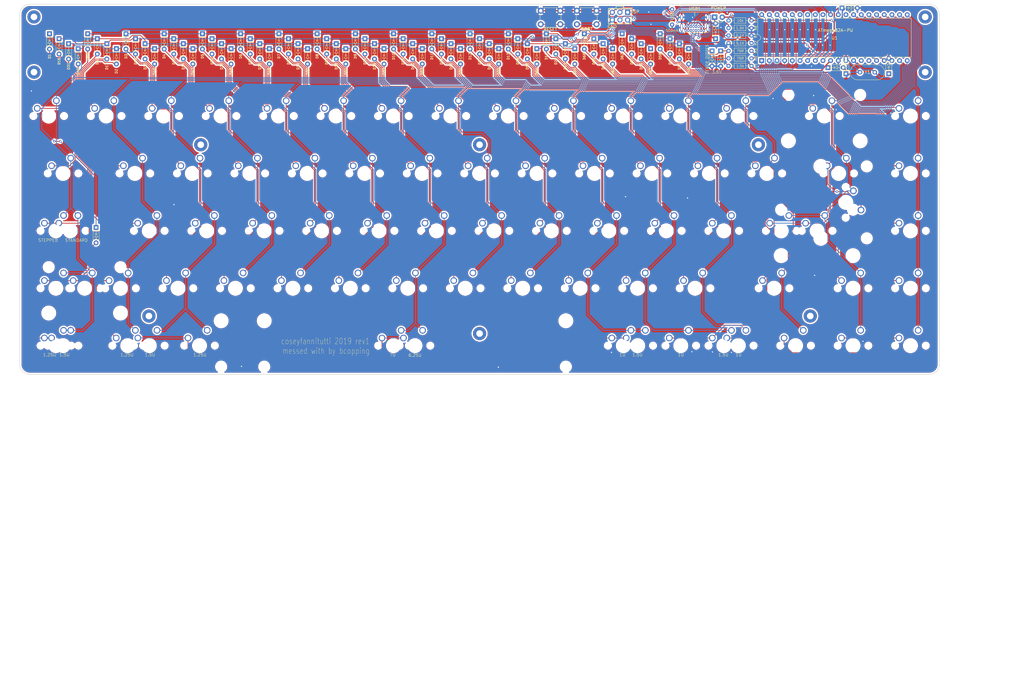
<source format=kicad_pcb>
(kicad_pcb (version 20171130) (host pcbnew "(5.1.4)-1")
  (layers (0 F.Cu signal) (31 B.Cu signal) (34 B.Paste user) (35 F.Paste user) (36 B.SilkS user) (37 F.SilkS user) (38 B.Mask user) (39 F.Mask user) (44 Edge.Cuts user))
  (net 0 "")
  (net 1 GND)
  (net 2 VCC)
  (net 3 row0)
  (net 4 "Net-(D1-Pad2)")
  (net 5 "Net-(D2-Pad2)")
  (net 6 "Net-(D3-Pad2)")
  (net 7 "Net-(D4-Pad2)")
  (net 8 "Net-(D5-Pad2)")
  (net 9 "Net-(D6-Pad2)")
  (net 10 "Net-(D7-Pad2)")
  (net 11 "Net-(D8-Pad2)")
  (net 12 "Net-(D9-Pad2)")
  (net 13 "Net-(D10-Pad2)")
  (net 14 "Net-(D11-Pad2)")
  (net 15 "Net-(D12-Pad2)")
  (net 16 "Net-(D13-Pad2)")
  (net 17 "Net-(D14-Pad2)")
  (net 18 "Net-(D15-Pad2)")
  (net 19 row1)
  (net 20 "Net-(D16-Pad2)")
  (net 21 "Net-(D17-Pad2)")
  (net 22 "Net-(D18-Pad2)")
  (net 23 "Net-(D19-Pad2)")
  (net 24 "Net-(D20-Pad2)")
  (net 25 "Net-(D21-Pad2)")
  (net 26 "Net-(D22-Pad2)")
  (net 27 "Net-(D23-Pad2)")
  (net 28 "Net-(D24-Pad2)")
  (net 29 "Net-(D25-Pad2)")
  (net 30 "Net-(D26-Pad2)")
  (net 31 "Net-(D27-Pad2)")
  (net 32 "Net-(D28-Pad2)")
  (net 33 "Net-(D29-Pad2)")
  (net 34 "Net-(D30-Pad2)")
  (net 35 "Net-(D31-Pad2)")
  (net 36 row2)
  (net 37 "Net-(D32-Pad2)")
  (net 38 "Net-(D33-Pad2)")
  (net 39 "Net-(D34-Pad2)")
  (net 40 "Net-(D35-Pad2)")
  (net 41 "Net-(D36-Pad2)")
  (net 42 "Net-(D37-Pad2)")
  (net 43 "Net-(D38-Pad2)")
  (net 44 "Net-(D39-Pad2)")
  (net 45 "Net-(D40-Pad2)")
  (net 46 "Net-(D41-Pad2)")
  (net 47 "Net-(D42-Pad2)")
  (net 48 "Net-(D43-Pad2)")
  (net 49 "Net-(D44-Pad2)")
  (net 50 row3)
  (net 51 "Net-(D45-Pad2)")
  (net 52 "Net-(D46-Pad2)")
  (net 53 "Net-(D47-Pad2)")
  (net 54 "Net-(D48-Pad2)")
  (net 55 "Net-(D49-Pad2)")
  (net 56 "Net-(D50-Pad2)")
  (net 57 "Net-(D51-Pad2)")
  (net 58 "Net-(D52-Pad2)")
  (net 59 "Net-(D53-Pad2)")
  (net 60 "Net-(D54-Pad2)")
  (net 61 "Net-(D55-Pad2)")
  (net 62 "Net-(D56-Pad2)")
  (net 63 "Net-(D57-Pad2)")
  (net 64 "Net-(D58-Pad2)")
  (net 65 "Net-(D59-Pad2)")
  (net 66 row4)
  (net 67 "Net-(D60-Pad2)")
  (net 68 "Net-(D61-Pad2)")
  (net 69 "Net-(D62-Pad2)")
  (net 70 "Net-(D63-Pad2)")
  (net 71 "Net-(D64-Pad2)")
  (net 72 "Net-(D65-Pad2)")
  (net 73 "Net-(D66-Pad2)")
  (net 74 "Net-(D67-Pad2)")
  (net 75 col0)
  (net 76 col1)
  (net 77 col2)
  (net 78 col3)
  (net 79 col4)
  (net 80 col5)
  (net 81 col6)
  (net 82 col7)
  (net 83 col8)
  (net 84 col9)
  (net 85 col10)
  (net 86 col11)
  (net 87 col12)
  (net 88 col13)
  (net 89 col14)
  (net 90 "Net-(R1-Pad2)")
  (net 91 "Net-(D68-Pad2)")
  (net 92 "Net-(R2-Pad1)")
  (net 93 "Net-(USB1-PadB8)")
  (net 94 "Net-(USB1-PadA8)")
  (net 95 reset)
  (net 96 +5V)
  (net 97 "Net-(U1-Pad29)")
  (net 98 "Net-(U1-Pad32)")
  (net 99 "Net-(U1-Pad33)")
  (net 100 "Net-(U1-Pad14)")
  (net 101 "Net-(U1-Pad34)")
  (net 102 "Net-(U1-Pad35)")
  (net 103 D+)
  (net 104 D-)
  (net 105 "Net-(C1-Pad1)")
  (net 106 "Net-(C2-Pad1)")
  (net 107 "Net-(D69-Pad1)")
  (net 108 "Net-(D70-Pad1)")
  (net 109 MOSI)
  (net 110 SCK)
  (net 111 MISO)
  (net 112 "Net-(LED1-Pad1)")
  (net 113 boot)
  (net 114 "Net-(U1-Pad15)")
  (net 115 "Net-(D75-Pad2)")
  (module MX_Only:MXOnly-ISO-ROTATED-ReversedStabilizers-NoLED (layer F.Cu) (at 334.391 118.6688)
    (fp_text reference SWb29)
    (fp_text value KEYSW)
    (pad "" np_thru_hole circle (at -8.255 -11.938) (size 3.9878 3.9878) (drill 3.9878) (layers *.Cu *.Mask))
    (pad "" np_thru_hole circle (at -8.255 11.938) (size 3.9878 3.9878) (drill 3.9878) (layers *.Cu *.Mask))
    (pad "" np_thru_hole circle (at 6.985 -11.938) (size 3.048 3.048) (drill 3.048) (layers *.Cu *.Mask))
    (pad "" np_thru_hole circle (at 6.985 11.938) (size 3.048 3.048) (drill 3.048) (layers *.Cu *.Mask))
    (pad "" np_thru_hole circle (at 0 5.08 48.0996) (size 1.75 1.75) (drill 1.75) (layers *.Cu *.Mask))
    (pad "" np_thru_hole circle (at 0 -5.08 48.0996) (size 1.75 1.75) (drill 1.75) (layers *.Cu *.Mask))
    (pad 1 thru_hole circle (at 2.54 -3.81) (size 2.25 2.25) (drill 1.47) (layers *.Cu B.Mask) (net 88 col13))
    (pad "" np_thru_hole circle (at 0 0) (size 3.9878 3.9878) (drill 3.9878) (layers *.Cu *.Mask))
    (pad 2 thru_hole circle (at 5.08 2.54) (size 2.25 2.25) (drill 1.47) (layers *.Cu B.Mask) (net 33 "Net-(D29-Pad2)"))
  )
  (module cftkb:SW_Cherry_MX1A_1.25u_PCBNOSCREEN (layer F.Cu) (at 75.0316 142.0876)
    (fp_text reference SWb45)
    (fp_text value KEYSW)
    (pad 1 thru_hole circle (at 0 0) (size 2.2 2.2) (drill 1.5) (layers *.Cu *.Mask) (net 75 col0))
    (pad 2 thru_hole circle (at -6.35 2.54) (size 2.2 2.2) (drill 1.5) (layers *.Cu *.Mask) (net 51 "Net-(D45-Pad2)"))
    (pad "" np_thru_hole circle (at -2.54 5.08) (size 4 4) (drill 4) (layers *.Cu *.Mask))
    (pad "" np_thru_hole circle (at -7.62 5.08) (size 1.7 1.7) (drill 1.7) (layers *.Cu *.Mask))
    (pad "" np_thru_hole circle (at 2.54 5.08) (size 1.7 1.7) (drill 1.7) (layers *.Cu *.Mask))
  )
  (module cftkb:SW_Cherry_MX1A_1.00u_PCB-NOSCREEN (layer F.Cu) (at 315.5442 123.0376)
    (fp_text reference SWb43)
    (fp_text value KEYSW)
    (pad "" np_thru_hole circle (at 2.54 5.08) (size 1.7 1.7) (drill 1.7) (layers *.Cu *.Mask))
    (pad "" np_thru_hole circle (at -7.62 5.08) (size 1.7 1.7) (drill 1.7) (layers *.Cu *.Mask))
    (pad "" np_thru_hole circle (at -2.54 5.08) (size 4 4) (drill 4) (layers *.Cu *.Mask))
    (pad 2 thru_hole circle (at -6.35 2.54) (size 2.2 2.2) (drill 1.5) (layers *.Cu *.Mask) (net 48 "Net-(D43-Pad2)"))
    (pad 1 thru_hole circle (at 0 0) (size 2.2 2.2) (drill 1.5) (layers *.Cu *.Mask) (net 88 col13))
  )
  (module cftkb:SW_Cherry_MX1A_1.00u_PCB-NOSCREEN (layer F.Cu) (at 96.4692 142.113)
    (fp_text reference SW75)
    (fp_text value KEYSW)
    (pad 1 thru_hole circle (at 0 0) (size 2.2 2.2) (drill 1.5) (layers *.Cu *.Mask) (net 76 col1))
    (pad 2 thru_hole circle (at -6.35 2.54) (size 2.2 2.2) (drill 1.5) (layers *.Cu *.Mask) (net 115 "Net-(D75-Pad2)"))
    (pad "" np_thru_hole circle (at -2.54 5.08) (size 4 4) (drill 4) (layers *.Cu *.Mask))
    (pad "" np_thru_hole circle (at -7.62 5.08) (size 1.7 1.7) (drill 1.7) (layers *.Cu *.Mask))
    (pad "" np_thru_hole circle (at 2.54 5.08) (size 1.7 1.7) (drill 1.7) (layers *.Cu *.Mask))
  )
  (module cftkb:SW_Cherry_MX1A_1.25u_PCBNOSCREEN (layer F.Cu) (at 282.24274 161.14138)
    (fp_text reference SW64)
    (fp_text value KEYSW)
    (pad 1 thru_hole circle (at 0 0) (size 2.2 2.2) (drill 1.5) (layers *.Cu *.Mask) (net 85 col10))
    (pad 2 thru_hole circle (at -6.35 2.54) (size 2.2 2.2) (drill 1.5) (layers *.Cu *.Mask) (net 71 "Net-(D64-Pad2)"))
    (pad "" np_thru_hole circle (at -2.54 5.08) (size 4 4) (drill 4) (layers *.Cu *.Mask))
    (pad "" np_thru_hole circle (at -7.62 5.08) (size 1.7 1.7) (drill 1.7) (layers *.Cu *.Mask))
    (pad "" np_thru_hole circle (at 2.54 5.08) (size 1.7 1.7) (drill 1.7) (layers *.Cu *.Mask))
  )
  (module cftkb:SW_Cherry_MX1A_1.25u_PCBNOSCREEN (layer F.Cu) (at 263.187418 161.13125)
    (fp_text reference SW63)
    (fp_text value KEYSW)
    (pad 1 thru_hole circle (at 0 0) (size 2.2 2.2) (drill 1.5) (layers *.Cu *.Mask) (net 84 col9))
    (pad 2 thru_hole circle (at -6.35 2.54) (size 2.2 2.2) (drill 1.5) (layers *.Cu *.Mask) (net 70 "Net-(D63-Pad2)"))
    (pad "" np_thru_hole circle (at -2.54 5.08) (size 4 4) (drill 4) (layers *.Cu *.Mask))
    (pad "" np_thru_hole circle (at -7.62 5.08) (size 1.7 1.7) (drill 1.7) (layers *.Cu *.Mask))
    (pad "" np_thru_hole circle (at 2.54 5.08) (size 1.7 1.7) (drill 1.7) (layers *.Cu *.Mask))
  )
  (module cftkb:D_DO-35_SOD27_P5.08mm_Horizontal (layer F.Cu) (at 85.8266 125.7554 270)
    (fp_text reference D75)
    (fp_text value " ")
    (pad 2 thru_hole oval (at 6.35 0 270) (size 1.6 1.6) (drill 0.8) (layers *.Cu *.Mask) (net 115 "Net-(D75-Pad2)"))
    (pad 1 thru_hole rect (at 1.27 0 270) (size 1.6 1.6) (drill 0.8) (layers *.Cu *.Mask) (net 50 row3))
  )
  (module cftkb:D_DO-35_SOD27_P5.08mm_Horizontal (layer F.Cu) (at 327.247596 73.964046)
    (fp_text reference C5)
    (fp_text value 0.1u)
    (pad 2 thru_hole oval (at 6.35 0) (size 1.6 1.6) (drill 0.8) (layers *.Cu *.Mask) (net 1 GND))
    (pad 1 thru_hole rect (at 1.27 0) (size 1.6 1.6) (drill 0.8) (layers *.Cu *.Mask) (net 96 +5V))
  )
  (module cftkb:D_DO-35_SOD27_P5.08mm_Horizontal (layer F.Cu) (at 331.902064 54.173808)
    (fp_text reference C4)
    (fp_text value 0.1u)
    (pad 2 thru_hole oval (at 6.35 0) (size 1.6 1.6) (drill 0.8) (layers *.Cu *.Mask) (net 1 GND))
    (pad 1 thru_hole rect (at 1.27 0) (size 1.6 1.6) (drill 0.8) (layers *.Cu *.Mask) (net 96 +5V))
  )
  (module cftkb:D_DO-35_SOD27_P5.08mm_Horizontal (layer F.Cu) (at 291.25421 65.652496 90)
    (fp_text reference C3)
    (fp_text value 4.7u)
    (pad 2 thru_hole oval (at 6.35 0 90) (size 1.6 1.6) (drill 0.8) (layers *.Cu *.Mask) (net 1 GND))
    (pad 1 thru_hole rect (at 1.27 0 90) (size 1.6 1.6) (drill 0.8) (layers *.Cu *.Mask) (net 96 +5V))
  )
  (module cftkb:D_DO-35_SOD27_P5.08mm_Horizontal (layer F.Cu) (at 334.456772 77.25367 90)
    (fp_text reference C2)
    (fp_text value 22p)
    (pad 2 thru_hole oval (at 6.35 0 90) (size 1.6 1.6) (drill 0.8) (layers *.Cu *.Mask) (net 1 GND))
    (pad 1 thru_hole rect (at 1.27 0 90) (size 1.6 1.6) (drill 0.8) (layers *.Cu *.Mask) (net 106 "Net-(C2-Pad1)"))
  )
  (module cftkb:D_DO-35_SOD27_P5.08mm_Horizontal (layer F.Cu) (at 348.682646 77.25367 90)
    (fp_text reference C1)
    (fp_text value 22p)
    (pad 2 thru_hole oval (at 6.35 0 90) (size 1.6 1.6) (drill 0.8) (layers *.Cu *.Mask) (net 1 GND))
    (pad 1 thru_hole rect (at 1.27 0 90) (size 1.6 1.6) (drill 0.8) (layers *.Cu *.Mask) (net 105 "Net-(C1-Pad1)"))
  )
  (module cftkb:DIP-40_W15.24mm (layer F.Cu) (at 306.529964 71.636812 90)
    (fp_text reference U1 (at 7.52414 24.164738) (layer F.SilkS))
    (fp_text value ATmega32A-PU (at 10.06135 24.462204) (layer F.SilkS))
    (pad 1 thru_hole rect (at 0 0 90) (size 1.6 1.6) (drill 0.8) (layers *.Cu *.Mask) (net 66 row4))
    (pad 21 thru_hole oval (at 15.24 48.26 90) (size 1.6 1.6) (drill 0.8) (layers *.Cu *.Mask) (net 89 col14))
    (pad 2 thru_hole oval (at 0 2.54 90) (size 1.6 1.6) (drill 0.8) (layers *.Cu *.Mask) (net 36 row2))
    (pad 22 thru_hole oval (at 15.24 45.72 90) (size 1.6 1.6) (drill 0.8) (layers *.Cu *.Mask) (net 88 col13))
    (pad 3 thru_hole oval (at 0 5.08 90) (size 1.6 1.6) (drill 0.8) (layers *.Cu *.Mask) (net 3 row0))
    (pad 23 thru_hole oval (at 15.24 43.18 90) (size 1.6 1.6) (drill 0.8) (layers *.Cu *.Mask) (net 87 col12))
    (pad 4 thru_hole oval (at 0 7.62 90) (size 1.6 1.6) (drill 0.8) (layers *.Cu *.Mask) (net 76 col1))
    (pad 24 thru_hole oval (at 15.24 40.64 90) (size 1.6 1.6) (drill 0.8) (layers *.Cu *.Mask) (net 86 col11))
    (pad 5 thru_hole oval (at 0 10.16 90) (size 1.6 1.6) (drill 0.8) (layers *.Cu *.Mask) (net 78 col3))
    (pad 25 thru_hole oval (at 15.24 38.1 90) (size 1.6 1.6) (drill 0.8) (layers *.Cu *.Mask) (net 85 col10))
    (pad 6 thru_hole oval (at 0 12.7 90) (size 1.6 1.6) (drill 0.8) (layers *.Cu *.Mask) (net 109 MOSI))
    (pad 26 thru_hole oval (at 15.24 35.56 90) (size 1.6 1.6) (drill 0.8) (layers *.Cu *.Mask) (net 84 col9))
    (pad 7 thru_hole oval (at 0 15.24 90) (size 1.6 1.6) (drill 0.8) (layers *.Cu *.Mask) (net 111 MISO))
    (pad 27 thru_hole oval (at 15.24 33.02 90) (size 1.6 1.6) (drill 0.8) (layers *.Cu *.Mask) (net 83 col8))
    (pad 8 thru_hole oval (at 0 17.78 90) (size 1.6 1.6) (drill 0.8) (layers *.Cu *.Mask) (net 110 SCK))
    (pad 28 thru_hole oval (at 15.24 30.48 90) (size 1.6 1.6) (drill 0.8) (layers *.Cu *.Mask) (net 82 col7))
    (pad 9 thru_hole oval (at 0 20.32 90) (size 1.6 1.6) (drill 0.8) (layers *.Cu *.Mask) (net 95 reset))
    (pad 29 thru_hole oval (at 15.24 27.94 90) (size 1.6 1.6) (drill 0.8) (layers *.Cu *.Mask) (net 97 "Net-(U1-Pad29)"))
    (pad 10 thru_hole oval (at 0 22.86 90) (size 1.6 1.6) (drill 0.8) (layers *.Cu *.Mask) (net 96 +5V))
    (pad 30 thru_hole oval (at 15.24 25.4 90) (size 1.6 1.6) (drill 0.8) (layers *.Cu *.Mask) (net 96 +5V))
    (pad 11 thru_hole oval (at 0 25.4 90) (size 1.6 1.6) (drill 0.8) (layers *.Cu *.Mask) (net 1 GND))
    (pad 31 thru_hole oval (at 15.24 22.86 90) (size 1.6 1.6) (drill 0.8) (layers *.Cu *.Mask) (net 1 GND))
    (pad 12 thru_hole oval (at 0 27.94 90) (size 1.6 1.6) (drill 0.8) (layers *.Cu *.Mask) (net 106 "Net-(C2-Pad1)"))
    (pad 32 thru_hole oval (at 15.24 20.32 90) (size 1.6 1.6) (drill 0.8) (layers *.Cu *.Mask) (net 98 "Net-(U1-Pad32)"))
    (pad 13 thru_hole oval (at 0 30.48 90) (size 1.6 1.6) (drill 0.8) (layers *.Cu *.Mask) (net 105 "Net-(C1-Pad1)"))
    (pad 33 thru_hole oval (at 15.24 17.78 90) (size 1.6 1.6) (drill 0.8) (layers *.Cu *.Mask) (net 99 "Net-(U1-Pad33)"))
    (pad 14 thru_hole oval (at 0 33.02 90) (size 1.6 1.6) (drill 0.8) (layers *.Cu *.Mask) (net 100 "Net-(U1-Pad14)"))
    (pad 34 thru_hole oval (at 15.24 15.24 90) (size 1.6 1.6) (drill 0.8) (layers *.Cu *.Mask) (net 101 "Net-(U1-Pad34)"))
    (pad 15 thru_hole oval (at 0 35.56 90) (size 1.6 1.6) (drill 0.8) (layers *.Cu *.Mask) (net 114 "Net-(U1-Pad15)"))
    (pad 35 thru_hole oval (at 15.24 12.7 90) (size 1.6 1.6) (drill 0.8) (layers *.Cu *.Mask) (net 102 "Net-(U1-Pad35)"))
    (pad 16 thru_hole oval (at 0 38.1 90) (size 1.6 1.6) (drill 0.8) (layers *.Cu *.Mask) (net 103 D+))
    (pad 36 thru_hole oval (at 15.24 10.16 90) (size 1.6 1.6) (drill 0.8) (layers *.Cu *.Mask) (net 79 col4))
    (pad 17 thru_hole oval (at 0 40.64 90) (size 1.6 1.6) (drill 0.8) (layers *.Cu *.Mask) (net 104 D-))
    (pad 37 thru_hole oval (at 15.24 7.62 90) (size 1.6 1.6) (drill 0.8) (layers *.Cu *.Mask) (net 77 col2))
    (pad 18 thru_hole oval (at 0 43.18 90) (size 1.6 1.6) (drill 0.8) (layers *.Cu *.Mask) (net 113 boot))
    (pad 38 thru_hole oval (at 15.24 5.08 90) (size 1.6 1.6) (drill 0.8) (layers *.Cu *.Mask) (net 75 col0))
    (pad 19 thru_hole oval (at 0 45.72 90) (size 1.6 1.6) (drill 0.8) (layers *.Cu *.Mask) (net 80 col5))
    (pad 39 thru_hole oval (at 15.24 2.54 90) (size 1.6 1.6) (drill 0.8) (layers *.Cu *.Mask) (net 19 row1))
    (pad 20 thru_hole oval (at 0 48.26 90) (size 1.6 1.6) (drill 0.8) (layers *.Cu *.Mask) (net 81 col6))
    (pad 40 thru_hole oval (at 15.24 0 90) (size 1.6 1.6) (drill 0.8) (layers *.Cu *.Mask) (net 50 row3))
  )
  (module cftkb:SW_Cherry_MX1A_1.50u_PCBNOSCREEN (layer F.Cu) (at 296.516662 161.14138)
    (fp_text reference SW74)
    (fp_text value KEYSW)
    (pad "" np_thru_hole circle (at 2.54 5.08) (size 1.7 1.7) (drill 1.7) (layers *.Cu *.Mask))
    (pad "" np_thru_hole circle (at -7.62 5.08) (size 1.7 1.7) (drill 1.7) (layers *.Cu *.Mask))
    (pad "" np_thru_hole circle (at -2.54 5.08) (size 4 4) (drill 4) (layers *.Cu *.Mask))
    (pad 2 thru_hole circle (at -6.35 2.54) (size 2.2 2.2) (drill 1.5) (layers *.Cu *.Mask) (net 71 "Net-(D64-Pad2)"))
    (pad 1 thru_hole circle (at 0 0) (size 2.2 2.2) (drill 1.5) (layers *.Cu *.Mask) (net 85 col10))
  )
  (module cftkb:SW_Cherry_MX1A_1.50u_PCBNOSCREEN (layer F.Cu) (at 267.96047 161.14138)
    (fp_text reference SW73)
    (fp_text value KEYSW)
    (pad "" np_thru_hole circle (at 2.54 5.08) (size 1.7 1.7) (drill 1.7) (layers *.Cu *.Mask))
    (pad "" np_thru_hole circle (at -7.62 5.08) (size 1.7 1.7) (drill 1.7) (layers *.Cu *.Mask))
    (pad "" np_thru_hole circle (at -2.54 5.08) (size 4 4) (drill 4) (layers *.Cu *.Mask))
    (pad 2 thru_hole circle (at -6.35 2.54) (size 2.2 2.2) (drill 1.5) (layers *.Cu *.Mask) (net 70 "Net-(D63-Pad2)"))
    (pad 1 thru_hole circle (at 0 0) (size 2.2 2.2) (drill 1.5) (layers *.Cu *.Mask) (net 84 col9))
  )
  (module cftkb:SW_Cherry_MX1A_1.00u_PCB-NOSCREEN (layer F.Cu) (at 186.984107 161.14927)
    (fp_text reference SW72)
    (fp_text value KEYSW)
    (pad 1 thru_hole circle (at 0 0) (size 2.2 2.2) (drill 1.5) (layers *.Cu *.Mask) (net 81 col6))
    (pad 2 thru_hole circle (at -6.35 2.54) (size 2.2 2.2) (drill 1.5) (layers *.Cu *.Mask) (net 69 "Net-(D62-Pad2)"))
    (pad "" np_thru_hole circle (at -2.54 5.08) (size 4 4) (drill 4) (layers *.Cu *.Mask))
    (pad "" np_thru_hole circle (at -7.62 5.08) (size 1.7 1.7) (drill 1.7) (layers *.Cu *.Mask))
    (pad "" np_thru_hole circle (at 2.54 5.08) (size 1.7 1.7) (drill 1.7) (layers *.Cu *.Mask))
  )
  (module cftkb:SW_Cherry_MX1A_1.50u_PCBNOSCREEN (layer F.Cu) (at 106.019565 161.137449)
    (fp_text reference SW71)
    (fp_text value KEYSW)
    (pad "" np_thru_hole circle (at 2.54 5.08) (size 1.7 1.7) (drill 1.7) (layers *.Cu *.Mask))
    (pad "" np_thru_hole circle (at -7.62 5.08) (size 1.7 1.7) (drill 1.7) (layers *.Cu *.Mask))
    (pad "" np_thru_hole circle (at -2.54 5.08) (size 4 4) (drill 4) (layers *.Cu *.Mask))
    (pad 2 thru_hole circle (at -6.35 2.54) (size 2.2 2.2) (drill 1.5) (layers *.Cu *.Mask) (net 68 "Net-(D61-Pad2)"))
    (pad 1 thru_hole circle (at 0 0) (size 2.2 2.2) (drill 1.5) (layers *.Cu *.Mask) (net 77 col2))
  )
  (module cftkb:SW_Cherry_MX1A_1.50u_PCBNOSCREEN (layer F.Cu) (at 77.420234 161.13125)
    (fp_text reference SW70)
    (fp_text value KEYSW)
    (pad "" np_thru_hole circle (at 2.54 5.08) (size 1.7 1.7) (drill 1.7) (layers *.Cu *.Mask))
    (pad "" np_thru_hole circle (at -7.62 5.08) (size 1.7 1.7) (drill 1.7) (layers *.Cu *.Mask))
    (pad "" np_thru_hole circle (at -2.54 5.08) (size 4 4) (drill 4) (layers *.Cu *.Mask))
    (pad 2 thru_hole circle (at -6.35 2.54) (size 2.2 2.2) (drill 1.5) (layers *.Cu *.Mask) (net 65 "Net-(D59-Pad2)"))
    (pad 1 thru_hole circle (at 0 0) (size 2.2 2.2) (drill 1.5) (layers *.Cu *.Mask) (net 75 col0))
  )
  (module cftkb:SW_Cherry_MX1A_1.25u_PCBNOSCREEN (layer F.Cu) (at 75.039034 123.03125)
    (fp_text reference SW69)
    (fp_text value KEYSW)
    (pad 1 thru_hole circle (at 0 0) (size 2.2 2.2) (drill 1.5) (layers *.Cu *.Mask) (net 75 col0))
    (pad 2 thru_hole circle (at -6.35 2.54) (size 2.2 2.2) (drill 1.5) (layers *.Cu *.Mask) (net 35 "Net-(D31-Pad2)"))
    (pad "" np_thru_hole circle (at -2.54 5.08) (size 4 4) (drill 4) (layers *.Cu *.Mask))
    (pad "" np_thru_hole circle (at -7.62 5.08) (size 1.7 1.7) (drill 1.7) (layers *.Cu *.Mask))
    (pad "" np_thru_hole circle (at 2.54 5.08) (size 1.7 1.7) (drill 1.7) (layers *.Cu *.Mask))
  )
  (module cftkb:AVR_ICSP_3x2 (layer F.Cu) (at 259.530364 56.8685 180)
    (fp_text reference J1 hide)
    (fp_text value AVR-ISP-6 hide)
    (pad 1 thru_hole rect (at -2.54 1.27 180) (size 1.7 1.7) (drill 1.016) (layers *.Cu *.Mask) (net 111 MISO))
    (pad 2 thru_hole circle (at -2.54 -1.27 180) (size 1.7 1.7) (drill 1.016) (layers *.Cu *.Mask) (net 96 +5V))
    (pad 3 thru_hole circle (at 0 1.27 180) (size 1.7 1.7) (drill 1.016) (layers *.Cu *.Mask) (net 110 SCK))
    (pad 4 thru_hole circle (at 0 -1.27 180) (size 1.7 1.7) (drill 1.016) (layers *.Cu *.Mask) (net 109 MOSI))
    (pad 5 thru_hole circle (at 2.54 1.27 180) (size 1.7 1.7) (drill 1.016) (layers *.Cu *.Mask) (net 95 reset))
    (pad 6 thru_hole circle (at 2.54 -1.27 180) (size 1.7 1.7) (drill 1.016) (layers *.Cu *.Mask) (net 1 GND))
  )
  (module cftkb:SW_Cherry_MX1A_2.00u_PCBNOSCREEN (layer F.Cu) (at 329.832784 84.94138)
    (fp_text reference SW14)
    (fp_text value KEYSW)
    (pad 1 thru_hole circle (at 0 0) (size 2.2 2.2) (drill 1.5) (layers *.Cu *.Mask) (net 88 col13))
    (pad 2 thru_hole circle (at -6.35 2.54) (size 2.2 2.2) (drill 1.5) (layers *.Cu *.Mask) (net 17 "Net-(D14-Pad2)"))
    (pad "" np_thru_hole circle (at -2.54 5.08) (size 4 4) (drill 4) (layers *.Cu *.Mask))
    (pad "" np_thru_hole circle (at -7.62 5.08) (size 1.7 1.7) (drill 1.7) (layers *.Cu *.Mask))
    (pad "" np_thru_hole circle (at 2.54 5.08) (size 1.7 1.7) (drill 1.7) (layers *.Cu *.Mask))
    (pad "" np_thru_hole circle (at 9.36 13.32) (size 4 4) (drill 4) (layers *.Cu *.Mask))
    (pad "" np_thru_hole circle (at -14.44 13.32) (size 4 4) (drill 4) (layers *.Cu *.Mask))
    (pad "" np_thru_hole circle (at -14.44 -1.92) (size 3.05 3.05) (drill 3.05) (layers *.Cu *.Mask))
    (pad "" np_thru_hole circle (at 9.36 -1.92) (size 3.05 3.05) (drill 3.05) (layers *.Cu *.Mask))
  )
  (module cftkb:SW_Cherry_MX1A_2.25u_PCBNOSCREEN (layer F.Cu) (at 327.451784 123.04138)
    (fp_text reference SW43)
    (fp_text value KEYSW)
    (pad "" np_thru_hole circle (at 9.36 -1.92) (size 3.05 3.05) (drill 3.05) (layers *.Cu *.Mask))
    (pad "" np_thru_hole circle (at -14.44 -1.92) (size 3.05 3.05) (drill 3.05) (layers *.Cu *.Mask))
    (pad "" np_thru_hole circle (at -14.44 13.32) (size 4 4) (drill 4) (layers *.Cu *.Mask))
    (pad "" np_thru_hole circle (at 9.36 13.32) (size 4 4) (drill 4) (layers *.Cu *.Mask))
    (pad "" np_thru_hole circle (at 2.54 5.08) (size 1.7 1.7) (drill 1.7) (layers *.Cu *.Mask))
    (pad "" np_thru_hole circle (at -7.62 5.08) (size 1.7 1.7) (drill 1.7) (layers *.Cu *.Mask))
    (pad "" np_thru_hole circle (at -2.54 5.08) (size 4 4) (drill 4) (layers *.Cu *.Mask))
    (pad 2 thru_hole circle (at -6.35 2.54) (size 2.2 2.2) (drill 1.5) (layers *.Cu *.Mask) (net 48 "Net-(D43-Pad2)"))
    (pad 1 thru_hole circle (at 0 0) (size 2.2 2.2) (drill 1.5) (layers *.Cu *.Mask) (net 88 col13))
  )
  (module cftkb:SW_Cherry_MX1A_2.25u_PCBNOSCREEN (layer F.Cu) (at 84.563984 142.09138)
    (fp_text reference SW45)
    (fp_text value KEYSW)
    (pad "" np_thru_hole circle (at 9.36 -1.92) (size 3.05 3.05) (drill 3.05) (layers *.Cu *.Mask))
    (pad "" np_thru_hole circle (at -14.44 -1.92) (size 3.05 3.05) (drill 3.05) (layers *.Cu *.Mask))
    (pad "" np_thru_hole circle (at -14.44 13.32) (size 4 4) (drill 4) (layers *.Cu *.Mask))
    (pad "" np_thru_hole circle (at 9.36 13.32) (size 4 4) (drill 4) (layers *.Cu *.Mask))
    (pad "" np_thru_hole circle (at 2.54 5.08) (size 1.7 1.7) (drill 1.7) (layers *.Cu *.Mask))
    (pad "" np_thru_hole circle (at -7.62 5.08) (size 1.7 1.7) (drill 1.7) (layers *.Cu *.Mask))
    (pad "" np_thru_hole circle (at -2.54 5.08) (size 4 4) (drill 4) (layers *.Cu *.Mask))
    (pad 2 thru_hole circle (at -6.35 2.54) (size 2.2 2.2) (drill 1.5) (layers *.Cu *.Mask) (net 51 "Net-(D45-Pad2)"))
    (pad 1 thru_hole circle (at 0 0) (size 2.2 2.2) (drill 1.5) (layers *.Cu *.Mask) (net 75 col0))
  )
  (module cftkb:SW_Cherry_MX1A_1.25u_PCBNOSCREEN (layer F.Cu) (at 75.038984 161.13125)
    (fp_text reference SW59)
    (fp_text value KEYSW)
    (pad 1 thru_hole circle (at 0 0) (size 2.2 2.2) (drill 1.5) (layers *.Cu *.Mask) (net 75 col0))
    (pad 2 thru_hole circle (at -6.35 2.54) (size 2.2 2.2) (drill 1.5) (layers *.Cu *.Mask) (net 65 "Net-(D59-Pad2)"))
    (pad "" np_thru_hole circle (at -2.54 5.08) (size 4 4) (drill 4) (layers *.Cu *.Mask))
    (pad "" np_thru_hole circle (at -7.62 5.08) (size 1.7 1.7) (drill 1.7) (layers *.Cu *.Mask))
    (pad "" np_thru_hole circle (at 2.54 5.08) (size 1.7 1.7) (drill 1.7) (layers *.Cu *.Mask))
  )
  (module cftkb:SW_Cherry_MX1A_1.25u_PCBNOSCREEN (layer F.Cu) (at 98.851584 161.14138)
    (fp_text reference SW60)
    (fp_text value KEYSW)
    (pad 1 thru_hole circle (at 0 0) (size 2.2 2.2) (drill 1.5) (layers *.Cu *.Mask) (net 76 col1))
    (pad 2 thru_hole circle (at -6.35 2.54) (size 2.2 2.2) (drill 1.5) (layers *.Cu *.Mask) (net 67 "Net-(D60-Pad2)"))
    (pad "" np_thru_hole circle (at -2.54 5.08) (size 4 4) (drill 4) (layers *.Cu *.Mask))
    (pad "" np_thru_hole circle (at -7.62 5.08) (size 1.7 1.7) (drill 1.7) (layers *.Cu *.Mask))
    (pad "" np_thru_hole circle (at 2.54 5.08) (size 1.7 1.7) (drill 1.7) (layers *.Cu *.Mask))
  )
  (module cftkb:SW_Cherry_MX1A_1.25u_PCBNOSCREEN (layer F.Cu) (at 122.663984 161.13125)
    (fp_text reference SW61)
    (fp_text value KEYSW)
    (pad 1 thru_hole circle (at 0 0) (size 2.2 2.2) (drill 1.5) (layers *.Cu *.Mask) (net 77 col2))
    (pad 2 thru_hole circle (at -6.35 2.54) (size 2.2 2.2) (drill 1.5) (layers *.Cu *.Mask) (net 68 "Net-(D61-Pad2)"))
    (pad "" np_thru_hole circle (at -2.54 5.08) (size 4 4) (drill 4) (layers *.Cu *.Mask))
    (pad "" np_thru_hole circle (at -7.62 5.08) (size 1.7 1.7) (drill 1.7) (layers *.Cu *.Mask))
    (pad "" np_thru_hole circle (at 2.54 5.08) (size 1.7 1.7) (drill 1.7) (layers *.Cu *.Mask))
  )
  (module cftkb:SW_Cherry_MX1A_1.75u_PCBNOSCREEN (layer F.Cu) (at 79.801584 123.03125)
    (fp_text reference SW31)
    (fp_text value KEYSW)
    (pad 1 thru_hole circle (at 0 0) (size 2.2 2.2) (drill 1.5) (layers *.Cu *.Mask) (net 75 col0))
    (pad 2 thru_hole circle (at -6.35 2.54) (size 2.2 2.2) (drill 1.5) (layers *.Cu *.Mask) (net 35 "Net-(D31-Pad2)"))
    (pad "" np_thru_hole circle (at -2.54 5.08) (size 4 4) (drill 4) (layers *.Cu *.Mask))
    (pad "" np_thru_hole circle (at -7.62 5.08) (size 1.7 1.7) (drill 1.7) (layers *.Cu *.Mask))
    (pad "" np_thru_hole circle (at 2.54 5.08) (size 1.7 1.7) (drill 1.7) (layers *.Cu *.Mask))
  )
  (module cftkb:SW_Cherry_MX1A_1.75u_PCBNOSCREEN (layer F.Cu) (at 313.163784 142.09138)
    (fp_text reference SW56)
    (fp_text value KEYSW)
    (pad 1 thru_hole circle (at 0 0) (size 2.2 2.2) (drill 1.5) (layers *.Cu *.Mask) (net 87 col12))
    (pad 2 thru_hole circle (at -6.35 2.54) (size 2.2 2.2) (drill 1.5) (layers *.Cu *.Mask) (net 62 "Net-(D56-Pad2)"))
    (pad "" np_thru_hole circle (at -2.54 5.08) (size 4 4) (drill 4) (layers *.Cu *.Mask))
    (pad "" np_thru_hole circle (at -7.62 5.08) (size 1.7 1.7) (drill 1.7) (layers *.Cu *.Mask))
    (pad "" np_thru_hole circle (at 2.54 5.08) (size 1.7 1.7) (drill 1.7) (layers *.Cu *.Mask))
  )
  (module cftkb:SW_Cherry_MX1A_1.50u_PCBNOSCREEN (layer F.Cu) (at 77.420284 103.99138)
    (fp_text reference SW16)
    (fp_text value KEYSW)
    (pad "" np_thru_hole circle (at 2.54 5.08) (size 1.7 1.7) (drill 1.7) (layers *.Cu *.Mask))
    (pad "" np_thru_hole circle (at -7.62 5.08) (size 1.7 1.7) (drill 1.7) (layers *.Cu *.Mask))
    (pad "" np_thru_hole circle (at -2.54 5.08) (size 4 4) (drill 4) (layers *.Cu *.Mask))
    (pad 2 thru_hole circle (at -6.35 2.54) (size 2.2 2.2) (drill 1.5) (layers *.Cu *.Mask) (net 20 "Net-(D16-Pad2)"))
    (pad 1 thru_hole circle (at 0 0) (size 2.2 2.2) (drill 1.5) (layers *.Cu *.Mask) (net 75 col0))
  )
  (module cftkb:SW_Cherry_MX1A_1.50u_PCBNOSCREEN (layer F.Cu) (at 334.594784 103.99138)
    (fp_text reference SW29)
    (fp_text value KEYSW)
    (pad "" np_thru_hole circle (at 2.54 5.08) (size 1.7 1.7) (drill 1.7) (layers *.Cu *.Mask))
    (pad "" np_thru_hole circle (at -7.62 5.08) (size 1.7 1.7) (drill 1.7) (layers *.Cu *.Mask))
    (pad "" np_thru_hole circle (at -2.54 5.08) (size 4 4) (drill 4) (layers *.Cu *.Mask))
    (pad 2 thru_hole circle (at -6.35 2.54) (size 2.2 2.2) (drill 1.5) (layers *.Cu *.Mask) (net 33 "Net-(D29-Pad2)"))
    (pad 1 thru_hole circle (at 0 0) (size 2.2 2.2) (drill 1.5) (layers *.Cu *.Mask) (net 88 col13))
  )
  (module cftkb:SW_Cherry_MX1A_1.00u_PCB-NOSCREEN (layer F.Cu) (at 301.257784 84.94138)
    (fp_text reference SW13)
    (fp_text value KEYSW)
    (pad 1 thru_hole circle (at 0 0) (size 2.2 2.2) (drill 1.5) (layers *.Cu *.Mask) (net 87 col12))
    (pad 2 thru_hole circle (at -6.35 2.54) (size 2.2 2.2) (drill 1.5) (layers *.Cu *.Mask) (net 16 "Net-(D13-Pad2)"))
    (pad "" np_thru_hole circle (at -2.54 5.08) (size 4 4) (drill 4) (layers *.Cu *.Mask))
    (pad "" np_thru_hole circle (at -7.62 5.08) (size 1.7 1.7) (drill 1.7) (layers *.Cu *.Mask))
    (pad "" np_thru_hole circle (at 2.54 5.08) (size 1.7 1.7) (drill 1.7) (layers *.Cu *.Mask))
  )
  (module cftkb:SW_Cherry_MX1A_1.00u_PCB-NOSCREEN (layer F.Cu) (at 139.332784 103.99138)
    (fp_text reference SW19)
    (fp_text value KEYSW)
    (pad 1 thru_hole circle (at 0 0) (size 2.2 2.2) (drill 1.5) (layers *.Cu *.Mask) (net 78 col3))
    (pad 2 thru_hole circle (at -6.35 2.54) (size 2.2 2.2) (drill 1.5) (layers *.Cu *.Mask) (net 23 "Net-(D19-Pad2)"))
    (pad "" np_thru_hole circle (at -2.54 5.08) (size 4 4) (drill 4) (layers *.Cu *.Mask))
    (pad "" np_thru_hole circle (at -7.62 5.08) (size 1.7 1.7) (drill 1.7) (layers *.Cu *.Mask))
    (pad "" np_thru_hole circle (at 2.54 5.08) (size 1.7 1.7) (drill 1.7) (layers *.Cu *.Mask))
  )
  (module cftkb:SW_Cherry_MX1A_1.00u_PCB-NOSCREEN (layer F.Cu) (at 72.657784 84.94138)
    (fp_text reference SW1)
    (fp_text value KEYSW)
    (pad 1 thru_hole circle (at 0 0) (size 2.2 2.2) (drill 1.5) (layers *.Cu *.Mask) (net 75 col0))
    (pad 2 thru_hole circle (at -6.35 2.54) (size 2.2 2.2) (drill 1.5) (layers *.Cu *.Mask) (net 4 "Net-(D1-Pad2)"))
    (pad "" np_thru_hole circle (at -2.54 5.08) (size 4 4) (drill 4) (layers *.Cu *.Mask))
    (pad "" np_thru_hole circle (at -7.62 5.08) (size 1.7 1.7) (drill 1.7) (layers *.Cu *.Mask))
    (pad "" np_thru_hole circle (at 2.54 5.08) (size 1.7 1.7) (drill 1.7) (layers *.Cu *.Mask))
  )
  (module cftkb:SW_Cherry_MX1A_1.00u_PCB-NOSCREEN (layer F.Cu) (at 91.707784 84.94138)
    (fp_text reference SW2)
    (fp_text value KEYSW)
    (pad 1 thru_hole circle (at 0 0) (size 2.2 2.2) (drill 1.5) (layers *.Cu *.Mask) (net 76 col1))
    (pad 2 thru_hole circle (at -6.35 2.54) (size 2.2 2.2) (drill 1.5) (layers *.Cu *.Mask) (net 5 "Net-(D2-Pad2)"))
    (pad "" np_thru_hole circle (at -2.54 5.08) (size 4 4) (drill 4) (layers *.Cu *.Mask))
    (pad "" np_thru_hole circle (at -7.62 5.08) (size 1.7 1.7) (drill 1.7) (layers *.Cu *.Mask))
    (pad "" np_thru_hole circle (at 2.54 5.08) (size 1.7 1.7) (drill 1.7) (layers *.Cu *.Mask))
  )
  (module cftkb:SW_Cherry_MX1A_1.00u_PCB-NOSCREEN (layer F.Cu) (at 110.757784 84.94138)
    (fp_text reference SW3)
    (fp_text value KEYSW)
    (pad 1 thru_hole circle (at 0 0) (size 2.2 2.2) (drill 1.5) (layers *.Cu *.Mask) (net 77 col2))
    (pad 2 thru_hole circle (at -6.35 2.54) (size 2.2 2.2) (drill 1.5) (layers *.Cu *.Mask) (net 6 "Net-(D3-Pad2)"))
    (pad "" np_thru_hole circle (at -2.54 5.08) (size 4 4) (drill 4) (layers *.Cu *.Mask))
    (pad "" np_thru_hole circle (at -7.62 5.08) (size 1.7 1.7) (drill 1.7) (layers *.Cu *.Mask))
    (pad "" np_thru_hole circle (at 2.54 5.08) (size 1.7 1.7) (drill 1.7) (layers *.Cu *.Mask))
  )
  (module cftkb:SW_Cherry_MX1A_1.00u_PCB-NOSCREEN (layer F.Cu) (at 129.807784 84.94138)
    (fp_text reference SW4)
    (fp_text value KEYSW)
    (pad 1 thru_hole circle (at 0 0) (size 2.2 2.2) (drill 1.5) (layers *.Cu *.Mask) (net 78 col3))
    (pad 2 thru_hole circle (at -6.35 2.54) (size 2.2 2.2) (drill 1.5) (layers *.Cu *.Mask) (net 7 "Net-(D4-Pad2)"))
    (pad "" np_thru_hole circle (at -2.54 5.08) (size 4 4) (drill 4) (layers *.Cu *.Mask))
    (pad "" np_thru_hole circle (at -7.62 5.08) (size 1.7 1.7) (drill 1.7) (layers *.Cu *.Mask))
    (pad "" np_thru_hole circle (at 2.54 5.08) (size 1.7 1.7) (drill 1.7) (layers *.Cu *.Mask))
  )
  (module cftkb:SW_Cherry_MX1A_1.00u_PCB-NOSCREEN (layer F.Cu) (at 148.857784 84.94138)
    (fp_text reference SW5)
    (fp_text value KEYSW)
    (pad 1 thru_hole circle (at 0 0) (size 2.2 2.2) (drill 1.5) (layers *.Cu *.Mask) (net 79 col4))
    (pad 2 thru_hole circle (at -6.35 2.54) (size 2.2 2.2) (drill 1.5) (layers *.Cu *.Mask) (net 8 "Net-(D5-Pad2)"))
    (pad "" np_thru_hole circle (at -2.54 5.08) (size 4 4) (drill 4) (layers *.Cu *.Mask))
    (pad "" np_thru_hole circle (at -7.62 5.08) (size 1.7 1.7) (drill 1.7) (layers *.Cu *.Mask))
    (pad "" np_thru_hole circle (at 2.54 5.08) (size 1.7 1.7) (drill 1.7) (layers *.Cu *.Mask))
  )
  (module cftkb:SW_Cherry_MX1A_1.00u_PCB-NOSCREEN (layer F.Cu) (at 167.907784 84.94138)
    (fp_text reference SW6)
    (fp_text value KEYSW)
    (pad 1 thru_hole circle (at 0 0) (size 2.2 2.2) (drill 1.5) (layers *.Cu *.Mask) (net 80 col5))
    (pad 2 thru_hole circle (at -6.35 2.54) (size 2.2 2.2) (drill 1.5) (layers *.Cu *.Mask) (net 9 "Net-(D6-Pad2)"))
    (pad "" np_thru_hole circle (at -2.54 5.08) (size 4 4) (drill 4) (layers *.Cu *.Mask))
    (pad "" np_thru_hole circle (at -7.62 5.08) (size 1.7 1.7) (drill 1.7) (layers *.Cu *.Mask))
    (pad "" np_thru_hole circle (at 2.54 5.08) (size 1.7 1.7) (drill 1.7) (layers *.Cu *.Mask))
  )
  (module cftkb:SW_Cherry_MX1A_1.00u_PCB-NOSCREEN (layer F.Cu) (at 186.957784 84.94138)
    (fp_text reference SW7)
    (fp_text value KEYSW)
    (pad 1 thru_hole circle (at 0 0) (size 2.2 2.2) (drill 1.5) (layers *.Cu *.Mask) (net 81 col6))
    (pad 2 thru_hole circle (at -6.35 2.54) (size 2.2 2.2) (drill 1.5) (layers *.Cu *.Mask) (net 10 "Net-(D7-Pad2)"))
    (pad "" np_thru_hole circle (at -2.54 5.08) (size 4 4) (drill 4) (layers *.Cu *.Mask))
    (pad "" np_thru_hole circle (at -7.62 5.08) (size 1.7 1.7) (drill 1.7) (layers *.Cu *.Mask))
    (pad "" np_thru_hole circle (at 2.54 5.08) (size 1.7 1.7) (drill 1.7) (layers *.Cu *.Mask))
  )
  (module cftkb:SW_Cherry_MX1A_1.00u_PCB-NOSCREEN (layer F.Cu) (at 206.007784 84.94138)
    (fp_text reference SW8)
    (fp_text value KEYSW)
    (pad 1 thru_hole circle (at 0 0) (size 2.2 2.2) (drill 1.5) (layers *.Cu *.Mask) (net 82 col7))
    (pad 2 thru_hole circle (at -6.35 2.54) (size 2.2 2.2) (drill 1.5) (layers *.Cu *.Mask) (net 11 "Net-(D8-Pad2)"))
    (pad "" np_thru_hole circle (at -2.54 5.08) (size 4 4) (drill 4) (layers *.Cu *.Mask))
    (pad "" np_thru_hole circle (at -7.62 5.08) (size 1.7 1.7) (drill 1.7) (layers *.Cu *.Mask))
    (pad "" np_thru_hole circle (at 2.54 5.08) (size 1.7 1.7) (drill 1.7) (layers *.Cu *.Mask))
  )
  (module cftkb:SW_Cherry_MX1A_1.00u_PCB-NOSCREEN (layer F.Cu) (at 225.057784 84.94138)
    (fp_text reference SW9)
    (fp_text value KEYSW)
    (pad 1 thru_hole circle (at 0 0) (size 2.2 2.2) (drill 1.5) (layers *.Cu *.Mask) (net 83 col8))
    (pad 2 thru_hole circle (at -6.35 2.54) (size 2.2 2.2) (drill 1.5) (layers *.Cu *.Mask) (net 12 "Net-(D9-Pad2)"))
    (pad "" np_thru_hole circle (at -2.54 5.08) (size 4 4) (drill 4) (layers *.Cu *.Mask))
    (pad "" np_thru_hole circle (at -7.62 5.08) (size 1.7 1.7) (drill 1.7) (layers *.Cu *.Mask))
    (pad "" np_thru_hole circle (at 2.54 5.08) (size 1.7 1.7) (drill 1.7) (layers *.Cu *.Mask))
  )
  (module cftkb:SW_Cherry_MX1A_1.00u_PCB-NOSCREEN (layer F.Cu) (at 244.107784 84.94138)
    (fp_text reference SW10)
    (fp_text value KEYSW)
    (pad 1 thru_hole circle (at 0 0) (size 2.2 2.2) (drill 1.5) (layers *.Cu *.Mask) (net 84 col9))
    (pad 2 thru_hole circle (at -6.35 2.54) (size 2.2 2.2) (drill 1.5) (layers *.Cu *.Mask) (net 13 "Net-(D10-Pad2)"))
    (pad "" np_thru_hole circle (at -2.54 5.08) (size 4 4) (drill 4) (layers *.Cu *.Mask))
    (pad "" np_thru_hole circle (at -7.62 5.08) (size 1.7 1.7) (drill 1.7) (layers *.Cu *.Mask))
    (pad "" np_thru_hole circle (at 2.54 5.08) (size 1.7 1.7) (drill 1.7) (layers *.Cu *.Mask))
  )
  (module cftkb:SW_Cherry_MX1A_1.00u_PCB-NOSCREEN (layer F.Cu) (at 263.157784 84.94138)
    (fp_text reference SW11)
    (fp_text value KEYSW)
    (pad 1 thru_hole circle (at 0 0) (size 2.2 2.2) (drill 1.5) (layers *.Cu *.Mask) (net 85 col10))
    (pad 2 thru_hole circle (at -6.35 2.54) (size 2.2 2.2) (drill 1.5) (layers *.Cu *.Mask) (net 14 "Net-(D11-Pad2)"))
    (pad "" np_thru_hole circle (at -2.54 5.08) (size 4 4) (drill 4) (layers *.Cu *.Mask))
    (pad "" np_thru_hole circle (at -7.62 5.08) (size 1.7 1.7) (drill 1.7) (layers *.Cu *.Mask))
    (pad "" np_thru_hole circle (at 2.54 5.08) (size 1.7 1.7) (drill 1.7) (layers *.Cu *.Mask))
  )
  (module cftkb:SW_Cherry_MX1A_1.00u_PCB-NOSCREEN (layer F.Cu) (at 282.207784 84.94138)
    (fp_text reference SW12)
    (fp_text value KEYSW)
    (pad 1 thru_hole circle (at 0 0) (size 2.2 2.2) (drill 1.5) (layers *.Cu *.Mask) (net 86 col11))
    (pad 2 thru_hole circle (at -6.35 2.54) (size 2.2 2.2) (drill 1.5) (layers *.Cu *.Mask) (net 15 "Net-(D12-Pad2)"))
    (pad "" np_thru_hole circle (at -2.54 5.08) (size 4 4) (drill 4) (layers *.Cu *.Mask))
    (pad "" np_thru_hole circle (at -7.62 5.08) (size 1.7 1.7) (drill 1.7) (layers *.Cu *.Mask))
    (pad "" np_thru_hole circle (at 2.54 5.08) (size 1.7 1.7) (drill 1.7) (layers *.Cu *.Mask))
  )
  (module cftkb:SW_Cherry_MX1A_1.00u_PCB-NOSCREEN (layer F.Cu) (at 358.407784 84.94138)
    (fp_text reference SW15)
    (fp_text value KEYSW)
    (pad 1 thru_hole circle (at 0 0) (size 2.2 2.2) (drill 1.5) (layers *.Cu *.Mask) (net 89 col14))
    (pad 2 thru_hole circle (at -6.35 2.54) (size 2.2 2.2) (drill 1.5) (layers *.Cu *.Mask) (net 18 "Net-(D15-Pad2)"))
    (pad "" np_thru_hole circle (at -2.54 5.08) (size 4 4) (drill 4) (layers *.Cu *.Mask))
    (pad "" np_thru_hole circle (at -7.62 5.08) (size 1.7 1.7) (drill 1.7) (layers *.Cu *.Mask))
    (pad "" np_thru_hole circle (at 2.54 5.08) (size 1.7 1.7) (drill 1.7) (layers *.Cu *.Mask))
  )
  (module cftkb:SW_Cherry_MX1A_1.00u_PCB-NOSCREEN (layer F.Cu) (at 101.232784 103.99138)
    (fp_text reference SW17)
    (fp_text value KEYSW)
    (pad 1 thru_hole circle (at 0 0) (size 2.2 2.2) (drill 1.5) (layers *.Cu *.Mask) (net 76 col1))
    (pad 2 thru_hole circle (at -6.35 2.54) (size 2.2 2.2) (drill 1.5) (layers *.Cu *.Mask) (net 21 "Net-(D17-Pad2)"))
    (pad "" np_thru_hole circle (at -2.54 5.08) (size 4 4) (drill 4) (layers *.Cu *.Mask))
    (pad "" np_thru_hole circle (at -7.62 5.08) (size 1.7 1.7) (drill 1.7) (layers *.Cu *.Mask))
    (pad "" np_thru_hole circle (at 2.54 5.08) (size 1.7 1.7) (drill 1.7) (layers *.Cu *.Mask))
  )
  (module cftkb:SW_Cherry_MX1A_1.00u_PCB-NOSCREEN (layer F.Cu) (at 120.282784 103.99138)
    (fp_text reference SW18)
    (fp_text value KEYSW)
    (pad 1 thru_hole circle (at 0 0) (size 2.2 2.2) (drill 1.5) (layers *.Cu *.Mask) (net 77 col2))
    (pad 2 thru_hole circle (at -6.35 2.54) (size 2.2 2.2) (drill 1.5) (layers *.Cu *.Mask) (net 22 "Net-(D18-Pad2)"))
    (pad "" np_thru_hole circle (at -2.54 5.08) (size 4 4) (drill 4) (layers *.Cu *.Mask))
    (pad "" np_thru_hole circle (at -7.62 5.08) (size 1.7 1.7) (drill 1.7) (layers *.Cu *.Mask))
    (pad "" np_thru_hole circle (at 2.54 5.08) (size 1.7 1.7) (drill 1.7) (layers *.Cu *.Mask))
  )
  (module cftkb:SW_Cherry_MX1A_1.00u_PCB-NOSCREEN (layer F.Cu) (at 158.382784 103.99138)
    (fp_text reference SW20)
    (fp_text value KEYSW)
    (pad 1 thru_hole circle (at 0 0) (size 2.2 2.2) (drill 1.5) (layers *.Cu *.Mask) (net 79 col4))
    (pad 2 thru_hole circle (at -6.35 2.54) (size 2.2 2.2) (drill 1.5) (layers *.Cu *.Mask) (net 24 "Net-(D20-Pad2)"))
    (pad "" np_thru_hole circle (at -2.54 5.08) (size 4 4) (drill 4) (layers *.Cu *.Mask))
    (pad "" np_thru_hole circle (at -7.62 5.08) (size 1.7 1.7) (drill 1.7) (layers *.Cu *.Mask))
    (pad "" np_thru_hole circle (at 2.54 5.08) (size 1.7 1.7) (drill 1.7) (layers *.Cu *.Mask))
  )
  (module cftkb:SW_Cherry_MX1A_1.00u_PCB-NOSCREEN (layer F.Cu) (at 177.432784 103.99138)
    (fp_text reference SW21)
    (fp_text value KEYSW)
    (pad 1 thru_hole circle (at 0 0) (size 2.2 2.2) (drill 1.5) (layers *.Cu *.Mask) (net 80 col5))
    (pad 2 thru_hole circle (at -6.35 2.54) (size 2.2 2.2) (drill 1.5) (layers *.Cu *.Mask) (net 25 "Net-(D21-Pad2)"))
    (pad "" np_thru_hole circle (at -2.54 5.08) (size 4 4) (drill 4) (layers *.Cu *.Mask))
    (pad "" np_thru_hole circle (at -7.62 5.08) (size 1.7 1.7) (drill 1.7) (layers *.Cu *.Mask))
    (pad "" np_thru_hole circle (at 2.54 5.08) (size 1.7 1.7) (drill 1.7) (layers *.Cu *.Mask))
  )
  (module cftkb:SW_Cherry_MX1A_1.00u_PCB-NOSCREEN (layer F.Cu) (at 196.482784 103.99138)
    (fp_text reference SW22)
    (fp_text value KEYSW)
    (pad 1 thru_hole circle (at 0 0) (size 2.2 2.2) (drill 1.5) (layers *.Cu *.Mask) (net 81 col6))
    (pad 2 thru_hole circle (at -6.35 2.54) (size 2.2 2.2) (drill 1.5) (layers *.Cu *.Mask) (net 26 "Net-(D22-Pad2)"))
    (pad "" np_thru_hole circle (at -2.54 5.08) (size 4 4) (drill 4) (layers *.Cu *.Mask))
    (pad "" np_thru_hole circle (at -7.62 5.08) (size 1.7 1.7) (drill 1.7) (layers *.Cu *.Mask))
    (pad "" np_thru_hole circle (at 2.54 5.08) (size 1.7 1.7) (drill 1.7) (layers *.Cu *.Mask))
  )
  (module cftkb:SW_Cherry_MX1A_1.00u_PCB-NOSCREEN (layer F.Cu) (at 215.532784 103.99138)
    (fp_text reference SW23)
    (fp_text value KEYSW)
    (pad 1 thru_hole circle (at 0 0) (size 2.2 2.2) (drill 1.5) (layers *.Cu *.Mask) (net 82 col7))
    (pad 2 thru_hole circle (at -6.35 2.54) (size 2.2 2.2) (drill 1.5) (layers *.Cu *.Mask) (net 27 "Net-(D23-Pad2)"))
    (pad "" np_thru_hole circle (at -2.54 5.08) (size 4 4) (drill 4) (layers *.Cu *.Mask))
    (pad "" np_thru_hole circle (at -7.62 5.08) (size 1.7 1.7) (drill 1.7) (layers *.Cu *.Mask))
    (pad "" np_thru_hole circle (at 2.54 5.08) (size 1.7 1.7) (drill 1.7) (layers *.Cu *.Mask))
  )
  (module cftkb:SW_Cherry_MX1A_1.00u_PCB-NOSCREEN (layer F.Cu) (at 234.582784 103.99138)
    (fp_text reference SW24)
    (fp_text value KEYSW)
    (pad 1 thru_hole circle (at 0 0) (size 2.2 2.2) (drill 1.5) (layers *.Cu *.Mask) (net 83 col8))
    (pad 2 thru_hole circle (at -6.35 2.54) (size 2.2 2.2) (drill 1.5) (layers *.Cu *.Mask) (net 28 "Net-(D24-Pad2)"))
    (pad "" np_thru_hole circle (at -2.54 5.08) (size 4 4) (drill 4) (layers *.Cu *.Mask))
    (pad "" np_thru_hole circle (at -7.62 5.08) (size 1.7 1.7) (drill 1.7) (layers *.Cu *.Mask))
    (pad "" np_thru_hole circle (at 2.54 5.08) (size 1.7 1.7) (drill 1.7) (layers *.Cu *.Mask))
  )
  (module cftkb:SW_Cherry_MX1A_1.00u_PCB-NOSCREEN (layer F.Cu) (at 253.632784 103.99138)
    (fp_text reference SW25)
    (fp_text value KEYSW)
    (pad 1 thru_hole circle (at 0 0) (size 2.2 2.2) (drill 1.5) (layers *.Cu *.Mask) (net 84 col9))
    (pad 2 thru_hole circle (at -6.35 2.54) (size 2.2 2.2) (drill 1.5) (layers *.Cu *.Mask) (net 29 "Net-(D25-Pad2)"))
    (pad "" np_thru_hole circle (at -2.54 5.08) (size 4 4) (drill 4) (layers *.Cu *.Mask))
    (pad "" np_thru_hole circle (at -7.62 5.08) (size 1.7 1.7) (drill 1.7) (layers *.Cu *.Mask))
    (pad "" np_thru_hole circle (at 2.54 5.08) (size 1.7 1.7) (drill 1.7) (layers *.Cu *.Mask))
  )
  (module cftkb:SW_Cherry_MX1A_1.00u_PCB-NOSCREEN (layer F.Cu) (at 272.682784 103.99138)
    (fp_text reference SW26)
    (fp_text value KEYSW)
    (pad 1 thru_hole circle (at 0 0) (size 2.2 2.2) (drill 1.5) (layers *.Cu *.Mask) (net 85 col10))
    (pad 2 thru_hole circle (at -6.35 2.54) (size 2.2 2.2) (drill 1.5) (layers *.Cu *.Mask) (net 30 "Net-(D26-Pad2)"))
    (pad "" np_thru_hole circle (at -2.54 5.08) (size 4 4) (drill 4) (layers *.Cu *.Mask))
    (pad "" np_thru_hole circle (at -7.62 5.08) (size 1.7 1.7) (drill 1.7) (layers *.Cu *.Mask))
    (pad "" np_thru_hole circle (at 2.54 5.08) (size 1.7 1.7) (drill 1.7) (layers *.Cu *.Mask))
  )
  (module cftkb:SW_Cherry_MX1A_1.00u_PCB-NOSCREEN (layer F.Cu) (at 291.732784 103.99138)
    (fp_text reference SW27)
    (fp_text value KEYSW)
    (pad 1 thru_hole circle (at 0 0) (size 2.2 2.2) (drill 1.5) (layers *.Cu *.Mask) (net 86 col11))
    (pad 2 thru_hole circle (at -6.35 2.54) (size 2.2 2.2) (drill 1.5) (layers *.Cu *.Mask) (net 31 "Net-(D27-Pad2)"))
    (pad "" np_thru_hole circle (at -2.54 5.08) (size 4 4) (drill 4) (layers *.Cu *.Mask))
    (pad "" np_thru_hole circle (at -7.62 5.08) (size 1.7 1.7) (drill 1.7) (layers *.Cu *.Mask))
    (pad "" np_thru_hole circle (at 2.54 5.08) (size 1.7 1.7) (drill 1.7) (layers *.Cu *.Mask))
  )
  (module cftkb:SW_Cherry_MX1A_1.00u_PCB-NOSCREEN (layer F.Cu) (at 310.782784 103.99138)
    (fp_text reference SW28)
    (fp_text value KEYSW)
    (pad 1 thru_hole circle (at 0 0) (size 2.2 2.2) (drill 1.5) (layers *.Cu *.Mask) (net 87 col12))
    (pad 2 thru_hole circle (at -6.35 2.54) (size 2.2 2.2) (drill 1.5) (layers *.Cu *.Mask) (net 32 "Net-(D28-Pad2)"))
    (pad "" np_thru_hole circle (at -2.54 5.08) (size 4 4) (drill 4) (layers *.Cu *.Mask))
    (pad "" np_thru_hole circle (at -7.62 5.08) (size 1.7 1.7) (drill 1.7) (layers *.Cu *.Mask))
    (pad "" np_thru_hole circle (at 2.54 5.08) (size 1.7 1.7) (drill 1.7) (layers *.Cu *.Mask))
  )
  (module cftkb:SW_Cherry_MX1A_1.00u_PCB-NOSCREEN (layer F.Cu) (at 358.407784 103.99138)
    (fp_text reference SW30)
    (fp_text value KEYSW)
    (pad 1 thru_hole circle (at 0 0) (size 2.2 2.2) (drill 1.5) (layers *.Cu *.Mask) (net 89 col14))
    (pad 2 thru_hole circle (at -6.35 2.54) (size 2.2 2.2) (drill 1.5) (layers *.Cu *.Mask) (net 34 "Net-(D30-Pad2)"))
    (pad "" np_thru_hole circle (at -2.54 5.08) (size 4 4) (drill 4) (layers *.Cu *.Mask))
    (pad "" np_thru_hole circle (at -7.62 5.08) (size 1.7 1.7) (drill 1.7) (layers *.Cu *.Mask))
    (pad "" np_thru_hole circle (at 2.54 5.08) (size 1.7 1.7) (drill 1.7) (layers *.Cu *.Mask))
  )
  (module cftkb:SW_Cherry_MX1A_1.00u_PCB-NOSCREEN (layer F.Cu) (at 105.995284 123.04138)
    (fp_text reference SW32)
    (fp_text value KEYSW)
    (pad 1 thru_hole circle (at 0 0) (size 2.2 2.2) (drill 1.5) (layers *.Cu *.Mask) (net 76 col1))
    (pad 2 thru_hole circle (at -6.35 2.54) (size 2.2 2.2) (drill 1.5) (layers *.Cu *.Mask) (net 37 "Net-(D32-Pad2)"))
    (pad "" np_thru_hole circle (at -2.54 5.08) (size 4 4) (drill 4) (layers *.Cu *.Mask))
    (pad "" np_thru_hole circle (at -7.62 5.08) (size 1.7 1.7) (drill 1.7) (layers *.Cu *.Mask))
    (pad "" np_thru_hole circle (at 2.54 5.08) (size 1.7 1.7) (drill 1.7) (layers *.Cu *.Mask))
  )
  (module cftkb:SW_Cherry_MX1A_1.00u_PCB-NOSCREEN (layer F.Cu) (at 125.045284 123.04138)
    (fp_text reference SW33)
    (fp_text value KEYSW)
    (pad 1 thru_hole circle (at 0 0) (size 2.2 2.2) (drill 1.5) (layers *.Cu *.Mask) (net 77 col2))
    (pad 2 thru_hole circle (at -6.35 2.54) (size 2.2 2.2) (drill 1.5) (layers *.Cu *.Mask) (net 38 "Net-(D33-Pad2)"))
    (pad "" np_thru_hole circle (at -2.54 5.08) (size 4 4) (drill 4) (layers *.Cu *.Mask))
    (pad "" np_thru_hole circle (at -7.62 5.08) (size 1.7 1.7) (drill 1.7) (layers *.Cu *.Mask))
    (pad "" np_thru_hole circle (at 2.54 5.08) (size 1.7 1.7) (drill 1.7) (layers *.Cu *.Mask))
  )
  (module cftkb:SW_Cherry_MX1A_1.00u_PCB-NOSCREEN (layer F.Cu) (at 144.095284 123.04138)
    (fp_text reference SW34)
    (fp_text value KEYSW)
    (pad 1 thru_hole circle (at 0 0) (size 2.2 2.2) (drill 1.5) (layers *.Cu *.Mask) (net 78 col3))
    (pad 2 thru_hole circle (at -6.35 2.54) (size 2.2 2.2) (drill 1.5) (layers *.Cu *.Mask) (net 39 "Net-(D34-Pad2)"))
    (pad "" np_thru_hole circle (at -2.54 5.08) (size 4 4) (drill 4) (layers *.Cu *.Mask))
    (pad "" np_thru_hole circle (at -7.62 5.08) (size 1.7 1.7) (drill 1.7) (layers *.Cu *.Mask))
    (pad "" np_thru_hole circle (at 2.54 5.08) (size 1.7 1.7) (drill 1.7) (layers *.Cu *.Mask))
  )
  (module cftkb:SW_Cherry_MX1A_1.00u_PCB-NOSCREEN (layer F.Cu) (at 163.144784 123.04138)
    (fp_text reference SW35)
    (fp_text value KEYSW)
    (pad 1 thru_hole circle (at 0 0) (size 2.2 2.2) (drill 1.5) (layers *.Cu *.Mask) (net 79 col4))
    (pad 2 thru_hole circle (at -6.35 2.54) (size 2.2 2.2) (drill 1.5) (layers *.Cu *.Mask) (net 40 "Net-(D35-Pad2)"))
    (pad "" np_thru_hole circle (at -2.54 5.08) (size 4 4) (drill 4) (layers *.Cu *.Mask))
    (pad "" np_thru_hole circle (at -7.62 5.08) (size 1.7 1.7) (drill 1.7) (layers *.Cu *.Mask))
    (pad "" np_thru_hole circle (at 2.54 5.08) (size 1.7 1.7) (drill 1.7) (layers *.Cu *.Mask))
  )
  (module cftkb:SW_Cherry_MX1A_1.00u_PCB-NOSCREEN (layer F.Cu) (at 182.194784 123.04138)
    (fp_text reference SW36)
    (fp_text value KEYSW)
    (pad 1 thru_hole circle (at 0 0) (size 2.2 2.2) (drill 1.5) (layers *.Cu *.Mask) (net 80 col5))
    (pad 2 thru_hole circle (at -6.35 2.54) (size 2.2 2.2) (drill 1.5) (layers *.Cu *.Mask) (net 41 "Net-(D36-Pad2)"))
    (pad "" np_thru_hole circle (at -2.54 5.08) (size 4 4) (drill 4) (layers *.Cu *.Mask))
    (pad "" np_thru_hole circle (at -7.62 5.08) (size 1.7 1.7) (drill 1.7) (layers *.Cu *.Mask))
    (pad "" np_thru_hole circle (at 2.54 5.08) (size 1.7 1.7) (drill 1.7) (layers *.Cu *.Mask))
  )
  (module cftkb:SW_Cherry_MX1A_1.00u_PCB-NOSCREEN (layer F.Cu) (at 201.244784 123.04138)
    (fp_text reference SW37)
    (fp_text value KEYSW)
    (pad 1 thru_hole circle (at 0 0) (size 2.2 2.2) (drill 1.5) (layers *.Cu *.Mask) (net 81 col6))
    (pad 2 thru_hole circle (at -6.35 2.54) (size 2.2 2.2) (drill 1.5) (layers *.Cu *.Mask) (net 42 "Net-(D37-Pad2)"))
    (pad "" np_thru_hole circle (at -2.54 5.08) (size 4 4) (drill 4) (layers *.Cu *.Mask))
    (pad "" np_thru_hole circle (at -7.62 5.08) (size 1.7 1.7) (drill 1.7) (layers *.Cu *.Mask))
    (pad "" np_thru_hole circle (at 2.54 5.08) (size 1.7 1.7) (drill 1.7) (layers *.Cu *.Mask))
  )
  (module cftkb:SW_Cherry_MX1A_1.00u_PCB-NOSCREEN (layer F.Cu) (at 220.294784 123.04138)
    (fp_text reference SW38)
    (fp_text value KEYSW)
    (pad 1 thru_hole circle (at 0 0) (size 2.2 2.2) (drill 1.5) (layers *.Cu *.Mask) (net 82 col7))
    (pad 2 thru_hole circle (at -6.35 2.54) (size 2.2 2.2) (drill 1.5) (layers *.Cu *.Mask) (net 43 "Net-(D38-Pad2)"))
    (pad "" np_thru_hole circle (at -2.54 5.08) (size 4 4) (drill 4) (layers *.Cu *.Mask))
    (pad "" np_thru_hole circle (at -7.62 5.08) (size 1.7 1.7) (drill 1.7) (layers *.Cu *.Mask))
    (pad "" np_thru_hole circle (at 2.54 5.08) (size 1.7 1.7) (drill 1.7) (layers *.Cu *.Mask))
  )
  (module cftkb:SW_Cherry_MX1A_1.00u_PCB-NOSCREEN (layer F.Cu) (at 239.344784 123.04138)
    (fp_text reference SW39)
    (fp_text value KEYSW)
    (pad 1 thru_hole circle (at 0 0) (size 2.2 2.2) (drill 1.5) (layers *.Cu *.Mask) (net 83 col8))
    (pad 2 thru_hole circle (at -6.35 2.54) (size 2.2 2.2) (drill 1.5) (layers *.Cu *.Mask) (net 44 "Net-(D39-Pad2)"))
    (pad "" np_thru_hole circle (at -2.54 5.08) (size 4 4) (drill 4) (layers *.Cu *.Mask))
    (pad "" np_thru_hole circle (at -7.62 5.08) (size 1.7 1.7) (drill 1.7) (layers *.Cu *.Mask))
    (pad "" np_thru_hole circle (at 2.54 5.08) (size 1.7 1.7) (drill 1.7) (layers *.Cu *.Mask))
  )
  (module cftkb:SW_Cherry_MX1A_1.00u_PCB-NOSCREEN (layer F.Cu) (at 258.394784 123.04138)
    (fp_text reference SW40)
    (fp_text value KEYSW)
    (pad 1 thru_hole circle (at 0 0) (size 2.2 2.2) (drill 1.5) (layers *.Cu *.Mask) (net 84 col9))
    (pad 2 thru_hole circle (at -6.35 2.54) (size 2.2 2.2) (drill 1.5) (layers *.Cu *.Mask) (net 45 "Net-(D40-Pad2)"))
    (pad "" np_thru_hole circle (at -2.54 5.08) (size 4 4) (drill 4) (layers *.Cu *.Mask))
    (pad "" np_thru_hole circle (at -7.62 5.08) (size 1.7 1.7) (drill 1.7) (layers *.Cu *.Mask))
    (pad "" np_thru_hole circle (at 2.54 5.08) (size 1.7 1.7) (drill 1.7) (layers *.Cu *.Mask))
  )
  (module cftkb:SW_Cherry_MX1A_1.00u_PCB-NOSCREEN (layer F.Cu) (at 277.444784 123.04138)
    (fp_text reference SW41)
    (fp_text value KEYSW)
    (pad 1 thru_hole circle (at 0 0) (size 2.2 2.2) (drill 1.5) (layers *.Cu *.Mask) (net 85 col10))
    (pad 2 thru_hole circle (at -6.35 2.54) (size 2.2 2.2) (drill 1.5) (layers *.Cu *.Mask) (net 46 "Net-(D41-Pad2)"))
    (pad "" np_thru_hole circle (at -2.54 5.08) (size 4 4) (drill 4) (layers *.Cu *.Mask))
    (pad "" np_thru_hole circle (at -7.62 5.08) (size 1.7 1.7) (drill 1.7) (layers *.Cu *.Mask))
    (pad "" np_thru_hole circle (at 2.54 5.08) (size 1.7 1.7) (drill 1.7) (layers *.Cu *.Mask))
  )
  (module cftkb:SW_Cherry_MX1A_1.00u_PCB-NOSCREEN (layer F.Cu) (at 296.494784 123.04138)
    (fp_text reference SW42)
    (fp_text value KEYSW)
    (pad 1 thru_hole circle (at 0 0) (size 2.2 2.2) (drill 1.5) (layers *.Cu *.Mask) (net 86 col11))
    (pad 2 thru_hole circle (at -6.35 2.54) (size 2.2 2.2) (drill 1.5) (layers *.Cu *.Mask) (net 47 "Net-(D42-Pad2)"))
    (pad "" np_thru_hole circle (at -2.54 5.08) (size 4 4) (drill 4) (layers *.Cu *.Mask))
    (pad "" np_thru_hole circle (at -7.62 5.08) (size 1.7 1.7) (drill 1.7) (layers *.Cu *.Mask))
    (pad "" np_thru_hole circle (at 2.54 5.08) (size 1.7 1.7) (drill 1.7) (layers *.Cu *.Mask))
  )
  (module cftkb:SW_Cherry_MX1A_1.00u_PCB-NOSCREEN (layer F.Cu) (at 358.407784 123.04138)
    (fp_text reference SW44)
    (fp_text value KEYSW)
    (pad 1 thru_hole circle (at 0 0) (size 2.2 2.2) (drill 1.5) (layers *.Cu *.Mask) (net 89 col14))
    (pad 2 thru_hole circle (at -6.35 2.54) (size 2.2 2.2) (drill 1.5) (layers *.Cu *.Mask) (net 49 "Net-(D44-Pad2)"))
    (pad "" np_thru_hole circle (at -2.54 5.08) (size 4 4) (drill 4) (layers *.Cu *.Mask))
    (pad "" np_thru_hole circle (at -7.62 5.08) (size 1.7 1.7) (drill 1.7) (layers *.Cu *.Mask))
    (pad "" np_thru_hole circle (at 2.54 5.08) (size 1.7 1.7) (drill 1.7) (layers *.Cu *.Mask))
  )
  (module cftkb:SW_Cherry_MX1A_1.00u_PCB-NOSCREEN (layer F.Cu) (at 115.520284 142.09138)
    (fp_text reference SW46)
    (fp_text value KEYSW)
    (pad 1 thru_hole circle (at 0 0) (size 2.2 2.2) (drill 1.5) (layers *.Cu *.Mask) (net 77 col2))
    (pad 2 thru_hole circle (at -6.35 2.54) (size 2.2 2.2) (drill 1.5) (layers *.Cu *.Mask) (net 52 "Net-(D46-Pad2)"))
    (pad "" np_thru_hole circle (at -2.54 5.08) (size 4 4) (drill 4) (layers *.Cu *.Mask))
    (pad "" np_thru_hole circle (at -7.62 5.08) (size 1.7 1.7) (drill 1.7) (layers *.Cu *.Mask))
    (pad "" np_thru_hole circle (at 2.54 5.08) (size 1.7 1.7) (drill 1.7) (layers *.Cu *.Mask))
  )
  (module cftkb:SW_Cherry_MX1A_1.00u_PCB-NOSCREEN (layer F.Cu) (at 134.570284 142.09138)
    (fp_text reference SW47)
    (fp_text value KEYSW)
    (pad 1 thru_hole circle (at 0 0) (size 2.2 2.2) (drill 1.5) (layers *.Cu *.Mask) (net 78 col3))
    (pad 2 thru_hole circle (at -6.35 2.54) (size 2.2 2.2) (drill 1.5) (layers *.Cu *.Mask) (net 53 "Net-(D47-Pad2)"))
    (pad "" np_thru_hole circle (at -2.54 5.08) (size 4 4) (drill 4) (layers *.Cu *.Mask))
    (pad "" np_thru_hole circle (at -7.62 5.08) (size 1.7 1.7) (drill 1.7) (layers *.Cu *.Mask))
    (pad "" np_thru_hole circle (at 2.54 5.08) (size 1.7 1.7) (drill 1.7) (layers *.Cu *.Mask))
  )
  (module cftkb:SW_Cherry_MX1A_1.00u_PCB-NOSCREEN (layer F.Cu) (at 153.620284 142.09138)
    (fp_text reference SW48)
    (fp_text value KEYSW)
    (pad 1 thru_hole circle (at 0 0) (size 2.2 2.2) (drill 1.5) (layers *.Cu *.Mask) (net 79 col4))
    (pad 2 thru_hole circle (at -6.35 2.54) (size 2.2 2.2) (drill 1.5) (layers *.Cu *.Mask) (net 54 "Net-(D48-Pad2)"))
    (pad "" np_thru_hole circle (at -2.54 5.08) (size 4 4) (drill 4) (layers *.Cu *.Mask))
    (pad "" np_thru_hole circle (at -7.62 5.08) (size 1.7 1.7) (drill 1.7) (layers *.Cu *.Mask))
    (pad "" np_thru_hole circle (at 2.54 5.08) (size 1.7 1.7) (drill 1.7) (layers *.Cu *.Mask))
  )
  (module cftkb:SW_Cherry_MX1A_1.00u_PCB-NOSCREEN (layer F.Cu) (at 172.670784 142.09138)
    (fp_text reference SW49)
    (fp_text value KEYSW)
    (pad 1 thru_hole circle (at 0 0) (size 2.2 2.2) (drill 1.5) (layers *.Cu *.Mask) (net 80 col5))
    (pad 2 thru_hole circle (at -6.35 2.54) (size 2.2 2.2) (drill 1.5) (layers *.Cu *.Mask) (net 55 "Net-(D49-Pad2)"))
    (pad "" np_thru_hole circle (at -2.54 5.08) (size 4 4) (drill 4) (layers *.Cu *.Mask))
    (pad "" np_thru_hole circle (at -7.62 5.08) (size 1.7 1.7) (drill 1.7) (layers *.Cu *.Mask))
    (pad "" np_thru_hole circle (at 2.54 5.08) (size 1.7 1.7) (drill 1.7) (layers *.Cu *.Mask))
  )
  (module cftkb:SW_Cherry_MX1A_1.00u_PCB-NOSCREEN (layer F.Cu) (at 191.720784 142.09138)
    (fp_text reference SW50)
    (fp_text value KEYSW)
    (pad 1 thru_hole circle (at 0 0) (size 2.2 2.2) (drill 1.5) (layers *.Cu *.Mask) (net 81 col6))
    (pad 2 thru_hole circle (at -6.35 2.54) (size 2.2 2.2) (drill 1.5) (layers *.Cu *.Mask) (net 56 "Net-(D50-Pad2)"))
    (pad "" np_thru_hole circle (at -2.54 5.08) (size 4 4) (drill 4) (layers *.Cu *.Mask))
    (pad "" np_thru_hole circle (at -7.62 5.08) (size 1.7 1.7) (drill 1.7) (layers *.Cu *.Mask))
    (pad "" np_thru_hole circle (at 2.54 5.08) (size 1.7 1.7) (drill 1.7) (layers *.Cu *.Mask))
  )
  (module cftkb:SW_Cherry_MX1A_1.00u_PCB-NOSCREEN (layer F.Cu) (at 210.770784 142.09138)
    (fp_text reference SW51)
    (fp_text value KEYSW)
    (pad 1 thru_hole circle (at 0 0) (size 2.2 2.2) (drill 1.5) (layers *.Cu *.Mask) (net 82 col7))
    (pad 2 thru_hole circle (at -6.35 2.54) (size 2.2 2.2) (drill 1.5) (layers *.Cu *.Mask) (net 57 "Net-(D51-Pad2)"))
    (pad "" np_thru_hole circle (at -2.54 5.08) (size 4 4) (drill 4) (layers *.Cu *.Mask))
    (pad "" np_thru_hole circle (at -7.62 5.08) (size 1.7 1.7) (drill 1.7) (layers *.Cu *.Mask))
    (pad "" np_thru_hole circle (at 2.54 5.08) (size 1.7 1.7) (drill 1.7) (layers *.Cu *.Mask))
  )
  (module cftkb:SW_Cherry_MX1A_1.00u_PCB-NOSCREEN (layer F.Cu) (at 229.820784 142.09138)
    (fp_text reference SW52)
    (fp_text value KEYSW)
    (pad 1 thru_hole circle (at 0 0) (size 2.2 2.2) (drill 1.5) (layers *.Cu *.Mask) (net 83 col8))
    (pad 2 thru_hole circle (at -6.35 2.54) (size 2.2 2.2) (drill 1.5) (layers *.Cu *.Mask) (net 58 "Net-(D52-Pad2)"))
    (pad "" np_thru_hole circle (at -2.54 5.08) (size 4 4) (drill 4) (layers *.Cu *.Mask))
    (pad "" np_thru_hole circle (at -7.62 5.08) (size 1.7 1.7) (drill 1.7) (layers *.Cu *.Mask))
    (pad "" np_thru_hole circle (at 2.54 5.08) (size 1.7 1.7) (drill 1.7) (layers *.Cu *.Mask))
  )
  (module cftkb:SW_Cherry_MX1A_1.00u_PCB-NOSCREEN (layer F.Cu) (at 248.870784 142.09138)
    (fp_text reference SW53)
    (fp_text value KEYSW)
    (pad 1 thru_hole circle (at 0 0) (size 2.2 2.2) (drill 1.5) (layers *.Cu *.Mask) (net 84 col9))
    (pad 2 thru_hole circle (at -6.35 2.54) (size 2.2 2.2) (drill 1.5) (layers *.Cu *.Mask) (net 59 "Net-(D53-Pad2)"))
    (pad "" np_thru_hole circle (at -2.54 5.08) (size 4 4) (drill 4) (layers *.Cu *.Mask))
    (pad "" np_thru_hole circle (at -7.62 5.08) (size 1.7 1.7) (drill 1.7) (layers *.Cu *.Mask))
    (pad "" np_thru_hole circle (at 2.54 5.08) (size 1.7 1.7) (drill 1.7) (layers *.Cu *.Mask))
  )
  (module cftkb:SW_Cherry_MX1A_1.00u_PCB-NOSCREEN (layer F.Cu) (at 267.920784 142.09138)
    (fp_text reference SW54)
    (fp_text value KEYSW)
    (pad 1 thru_hole circle (at 0 0) (size 2.2 2.2) (drill 1.5) (layers *.Cu *.Mask) (net 85 col10))
    (pad 2 thru_hole circle (at -6.35 2.54) (size 2.2 2.2) (drill 1.5) (layers *.Cu *.Mask) (net 60 "Net-(D54-Pad2)"))
    (pad "" np_thru_hole circle (at -2.54 5.08) (size 4 4) (drill 4) (layers *.Cu *.Mask))
    (pad "" np_thru_hole circle (at -7.62 5.08) (size 1.7 1.7) (drill 1.7) (layers *.Cu *.Mask))
    (pad "" np_thru_hole circle (at 2.54 5.08) (size 1.7 1.7) (drill 1.7) (layers *.Cu *.Mask))
  )
  (module cftkb:SW_Cherry_MX1A_1.00u_PCB-NOSCREEN (layer F.Cu) (at 286.970784 142.09138)
    (fp_text reference SW55)
    (fp_text value KEYSW)
    (pad 1 thru_hole circle (at 0 0) (size 2.2 2.2) (drill 1.5) (layers *.Cu *.Mask) (net 86 col11))
    (pad 2 thru_hole circle (at -6.35 2.54) (size 2.2 2.2) (drill 1.5) (layers *.Cu *.Mask) (net 61 "Net-(D55-Pad2)"))
    (pad "" np_thru_hole circle (at -2.54 5.08) (size 4 4) (drill 4) (layers *.Cu *.Mask))
    (pad "" np_thru_hole circle (at -7.62 5.08) (size 1.7 1.7) (drill 1.7) (layers *.Cu *.Mask))
    (pad "" np_thru_hole circle (at 2.54 5.08) (size 1.7 1.7) (drill 1.7) (layers *.Cu *.Mask))
  )
  (module cftkb:SW_Cherry_MX1A_1.00u_PCB-NOSCREEN (layer F.Cu) (at 339.357784 142.09138)
    (fp_text reference SW57)
    (fp_text value KEYSW)
    (pad 1 thru_hole circle (at 0 0) (size 2.2 2.2) (drill 1.5) (layers *.Cu *.Mask) (net 88 col13))
    (pad 2 thru_hole circle (at -6.35 2.54) (size 2.2 2.2) (drill 1.5) (layers *.Cu *.Mask) (net 63 "Net-(D57-Pad2)"))
    (pad "" np_thru_hole circle (at -2.54 5.08) (size 4 4) (drill 4) (layers *.Cu *.Mask))
    (pad "" np_thru_hole circle (at -7.62 5.08) (size 1.7 1.7) (drill 1.7) (layers *.Cu *.Mask))
    (pad "" np_thru_hole circle (at 2.54 5.08) (size 1.7 1.7) (drill 1.7) (layers *.Cu *.Mask))
  )
  (module cftkb:SW_Cherry_MX1A_1.00u_PCB-NOSCREEN (layer F.Cu) (at 358.407784 142.09138)
    (fp_text reference SW58)
    (fp_text value KEYSW)
    (pad 1 thru_hole circle (at 0 0) (size 2.2 2.2) (drill 1.5) (layers *.Cu *.Mask) (net 89 col14))
    (pad 2 thru_hole circle (at -6.35 2.54) (size 2.2 2.2) (drill 1.5) (layers *.Cu *.Mask) (net 64 "Net-(D58-Pad2)"))
    (pad "" np_thru_hole circle (at -2.54 5.08) (size 4 4) (drill 4) (layers *.Cu *.Mask))
    (pad "" np_thru_hole circle (at -7.62 5.08) (size 1.7 1.7) (drill 1.7) (layers *.Cu *.Mask))
    (pad "" np_thru_hole circle (at 2.54 5.08) (size 1.7 1.7) (drill 1.7) (layers *.Cu *.Mask))
  )
  (module cftkb:SW_Cherry_MX1A_1.00u_PCB-NOSCREEN (layer F.Cu) (at 194.101784 161.14138)
    (fp_text reference SW62)
    (fp_text value KEYSW)
    (pad 1 thru_hole circle (at 0 0) (size 2.2 2.2) (drill 1.5) (layers *.Cu *.Mask) (net 81 col6))
    (pad 2 thru_hole circle (at -6.35 2.54) (size 2.2 2.2) (drill 1.5) (layers *.Cu *.Mask) (net 69 "Net-(D62-Pad2)"))
    (pad "" np_thru_hole circle (at -2.54 5.08) (size 4 4) (drill 4) (layers *.Cu *.Mask))
    (pad "" np_thru_hole circle (at -7.62 5.08) (size 1.7 1.7) (drill 1.7) (layers *.Cu *.Mask))
    (pad "" np_thru_hole circle (at 2.54 5.08) (size 1.7 1.7) (drill 1.7) (layers *.Cu *.Mask))
  )
  (module cftkb:SW_Cherry_MX1A_1.00u_PCB-NOSCREEN (layer F.Cu) (at 320.307784 161.14138)
    (fp_text reference SW65)
    (fp_text value KEYSW)
    (pad 1 thru_hole circle (at 0 0) (size 2.2 2.2) (drill 1.5) (layers *.Cu *.Mask) (net 87 col12))
    (pad 2 thru_hole circle (at -6.35 2.54) (size 2.2 2.2) (drill 1.5) (layers *.Cu *.Mask) (net 72 "Net-(D65-Pad2)"))
    (pad "" np_thru_hole circle (at -2.54 5.08) (size 4 4) (drill 4) (layers *.Cu *.Mask))
    (pad "" np_thru_hole circle (at -7.62 5.08) (size 1.7 1.7) (drill 1.7) (layers *.Cu *.Mask))
    (pad "" np_thru_hole circle (at 2.54 5.08) (size 1.7 1.7) (drill 1.7) (layers *.Cu *.Mask))
  )
  (module cftkb:SW_Cherry_MX1A_1.00u_PCB-NOSCREEN (layer F.Cu) (at 339.357784 161.14138)
    (fp_text reference SW66)
    (fp_text value KEYSW)
    (pad 1 thru_hole circle (at 0 0) (size 2.2 2.2) (drill 1.5) (layers *.Cu *.Mask) (net 88 col13))
    (pad 2 thru_hole circle (at -6.35 2.54) (size 2.2 2.2) (drill 1.5) (layers *.Cu *.Mask) (net 73 "Net-(D66-Pad2)"))
    (pad "" np_thru_hole circle (at -2.54 5.08) (size 4 4) (drill 4) (layers *.Cu *.Mask))
    (pad "" np_thru_hole circle (at -7.62 5.08) (size 1.7 1.7) (drill 1.7) (layers *.Cu *.Mask))
    (pad "" np_thru_hole circle (at 2.54 5.08) (size 1.7 1.7) (drill 1.7) (layers *.Cu *.Mask))
  )
  (module cftkb:SW_Cherry_MX1A_1.00u_PCB-NOSCREEN (layer F.Cu) (at 358.407784 161.14138)
    (fp_text reference SW67)
    (fp_text value KEYSW)
    (pad 1 thru_hole circle (at 0 0) (size 2.2 2.2) (drill 1.5) (layers *.Cu *.Mask) (net 89 col14))
    (pad 2 thru_hole circle (at -6.35 2.54) (size 2.2 2.2) (drill 1.5) (layers *.Cu *.Mask) (net 74 "Net-(D67-Pad2)"))
    (pad "" np_thru_hole circle (at -2.54 5.08) (size 4 4) (drill 4) (layers *.Cu *.Mask))
    (pad "" np_thru_hole circle (at -7.62 5.08) (size 1.7 1.7) (drill 1.7) (layers *.Cu *.Mask))
    (pad "" np_thru_hole circle (at 2.54 5.08) (size 1.7 1.7) (drill 1.7) (layers *.Cu *.Mask))
  )
  (module cftkb:SW_Cherry_MX1A_1.00u_PCB-NOSCREEN (layer F.Cu) (at 301.298062 161.13125)
    (fp_text reference SW68)
    (fp_text value KEYSW)
    (pad 1 thru_hole circle (at 0 0) (size 2.2 2.2) (drill 1.5) (layers *.Cu *.Mask) (net 86 col11))
    (pad 2 thru_hole circle (at -6.35 2.54) (size 2.2 2.2) (drill 1.5) (layers *.Cu *.Mask) (net 91 "Net-(D68-Pad2)"))
    (pad "" np_thru_hole circle (at -2.54 5.08) (size 4 4) (drill 4) (layers *.Cu *.Mask))
    (pad "" np_thru_hole circle (at -7.62 5.08) (size 1.7 1.7) (drill 1.7) (layers *.Cu *.Mask))
    (pad "" np_thru_hole circle (at 2.54 5.08) (size 1.7 1.7) (drill 1.7) (layers *.Cu *.Mask))
  )
  (module cftkb:Crystal_HC49-4H_Vertical (layer F.Cu) (at 344.028178 75.50387 180)
    (fp_text reference Y1 (at 2.44 0.018936 180) (layer F.SilkS))
    (fp_text value Crystal)
    (pad 1 thru_hole circle (at 0 0 180) (size 1.5 1.5) (drill 0.8) (layers *.Cu *.Mask) (net 105 "Net-(C1-Pad1)"))
    (pad 2 thru_hole circle (at 4.88 0 180) (size 1.5 1.5) (drill 0.8) (layers *.Cu *.Mask) (net 106 "Net-(C2-Pad1)"))
  )
  (module cftkb:R_Axial_DIN0204_L3.6mm_D1.6mm_P7.62mm_Horizontal (layer F.Cu) (at 303.15285 70.893147 180)
    (fp_text reference R4 (at -1.464029 0.018849 270) (layer F.SilkS) (effects (font (size 0.8 0.8) (thickness 0.1))))
    (fp_text value 75R (at 3.732778 -0.024896 180) (layer F.SilkS) (effects (font (size 0.8 0.8) (thickness 0.1))))
    (pad 1 thru_hole circle (at 0 0 180) (size 1.4 1.4) (drill 0.7) (layers *.Cu *.Mask) (net 103 D+))
    (pad 2 thru_hole oval (at 7.62 0 180) (size 1.4 1.4) (drill 0.7) (layers *.Cu *.Mask) (net 108 "Net-(D70-Pad1)"))
  )
  (module cftkb:R_Axial_DIN0204_L3.6mm_D1.6mm_P7.62mm_Horizontal (layer F.Cu) (at 303.15285 68.399682 180)
    (fp_text reference R3 (at -1.464029 0.036299 270) (layer F.SilkS) (effects (font (size 0.8 0.8) (thickness 0.1))))
    (fp_text value 75R (at 3.732778 -0.05119 180) (layer F.SilkS) (effects (font (size 0.8 0.8) (thickness 0.1))))
    (pad 1 thru_hole circle (at 0 0 180) (size 1.4 1.4) (drill 0.7) (layers *.Cu *.Mask) (net 104 D-))
    (pad 2 thru_hole oval (at 7.62 0 180) (size 1.4 1.4) (drill 0.7) (layers *.Cu *.Mask) (net 107 "Net-(D69-Pad1)"))
  )
  (module cftkb:R_Axial_DIN0204_L3.6mm_D1.6mm_P7.62mm_Horizontal (layer F.Cu) (at 303.15285 73.386612 180)
    (fp_text reference R5 (at -1.464029 0.001398 270) (layer F.SilkS) (effects (font (size 0.8 0.8) (thickness 0.1))))
    (fp_text value 1.5k (at 3.732778 -0.051095 180) (layer F.SilkS) (effects (font (size 0.8 0.8) (thickness 0.1))))
    (pad 1 thru_hole circle (at 0 0 180) (size 1.4 1.4) (drill 0.7) (layers *.Cu *.Mask) (net 96 +5V))
    (pad 2 thru_hole oval (at 7.62 0 180) (size 1.4 1.4) (drill 0.7) (layers *.Cu *.Mask) (net 107 "Net-(D69-Pad1)"))
  )
  (module cftkb:R_Axial_DIN0204_L3.6mm_D1.6mm_P7.62mm_Horizontal (layer F.Cu) (at 295.53285 65.827841)
    (fp_text reference R1 (at 9.084029 -2.486288 90) (layer F.SilkS) (effects (font (size 0.8 0.8) (thickness 0.1))))
    (fp_text value 5.1k)
    (pad 1 thru_hole circle (at 0 0) (size 1.4 1.4) (drill 0.7) (layers *.Cu *.Mask) (net 1 GND))
    (pad 2 thru_hole oval (at 7.62 0) (size 1.4 1.4) (drill 0.7) (layers *.Cu *.Mask) (net 90 "Net-(R1-Pad2)"))
  )
  (module cftkb:R_Axial_DIN0204_L3.6mm_D1.6mm_P7.62mm_Horizontal (layer F.Cu) (at 295.53285 63.308129)
    (fp_text reference R2 (at 9.084029 2.544339 90) (layer F.SilkS) (effects (font (size 0.8 0.8) (thickness 0.1))))
    (fp_text value 5.1k)
    (pad 1 thru_hole circle (at 0 0) (size 1.4 1.4) (drill 0.7) (layers *.Cu *.Mask) (net 92 "Net-(R2-Pad1)"))
    (pad 2 thru_hole oval (at 7.62 0) (size 1.4 1.4) (drill 0.7) (layers *.Cu *.Mask) (net 1 GND))
  )
  (module cftkb:R_Axial_DIN0204_L3.6mm_D1.6mm_P7.62mm_Horizontal (layer F.Cu) (at 295.53285 60.814664)
    (fp_text reference R6 (at 9.084029 0.015974 90) (layer F.SilkS) (effects (font (size 0.8 0.8) (thickness 0.1))))
    (fp_text value 1.5K (at 3.887222 0.04338) (layer F.SilkS) (effects (font (size 0.8 0.8) (thickness 0.1))))
    (pad 1 thru_hole circle (at 0 0) (size 1.4 1.4) (drill 0.7) (layers *.Cu *.Mask) (net 112 "Net-(LED1-Pad1)"))
    (pad 2 thru_hole oval (at 7.62 0) (size 1.4 1.4) (drill 0.7) (layers *.Cu *.Mask) (net 1 GND))
  )
  (module cftkb:R_Axial_DIN0204_L3.6mm_D1.6mm_P7.62mm_Horizontal (layer F.Cu) (at 303.15285 58.320834 180)
    (fp_text reference R7 (at -1.464029 0.001111 90) (layer F.SilkS) (effects (font (size 0.8 0.8) (thickness 0.1))))
    (fp_text value 10k (at 3.732778 -0.048664 180) (layer F.SilkS) (effects (font (size 0.8 0.8) (thickness 0.1))))
    (pad 1 thru_hole circle (at 0 0 180) (size 1.4 1.4) (drill 0.7) (layers *.Cu *.Mask) (net 96 +5V))
    (pad 2 thru_hole oval (at 7.62 0 180) (size 1.4 1.4) (drill 0.7) (layers *.Cu *.Mask) (net 95 reset))
  )
  (module cftkb:LED_D3.0mm (layer F.Cu) (at 290.90425 57.21846)
    (fp_text reference LED1)
    (fp_text value POWER)
    (pad 2 thru_hole circle (at 2.54 0) (size 1.8 1.8) (drill 0.9) (layers *.Cu *.Mask) (net 96 +5V))
    (pad 1 thru_hole rect (at 0 0) (size 1.8 1.8) (drill 0.9) (layers *.Cu *.Mask) (net 112 "Net-(LED1-Pad1)"))
  )
  (module cftkb:USB_C_GCT_USB4085 (layer F.Cu) (at 284.325002 55.538652 180)
    (fp_text reference USB1 (at -0.017498 1.13737 180) (layer F.SilkS))
    (fp_text value USB_C_GCT_USB4085)
    (pad A5 thru_hole oval (at -1.275 -6.1 180) (size 0.65 1) (drill 0.4) (layers *.Cu *.Mask) (net 90 "Net-(R1-Pad2)"))
    (pad A1 thru_hole oval (at -2.975 -6.1 180) (size 0.65 1) (drill 0.4) (layers *.Cu *.Mask) (net 1 GND))
    (pad A4 thru_hole oval (at -2.125 -6.1 180) (size 0.65 1) (drill 0.4) (layers *.Cu *.Mask) (net 2 VCC))
    (pad A6 thru_hole oval (at -0.425 -6.1 180) (size 0.65 1) (drill 0.4) (layers *.Cu *.Mask) (net 108 "Net-(D70-Pad1)"))
    (pad A7 thru_hole oval (at 0.425 -6.1 180) (size 0.65 1) (drill 0.4) (layers *.Cu *.Mask) (net 107 "Net-(D69-Pad1)"))
    (pad A8 thru_hole oval (at 1.275 -6.1 180) (size 0.65 1) (drill 0.4) (layers *.Cu *.Mask) (net 94 "Net-(USB1-PadA8)"))
    (pad A9 thru_hole oval (at 2.125 -6.1 180) (size 0.65 1) (drill 0.4) (layers *.Cu *.Mask) (net 2 VCC))
    (pad A12 thru_hole oval (at 2.975 -6.1 180) (size 0.65 1) (drill 0.4) (layers *.Cu *.Mask) (net 1 GND))
    (pad B12 thru_hole oval (at -2.975 -4.775 180) (size 0.65 1) (drill 0.4) (layers *.Cu *.Mask) (net 1 GND))
    (pad B9 thru_hole oval (at -2.12 -4.775 180) (size 0.65 1) (drill 0.4) (layers *.Cu *.Mask) (net 2 VCC))
    (pad B8 thru_hole oval (at -1.27 -4.775 180) (size 0.65 1) (drill 0.4) (layers *.Cu *.Mask) (net 93 "Net-(USB1-PadB8)"))
    (pad B7 thru_hole oval (at -0.42 -4.775 180) (size 0.65 1) (drill 0.4) (layers *.Cu *.Mask) (net 107 "Net-(D69-Pad1)"))
    (pad B6 thru_hole oval (at 0.43 -4.775 180) (size 0.65 1) (drill 0.4) (layers *.Cu *.Mask) (net 108 "Net-(D70-Pad1)"))
    (pad B5 thru_hole oval (at 1.28 -4.775 180) (size 0.65 1) (drill 0.4) (layers *.Cu *.Mask) (net 92 "Net-(R2-Pad1)"))
    (pad B4 thru_hole oval (at 2.13 -4.775 180) (size 0.65 1) (drill 0.4) (layers *.Cu *.Mask) (net 2 VCC))
    (pad B1 thru_hole oval (at 2.98 -4.775 180) (size 0.65 1) (drill 0.4) (layers *.Cu *.Mask) (net 1 GND))
    (pad S1 thru_hole oval (at -4.325 -5.12 180) (size 0.9 2.4) (drill oval 0.6 2.1) (layers *.Cu *.Mask) (net 1 GND))
    (pad S1 thru_hole oval (at 4.325 -5.12 180) (size 0.9 2.4) (drill oval 0.6 2.1) (layers *.Cu *.Mask) (net 1 GND))
    (pad S1 thru_hole oval (at -4.325 -1.74 180) (size 0.9 1.7) (drill oval 0.6 1.4) (layers *.Cu *.Mask) (net 1 GND))
    (pad S1 thru_hole oval (at 4.325 -1.74 180) (size 0.9 1.7) (drill oval 0.6 1.4) (layers *.Cu *.Mask) (net 1 GND))
  )
  (module cftkb:polyfuse_5.1mm (layer F.Cu) (at 276.824148 57.148468 90)
    (fp_text reference F1)
    (fp_text value 500mA)
    (fp_text user FUSE (at 0.02 0.03 90) (layer F.SilkS))
    (pad 2 thru_hole circle (at 2.55 0 90) (size 1.4 1.4) (drill 0.7) (layers *.Cu *.Mask) (net 2 VCC))
    (pad 1 thru_hole circle (at -2.55 0 90) (size 1.4 1.4) (drill 0.7) (layers *.Cu *.Mask) (net 96 +5V))
  )
  (module cftkb:SW_PUSH_6mm (layer F.Cu) (at 245.262266 55.083704)
    (fp_text reference BOOT1)
    (fp_text value BOOT (at 3.292089 6.22812) (layer F.SilkS))
    (pad 1 thru_hole circle (at 6.5 0 90) (size 2 2) (drill 1.1) (layers *.Cu *.Mask) (net 1 GND))
    (pad 2 thru_hole circle (at 6.5 4.5 90) (size 2 2) (drill 1.1) (layers *.Cu *.Mask) (net 113 boot))
    (pad 1 thru_hole circle (at 0 0 90) (size 2 2) (drill 1.1) (layers *.Cu *.Mask) (net 1 GND))
    (pad 2 thru_hole circle (at 0 4.5 90) (size 2 2) (drill 1.1) (layers *.Cu *.Mask) (net 113 boot))
  )
  (module cftkb:SW_PUSH_6mm (layer F.Cu) (at 233.262266 55.083704)
    (fp_text reference RESET1)
    (fp_text value RESET)
    (pad 1 thru_hole circle (at 6.5 0 90) (size 2 2) (drill 1.1) (layers *.Cu *.Mask) (net 1 GND))
    (pad 2 thru_hole circle (at 6.5 4.5 90) (size 2 2) (drill 1.1) (layers *.Cu *.Mask) (net 95 reset))
    (pad 1 thru_hole circle (at 0 0 90) (size 2 2) (drill 1.1) (layers *.Cu *.Mask) (net 1 GND))
    (pad 2 thru_hole circle (at 0 4.5 90) (size 2 2) (drill 1.1) (layers *.Cu *.Mask) (net 95 reset))
  )
  (module cftkb:D_DO-35_SOD27_P5.08mm_Horizontal (layer F.Cu) (at 70.376818 61.453242 270)
    (fp_text reference D1 (at 8.77 0 270) (layer F.SilkS) (effects (font (size 0.8 0.8))))
    (fp_text value " ")
    (pad 2 thru_hole oval (at 6.35 0 270) (size 1.6 1.6) (drill 0.8) (layers *.Cu *.Mask) (net 4 "Net-(D1-Pad2)"))
    (pad 1 thru_hole rect (at 1.27 0 270) (size 1.6 1.6) (drill 0.8) (layers *.Cu *.Mask) (net 3 row0))
  )
  (module cftkb:D_DO-35_SOD27_P5.08mm_Horizontal (layer F.Cu) (at 79.885207 66.413829 270)
    (fp_text reference D45 (at 8.77 0 270) (layer F.SilkS) (effects (font (size 0.8 0.8))))
    (fp_text value " ")
    (pad 2 thru_hole oval (at 6.35 0 270) (size 1.6 1.6) (drill 0.8) (layers *.Cu *.Mask) (net 51 "Net-(D45-Pad2)"))
    (pad 1 thru_hole rect (at 1.27 0 270) (size 1.6 1.6) (drill 0.8) (layers *.Cu *.Mask) (net 50 row3))
  )
  (module cftkb:D_DO-35_SOD27_P5.08mm_Horizontal (layer F.Cu) (at 92.563059 66.413829 270)
    (fp_text reference D2 (at 8.77 0 270) (layer F.SilkS) (effects (font (size 0.8 0.8))))
    (fp_text value " ")
    (pad 2 thru_hole oval (at 6.35 0 270) (size 1.6 1.6) (drill 0.8) (layers *.Cu *.Mask) (net 5 "Net-(D2-Pad2)"))
    (pad 1 thru_hole rect (at 1.27 0 270) (size 1.6 1.6) (drill 0.8) (layers *.Cu *.Mask) (net 3 row0))
  )
  (module cftkb:D_DO-35_SOD27_P5.08mm_Horizontal (layer F.Cu) (at 95.732522 61.453242 270)
    (fp_text reference D3 (at 8.77 0 270) (layer F.SilkS) (effects (font (size 0.8 0.8))))
    (fp_text value " ")
    (pad 2 thru_hole oval (at 6.35 0 270) (size 1.6 1.6) (drill 0.8) (layers *.Cu *.Mask) (net 6 "Net-(D3-Pad2)"))
    (pad 1 thru_hole rect (at 1.27 0 270) (size 1.6 1.6) (drill 0.8) (layers *.Cu *.Mask) (net 3 row0))
  )
  (module cftkb:D_DO-35_SOD27_P5.08mm_Horizontal (layer F.Cu) (at 108.410374 61.453242 270)
    (fp_text reference D4 (at 8.77 0 270) (layer F.SilkS) (effects (font (size 0.8 0.8))))
    (fp_text value " ")
    (pad 2 thru_hole oval (at 6.35 0 270) (size 1.6 1.6) (drill 0.8) (layers *.Cu *.Mask) (net 7 "Net-(D4-Pad2)"))
    (pad 1 thru_hole rect (at 1.27 0 270) (size 1.6 1.6) (drill 0.8) (layers *.Cu *.Mask) (net 3 row0))
  )
  (module cftkb:D_DO-35_SOD27_P5.08mm_Horizontal (layer F.Cu) (at 121.088226 61.453242 270)
    (fp_text reference D5 (at 8.77 0 270) (layer F.SilkS) (effects (font (size 0.8 0.8))))
    (fp_text value " ")
    (pad 2 thru_hole oval (at 6.35 0 270) (size 1.6 1.6) (drill 0.8) (layers *.Cu *.Mask) (net 8 "Net-(D5-Pad2)"))
    (pad 1 thru_hole rect (at 1.27 0 270) (size 1.6 1.6) (drill 0.8) (layers *.Cu *.Mask) (net 3 row0))
  )
  (module cftkb:D_DO-35_SOD27_P5.08mm_Horizontal (layer F.Cu) (at 133.766078 61.453242 270)
    (fp_text reference D6 (at 8.77 0 270) (layer F.SilkS) (effects (font (size 0.8 0.8))))
    (fp_text value " ")
    (pad 2 thru_hole oval (at 6.35 0 270) (size 1.6 1.6) (drill 0.8) (layers *.Cu *.Mask) (net 9 "Net-(D6-Pad2)"))
    (pad 1 thru_hole rect (at 1.27 0 270) (size 1.6 1.6) (drill 0.8) (layers *.Cu *.Mask) (net 3 row0))
  )
  (module cftkb:D_DO-35_SOD27_P5.08mm_Horizontal (layer F.Cu) (at 146.44393 61.453242 270)
    (fp_text reference D7 (at 8.77 0 270) (layer F.SilkS) (effects (font (size 0.8 0.8))))
    (fp_text value " ")
    (pad 2 thru_hole oval (at 6.35 0 270) (size 1.6 1.6) (drill 0.8) (layers *.Cu *.Mask) (net 10 "Net-(D7-Pad2)"))
    (pad 1 thru_hole rect (at 1.27 0 270) (size 1.6 1.6) (drill 0.8) (layers *.Cu *.Mask) (net 3 row0))
  )
  (module cftkb:D_DO-35_SOD27_P5.08mm_Horizontal (layer F.Cu) (at 159.121782 61.453242 270)
    (fp_text reference D8 (at 8.77 0 270) (layer F.SilkS) (effects (font (size 0.8 0.8))))
    (fp_text value " ")
    (pad 2 thru_hole oval (at 6.35 0 270) (size 1.6 1.6) (drill 0.8) (layers *.Cu *.Mask) (net 11 "Net-(D8-Pad2)"))
    (pad 1 thru_hole rect (at 1.27 0 270) (size 1.6 1.6) (drill 0.8) (layers *.Cu *.Mask) (net 3 row0))
  )
  (module cftkb:D_DO-35_SOD27_P5.08mm_Horizontal (layer F.Cu) (at 171.799634 61.453242 270)
    (fp_text reference D9 (at 8.77 0 270) (layer F.SilkS) (effects (font (size 0.8 0.8))))
    (fp_text value " ")
    (pad 2 thru_hole oval (at 6.35 0 270) (size 1.6 1.6) (drill 0.8) (layers *.Cu *.Mask) (net 12 "Net-(D9-Pad2)"))
    (pad 1 thru_hole rect (at 1.27 0 270) (size 1.6 1.6) (drill 0.8) (layers *.Cu *.Mask) (net 3 row0))
  )
  (module cftkb:D_DO-35_SOD27_P5.08mm_Horizontal (layer F.Cu) (at 184.477486 61.453242 270)
    (fp_text reference D10 (at 8.77 0 270) (layer F.SilkS) (effects (font (size 0.8 0.8))))
    (fp_text value " ")
    (pad 2 thru_hole oval (at 6.35 0 270) (size 1.6 1.6) (drill 0.8) (layers *.Cu *.Mask) (net 13 "Net-(D10-Pad2)"))
    (pad 1 thru_hole rect (at 1.27 0 270) (size 1.6 1.6) (drill 0.8) (layers *.Cu *.Mask) (net 3 row0))
  )
  (module cftkb:D_DO-35_SOD27_P5.08mm_Horizontal (layer F.Cu) (at 197.155338 61.453242 270)
    (fp_text reference D11 (at 8.77 0 270) (layer F.SilkS) (effects (font (size 0.8 0.8))))
    (fp_text value " ")
    (pad 2 thru_hole oval (at 6.35 0 270) (size 1.6 1.6) (drill 0.8) (layers *.Cu *.Mask) (net 14 "Net-(D11-Pad2)"))
    (pad 1 thru_hole rect (at 1.27 0 270) (size 1.6 1.6) (drill 0.8) (layers *.Cu *.Mask) (net 3 row0))
  )
  (module cftkb:D_DO-35_SOD27_P5.08mm_Horizontal (layer F.Cu) (at 209.83319 61.453242 270)
    (fp_text reference D12 (at 8.77 0 270) (layer F.SilkS) (effects (font (size 0.8 0.8))))
    (fp_text value " ")
    (pad 2 thru_hole oval (at 6.35 0 270) (size 1.6 1.6) (drill 0.8) (layers *.Cu *.Mask) (net 15 "Net-(D12-Pad2)"))
    (pad 1 thru_hole rect (at 1.27 0 270) (size 1.6 1.6) (drill 0.8) (layers *.Cu *.Mask) (net 3 row0))
  )
  (module cftkb:D_DO-35_SOD27_P5.08mm_Horizontal (layer F.Cu) (at 222.511042 61.453242 270)
    (fp_text reference D13 (at 8.77 0 270) (layer F.SilkS) (effects (font (size 0.8 0.8))))
    (fp_text value " ")
    (pad 2 thru_hole oval (at 6.35 0 270) (size 1.6 1.6) (drill 0.8) (layers *.Cu *.Mask) (net 16 "Net-(D13-Pad2)"))
    (pad 1 thru_hole rect (at 1.27 0 270) (size 1.6 1.6) (drill 0.8) (layers *.Cu *.Mask) (net 3 row0))
  )
  (module cftkb:D_DO-35_SOD27_P5.08mm_Horizontal (layer F.Cu) (at 235.11891 61.453242 270)
    (fp_text reference D14 (at 8.77 0 270) (layer F.SilkS) (effects (font (size 0.8 0.8))))
    (fp_text value " ")
    (pad 2 thru_hole oval (at 6.35 0 270) (size 1.6 1.6) (drill 0.8) (layers *.Cu *.Mask) (net 17 "Net-(D14-Pad2)"))
    (pad 1 thru_hole rect (at 1.27 0 270) (size 1.6 1.6) (drill 0.8) (layers *.Cu *.Mask) (net 3 row0))
  )
  (module cftkb:D_DO-35_SOD27_P5.08mm_Horizontal (layer F.Cu) (at 282.318463 66.413829 270)
    (fp_text reference D15 (at 8.77 0 270) (layer F.SilkS) (effects (font (size 0.8 0.8))))
    (fp_text value " ")
    (pad 2 thru_hole oval (at 6.35 0 270) (size 1.6 1.6) (drill 0.8) (layers *.Cu *.Mask) (net 18 "Net-(D15-Pad2)"))
    (pad 1 thru_hole rect (at 1.27 0 270) (size 1.6 1.6) (drill 0.8) (layers *.Cu *.Mask) (net 3 row0))
  )
  (module cftkb:D_DO-35_SOD27_P5.08mm_Horizontal (layer F.Cu) (at 73.546281 63.106771 270)
    (fp_text reference D16 (at 8.77 0 270) (layer F.SilkS) (effects (font (size 0.8 0.8))))
    (fp_text value " ")
    (pad 2 thru_hole oval (at 6.35 0 270) (size 1.6 1.6) (drill 0.8) (layers *.Cu *.Mask) (net 20 "Net-(D16-Pad2)"))
    (pad 1 thru_hole rect (at 1.27 0 270) (size 1.6 1.6) (drill 0.8) (layers *.Cu *.Mask) (net 19 row1))
  )
  (module cftkb:D_DO-35_SOD27_P5.08mm_Horizontal (layer F.Cu) (at 89.393596 64.7603 270)
    (fp_text reference D17 (at 8.77 0 270) (layer F.SilkS) (effects (font (size 0.8 0.8))))
    (fp_text value " ")
    (pad 2 thru_hole oval (at 6.35 0 270) (size 1.6 1.6) (drill 0.8) (layers *.Cu *.Mask) (net 21 "Net-(D17-Pad2)"))
    (pad 1 thru_hole rect (at 1.27 0 270) (size 1.6 1.6) (drill 0.8) (layers *.Cu *.Mask) (net 19 row1))
  )
  (module cftkb:D_DO-35_SOD27_P5.08mm_Horizontal (layer F.Cu) (at 98.901985 63.106771 270)
    (fp_text reference D18 (at 8.77 0 270) (layer F.SilkS) (effects (font (size 0.8 0.8))))
    (fp_text value " ")
    (pad 2 thru_hole oval (at 6.35 0 270) (size 1.6 1.6) (drill 0.8) (layers *.Cu *.Mask) (net 22 "Net-(D18-Pad2)"))
    (pad 1 thru_hole rect (at 1.27 0 270) (size 1.6 1.6) (drill 0.8) (layers *.Cu *.Mask) (net 19 row1))
  )
  (module cftkb:D_DO-35_SOD27_P5.08mm_Horizontal (layer F.Cu) (at 111.579837 63.106771 270)
    (fp_text reference D19 (at 8.77 0 270) (layer F.SilkS) (effects (font (size 0.8 0.8))))
    (fp_text value " ")
    (pad 2 thru_hole oval (at 6.35 0 270) (size 1.6 1.6) (drill 0.8) (layers *.Cu *.Mask) (net 23 "Net-(D19-Pad2)"))
    (pad 1 thru_hole rect (at 1.27 0 270) (size 1.6 1.6) (drill 0.8) (layers *.Cu *.Mask) (net 19 row1))
  )
  (module cftkb:D_DO-35_SOD27_P5.08mm_Horizontal (layer F.Cu) (at 124.257689 63.106771 270)
    (fp_text reference D20 (at 8.77 0 270) (layer F.SilkS) (effects (font (size 0.8 0.8))))
    (fp_text value " ")
    (pad 2 thru_hole oval (at 6.35 0 270) (size 1.6 1.6) (drill 0.8) (layers *.Cu *.Mask) (net 24 "Net-(D20-Pad2)"))
    (pad 1 thru_hole rect (at 1.27 0 270) (size 1.6 1.6) (drill 0.8) (layers *.Cu *.Mask) (net 19 row1))
  )
  (module cftkb:D_DO-35_SOD27_P5.08mm_Horizontal (layer F.Cu) (at 136.935541 63.106771 270)
    (fp_text reference D21 (at 8.77 0 270) (layer F.SilkS) (effects (font (size 0.8 0.8))))
    (fp_text value " ")
    (pad 2 thru_hole oval (at 6.35 0 270) (size 1.6 1.6) (drill 0.8) (layers *.Cu *.Mask) (net 25 "Net-(D21-Pad2)"))
    (pad 1 thru_hole rect (at 1.27 0 270) (size 1.6 1.6) (drill 0.8) (layers *.Cu *.Mask) (net 19 row1))
  )
  (module cftkb:D_DO-35_SOD27_P5.08mm_Horizontal (layer F.Cu) (at 149.613393 63.106771 270)
    (fp_text reference D22 (at 8.77 0 270) (layer F.SilkS) (effects (font (size 0.8 0.8))))
    (fp_text value " ")
    (pad 2 thru_hole oval (at 6.35 0 270) (size 1.6 1.6) (drill 0.8) (layers *.Cu *.Mask) (net 26 "Net-(D22-Pad2)"))
    (pad 1 thru_hole rect (at 1.27 0 270) (size 1.6 1.6) (drill 0.8) (layers *.Cu *.Mask) (net 19 row1))
  )
  (module cftkb:D_DO-35_SOD27_P5.08mm_Horizontal (layer F.Cu) (at 162.291245 63.106771 270)
    (fp_text reference D23 (at 8.77 0 270) (layer F.SilkS) (effects (font (size 0.8 0.8))))
    (fp_text value " ")
    (pad 2 thru_hole oval (at 6.35 0 270) (size 1.6 1.6) (drill 0.8) (layers *.Cu *.Mask) (net 27 "Net-(D23-Pad2)"))
    (pad 1 thru_hole rect (at 1.27 0 270) (size 1.6 1.6) (drill 0.8) (layers *.Cu *.Mask) (net 19 row1))
  )
  (module cftkb:D_DO-35_SOD27_P5.08mm_Horizontal (layer F.Cu) (at 174.969097 63.106771 270)
    (fp_text reference D24 (at 8.77 0 270) (layer F.SilkS) (effects (font (size 0.8 0.8))))
    (fp_text value " ")
    (pad 2 thru_hole oval (at 6.35 0 270) (size 1.6 1.6) (drill 0.8) (layers *.Cu *.Mask) (net 28 "Net-(D24-Pad2)"))
    (pad 1 thru_hole rect (at 1.27 0 270) (size 1.6 1.6) (drill 0.8) (layers *.Cu *.Mask) (net 19 row1))
  )
  (module cftkb:D_DO-35_SOD27_P5.08mm_Horizontal (layer F.Cu) (at 187.646949 63.106771 270)
    (fp_text reference D25 (at 8.77 0 270) (layer F.SilkS) (effects (font (size 0.8 0.8))))
    (fp_text value " ")
    (pad 2 thru_hole oval (at 6.35 0 270) (size 1.6 1.6) (drill 0.8) (layers *.Cu *.Mask) (net 29 "Net-(D25-Pad2)"))
    (pad 1 thru_hole rect (at 1.27 0 270) (size 1.6 1.6) (drill 0.8) (layers *.Cu *.Mask) (net 19 row1))
  )
  (module cftkb:D_DO-35_SOD27_P5.08mm_Horizontal (layer F.Cu) (at 200.324801 63.106771 270)
    (fp_text reference D26 (at 8.77 0 270) (layer F.SilkS) (effects (font (size 0.8 0.8))))
    (fp_text value " ")
    (pad 2 thru_hole oval (at 6.35 0 270) (size 1.6 1.6) (drill 0.8) (layers *.Cu *.Mask) (net 30 "Net-(D26-Pad2)"))
    (pad 1 thru_hole rect (at 1.27 0 270) (size 1.6 1.6) (drill 0.8) (layers *.Cu *.Mask) (net 19 row1))
  )
  (module cftkb:D_DO-35_SOD27_P5.08mm_Horizontal (layer F.Cu) (at 213.002653 63.106771 270)
    (fp_text reference D27 (at 8.77 0 270) (layer F.SilkS) (effects (font (size 0.8 0.8))))
    (fp_text value " ")
    (pad 2 thru_hole oval (at 6.35 0 270) (size 1.6 1.6) (drill 0.8) (layers *.Cu *.Mask) (net 31 "Net-(D27-Pad2)"))
    (pad 1 thru_hole rect (at 1.27 0 270) (size 1.6 1.6) (drill 0.8) (layers *.Cu *.Mask) (net 19 row1))
  )
  (module cftkb:D_DO-35_SOD27_P5.08mm_Horizontal (layer F.Cu) (at 225.663009 63.106771 270)
    (fp_text reference D28 (at 8.77 0 270) (layer F.SilkS) (effects (font (size 0.8 0.8))))
    (fp_text value " ")
    (pad 2 thru_hole oval (at 6.35 0 270) (size 1.6 1.6) (drill 0.8) (layers *.Cu *.Mask) (net 32 "Net-(D28-Pad2)"))
    (pad 1 thru_hole rect (at 1.27 0 270) (size 1.6 1.6) (drill 0.8) (layers *.Cu *.Mask) (net 19 row1))
  )
  (module cftkb:D_DO-35_SOD27_P5.08mm_Horizontal (layer F.Cu) (at 238.269683 63.106771 270)
    (fp_text reference D29 (at 8.77 0 270) (layer F.SilkS) (effects (font (size 0.8 0.8))))
    (fp_text value " ")
    (pad 2 thru_hole oval (at 6.35 0 270) (size 1.6 1.6) (drill 0.8) (layers *.Cu *.Mask) (net 33 "Net-(D29-Pad2)"))
    (pad 1 thru_hole rect (at 1.27 0 270) (size 1.6 1.6) (drill 0.8) (layers *.Cu *.Mask) (net 19 row1))
  )
  (module cftkb:D_DO-35_SOD27_P5.08mm_Horizontal (layer F.Cu) (at 279.229739 64.7603 270)
    (fp_text reference D30 (at 8.77 0 270) (layer F.SilkS) (effects (font (size 0.8 0.8))))
    (fp_text value " ")
    (pad 2 thru_hole oval (at 6.35 0 270) (size 1.6 1.6) (drill 0.8) (layers *.Cu *.Mask) (net 34 "Net-(D30-Pad2)"))
    (pad 1 thru_hole rect (at 1.27 0 270) (size 1.6 1.6) (drill 0.8) (layers *.Cu *.Mask) (net 19 row1))
  )
  (module cftkb:D_DO-35_SOD27_P5.08mm_Horizontal (layer F.Cu) (at 76.715744 64.7603 270)
    (fp_text reference D31 (at 8.77 0 270) (layer F.SilkS) (effects (font (size 0.8 0.8))))
    (fp_text value " ")
    (pad 2 thru_hole oval (at 6.35 0 270) (size 1.6 1.6) (drill 0.8) (layers *.Cu *.Mask) (net 35 "Net-(D31-Pad2)"))
    (pad 1 thru_hole rect (at 1.27 0 270) (size 1.6 1.6) (drill 0.8) (layers *.Cu *.Mask) (net 36 row2))
  )
  (module cftkb:D_DO-35_SOD27_P5.08mm_Horizontal (layer F.Cu) (at 86.224133 63.106771 270)
    (fp_text reference D32 (at 8.77 0 270) (layer F.SilkS) (effects (font (size 0.8 0.8))))
    (fp_text value " ")
    (pad 2 thru_hole oval (at 6.35 0 270) (size 1.6 1.6) (drill 0.8) (layers *.Cu *.Mask) (net 37 "Net-(D32-Pad2)"))
    (pad 1 thru_hole rect (at 1.27 0 270) (size 1.6 1.6) (drill 0.8) (layers *.Cu *.Mask) (net 36 row2))
  )
  (module cftkb:D_DO-35_SOD27_P5.08mm_Horizontal (layer F.Cu) (at 102.071448 64.7603 270)
    (fp_text reference D33 (at 8.77 0 270) (layer F.SilkS) (effects (font (size 0.8 0.8))))
    (fp_text value " ")
    (pad 2 thru_hole oval (at 6.35 0 270) (size 1.6 1.6) (drill 0.8) (layers *.Cu *.Mask) (net 38 "Net-(D33-Pad2)"))
    (pad 1 thru_hole rect (at 1.27 0 270) (size 1.6 1.6) (drill 0.8) (layers *.Cu *.Mask) (net 36 row2))
  )
  (module cftkb:D_DO-35_SOD27_P5.08mm_Horizontal (layer F.Cu) (at 114.7493 64.7603 270)
    (fp_text reference D34 (at 8.77 0 270) (layer F.SilkS) (effects (font (size 0.8 0.8))))
    (fp_text value " ")
    (pad 2 thru_hole oval (at 6.35 0 270) (size 1.6 1.6) (drill 0.8) (layers *.Cu *.Mask) (net 39 "Net-(D34-Pad2)"))
    (pad 1 thru_hole rect (at 1.27 0 270) (size 1.6 1.6) (drill 0.8) (layers *.Cu *.Mask) (net 36 row2))
  )
  (module cftkb:D_DO-35_SOD27_P5.08mm_Horizontal (layer F.Cu) (at 127.427152 64.7603 270)
    (fp_text reference D35 (at 8.77 0 270) (layer F.SilkS) (effects (font (size 0.8 0.8))))
    (fp_text value " ")
    (pad 2 thru_hole oval (at 6.35 0 270) (size 1.6 1.6) (drill 0.8) (layers *.Cu *.Mask) (net 40 "Net-(D35-Pad2)"))
    (pad 1 thru_hole rect (at 1.27 0 270) (size 1.6 1.6) (drill 0.8) (layers *.Cu *.Mask) (net 36 row2))
  )
  (module cftkb:D_DO-35_SOD27_P5.08mm_Horizontal (layer F.Cu) (at 140.105004 64.7603 270)
    (fp_text reference D36 (at 8.77 0 270) (layer F.SilkS) (effects (font (size 0.8 0.8))))
    (fp_text value " ")
    (pad 2 thru_hole oval (at 6.35 0 270) (size 1.6 1.6) (drill 0.8) (layers *.Cu *.Mask) (net 41 "Net-(D36-Pad2)"))
    (pad 1 thru_hole rect (at 1.27 0 270) (size 1.6 1.6) (drill 0.8) (layers *.Cu *.Mask) (net 36 row2))
  )
  (module cftkb:D_DO-35_SOD27_P5.08mm_Horizontal (layer F.Cu) (at 152.782856 64.7603 270)
    (fp_text reference D37 (at 8.77 0 270) (layer F.SilkS) (effects (font (size 0.8 0.8))))
    (fp_text value " ")
    (pad 2 thru_hole oval (at 6.35 0 270) (size 1.6 1.6) (drill 0.8) (layers *.Cu *.Mask) (net 42 "Net-(D37-Pad2)"))
    (pad 1 thru_hole rect (at 1.27 0 270) (size 1.6 1.6) (drill 0.8) (layers *.Cu *.Mask) (net 36 row2))
  )
  (module cftkb:D_DO-35_SOD27_P5.08mm_Horizontal (layer F.Cu) (at 165.460708 64.7603 270)
    (fp_text reference D38 (at 8.77 0 270) (layer F.SilkS) (effects (font (size 0.8 0.8))))
    (fp_text value " ")
    (pad 2 thru_hole oval (at 6.35 0 270) (size 1.6 1.6) (drill 0.8) (layers *.Cu *.Mask) (net 43 "Net-(D38-Pad2)"))
    (pad 1 thru_hole rect (at 1.27 0 270) (size 1.6 1.6) (drill 0.8) (layers *.Cu *.Mask) (net 36 row2))
  )
  (module cftkb:D_DO-35_SOD27_P5.08mm_Horizontal (layer F.Cu) (at 178.13856 64.7603 270)
    (fp_text reference D39 (at 8.77 0 270) (layer F.SilkS) (effects (font (size 0.8 0.8))))
    (fp_text value " ")
    (pad 2 thru_hole oval (at 6.35 0 270) (size 1.6 1.6) (drill 0.8) (layers *.Cu *.Mask) (net 44 "Net-(D39-Pad2)"))
    (pad 1 thru_hole rect (at 1.27 0 270) (size 1.6 1.6) (drill 0.8) (layers *.Cu *.Mask) (net 36 row2))
  )
  (module cftkb:D_DO-35_SOD27_P5.08mm_Horizontal (layer F.Cu) (at 190.816412 64.7603 270)
    (fp_text reference D40 (at 8.77 0 270) (layer F.SilkS) (effects (font (size 0.8 0.8))))
    (fp_text value " ")
    (pad 2 thru_hole oval (at 6.35 0 270) (size 1.6 1.6) (drill 0.8) (layers *.Cu *.Mask) (net 45 "Net-(D40-Pad2)"))
    (pad 1 thru_hole rect (at 1.27 0 270) (size 1.6 1.6) (drill 0.8) (layers *.Cu *.Mask) (net 36 row2))
  )
  (module cftkb:D_DO-35_SOD27_P5.08mm_Horizontal (layer F.Cu) (at 203.494264 64.7603 270)
    (fp_text reference D41 (at 8.77 0 270) (layer F.SilkS) (effects (font (size 0.8 0.8))))
    (fp_text value " ")
    (pad 2 thru_hole oval (at 6.35 0 270) (size 1.6 1.6) (drill 0.8) (layers *.Cu *.Mask) (net 46 "Net-(D41-Pad2)"))
    (pad 1 thru_hole rect (at 1.27 0 270) (size 1.6 1.6) (drill 0.8) (layers *.Cu *.Mask) (net 36 row2))
  )
  (module cftkb:D_DO-35_SOD27_P5.08mm_Horizontal (layer F.Cu) (at 216.172116 64.7603 270)
    (fp_text reference D42 (at 8.77 0 270) (layer F.SilkS) (effects (font (size 0.8 0.8))))
    (fp_text value " ")
    (pad 2 thru_hole oval (at 6.35 0 270) (size 1.6 1.6) (drill 0.8) (layers *.Cu *.Mask) (net 47 "Net-(D42-Pad2)"))
    (pad 1 thru_hole rect (at 1.27 0 270) (size 1.6 1.6) (drill 0.8) (layers *.Cu *.Mask) (net 36 row2))
  )
  (module cftkb:D_DO-35_SOD27_P5.08mm_Horizontal (layer F.Cu) (at 241.420456 64.7603 270)
    (fp_text reference D43 (at 8.77 0 270) (layer F.SilkS) (effects (font (size 0.8 0.8))))
    (fp_text value " ")
    (pad 2 thru_hole oval (at 6.35 0 270) (size 1.6 1.6) (drill 0.8) (layers *.Cu *.Mask) (net 48 "Net-(D43-Pad2)"))
    (pad 1 thru_hole rect (at 1.27 0 270) (size 1.6 1.6) (drill 0.8) (layers *.Cu *.Mask) (net 36 row2))
  )
  (module cftkb:D_DO-35_SOD27_P5.08mm_Horizontal (layer F.Cu) (at 276.141015 63.106771 270)
    (fp_text reference D44 (at 8.77 0 270) (layer F.SilkS) (effects (font (size 0.8 0.8))))
    (fp_text value " ")
    (pad 2 thru_hole oval (at 6.35 0 270) (size 1.6 1.6) (drill 0.8) (layers *.Cu *.Mask) (net 49 "Net-(D44-Pad2)"))
    (pad 1 thru_hole rect (at 1.27 0 270) (size 1.6 1.6) (drill 0.8) (layers *.Cu *.Mask) (net 36 row2))
  )
  (module cftkb:D_DO-35_SOD27_P5.08mm_Horizontal (layer F.Cu) (at 105.240911 66.413829 270)
    (fp_text reference D46 (at 8.77 0 270) (layer F.SilkS) (effects (font (size 0.8 0.8))))
    (fp_text value " ")
    (pad 2 thru_hole oval (at 6.35 0 270) (size 1.6 1.6) (drill 0.8) (layers *.Cu *.Mask) (net 52 "Net-(D46-Pad2)"))
    (pad 1 thru_hole rect (at 1.27 0 270) (size 1.6 1.6) (drill 0.8) (layers *.Cu *.Mask) (net 50 row3))
  )
  (module cftkb:D_DO-35_SOD27_P5.08mm_Horizontal (layer F.Cu) (at 117.918763 66.413829 270)
    (fp_text reference D47 (at 8.77 0 270) (layer F.SilkS) (effects (font (size 0.8 0.8))))
    (fp_text value " ")
    (pad 2 thru_hole oval (at 6.35 0 270) (size 1.6 1.6) (drill 0.8) (layers *.Cu *.Mask) (net 53 "Net-(D47-Pad2)"))
    (pad 1 thru_hole rect (at 1.27 0 270) (size 1.6 1.6) (drill 0.8) (layers *.Cu *.Mask) (net 50 row3))
  )
  (module cftkb:D_DO-35_SOD27_P5.08mm_Horizontal (layer F.Cu) (at 130.596615 66.413829 270)
    (fp_text reference D48 (at 8.77 0 270) (layer F.SilkS) (effects (font (size 0.8 0.8))))
    (fp_text value " ")
    (pad 2 thru_hole oval (at 6.35 0 270) (size 1.6 1.6) (drill 0.8) (layers *.Cu *.Mask) (net 54 "Net-(D48-Pad2)"))
    (pad 1 thru_hole rect (at 1.27 0 270) (size 1.6 1.6) (drill 0.8) (layers *.Cu *.Mask) (net 50 row3))
  )
  (module cftkb:D_DO-35_SOD27_P5.08mm_Horizontal (layer F.Cu) (at 143.274467 66.413829 270)
    (fp_text reference D49 (at 8.77 0 270) (layer F.SilkS) (effects (font (size 0.8 0.8))))
    (fp_text value " ")
    (pad 2 thru_hole oval (at 6.35 0 270) (size 1.6 1.6) (drill 0.8) (layers *.Cu *.Mask) (net 55 "Net-(D49-Pad2)"))
    (pad 1 thru_hole rect (at 1.27 0 270) (size 1.6 1.6) (drill 0.8) (layers *.Cu *.Mask) (net 50 row3))
  )
  (module cftkb:D_DO-35_SOD27_P5.08mm_Horizontal (layer F.Cu) (at 155.952319 66.413829 270)
    (fp_text reference D50 (at 8.77 0 270) (layer F.SilkS) (effects (font (size 0.8 0.8))))
    (fp_text value " ")
    (pad 2 thru_hole oval (at 6.35 0 270) (size 1.6 1.6) (drill 0.8) (layers *.Cu *.Mask) (net 56 "Net-(D50-Pad2)"))
    (pad 1 thru_hole rect (at 1.27 0 270) (size 1.6 1.6) (drill 0.8) (layers *.Cu *.Mask) (net 50 row3))
  )
  (module cftkb:D_DO-35_SOD27_P5.08mm_Horizontal (layer F.Cu) (at 168.630171 66.413829 270)
    (fp_text reference D51 (at 8.77 0 270) (layer F.SilkS) (effects (font (size 0.8 0.8))))
    (fp_text value " ")
    (pad 2 thru_hole oval (at 6.35 0 270) (size 1.6 1.6) (drill 0.8) (layers *.Cu *.Mask) (net 57 "Net-(D51-Pad2)"))
    (pad 1 thru_hole rect (at 1.27 0 270) (size 1.6 1.6) (drill 0.8) (layers *.Cu *.Mask) (net 50 row3))
  )
  (module cftkb:D_DO-35_SOD27_P5.08mm_Horizontal (layer F.Cu) (at 181.308023 66.413829 270)
    (fp_text reference D52 (at 8.77 0 270) (layer F.SilkS) (effects (font (size 0.8 0.8))))
    (fp_text value " ")
    (pad 2 thru_hole oval (at 6.35 0 270) (size 1.6 1.6) (drill 0.8) (layers *.Cu *.Mask) (net 58 "Net-(D52-Pad2)"))
    (pad 1 thru_hole rect (at 1.27 0 270) (size 1.6 1.6) (drill 0.8) (layers *.Cu *.Mask) (net 50 row3))
  )
  (module cftkb:D_DO-35_SOD27_P5.08mm_Horizontal (layer F.Cu) (at 193.985875 66.413829 270)
    (fp_text reference D53 (at 8.77 0 270) (layer F.SilkS) (effects (font (size 0.8 0.8))))
    (fp_text value " ")
    (pad 2 thru_hole oval (at 6.35 0 270) (size 1.6 1.6) (drill 0.8) (layers *.Cu *.Mask) (net 59 "Net-(D53-Pad2)"))
    (pad 1 thru_hole rect (at 1.27 0 270) (size 1.6 1.6) (drill 0.8) (layers *.Cu *.Mask) (net 50 row3))
  )
  (module cftkb:D_DO-35_SOD27_P5.08mm_Horizontal (layer F.Cu) (at 206.663727 66.413829 270)
    (fp_text reference D54 (at 8.77 0 270) (layer F.SilkS) (effects (font (size 0.8 0.8))))
    (fp_text value " ")
    (pad 2 thru_hole oval (at 6.35 0 270) (size 1.6 1.6) (drill 0.8) (layers *.Cu *.Mask) (net 60 "Net-(D54-Pad2)"))
    (pad 1 thru_hole rect (at 1.27 0 270) (size 1.6 1.6) (drill 0.8) (layers *.Cu *.Mask) (net 50 row3))
  )
  (module cftkb:D_DO-35_SOD27_P5.08mm_Horizontal (layer F.Cu) (at 219.341579 66.413829 270)
    (fp_text reference D55 (at 8.77 0 270) (layer F.SilkS) (effects (font (size 0.8 0.8))))
    (fp_text value " ")
    (pad 2 thru_hole oval (at 6.35 0 270) (size 1.6 1.6) (drill 0.8) (layers *.Cu *.Mask) (net 61 "Net-(D55-Pad2)"))
    (pad 1 thru_hole rect (at 1.27 0 270) (size 1.6 1.6) (drill 0.8) (layers *.Cu *.Mask) (net 50 row3))
  )
  (module cftkb:D_DO-35_SOD27_P5.08mm_Horizontal (layer F.Cu) (at 228.814976 64.7603 270)
    (fp_text reference D56 (at 8.77 0 270) (layer F.SilkS) (effects (font (size 0.8 0.8))))
    (fp_text value " ")
    (pad 2 thru_hole oval (at 6.35 0 270) (size 1.6 1.6) (drill 0.8) (layers *.Cu *.Mask) (net 62 "Net-(D56-Pad2)"))
    (pad 1 thru_hole rect (at 1.27 0 270) (size 1.6 1.6) (drill 0.8) (layers *.Cu *.Mask) (net 50 row3))
  )
  (module cftkb:D_DO-35_SOD27_P5.08mm_Horizontal (layer F.Cu) (at 244.571229 66.413829 270)
    (fp_text reference D57 (at 8.77 0 270) (layer F.SilkS) (effects (font (size 0.8 0.8))))
    (fp_text value " ")
    (pad 2 thru_hole oval (at 6.35 0 270) (size 1.6 1.6) (drill 0.8) (layers *.Cu *.Mask) (net 63 "Net-(D57-Pad2)"))
    (pad 1 thru_hole rect (at 1.27 0 270) (size 1.6 1.6) (drill 0.8) (layers *.Cu *.Mask) (net 50 row3))
  )
  (module cftkb:D_DO-35_SOD27_P5.08mm_Horizontal (layer F.Cu) (at 272.86614 61.453242 270)
    (fp_text reference D58 (at 8.77 0 270) (layer F.SilkS) (effects (font (size 0.8 0.8))))
    (fp_text value " ")
    (pad 2 thru_hole oval (at 6.35 0 270) (size 1.6 1.6) (drill 0.8) (layers *.Cu *.Mask) (net 64 "Net-(D58-Pad2)"))
    (pad 1 thru_hole rect (at 1.27 0 270) (size 1.6 1.6) (drill 0.8) (layers *.Cu *.Mask) (net 50 row3))
  )
  (module cftkb:D_DO-35_SOD27_P5.08mm_Horizontal (layer F.Cu) (at 266.564592 64.7603 270)
    (fp_text reference D59 (at 8.77 0 270) (layer F.SilkS) (effects (font (size 0.8 0.8))))
    (fp_text value " ")
    (pad 2 thru_hole oval (at 6.35 0 270) (size 1.6 1.6) (drill 0.8) (layers *.Cu *.Mask) (net 65 "Net-(D59-Pad2)"))
    (pad 1 thru_hole rect (at 1.27 0 270) (size 1.6 1.6) (drill 0.8) (layers *.Cu *.Mask) (net 66 row4))
  )
  (module cftkb:D_DO-35_SOD27_P5.08mm_Horizontal (layer F.Cu) (at 83.05467 61.453242 270)
    (fp_text reference D60 (at 8.77 0 270) (layer F.SilkS) (effects (font (size 0.8 0.8))))
    (fp_text value " ")
    (pad 2 thru_hole oval (at 6.35 0 270) (size 1.6 1.6) (drill 0.8) (layers *.Cu *.Mask) (net 67 "Net-(D60-Pad2)"))
    (pad 1 thru_hole rect (at 1.27 0 270) (size 1.6 1.6) (drill 0.8) (layers *.Cu *.Mask) (net 66 row4))
  )
  (module cftkb:D_DO-35_SOD27_P5.08mm_Horizontal (layer F.Cu) (at 263.413818 63.106771 270)
    (fp_text reference D61 (at 8.77 0 270) (layer F.SilkS) (effects (font (size 0.8 0.8))))
    (fp_text value " ")
    (pad 2 thru_hole oval (at 6.35 0 270) (size 1.6 1.6) (drill 0.8) (layers *.Cu *.Mask) (net 68 "Net-(D61-Pad2)"))
    (pad 1 thru_hole rect (at 1.27 0 270) (size 1.6 1.6) (drill 0.8) (layers *.Cu *.Mask) (net 66 row4))
  )
  (module cftkb:D_DO-35_SOD27_P5.08mm_Horizontal (layer F.Cu) (at 260.263045 61.453242 270)
    (fp_text reference D62 (at 8.77 0 270) (layer F.SilkS) (effects (font (size 0.8 0.8))))
    (fp_text value " ")
    (pad 2 thru_hole oval (at 6.35 0 270) (size 1.6 1.6) (drill 0.8) (layers *.Cu *.Mask) (net 69 "Net-(D62-Pad2)"))
    (pad 1 thru_hole rect (at 1.27 0 270) (size 1.6 1.6) (drill 0.8) (layers *.Cu *.Mask) (net 66 row4))
  )
  (module cftkb:D_DO-35_SOD27_P5.08mm_Horizontal (layer F.Cu) (at 257.112272 66.413829 270)
    (fp_text reference D63 (at 8.77 0 270) (layer F.SilkS) (effects (font (size 0.8 0.8))))
    (fp_text value " ")
    (pad 2 thru_hole oval (at 6.35 0 270) (size 1.6 1.6) (drill 0.8) (layers *.Cu *.Mask) (net 70 "Net-(D63-Pad2)"))
    (pad 1 thru_hole rect (at 1.27 0 270) (size 1.6 1.6) (drill 0.8) (layers *.Cu *.Mask) (net 66 row4))
  )
  (module cftkb:D_DO-35_SOD27_P5.08mm_Horizontal (layer F.Cu) (at 231.966943 66.413829 270)
    (fp_text reference D64 (at 8.77 0 270) (layer F.SilkS) (effects (font (size 0.8 0.8))))
    (fp_text value " ")
    (pad 2 thru_hole oval (at 6.35 0 270) (size 1.6 1.6) (drill 0.8) (layers *.Cu *.Mask) (net 71 "Net-(D64-Pad2)"))
    (pad 1 thru_hole rect (at 1.27 0 270) (size 1.6 1.6) (drill 0.8) (layers *.Cu *.Mask) (net 66 row4))
  )
  (module cftkb:D_DO-35_SOD27_P5.08mm_Horizontal (layer F.Cu) (at 250.872775 63.106771 270)
    (fp_text reference D65 (at 8.77 0 270) (layer F.SilkS) (effects (font (size 0.8 0.8))))
    (fp_text value " ")
    (pad 2 thru_hole oval (at 6.35 0 270) (size 1.6 1.6) (drill 0.8) (layers *.Cu *.Mask) (net 72 "Net-(D65-Pad2)"))
    (pad 1 thru_hole rect (at 1.27 0 270) (size 1.6 1.6) (drill 0.8) (layers *.Cu *.Mask) (net 66 row4))
  )
  (module cftkb:D_DO-35_SOD27_P5.08mm_Horizontal (layer F.Cu) (at 247.722002 61.453242 270)
    (fp_text reference D66 (at 8.77 0 270) (layer F.SilkS) (effects (font (size 0.8 0.8))))
    (fp_text value " ")
    (pad 2 thru_hole oval (at 6.35 0 270) (size 1.6 1.6) (drill 0.8) (layers *.Cu *.Mask) (net 73 "Net-(D66-Pad2)"))
    (pad 1 thru_hole rect (at 1.27 0 270) (size 1.6 1.6) (drill 0.8) (layers *.Cu *.Mask) (net 66 row4))
  )
  (module cftkb:D_DO-35_SOD27_P5.08mm_Horizontal (layer F.Cu) (at 269.715366 66.413829 270)
    (fp_text reference D67 (at 8.77 0 270) (layer F.SilkS) (effects (font (size 0.8 0.8))))
    (fp_text value " ")
    (pad 2 thru_hole oval (at 6.35 0 270) (size 1.6 1.6) (drill 0.8) (layers *.Cu *.Mask) (net 74 "Net-(D67-Pad2)"))
    (pad 1 thru_hole rect (at 1.27 0 270) (size 1.6 1.6) (drill 0.8) (layers *.Cu *.Mask) (net 66 row4))
  )
  (module cftkb:D_DO-35_SOD27_P5.08mm_Horizontal (layer F.Cu) (at 253.961499 64.7603 270)
    (fp_text reference D68 (at 8.77 0 270) (layer F.SilkS) (effects (font (size 0.8 0.8))))
    (fp_text value " ")
    (pad 2 thru_hole oval (at 6.35 0 270) (size 1.6 1.6) (drill 0.8) (layers *.Cu *.Mask) (net 91 "Net-(D68-Pad2)"))
    (pad 1 thru_hole rect (at 1.27 0 270) (size 1.6 1.6) (drill 0.8) (layers *.Cu *.Mask) (net 66 row4))
  )
  (module cftkb:D_DO-35_SOD27_P5.08mm_Horizontal (layer F.Cu) (at 292.951516 67.139826 270)
    (fp_text reference D69)
    (fp_text value 3.6V)
    (pad 2 thru_hole oval (at 6.35 0 270) (size 1.6 1.6) (drill 0.8) (layers *.Cu *.Mask) (net 1 GND))
    (pad 1 thru_hole rect (at 1.27 0 270) (size 1.6 1.6) (drill 0.8) (layers *.Cu *.Mask) (net 107 "Net-(D69-Pad1)"))
  )
  (module cftkb:D_DO-35_SOD27_P5.08mm_Horizontal (layer F.Cu) (at 290.081844 67.139826 270)
    (fp_text reference D70)
    (fp_text value 3.6V)
    (pad 2 thru_hole oval (at 6.35 0 270) (size 1.6 1.6) (drill 0.8) (layers *.Cu *.Mask) (net 1 GND))
    (pad 1 thru_hole rect (at 1.27 0 270) (size 1.6 1.6) (drill 0.8) (layers *.Cu *.Mask) (net 108 "Net-(D70-Pad1)"))
  )
  (module cftkb:MX-6.25U-Stabilizer (layer F.Cu) (at 191.587857 166.22927)
    (fp_text reference REF**)
    (fp_text value 6.25U (at 0 3.177094) (layer F.SilkS) (effects (font (thickness 0.1))))
    (pad "" np_thru_hole circle (at -49.9999 6.985) (size 3.048 3.048) (drill 3.048) (layers *.Cu *.Mask))
    (pad "" np_thru_hole circle (at 49.9999 6.985) (size 3.048 3.048) (drill 3.048) (layers *.Cu *.Mask))
    (pad "" np_thru_hole circle (at -49.9999 -8.255) (size 3.9878 3.9878) (drill 3.9878) (layers *.Cu *.Mask))
    (pad "" np_thru_hole circle (at 49.9999 -8.255) (size 3.9878 3.9878) (drill 3.9878) (layers *.Cu *.Mask))
  )
  (module cftkb:MX-7U-Stabilizer (layer F.Cu) (at 184.444107 166.22927)
    (fp_text reference ST72)
    (fp_text value 7U (at -0.262465 3.057094) (layer F.SilkS) (effects (font (thickness 0.1))))
    (pad "" np_thru_hole circle (at 57.15 -8.255) (size 3.9878 3.9878) (drill 3.9878) (layers *.Cu *.Mask))
    (pad "" np_thru_hole circle (at -57.15 -8.255) (size 3.9878 3.9878) (drill 3.9878) (layers *.Cu *.Mask))
    (pad "" np_thru_hole circle (at 57.15 6.985) (size 3.048 3.048) (drill 3.048) (layers *.Cu *.Mask))
    (pad "" np_thru_hole circle (at -57.15 6.985) (size 3.048 3.048) (drill 3.048) (layers *.Cu *.Mask))
  )
  (module "logos:TOPY 4MM MASK" (layer F.Cu) (at 360.843756 66.308159)
    (fp_text reference G*** hide)
    (fp_text value LOGO hide)
  )
  (module MountingHole:MountingHole_2.2mm_M2_Pad (layer F.Cu) (at 212.989879 162.20574)
    (fp_text reference REF**)
    (fp_text value MountingHole_2.2mm_M2_Pad)
    (pad 1 thru_hole circle (at 0 0) (size 4.4 4.4) (drill 2.2) (layers *.Cu *.Mask))
  )
  (module MountingHole:MountingHole_2.2mm_M2_Pad (layer F.Cu) (at 212.989879 99.550624)
    (fp_text reference REF**)
    (fp_text value MountingHole_2.2mm_M2_Pad)
    (pad 1 thru_hole circle (at 0 0) (size 4.4 4.4) (drill 2.2) (layers *.Cu *.Mask))
  )
  (module MountingHole:MountingHole_2.2mm_M2_Pad (layer F.Cu) (at 305.448502 99.550624)
    (fp_text reference REF**)
    (fp_text value MountingHole_2.2mm_M2_Pad)
    (pad 1 thru_hole circle (at 0 0) (size 4.4 4.4) (drill 2.2) (layers *.Cu *.Mask))
  )
  (module MountingHole:MountingHole_2.2mm_M2_Pad (layer F.Cu) (at 120.531257 99.550624)
    (fp_text reference REF**)
    (fp_text value MountingHole_2.2mm_M2_Pad)
    (pad 1 thru_hole circle (at 0 0) (size 4.4 4.4) (drill 2.2) (layers *.Cu *.Mask))
  )
  (module MountingHole:MountingHole_2.2mm_M2_Pad (layer F.Cu) (at 322.637337 156.39459)
    (fp_text reference REF**)
    (fp_text value MountingHole_2.2mm_M2_Pad)
    (pad 1 thru_hole circle (at 0 0) (size 4.4 4.4) (drill 2.2) (layers *.Cu *.Mask))
  )
  (module MountingHole:MountingHole_2.2mm_M2_Pad (layer F.Cu) (at 103.342422 156.39459)
    (fp_text reference REF**)
    (fp_text value MountingHole_2.2mm_M2_Pad)
    (pad 1 thru_hole circle (at 0 0) (size 4.4 4.4) (drill 2.2) (layers *.Cu *.Mask))
  )
  (module MountingHole:MountingHole_2.2mm_M2_Pad (layer F.Cu) (at 360.747255 75.468873)
    (fp_text reference REF**)
    (fp_text value MountingHole_2.2mm_M2_Pad)
    (pad 1 thru_hole circle (at 0 0) (size 4.4 4.4) (drill 2.2) (layers *.Cu *.Mask))
  )
  (module MountingHole:MountingHole_2.2mm_M2_Pad (layer F.Cu) (at 360.747255 57.14716)
    (fp_text reference REF**)
    (fp_text value MountingHole_2.2mm_M2_Pad)
    (pad 1 thru_hole circle (at 0 0) (size 4.4 4.4) (drill 2.2) (layers *.Cu *.Mask))
  )
  (module MountingHole:MountingHole_2.2mm_M2_Pad (layer F.Cu) (at 65.232504 57.14716)
    (fp_text reference REF**)
    (fp_text value MountingHole_2.2mm_M2_Pad)
    (pad 1 thru_hole circle (at 0 0) (size 4.4 4.4) (drill 2.2) (layers *.Cu *.Mask))
  )
  (module MountingHole:MountingHole_2.2mm_M2_Pad (layer F.Cu) (at 65.232504 75.468873)
    (fp_text reference REF**)
    (fp_text value MountingHole_2.2mm_M2_Pad)
    (pad 1 thru_hole circle (at 0 0) (size 4.4 4.4) (drill 2.2) (layers *.Cu *.Mask))
  )
  (module "logos:TOPY 4MM MASK" (layer F.Cu) (at 65.228125 66.308159)
    (fp_text reference G*** hide)
    (fp_text value LOGO hide)
  )
  (module logos:DISCIPLINE_SMALL_MASK (layer F.Cu) (at 161.94399 158.88184)
    (fp_text reference G*** hide)
    (fp_text value LOGO hide)
  )
  (module logos:DISCIPLINE_SMALL_COPPER (layer F.Cu) (at 161.94399 158.88184)
    (fp_text reference G*** hide)
    (fp_text value LOGO hide)
    (fp_line (start -11.13 3.52) (end 11.17 3.52) (layer F.Cu) (width 0.4))
    (fp_line (start -11.11 -3.16) (end 11.17 -3.16) (layer F.Cu) (width 0.4))
    (fp_arc (start 11.16 0.18) (end 11.16 3.52) (angle -180) (layer F.Cu) (width 0.4))
    (fp_arc (start -11.14 0.18) (end -11.14 -3.16) (angle -180) (layer F.Cu) (width 0.4))
    (fp_poly (pts (xy 9.581616 -0.978842) (xy 9.717315 -0.976285) (xy 9.807623 -0.970596) (xy 9.862489 -0.960603) (xy 9.891863 -0.94514) (xy 9.905695 -0.923036) (xy 9.907152 -0.918738) (xy 9.913565 -0.839691) (xy 9.905859 -0.804471) (xy 9.888554 -0.781744) (xy 9.850086 -0.766375) (xy 9.779706 -0.757013) (xy 9.666666 -0.752308) (xy 9.500218 -0.75091) (xy 9.479472 -0.7509) (xy 9.073642 -0.7509) (xy 9.083029 -0.448907) (xy 9.092416 -0.146915) (xy 9.44338 -0.137649) (xy 9.794344 -0.128382) (xy 9.794344 0.065296) (xy 9.076092 0.065296) (xy 9.076092 0.781597) (xy 9.908612 0.799871) (xy 9.908612 0.995758) (xy 9.40173 1.004712) (xy 9.186275 1.006737) (xy 9.029645 1.003849) (xy 8.925529 0.99569) (xy 8.867616 0.981901) (xy 8.854879 0.973697) (xy 8.842512 0.929372) (xy 8.832239 0.830095) (xy 8.824066 0.686174) (xy 8.817996 0.507914) (xy 8.814034 0.305624) (xy 8.812183 0.089608) (xy 8.812449 -0.129824) (xy 8.814835 -0.342368) (xy 8.819346 -0.537715) (xy 8.825986 -0.705559) (xy 8.834758 -0.835594) (xy 8.845669 -0.917511) (xy 8.854087 -0.940257) (xy 8.900342 -0.957645) (xy 9.001236 -0.969801) (xy 9.160226 -0.976979) (xy 9.380768 -0.979431) (xy 9.390576 -0.979434) (xy 9.581616 -0.978842)) (layer F.Cu) (width 0.01))
    (fp_poly (pts (xy 7.566613 0.006058) (xy 7.557969 0.995758) (xy 7.443702 1.005373) (xy 7.350145 1.000356) (xy 7.278021 0.975128) (xy 7.274703 0.972726) (xy 7.245041 0.933922) (xy 7.188741 0.845573) (xy 7.110404 0.715468) (xy 7.014636 0.551398) (xy 6.906039 0.361152) (xy 6.789218 0.152522) (xy 6.7774 0.131199) (xy 6.334829 -0.668064) (xy 6.32609 0.163847) (xy 6.317352 0.995758) (xy 6.210765 1.006025) (xy 6.104178 1.016291) (xy 6.112821 0.02659) (xy 6.121465 -0.963111) (xy 6.272883 -0.972912) (xy 6.373673 -0.973471) (xy 6.43605 -0.952931) (xy 6.485094 -0.903638) (xy 6.517243 -0.853649) (xy 6.575379 -0.755062) (xy 6.65447 -0.61674) (xy 6.749488 -0.447544) (xy 6.855403 -0.256338) (xy 6.937661 -0.106211) (xy 7.329434 0.612141) (xy 7.362082 -0.963111) (xy 7.468669 -0.973377) (xy 7.575257 -0.983643) (xy 7.566613 0.006058)) (layer F.Cu) (width 0.01))
    (fp_poly (pts (xy 4.725771 -0.973243) (xy 4.8482 -0.963111) (xy 4.8482 0.995758) (xy 4.603342 1.016024) (xy 4.603342 -0.983376) (xy 4.725771 -0.973243)) (layer F.Cu) (width 0.01))
    (fp_poly (pts (xy 2.701607 -0.973243) (xy 2.824036 -0.963111) (xy 2.841422 0.781419) (xy 3.574936 0.799871) (xy 3.574936 0.995758) (xy 3.099658 1.004757) (xy 2.929652 1.006472) (xy 2.783352 1.005105) (xy 2.672944 1.000989) (xy 2.610614 0.994458) (xy 2.601779 0.991154) (xy 2.596094 0.953995) (xy 2.590932 0.859784) (xy 2.586482 0.716764) (xy 2.582929 0.533177) (xy 2.58046 0.317268) (xy 2.579262 0.077278) (xy 2.579177 -0.007412) (xy 2.579177 -0.983376) (xy 2.701607 -0.973243)) (layer F.Cu) (width 0.01))
    (fp_poly (pts (xy 0.696194 -0.973499) (xy 0.866337 -0.965195) (xy 0.986884 -0.953685) (xy 1.073537 -0.936089) (xy 1.141995 -0.909526) (xy 1.189147 -0.883035) (xy 1.315736 -0.783024) (xy 1.393747 -0.662765) (xy 1.43052 -0.507639) (xy 1.435845 -0.391774) (xy 1.412135 -0.180233) (xy 1.34099 -0.011816) (xy 1.221016 0.114784) (xy 1.050816 0.20087) (xy 0.828997 0.24775) (xy 0.744919 0.254799) (xy 0.489717 0.269572) (xy 0.489717 1.012082) (xy 0.380891 1.012082) (xy 0.300221 1.006109) (xy 0.251774 0.991602) (xy 0.2503 0.990317) (xy 0.244718 0.953288) (xy 0.239665 0.859376) (xy 0.235333 0.716993) (xy 0.231912 0.53455) (xy 0.229593 0.320458) (xy 0.228568 0.08313) (xy 0.228535 0.031204) (xy 0.228972 -0.246801) (xy 0.230516 -0.466489) (xy 0.233518 -0.634831) (xy 0.23802 -0.7509) (xy 0.489717 -0.7509) (xy 0.489717 -0.364567) (xy 0.491458 -0.211842) (xy 0.496194 -0.083762) (xy 0.503197 0.005997) (xy 0.511482 0.04353) (xy 0.563482 0.060476) (xy 0.656919 0.064083) (xy 0.769454 0.055013) (xy 0.878745 0.033927) (xy 0.883915 0.032515) (xy 1.022847 -0.031675) (xy 1.114225 -0.136615) (xy 1.162048 -0.287567) (xy 1.168436 -0.341833) (xy 1.174012 -0.448649) (xy 1.16217 -0.518176) (xy 1.123541 -0.57792) (xy 1.068302 -0.635914) (xy 1.003923 -0.696254) (xy 0.947648 -0.730673) (xy 0.877614 -0.74642) (xy 0.77196 -0.750744) (xy 0.721517 -0.7509) (xy 0.489717 -0.7509) (xy 0.23802 -0.7509) (xy 0.238327 -0.758802) (xy 0.245293 -0.845374) (xy 0.254767 -0.90152) (xy 0.267099 -0.934214) (xy 0.277634 -0.946892) (xy 0.325762 -0.96596) (xy 0.417989 -0.97594) (xy 0.562015 -0.977323) (xy 0.696194 -0.973499)) (layer F.Cu) (width 0.01))
    (fp_poly (pts (xy -1.012082 1.012082) (xy -1.127374 1.012082) (xy -1.208261 1.001531) (xy -1.255869 0.975653) (xy -1.258479 0.970875) (xy -1.262235 0.928741) (xy -1.26508 0.829912) (xy -1.266951 0.682984) (xy -1.267787 0.496551) (xy -1.267525 0.279208) (xy -1.266104 0.039551) (xy -1.265616 -0.016721) (xy -1.256941 -0.963111) (xy -1.134512 -0.973243) (xy -1.012082 -0.983376) (xy -1.012082 1.012082)) (layer F.Cu) (width 0.01))
    (fp_poly (pts (xy -7.035604 0.995758) (xy -7.141934 1.006006) (xy -7.227934 1.000945) (xy -7.264877 0.97296) (xy -7.268838 0.930275) (xy -7.271869 0.83092) (xy -7.273899 0.683514) (xy -7.27486 0.496677) (xy -7.274683 0.279028) (xy -7.273297 0.039188) (xy -7.272814 -0.016721) (xy -7.264139 -0.963111) (xy -7.035604 -0.963111) (xy -7.035604 0.995758)) (layer F.Cu) (width 0.01))
    (fp_poly (pts (xy -9.322664 -0.970679) (xy -9.109555 -0.946576) (xy -8.932961 -0.897753) (xy -8.780029 -0.821753) (xy -8.772876 -0.81726) (xy -8.621263 -0.683675) (xy -8.507411 -0.50406) (xy -8.434476 -0.287757) (xy -8.405616 -0.044109) (xy -8.423725 0.215892) (xy -8.486044 0.463957) (xy -8.587508 0.662261) (xy -8.731456 0.815649) (xy -8.912854 0.925204) (xy -9.00403 0.954005) (xy -9.132097 0.97803) (xy -9.283239 0.996591) (xy -9.443637 1.009002) (xy -9.599474 1.014575) (xy -9.736933 1.012624) (xy -9.842197 1.002461) (xy -9.901447 0.9834) (xy -9.908674 0.974721) (xy -9.912809 0.93157) (xy -9.915997 0.83177) (xy -9.918161 0.683961) (xy -9.919228 0.496782) (xy -9.919121 0.278876) (xy -9.917767 0.038882) (xy -9.917287 -0.016721) (xy -9.910558 -0.7509) (xy -9.663753 -0.7509) (xy -9.663753 0.783548) (xy -9.409489 0.783548) (xy -9.252281 0.778136) (xy -9.134821 0.758853) (xy -9.032229 0.721131) (xy -9.009553 0.71009) (xy -8.871663 0.612381) (xy -8.774593 0.475727) (xy -8.714968 0.293654) (xy -8.691304 0.100125) (xy -8.692485 -0.131293) (xy -8.727721 -0.317332) (xy -8.800121 -0.47011) (xy -8.856584 -0.543981) (xy -8.963265 -0.644387) (xy -9.082484 -0.708175) (xy -9.231187 -0.741592) (xy -9.417846 -0.7509) (xy -9.663753 -0.7509) (xy -9.910558 -0.7509) (xy -9.908612 -0.963111) (xy -9.58514 -0.972517) (xy -9.322664 -0.970679)) (layer F.Cu) (width 0.01))
    (fp_poly (pts (xy -2.75907 -0.998251) (xy -2.546212 -0.944091) (xy -2.487494 -0.917332) (xy -2.382969 -0.849866) (xy -2.3307 -0.773594) (xy -2.317995 -0.684861) (xy -2.332967 -0.621517) (xy -2.380727 -0.607698) (xy -2.465535 -0.643179) (xy -2.515691 -0.674352) (xy -2.653866 -0.743052) (xy -2.814515 -0.773407) (xy -2.83515 -0.774866) (xy -3.024394 -0.762024) (xy -3.177873 -0.695663) (xy -3.301069 -0.572645) (xy -3.360807 -0.474099) (xy -3.399391 -0.391795) (xy -3.423966 -0.313904) (xy -3.437579 -0.22194) (xy -3.443275 -0.097417) (xy -3.444182 0.031942) (xy -3.442139 0.196048) (xy -3.434383 0.312486) (xy -3.418199 0.398811) (xy -3.390871 0.472583) (xy -3.369408 0.515484) (xy -3.258923 0.659099) (xy -3.112656 0.756152) (xy -2.942851 0.804317) (xy -2.761753 0.801269) (xy -2.581607 0.744681) (xy -2.479638 0.684467) (xy -2.40802 0.640452) (xy -2.356076 0.620424) (xy -2.353765 0.620309) (xy -2.322967 0.646076) (xy -2.31754 0.708876) (xy -2.334435 0.786956) (xy -2.3706 0.858566) (xy -2.390334 0.881046) (xy -2.511009 0.957044) (xy -2.674206 1.009749) (xy -2.860251 1.035749) (xy -3.049474 1.031637) (xy -3.155144 1.013586) (xy -3.342655 0.93697) (xy -3.498585 0.80768) (xy -3.619612 0.631907) (xy -3.702417 0.41584) (xy -3.743678 0.165668) (xy -3.742697 -0.08162) (xy -3.701092 -0.334122) (xy -3.619979 -0.556142) (xy -3.504215 -0.737132) (xy -3.391372 -0.844231) (xy -3.199511 -0.946877) (xy -2.98279 -0.998698) (xy -2.75907 -0.998251)) (layer F.Cu) (width 0.01))
    (fp_poly (pts (xy -5.108836 -0.98406) (xy -4.985765 -0.949914) (xy -4.893276 -0.905656) (xy -4.85105 -0.860819) (xy -4.833184 -0.776447) (xy -4.839967 -0.702615) (xy -4.859696 -0.672265) (xy -4.903355 -0.675294) (xy -4.98004 -0.70331) (xy -5.013514 -0.719309) (xy -5.171443 -0.775959) (xy -5.320527 -0.786646) (xy -5.449859 -0.755236) (xy -5.548533 -0.685593) (xy -5.605642 -0.581581) (xy -5.615424 -0.506041) (xy -5.592035 -0.393213) (xy -5.518163 -0.294052) (xy -5.388252 -0.202751) (xy -5.268836 -0.143856) (xy -5.041622 -0.027912) (xy -4.878304 0.09056) (xy -4.794936 0.185639) (xy -4.752737 0.293622) (xy -4.735031 0.434557) (xy -4.74251 0.58059) (xy -4.775867 0.703868) (xy -4.781732 0.715984) (xy -4.891106 0.859559) (xy -5.044699 0.96418) (xy -5.231712 1.026055) (xy -5.441345 1.041393) (xy -5.631748 1.01441) (xy -5.748337 0.975885) (xy -5.850485 0.924383) (xy -5.914283 0.872141) (xy -5.916917 0.868442) (xy -5.938226 0.802963) (xy -5.937604 0.726847) (xy -5.916 0.674149) (xy -5.911406 0.67061) (xy -5.866741 0.673325) (xy -5.788343 0.701725) (xy -5.744648 0.722785) (xy -5.570477 0.789877) (xy -5.402828 0.811846) (xy -5.251685 0.791976) (xy -5.127031 0.733551) (xy -5.038849 0.639854) (xy -4.997123 0.514168) (xy -4.995116 0.47626) (xy -5.016603 0.38705) (xy -5.084587 0.29788) (xy -5.204351 0.203834) (xy -5.381178 0.099996) (xy -5.423139 0.077991) (xy -5.607077 -0.025783) (xy -5.73618 -0.122753) (xy -5.818655 -0.223115) (xy -5.862711 -0.337066) (xy -5.876557 -0.474801) (xy -5.876607 -0.48528) (xy -5.850933 -0.672411) (xy -5.774278 -0.818874) (xy -5.647195 -0.924103) (xy -5.470236 -0.987529) (xy -5.373978 -1.002333) (xy -5.244302 -1.003174) (xy -5.108836 -0.98406)) (layer F.Cu) (width 0.01))
  )
  (gr_text 500mA (at 276.795589 61.679275) (layer F.SilkS) (effects (font (size 0.8 0.8) (thickness 0.1))))
  (gr_text 3.6V (at 291.60417 75.381384) (layer F.SilkS) (effects (font (size 1 1) (thickness 0.1))))
  (gr_text "ZENER DIODES\n" (at 288.437032 71.234358 90) (layer F.SilkS) (effects (font (size 0.9 0.9) (thickness 0.1) italic)))
  (gr_line (start 292.176544 70.762296) (end 292.421516 70.499826) (layer F.SilkS) (width 0.12))
  (gr_line (start 293.511452 70.499442) (end 293.756424 70.236972) (layer F.SilkS) (width 0.12))
  (gr_line (start 289.294434 70.761912) (end 289.539406 70.499442) (layer F.SilkS) (width 0.12))
  (gr_line (start 290.64178 70.499442) (end 290.886752 70.236972) (layer F.SilkS) (width 0.12))
  (gr_text RESET (at 236.428472 61.311824) (layer F.SilkS) (effects (font (size 1 1))))
  (gr_text POWER (at 292.181604 54.121314) (layer F.SilkS) (effects (font (size 1 1))))
  (gr_text GND (at 256.953235 60.314457) (layer F.SilkS) (effects (font (size 1 1))))
  (gr_text ISP (at 264.722199 55.432608) (layer F.SilkS) (effects (font (size 1 1))))
  (gr_text 5.1K (at 299.420072 65.878715) (layer F.SilkS) (effects (font (size 0.8 0.8) (thickness 0.1))))
  (gr_text 5.1K (at 299.420072 63.325262) (layer F.SilkS) (effects (font (size 0.8 0.8) (thickness 0.1))))
  (gr_text 1U (at 298.86584 169.273864) (layer F.SilkS) (effects (font (size 1 1) (thickness 0.1))))
  (gr_text 1U (at 279.775522 169.273864) (layer F.SilkS) (effects (font (size 1 1) (thickness 0.1))))
  (gr_text 1U (at 260.36528 169.273864) (layer F.SilkS) (effects (font (size 1 1) (thickness 0.1))))
  (gr_line (start 362.129784 175.749849) (end 63.852975 175.749849) (layer Edge.Cuts) (width 0.15))
  (gr_line (start 365.436843 56.249439) (end 365.436843 172.44279) (layer Edge.Cuts) (width 0.15))
  (gr_line (start 63.849975 52.94238) (end 362.129784 52.94238) (layer Edge.Cuts) (width 0.15))
  (gr_line (start 60.542916 172.445789) (end 60.542916 56.249439) (layer Edge.Cuts) (width 0.15))
  (gr_arc (start 362.129784 56.249439) (end 365.436843 56.249439) (angle -90) (layer Edge.Cuts) (width 0.15))
  (gr_arc (start 362.129784 172.44279) (end 362.129784 175.749849) (angle -90) (layer Edge.Cuts) (width 0.15))
  (gr_arc (start 63.849975 172.442789) (end 60.542916 172.445789) (angle -90) (layer Edge.Cuts) (width 0.15))
  (gr_arc (start 63.849975 56.249439) (end 63.849975 52.94238) (angle -90) (layer Edge.Cuts) (width 0.15))
  (gr_text STANDARD (at 79.300628 131.268932) (layer F.SilkS) (effects (font (size 1 1) (thickness 0.1))))
  (gr_text STEPPED (at 69.904381 131.268932) (layer F.SilkS) (effects (font (size 1 1) (thickness 0.1))))
  (gr_text 1.5U (at 293.839519 169.273864) (layer F.SilkS) (effects (font (size 1 1) (thickness 0.1))))
  (gr_text 1.5U (at 265.352115 169.273864) (layer F.SilkS) (effects (font (size 1 1) (thickness 0.1))))
  (gr_text 1.5U (at 103.709873 169.273864) (layer F.SilkS) (effects (font (size 1 1) (thickness 0.1))))
  (gr_text 1.5U (at 75.363653 169.273864) (layer F.SilkS) (effects (font (size 1 1) (thickness 0.1))))
  (gr_text 1.25U (at 120.245168 169.273864) (layer F.SilkS) (effects (font (size 1 1) (thickness 0.1))))
  (gr_text 1.25U (at 96.098388 169.273864) (layer F.SilkS) (effects (font (size 1 1) (thickness 0.1))))
  (gr_text 1.25U (at 70.429311 169.273864) (layer F.SilkS) (effects (font (size 1 1) (thickness 0.1))))
  (gr_text "coseyfannitutti 2019 rev1\nmessed with by bcopping" (at 176.5808 166.3446) (layer F.SilkS) (effects (font (size 2 1.5) (thickness 0.075)) (justify right)))
  (segment (start 281.350002 60.318652) (end 281.345002 60.313652) (width 0.25) (layer F.Cu) (net 1))
  (segment (start 281.345002 61.633652) (end 281.350002 61.638652) (width 0.4) (layer F.Cu) (net 1))
  (segment (start 281.345002 60.313652) (end 281.345002 61.633652) (width 0.4) (layer F.Cu) (net 1))
  (segment (start 287.300002 60.313652) (end 287.300002 61.638652) (width 0.4) (layer F.Cu) (net 1))
  (segment (start 280.000002 59.208652) (end 280.000002 57.278652) (width 0.25) (layer F.Cu) (net 1))
  (segment (start 280.000002 60.658652) (end 280.000002 59.208652) (width 0.25) (layer F.Cu) (net 1))
  (segment (start 280.700002 57.278652) (end 283.590086 57.278652) (width 0.25) (layer F.Cu) (net 1))
  (segment (start 280.000002 57.278652) (end 280.700002 57.278652) (width 0.25) (layer F.Cu) (net 1))
  (segment (start 288.650002 58.378652) (end 288.650002 60.658652) (width 0.25) (layer F.Cu) (net 1))
  (segment (start 288.650002 57.278652) (end 288.650002 58.378652) (width 0.25) (layer F.Cu) (net 1))
  (segment (start 288.280002 60.658652) (end 287.300002 61.638652) (width 0.25) (layer F.Cu) (net 1))
  (segment (start 288.650002 60.658652) (end 288.280002 60.658652) (width 0.25) (layer F.Cu) (net 1))
  (segment (start 280.370002 60.658652) (end 281.350002 61.638652) (width 0.25) (layer F.Cu) (net 1))
  (segment (start 280.000002 60.658652) (end 280.370002 60.658652) (width 0.25) (layer F.Cu) (net 1))
  (segment (start 288.650002 62.258652) (end 288.650002 60.658652) (width 0.4) (layer F.Cu) (net 1))
  (segment (start 288.650002 62.396816) (end 288.650002 62.258652) (width 0.4) (layer F.Cu) (net 1))
  (segment (start 290.405682 64.152496) (end 288.650002 62.396816) (width 0.4) (layer F.Cu) (net 1))
  (segment (start 291.25421 64.152496) (end 290.405682 64.152496) (width 0.4) (layer F.Cu) (net 1))
  (via (at 324.06296 142.906166) (size 0.8) (drill 0.4) (layers F.Cu B.Cu) (net 1))
  (via (at 134.052178 173.090216) (size 0.8) (drill 0.4) (layers F.Cu B.Cu) (net 1))
  (via (at 261.385124 116.781652) (size 0.8) (drill 0.4) (layers F.Cu B.Cu) (net 1))
  (via (at 281.945274 117.219102) (size 0.8) (drill 0.4) (layers F.Cu B.Cu) (net 1))
  (via (at 111.672236 119.42385) (size 0.8) (drill 0.4) (layers F.Cu B.Cu) (net 1))
  (via (at 331.219642 87.92745) (size 0.8) (drill 0.4) (layers F.Cu B.Cu) (net 1))
  (via (at 323.765494 83.237986) (size 0.8) (drill 0.4) (layers F.Cu B.Cu) (net 1))
  (via (at 340.108626 164.761168) (size 0.8) (drill 0.4) (layers F.Cu B.Cu) (net 1))
  (via (at 290.20433 168.33076) (size 0.8) (drill 0.4) (layers F.Cu B.Cu) (net 1))
  (via (at 296.486112 168.470744) (size 0.8) (drill 0.4) (layers F.Cu B.Cu) (net 1))
  (via (at 283.38011 168.24327) (size 0.8) (drill 0.4) (layers F.Cu B.Cu) (net 1))
  (via (at 256.730656 168.453246) (size 0.8) (drill 0.4) (layers F.Cu B.Cu) (net 1))
  (via (at 349.34757 89.087536) (size 0.8) (drill 0.4) (layers F.Cu B.Cu) (net 1))
  (via (at 310.292034 84.200376) (size 0.8) (drill 0.4) (layers F.Cu B.Cu) (net 1))
  (via (at 64.375142 81.71566) (size 0.8) (drill 0.4) (layers F.Cu B.Cu) (net 1))
  (segment (start 290.186832 73.507324) (end 290.186832 73.22913) (width 0.4) (layer F.Cu) (net 1))
  (segment (start 332.729963 70.836813) (end 331.929964 71.636812) (width 0.4) (layer B.Cu) (net 1))
  (segment (start 333.269963 70.296813) (end 332.729963 70.836813) (width 0.4) (layer B.Cu) (net 1))
  (segment (start 333.269963 55.305909) (end 333.269963 70.296813) (width 0.4) (layer B.Cu) (net 1))
  (segment (start 336.902064 54.173808) (end 334.402064 54.173808) (width 0.4) (layer B.Cu) (net 1))
  (segment (start 334.402064 54.173808) (end 333.269963 55.305909) (width 0.4) (layer B.Cu) (net 1))
  (segment (start 287.019694 74.3665) (end 288.209558 75.556364) (width 0.4) (layer F.Cu) (net 1))
  (via (at 305.375096 73.596588) (size 0.8) (drill 0.4) (layers F.Cu B.Cu) (net 1))
  (segment (start 283.590086 57.278652) (end 288.650002 57.278652) (width 0.25) (layer F.Cu) (net 1))
  (via (at 283.590086 57.278652) (size 0.8) (drill 0.4) (layers F.Cu B.Cu) (net 1))
  (via (at 256.048234 65.687492) (size 0.8) (drill 0.4) (layers F.Cu B.Cu) (net 1))
  (segment (start 292.951516 73.489826) (end 290.081844 73.489826) (width 0.4) (layer F.Cu) (net 1))
  (segment (start 287.019694 71.559046) (end 287.019694 71.076876) (width 0.4) (layer F.Cu) (net 1))
  (segment (start 287.019694 70.061992) (end 287.019694 71.076876) (width 0.4) (layer F.Cu) (net 1))
  (segment (start 287.019694 71.076876) (end 287.019694 74.3665) (width 0.4) (layer F.Cu) (net 1))
  (segment (start 330.655278 75.556364) (end 332.247596 73.964046) (width 0.4) (layer F.Cu) (net 1))
  (segment (start 288.209558 75.556364) (end 330.655278 75.556364) (width 0.4) (layer F.Cu) (net 1))
  (segment (start 333.667148 73.964046) (end 334.456772 74.75367) (width 0.4) (layer F.Cu) (net 1))
  (segment (start 332.247596 73.964046) (end 333.667148 73.964046) (width 0.4) (layer F.Cu) (net 1))
  (segment (start 303.852849 64.008128) (end 303.15285 63.308129) (width 0.4) (layer B.Cu) (net 1))
  (segment (start 304.252851 64.40813) (end 303.852849 64.008128) (width 0.4) (layer B.Cu) (net 1))
  (segment (start 304.252851 66.355842) (end 304.252851 64.40813) (width 0.4) (layer B.Cu) (net 1))
  (segment (start 303.680851 66.927842) (end 304.252851 66.355842) (width 0.4) (layer B.Cu) (net 1))
  (segment (start 296.632851 66.927842) (end 303.680851 66.927842) (width 0.4) (layer B.Cu) (net 1))
  (segment (start 295.53285 65.827841) (end 296.632851 66.927842) (width 0.4) (layer B.Cu) (net 1))
  (via (at 241.82236 60.735558) (size 0.8) (drill 0.4) (layers F.Cu B.Cu) (net 1))
  (segment (start 285.957755 69.000053) (end 285.954689 69.000053) (width 0.4) (layer F.Cu) (net 1))
  (segment (start 281.350002 62.098271) (end 281.350002 61.638652) (width 0.4) (layer F.Cu) (net 1))
  (segment (start 285.954689 69.000053) (end 282.76768 65.813044) (width 0.4) (layer F.Cu) (net 1))
  (segment (start 282.76768 63.515949) (end 281.350002 62.098271) (width 0.4) (layer F.Cu) (net 1))
  (segment (start 282.76768 65.813044) (end 282.76768 63.515949) (width 0.4) (layer F.Cu) (net 1))
  (via (at 323.065574 73.4916) (size 0.8) (drill 0.4) (layers F.Cu B.Cu) (net 1))
  (via (at 219.214944 173.370184) (size 0.8) (drill 0.4) (layers F.Cu B.Cu) (net 1))
  (segment (start 303.15285 63.308129) (end 303.15285 60.814664) (width 0.4) (layer B.Cu) (net 1))
  (via (at 269.81402 59.579555) (size 0.8) (drill 0.4) (layers F.Cu B.Cu) (net 1))
  (via (at 269.079118 55.485101) (size 0.8) (drill 0.4) (layers F.Cu B.Cu) (net 1))
  (via (at 293.015926 60.629415) (size 0.8) (drill 0.4) (layers F.Cu B.Cu) (net 1))
  (segment (start 255.412391 55.083704) (end 251.762266 55.083704) (width 0.4) (layer F.Cu) (net 1))
  (segment (start 256.638277 53.857818) (end 255.412391 55.083704) (width 0.4) (layer F.Cu) (net 1))
  (segment (start 274.443394 53.857818) (end 256.638277 53.857818) (width 0.4) (layer F.Cu) (net 1))
  (segment (start 276.351702 55.766126) (end 274.443394 53.857818) (width 0.4) (layer F.Cu) (net 1))
  (segment (start 327.941949 54.948797) (end 305.135201 54.948797) (width 0.4) (layer F.Cu) (net 1))
  (segment (start 329.389964 56.396812) (end 327.941949 54.948797) (width 0.4) (layer F.Cu) (net 1))
  (segment (start 305.135201 54.948797) (end 304.29022 54.103816) (width 0.4) (layer F.Cu) (net 1))
  (segment (start 304.29022 54.103816) (end 278.946802 54.103816) (width 0.4) (layer F.Cu) (net 1))
  (segment (start 278.946802 54.103816) (end 277.284492 55.766126) (width 0.4) (layer F.Cu) (net 1))
  (segment (start 277.284492 55.766126) (end 276.351702 55.766126) (width 0.4) (layer F.Cu) (net 1))
  (segment (start 250.348053 55.083704) (end 245.262266 55.083704) (width 0.4) (layer F.Cu) (net 1))
  (segment (start 251.762266 55.083704) (end 250.348053 55.083704) (width 0.4) (layer F.Cu) (net 1))
  (segment (start 243.848053 55.083704) (end 239.762266 55.083704) (width 0.4) (layer F.Cu) (net 1))
  (segment (start 245.262266 55.083704) (end 243.848053 55.083704) (width 0.4) (layer F.Cu) (net 1))
  (segment (start 238.348053 55.083704) (end 233.262266 55.083704) (width 0.4) (layer F.Cu) (net 1))
  (segment (start 239.762266 55.083704) (end 238.348053 55.083704) (width 0.4) (layer F.Cu) (net 1))
  (segment (start 290.081844 72.358456) (end 290.076318 72.35293) (width 0.4) (layer F.Cu) (net 1))
  (segment (start 290.081844 73.489826) (end 290.081844 72.358456) (width 0.4) (layer F.Cu) (net 1))
  (segment (start 290.076318 72.35293) (end 290.076318 71.128015) (width 0.4) (layer F.Cu) (net 1))
  (segment (start 290.076318 71.128015) (end 289.025638 70.077335) (width 0.4) (layer F.Cu) (net 1))
  (segment (start 287.035037 70.077335) (end 286.821752 69.86405) (width 0.4) (layer F.Cu) (net 1))
  (segment (start 289.025638 70.077335) (end 287.035037 70.077335) (width 0.4) (layer F.Cu) (net 1))
  (segment (start 287.019694 70.061992) (end 286.821752 69.86405) (width 0.4) (layer F.Cu) (net 1))
  (segment (start 286.821752 69.86405) (end 285.957755 69.000053) (width 0.4) (layer F.Cu) (net 1))
  (via (at 324.40674 66.508631) (size 0.8) (drill 0.4) (layers F.Cu B.Cu) (net 1))
  (via (at 323.041922 68.952036) (size 0.8) (drill 0.4) (layers F.Cu B.Cu) (net 1))
  (segment (start 324.354247 66.508631) (end 324.354247 67.639711) (width 0.4) (layer B.Cu) (net 1))
  (segment (start 324.354247 67.639711) (end 323.041922 68.952036) (width 0.4) (layer B.Cu) (net 1))
  (via (at 324.40674 61.364317) (size 0.8) (drill 0.4) (layers F.Cu B.Cu) (net 1))
  (via (at 326.716432 66.508631) (size 0.8) (drill 0.4) (layers F.Cu B.Cu) (net 1))
  (via (at 329.236096 66.508631) (size 0.8) (drill 0.4) (layers F.Cu B.Cu) (net 1))
  (via (at 321.852079 61.364317) (size 0.8) (drill 0.4) (layers F.Cu B.Cu) (net 1))
  (via (at 319.29742 61.364317) (size 0.8) (drill 0.4) (layers F.Cu B.Cu) (net 1))
  (via (at 316.742761 61.364317) (size 0.8) (drill 0.4) (layers F.Cu B.Cu) (net 1))
  (via (at 314.188102 61.364317) (size 0.8) (drill 0.4) (layers F.Cu B.Cu) (net 1))
  (via (at 311.633443 61.364317) (size 0.8) (drill 0.4) (layers F.Cu B.Cu) (net 1))
  (via (at 309.078784 61.364317) (size 0.8) (drill 0.4) (layers F.Cu B.Cu) (net 1))
  (via (at 295.115646 55.747566) (size 0.8) (drill 0.4) (layers F.Cu B.Cu) (net 1))
  (segment (start 295.378111 55.485101) (end 295.115646 55.747566) (width 0.4) (layer F.Cu) (net 1))
  (segment (start 297.267859 55.485101) (end 295.378111 55.485101) (width 0.4) (layer F.Cu) (net 1))
  (segment (start 282.195002 61.633652) (end 282.200002 61.638652) (width 0.4) (layer F.Cu) (net 2))
  (segment (start 282.195002 60.313652) (end 282.195002 61.633652) (width 0.4) (layer F.Cu) (net 2))
  (segment (start 286.445002 61.633652) (end 286.450002 61.638652) (width 0.4) (layer F.Cu) (net 2))
  (segment (start 286.445002 60.313652) (end 286.445002 61.633652) (width 0.4) (layer F.Cu) (net 2))
  (segment (start 286.445002 59.854033) (end 286.445002 60.313652) (width 0.4) (layer F.Cu) (net 2))
  (segment (start 285.664217 59.073248) (end 286.445002 59.854033) (width 0.4) (layer F.Cu) (net 2))
  (segment (start 282.925162 59.073248) (end 285.664217 59.073248) (width 0.4) (layer F.Cu) (net 2))
  (segment (start 282.195002 60.313652) (end 282.195002 59.803408) (width 0.4) (layer F.Cu) (net 2))
  (segment (start 282.195002 59.803408) (end 282.925162 59.073248) (width 0.4) (layer F.Cu) (net 2))
  (via (at 278.626442 58.88077) (size 0.8) (drill 0.4) (layers F.Cu B.Cu) (net 2))
  (segment (start 282.195002 60.313652) (end 282.195002 59.854033) (width 0.4) (layer B.Cu) (net 2))
  (segment (start 282.195002 59.854033) (end 281.221739 58.88077) (width 0.4) (layer B.Cu) (net 2))
  (via (at 274.426922 55.853616) (size 0.8) (drill 0.4) (layers F.Cu B.Cu) (net 2))
  (segment (start 275.68207 54.598468) (end 274.426922 55.853616) (width 0.4) (layer B.Cu) (net 2))
  (segment (start 276.824148 54.598468) (end 275.68207 54.598468) (width 0.4) (layer B.Cu) (net 2))
  (segment (start 275.161838 56.588532) (end 274.426922 55.853616) (width 0.4) (layer F.Cu) (net 2))
  (segment (start 275.40681 56.833504) (end 275.161838 56.588532) (width 0.4) (layer F.Cu) (net 2))
  (segment (start 277.629056 56.833504) (end 275.40681 56.833504) (width 0.4) (layer F.Cu) (net 2))
  (segment (start 278.626442 57.83089) (end 277.629056 56.833504) (width 0.4) (layer F.Cu) (net 2))
  (segment (start 278.626442 58.88077) (end 278.626442 57.83089) (width 0.4) (layer F.Cu) (net 2))
  (segment (start 281.221739 58.88077) (end 278.626442 58.88077) (width 0.4) (layer B.Cu) (net 2))
  (segment (start 283.084209 67.683829) (end 283.502596 68.102216) (width 0.25) (layer B.Cu) (net 3))
  (segment (start 282.318463 67.683829) (end 283.084209 67.683829) (width 0.25) (layer B.Cu) (net 3))
  (segment (start 283.502596 68.102216) (end 283.502596 73.071648) (width 0.25) (layer B.Cu) (net 3))
  (segment (start 283.502596 73.071648) (end 287.247168 76.81622) (width 0.25) (layer B.Cu) (net 3))
  (segment (start 306.197502 76.81622) (end 305.550076 76.81622) (width 0.25) (layer B.Cu) (net 3))
  (segment (start 311.37691 71.636812) (end 306.197502 76.81622) (width 0.25) (layer B.Cu) (net 3))
  (segment (start 287.247168 76.81622) (end 305.550076 76.81622) (width 0.25) (layer B.Cu) (net 3))
  (segment (start 73.758877 67.155301) (end 78.305573 67.155301) (width 0.25) (layer B.Cu) (net 3))
  (segment (start 70.376818 62.723242) (end 70.376818 63.773242) (width 0.25) (layer B.Cu) (net 3))
  (segment (start 78.305573 67.155301) (end 78.980563 66.480311) (width 0.25) (layer B.Cu) (net 3))
  (segment (start 88.985378 67.683829) (end 91.513059 67.683829) (width 0.25) (layer B.Cu) (net 3))
  (segment (start 78.980563 66.480311) (end 81.502314 66.480311) (width 0.25) (layer B.Cu) (net 3))
  (segment (start 91.513059 67.683829) (end 92.563059 67.683829) (width 0.25) (layer B.Cu) (net 3))
  (segment (start 81.502314 66.480311) (end 81.754395 66.22823) (width 0.25) (layer B.Cu) (net 3))
  (segment (start 88.307467 66.988421) (end 88.307467 67.005918) (width 0.25) (layer B.Cu) (net 3))
  (segment (start 81.754395 66.22823) (end 87.547277 66.22823) (width 0.25) (layer B.Cu) (net 3))
  (segment (start 88.307467 67.005918) (end 88.985378 67.683829) (width 0.25) (layer B.Cu) (net 3))
  (segment (start 70.376818 63.773242) (end 73.758877 67.155301) (width 0.25) (layer B.Cu) (net 3))
  (segment (start 87.547277 66.22823) (end 88.307467 66.988421) (width 0.25) (layer B.Cu) (net 3))
  (segment (start 95.732522 63.773242) (end 95.732522 62.723242) (width 0.25) (layer B.Cu) (net 3))
  (segment (start 95.732522 65.564366) (end 95.732522 63.773242) (width 0.25) (layer B.Cu) (net 3))
  (segment (start 93.613059 67.683829) (end 95.732522 65.564366) (width 0.25) (layer B.Cu) (net 3))
  (segment (start 92.563059 67.683829) (end 93.613059 67.683829) (width 0.25) (layer B.Cu) (net 3))
  (segment (start 95.732522 62.723242) (end 108.410374 62.723242) (width 0.25) (layer B.Cu) (net 3))
  (segment (start 109.460374 62.723242) (end 121.088226 62.723242) (width 0.25) (layer B.Cu) (net 3))
  (segment (start 108.410374 62.723242) (end 109.460374 62.723242) (width 0.25) (layer B.Cu) (net 3))
  (segment (start 122.138226 62.723242) (end 133.766078 62.723242) (width 0.25) (layer B.Cu) (net 3))
  (segment (start 121.088226 62.723242) (end 122.138226 62.723242) (width 0.25) (layer B.Cu) (net 3))
  (segment (start 134.816078 62.723242) (end 146.44393 62.723242) (width 0.25) (layer B.Cu) (net 3))
  (segment (start 133.766078 62.723242) (end 134.816078 62.723242) (width 0.25) (layer B.Cu) (net 3))
  (segment (start 147.49393 62.723242) (end 159.121782 62.723242) (width 0.25) (layer B.Cu) (net 3))
  (segment (start 146.44393 62.723242) (end 147.49393 62.723242) (width 0.25) (layer B.Cu) (net 3))
  (segment (start 160.171782 62.723242) (end 171.799634 62.723242) (width 0.25) (layer B.Cu) (net 3))
  (segment (start 159.121782 62.723242) (end 160.171782 62.723242) (width 0.25) (layer B.Cu) (net 3))
  (segment (start 172.849634 62.723242) (end 184.477486 62.723242) (width 0.25) (layer B.Cu) (net 3))
  (segment (start 171.799634 62.723242) (end 172.849634 62.723242) (width 0.25) (layer B.Cu) (net 3))
  (segment (start 185.527486 62.723242) (end 197.155338 62.723242) (width 0.25) (layer B.Cu) (net 3))
  (segment (start 184.477486 62.723242) (end 185.527486 62.723242) (width 0.25) (layer B.Cu) (net 3))
  (segment (start 198.205338 62.723242) (end 209.83319 62.723242) (width 0.25) (layer B.Cu) (net 3))
  (segment (start 197.155338 62.723242) (end 198.205338 62.723242) (width 0.25) (layer B.Cu) (net 3))
  (segment (start 210.88319 62.723242) (end 222.511042 62.723242) (width 0.25) (layer B.Cu) (net 3))
  (segment (start 209.83319 62.723242) (end 210.88319 62.723242) (width 0.25) (layer B.Cu) (net 3))
  (segment (start 223.561042 62.723242) (end 235.11891 62.723242) (width 0.25) (layer B.Cu) (net 3))
  (segment (start 222.511042 62.723242) (end 223.561042 62.723242) (width 0.25) (layer B.Cu) (net 3))
  (via (at 256.857 63.715359) (size 0.8) (drill 0.4) (layers F.Cu B.Cu) (net 3))
  (segment (start 252.376984 64.179334) (end 252.840959 63.715359) (width 0.25) (layer F.Cu) (net 3))
  (segment (start 252.376984 65.057564) (end 252.376984 64.179334) (width 0.25) (layer F.Cu) (net 3))
  (segment (start 235.11891 62.723242) (end 238.840612 62.723242) (width 0.25) (layer F.Cu) (net 3))
  (segment (start 238.840612 62.723242) (end 240.737484 64.620114) (width 0.25) (layer F.Cu) (net 3))
  (segment (start 252.840959 63.715359) (end 256.857 63.715359) (width 0.25) (layer F.Cu) (net 3))
  (segment (start 242.195272 64.620114) (end 243.07693 65.501772) (width 0.25) (layer F.Cu) (net 3))
  (segment (start 243.07693 65.501772) (end 251.932776 65.501772) (width 0.25) (layer F.Cu) (net 3))
  (segment (start 240.737484 64.620114) (end 242.195272 64.620114) (width 0.25) (layer F.Cu) (net 3))
  (segment (start 251.932776 65.501772) (end 252.376984 65.057564) (width 0.25) (layer F.Cu) (net 3))
  (segment (start 257.317697 63.715359) (end 256.857 63.715359) (width 0.25) (layer B.Cu) (net 3))
  (segment (start 257.9631 63.069956) (end 257.317697 63.715359) (width 0.25) (layer B.Cu) (net 3))
  (segment (start 257.9631 62.631426) (end 257.9631 63.069956) (width 0.25) (layer B.Cu) (net 3))
  (segment (start 259.001566 61.59296) (end 257.9631 62.631426) (width 0.25) (layer B.Cu) (net 3))
  (segment (start 262.008569 61.59296) (end 259.001566 61.59296) (width 0.25) (layer B.Cu) (net 3))
  (segment (start 263.578452 63.162843) (end 262.008569 61.59296) (width 0.25) (layer B.Cu) (net 3))
  (segment (start 269.847917 63.162843) (end 263.578452 63.162843) (width 0.25) (layer B.Cu) (net 3))
  (segment (start 282.318463 67.683829) (end 280.914457 67.683829) (width 0.25) (layer B.Cu) (net 3))
  (segment (start 280.914457 67.683829) (end 280.387952 67.157324) (width 0.25) (layer B.Cu) (net 3))
  (segment (start 280.387952 67.157324) (end 278.171761 67.157324) (width 0.25) (layer B.Cu) (net 3))
  (segment (start 278.171761 67.157324) (end 277.506837 66.4924) (width 0.25) (layer B.Cu) (net 3))
  (segment (start 277.506837 66.4924) (end 277.500782 66.4924) (width 0.25) (layer B.Cu) (net 3))
  (segment (start 277.500782 66.4924) (end 276.99334 65.984958) (width 0.25) (layer B.Cu) (net 3))
  (segment (start 276.99334 65.984958) (end 275.033564 65.984958) (width 0.25) (layer B.Cu) (net 3))
  (segment (start 273.914994 64.866388) (end 271.551462 64.866388) (width 0.25) (layer B.Cu) (net 3))
  (segment (start 275.033564 65.984958) (end 273.914994 64.866388) (width 0.25) (layer B.Cu) (net 3))
  (segment (start 271.551462 64.866388) (end 269.847917 63.162843) (width 0.25) (layer B.Cu) (net 3))
  (segment (start 70.376818 67.803242) (end 70.376818 67.962094) (width 0.25) (layer F.Cu) (net 4))
  (segment (start 74.584648 87.48138) (end 66.307784 87.48138) (width 0.25) (layer F.Cu) (net 4))
  (segment (start 70.376818 68.934612) (end 72.029138 70.586932) (width 0.25) (layer F.Cu) (net 4))
  (segment (start 72.029138 70.586932) (end 73.771568 70.586932) (width 0.25) (layer F.Cu) (net 4))
  (segment (start 73.771568 70.586932) (end 78.355754 75.171118) (width 0.25) (layer F.Cu) (net 4))
  (segment (start 78.355754 75.171118) (end 78.355754 83.710274) (width 0.25) (layer F.Cu) (net 4))
  (segment (start 70.376818 67.803242) (end 70.376818 68.934612) (width 0.25) (layer F.Cu) (net 4))
  (segment (start 78.355754 83.710274) (end 74.584648 87.48138) (width 0.25) (layer F.Cu) (net 4))
  (segment (start 91.871645 72.763829) (end 91.357058 72.249242) (width 0.25) (layer F.Cu) (net 5))
  (segment (start 81.71566 75.538866) (end 81.71566 83.839256) (width 0.25) (layer F.Cu) (net 5))
  (segment (start 92.563059 72.763829) (end 91.871645 72.763829) (width 0.25) (layer F.Cu) (net 5))
  (segment (start 91.357058 72.249242) (end 88.767354 72.249242) (width 0.25) (layer F.Cu) (net 5))
  (segment (start 81.71566 83.839256) (end 85.357784 87.48138) (width 0.25) (layer F.Cu) (net 5))
  (segment (start 88.767354 72.249242) (end 88.10243 71.584318) (width 0.25) (layer F.Cu) (net 5))
  (segment (start 88.10243 71.584318) (end 85.670208 71.584318) (width 0.25) (layer F.Cu) (net 5))
  (segment (start 85.670208 71.584318) (end 81.71566 75.538866) (width 0.25) (layer F.Cu) (net 5))
  (segment (start 103.867352 81.610554) (end 103.867352 82.975372) (width 0.25) (layer F.Cu) (net 6))
  (segment (start 103.867352 81.610554) (end 103.867352 80.508201) (width 0.25) (layer F.Cu) (net 6))
  (segment (start 105.486245 87.48138) (end 104.407784 87.48138) (width 0.25) (layer F.Cu) (net 6))
  (segment (start 105.547128 87.542263) (end 105.486245 87.48138) (width 0.25) (layer F.Cu) (net 6))
  (segment (start 104.407784 85.925746) (end 104.407784 87.48138) (width 0.25) (layer F.Cu) (net 6))
  (segment (start 103.867352 85.385314) (end 104.407784 85.925746) (width 0.25) (layer F.Cu) (net 6))
  (segment (start 103.867352 82.7654) (end 103.867352 85.385314) (width 0.25) (layer F.Cu) (net 6))
  (segment (start 103.867352 82.7654) (end 103.867352 82.975372) (width 0.25) (layer F.Cu) (net 6))
  (segment (start 103.867352 80.508201) (end 103.867352 81.01574) (width 0.25) (layer F.Cu) (net 6))
  (segment (start 103.867352 81.01574) (end 103.867352 82.7654) (width 0.25) (layer F.Cu) (net 6))
  (segment (start 103.867352 77.069442) (end 103.867352 81.01574) (width 0.25) (layer F.Cu) (net 6))
  (segment (start 103.867352 74.278234) (end 103.867352 77.069442) (width 0.25) (layer F.Cu) (net 6))
  (segment (start 102.3633 72.774182) (end 103.867352 74.278234) (width 0.25) (layer F.Cu) (net 6))
  (segment (start 100.43852 72.774182) (end 102.3633 72.774182) (width 0.25) (layer F.Cu) (net 6))
  (segment (start 95.732522 68.068184) (end 100.43852 72.774182) (width 0.25) (layer F.Cu) (net 6))
  (segment (start 95.732522 67.803242) (end 95.732522 68.068184) (width 0.25) (layer F.Cu) (net 6))
  (segment (start 108.410374 67.803242) (end 108.410374 68.11248) (width 0.25) (layer F.Cu) (net 7))
  (segment (start 108.410374 67.803242) (end 108.410374 67.9375) (width 0.25) (layer F.Cu) (net 7))
  (segment (start 123.333865 87.48138) (end 123.457784 87.48138) (width 0.25) (layer F.Cu) (net 7))
  (segment (start 122.397381 86.544896) (end 123.333865 87.48138) (width 0.25) (layer F.Cu) (net 7))
  (segment (start 120.921083 86.544896) (end 122.397381 86.544896) (width 0.25) (layer F.Cu) (net 7))
  (segment (start 108.410374 67.803242) (end 108.410374 68.059986) (width 0.25) (layer F.Cu) (net 7))
  (segment (start 108.410374 68.059986) (end 113.072076 72.721688) (width 0.25) (layer F.Cu) (net 7))
  (segment (start 113.072076 72.721688) (end 114.87437 72.721688) (width 0.25) (layer F.Cu) (net 7))
  (segment (start 114.87437 72.721688) (end 116.554178 74.401496) (width 0.25) (layer F.Cu) (net 7))
  (segment (start 116.554178 74.401496) (end 116.554178 82.177991) (width 0.25) (layer F.Cu) (net 7))
  (segment (start 116.554178 82.177991) (end 120.921083 86.544896) (width 0.25) (layer F.Cu) (net 7))
  (segment (start 142.178852 87.48138) (end 142.507784 87.48138) (width 0.25) (layer F.Cu) (net 8))
  (segment (start 141.242368 86.544896) (end 142.178852 87.48138) (width 0.25) (layer F.Cu) (net 8))
  (segment (start 136.360519 86.544896) (end 141.242368 86.544896) (width 0.25) (layer F.Cu) (net 8))
  (segment (start 129.221471 79.405848) (end 129.501515 79.685892) (width 0.25) (layer F.Cu) (net 8))
  (segment (start 129.501515 79.685892) (end 136.360519 86.544896) (width 0.25) (layer F.Cu) (net 8))
  (segment (start 129.22273 79.407107) (end 129.501515 79.685892) (width 0.25) (layer F.Cu) (net 8))
  (segment (start 129.22273 74.314006) (end 129.22273 79.407107) (width 0.25) (layer F.Cu) (net 8))
  (segment (start 127.612914 72.70419) (end 129.22273 74.314006) (width 0.25) (layer F.Cu) (net 8))
  (segment (start 125.72313 72.70419) (end 127.612914 72.70419) (width 0.25) (layer F.Cu) (net 8))
  (segment (start 121.088226 67.803242) (end 121.088226 68.069286) (width 0.25) (layer F.Cu) (net 8))
  (segment (start 121.088226 68.069286) (end 125.72313 72.70419) (width 0.25) (layer F.Cu) (net 8))
  (segment (start 133.766078 67.803242) (end 133.766078 68.078586) (width 0.25) (layer F.Cu) (net 9))
  (segment (start 161.557784 87.122944) (end 161.557784 87.48138) (width 0.25) (layer F.Cu) (net 9))
  (segment (start 149.499846 83.516379) (end 151.321024 85.337557) (width 0.25) (layer F.Cu) (net 9))
  (segment (start 144.460518 83.516379) (end 149.499846 83.516379) (width 0.25) (layer F.Cu) (net 9))
  (segment (start 159.772397 85.337557) (end 161.557784 87.122944) (width 0.25) (layer F.Cu) (net 9))
  (segment (start 151.321024 85.337557) (end 159.772397 85.337557) (width 0.25) (layer F.Cu) (net 9))
  (segment (start 133.766078 68.061088) (end 138.40918 72.70419) (width 0.25) (layer F.Cu) (net 9))
  (segment (start 133.766078 67.803242) (end 133.766078 68.061088) (width 0.25) (layer F.Cu) (net 9))
  (segment (start 138.40918 72.70419) (end 140.298964 72.70419) (width 0.25) (layer F.Cu) (net 9))
  (segment (start 140.298964 72.70419) (end 141.90878 74.314006) (width 0.25) (layer F.Cu) (net 9))
  (segment (start 141.90878 74.314006) (end 141.90878 80.964641) (width 0.25) (layer F.Cu) (net 9))
  (segment (start 141.90878 80.964641) (end 144.460518 83.516379) (width 0.25) (layer F.Cu) (net 9))
  (segment (start 170.526968 85.39005) (end 178.984835 85.39005) (width 0.25) (layer F.Cu) (net 10))
  (segment (start 178.984835 85.39005) (end 180.607784 87.012999) (width 0.25) (layer F.Cu) (net 10))
  (segment (start 157.777663 83.447809) (end 168.584727 83.447809) (width 0.25) (layer F.Cu) (net 10))
  (segment (start 168.584727 83.447809) (end 170.526968 85.39005) (width 0.25) (layer F.Cu) (net 10))
  (segment (start 146.44393 68.070388) (end 151.077732 72.70419) (width 0.25) (layer F.Cu) (net 10))
  (segment (start 146.44393 67.803242) (end 146.44393 68.070388) (width 0.25) (layer F.Cu) (net 10))
  (segment (start 180.607784 87.012999) (end 180.607784 87.48138) (width 0.25) (layer F.Cu) (net 10))
  (segment (start 151.077732 72.70419) (end 153.002512 72.70419) (width 0.25) (layer F.Cu) (net 10))
  (segment (start 153.002512 72.70419) (end 154.559834 74.261512) (width 0.25) (layer F.Cu) (net 10))
  (segment (start 154.559834 74.261512) (end 154.559834 80.22998) (width 0.25) (layer F.Cu) (net 10))
  (segment (start 154.559834 80.22998) (end 157.777663 83.447809) (width 0.25) (layer F.Cu) (net 10))
  (segment (start 199.657784 86.798068) (end 199.657784 87.48138) (width 0.25) (layer F.Cu) (net 11))
  (segment (start 198.249766 85.39005) (end 199.657784 86.798068) (width 0.25) (layer F.Cu) (net 11))
  (segment (start 171.320857 83.500302) (end 187.5347 83.500302) (width 0.25) (layer F.Cu) (net 11))
  (segment (start 159.121782 68.06219) (end 163.763782 72.70419) (width 0.25) (layer F.Cu) (net 11))
  (segment (start 189.424448 85.39005) (end 198.249766 85.39005) (width 0.25) (layer F.Cu) (net 11))
  (segment (start 159.121782 67.803242) (end 159.121782 68.06219) (width 0.25) (layer F.Cu) (net 11))
  (segment (start 163.763782 72.70419) (end 165.671064 72.70419) (width 0.25) (layer F.Cu) (net 11))
  (segment (start 187.5347 83.500302) (end 189.424448 85.39005) (width 0.25) (layer F.Cu) (net 11))
  (segment (start 165.671064 72.70419) (end 167.263382 74.296508) (width 0.25) (layer F.Cu) (net 11))
  (segment (start 167.263382 74.296508) (end 167.263382 79.442827) (width 0.25) (layer F.Cu) (net 11))
  (segment (start 167.263382 79.442827) (end 171.320857 83.500302) (width 0.25) (layer F.Cu) (net 11))
  (segment (start 218.707784 86.793109) (end 218.707784 87.48138) (width 0.25) (layer F.Cu) (net 12))
  (segment (start 217.304725 85.39005) (end 218.707784 86.793109) (width 0.25) (layer F.Cu) (net 12))
  (segment (start 190.181921 83.516379) (end 206.638746 83.516379) (width 0.25) (layer F.Cu) (net 12))
  (segment (start 188.276096 81.610554) (end 190.181921 83.516379) (width 0.25) (layer F.Cu) (net 12))
  (segment (start 171.799634 68.07149) (end 176.432334 72.70419) (width 0.25) (layer F.Cu) (net 12))
  (segment (start 206.638746 83.516379) (end 208.512417 85.39005) (width 0.25) (layer F.Cu) (net 12))
  (segment (start 171.799634 67.803242) (end 171.799634 68.07149) (width 0.25) (layer F.Cu) (net 12))
  (segment (start 176.432334 72.70419) (end 178.357114 72.70419) (width 0.25) (layer F.Cu) (net 12))
  (segment (start 178.357114 72.70419) (end 179.914436 74.261512) (width 0.25) (layer F.Cu) (net 12))
  (segment (start 182.659345 81.610554) (end 188.276096 81.610554) (width 0.25) (layer F.Cu) (net 12))
  (segment (start 179.914436 74.261512) (end 179.914436 78.865645) (width 0.25) (layer F.Cu) (net 12))
  (segment (start 208.512417 85.39005) (end 217.304725 85.39005) (width 0.25) (layer F.Cu) (net 12))
  (segment (start 179.914436 78.865645) (end 182.659345 81.610554) (width 0.25) (layer F.Cu) (net 12))
  (segment (start 225.651112 83.500302) (end 227.54086 85.39005) (width 0.25) (layer F.Cu) (net 13))
  (segment (start 207.278562 81.610554) (end 209.16831 83.500302) (width 0.25) (layer F.Cu) (net 13))
  (segment (start 209.16831 83.500302) (end 225.651112 83.500302) (width 0.25) (layer F.Cu) (net 13))
  (segment (start 197.180421 81.610554) (end 207.278562 81.610554) (width 0.25) (layer F.Cu) (net 13))
  (segment (start 227.54086 85.39005) (end 236.149712 85.39005) (width 0.25) (layer F.Cu) (net 13))
  (segment (start 236.149712 85.39005) (end 237.757784 86.998122) (width 0.25) (layer F.Cu) (net 13))
  (segment (start 237.757784 86.998122) (end 237.757784 87.48138) (width 0.25) (layer F.Cu) (net 13))
  (segment (start 192.635842 77.065975) (end 192.845458 77.275591) (width 0.25) (layer F.Cu) (net 13))
  (segment (start 192.845458 77.275591) (end 197.180421 81.610554) (width 0.25) (layer F.Cu) (net 13))
  (segment (start 192.617984 77.048117) (end 192.845458 77.275591) (width 0.25) (layer F.Cu) (net 13))
  (segment (start 192.617984 74.296508) (end 192.617984 77.048117) (width 0.25) (layer F.Cu) (net 13))
  (segment (start 191.025666 72.70419) (end 192.617984 74.296508) (width 0.25) (layer F.Cu) (net 13))
  (segment (start 189.118384 72.70419) (end 191.025666 72.70419) (width 0.25) (layer F.Cu) (net 13))
  (segment (start 184.477486 67.803242) (end 184.477486 68.063292) (width 0.25) (layer F.Cu) (net 13))
  (segment (start 184.477486 68.063292) (end 189.118384 72.70419) (width 0.25) (layer F.Cu) (net 13))
  (segment (start 256.807784 86.783191) (end 256.807784 87.48138) (width 0.25) (layer F.Cu) (net 14))
  (segment (start 255.414643 85.39005) (end 256.807784 86.783191) (width 0.25) (layer F.Cu) (net 14))
  (segment (start 246.589325 85.39005) (end 255.414643 85.39005) (width 0.25) (layer F.Cu) (net 14))
  (segment (start 228.433241 83.500302) (end 244.699577 83.500302) (width 0.25) (layer F.Cu) (net 14))
  (segment (start 226.56592 81.632981) (end 228.433241 83.500302) (width 0.25) (layer F.Cu) (net 14))
  (segment (start 210.030625 81.632981) (end 226.56592 81.632981) (width 0.25) (layer F.Cu) (net 14))
  (segment (start 244.699577 83.500302) (end 246.589325 85.39005) (width 0.25) (layer F.Cu) (net 14))
  (segment (start 197.155338 68.055094) (end 201.804434 72.70419) (width 0.25) (layer F.Cu) (net 14))
  (segment (start 197.155338 67.803242) (end 197.155338 68.055094) (width 0.25) (layer F.Cu) (net 14))
  (segment (start 201.804434 72.70419) (end 203.694218 72.70419) (width 0.25) (layer F.Cu) (net 14))
  (segment (start 203.694218 72.70419) (end 205.269038 74.27901) (width 0.25) (layer F.Cu) (net 14))
  (segment (start 205.269038 74.27901) (end 205.269038 76.871394) (width 0.25) (layer F.Cu) (net 14))
  (segment (start 205.269038 76.871394) (end 210.030625 81.632981) (width 0.25) (layer F.Cu) (net 14))
  (segment (start 265.703271 85.39005) (end 274.522095 85.39005) (width 0.25) (layer F.Cu) (net 15))
  (segment (start 263.813523 83.500302) (end 265.703271 85.39005) (width 0.25) (layer F.Cu) (net 15))
  (segment (start 274.522095 85.39005) (end 275.857784 86.725739) (width 0.25) (layer F.Cu) (net 15))
  (segment (start 229.266635 81.610554) (end 245.431604 81.610554) (width 0.25) (layer F.Cu) (net 15))
  (segment (start 227.42938 79.773299) (end 229.266635 81.610554) (width 0.25) (layer F.Cu) (net 15))
  (segment (start 220.71677 79.773299) (end 227.42938 79.773299) (width 0.25) (layer F.Cu) (net 15))
  (segment (start 245.431604 81.610554) (end 247.321352 83.500302) (width 0.25) (layer F.Cu) (net 15))
  (segment (start 209.83319 68.064394) (end 214.490484 72.721688) (width 0.25) (layer F.Cu) (net 15))
  (segment (start 209.83319 67.803242) (end 209.83319 68.064394) (width 0.25) (layer F.Cu) (net 15))
  (segment (start 214.490484 72.721688) (end 216.380268 72.721688) (width 0.25) (layer F.Cu) (net 15))
  (segment (start 216.380268 72.721688) (end 217.972586 74.314006) (width 0.25) (layer F.Cu) (net 15))
  (segment (start 275.857784 86.725739) (end 275.857784 87.48138) (width 0.25) (layer F.Cu) (net 15))
  (segment (start 247.321352 83.500302) (end 263.813523 83.500302) (width 0.25) (layer F.Cu) (net 15))
  (segment (start 217.972586 74.314006) (end 217.972586 77.029115) (width 0.25) (layer F.Cu) (net 15))
  (segment (start 217.972586 77.029115) (end 220.71677 79.773299) (width 0.25) (layer F.Cu) (net 15))
  (segment (start 294.907784 87.48138) (end 294.828496 87.48138) (width 0.25) (layer F.Cu) (net 16))
  (segment (start 282.809495 83.500302) (end 284.279299 84.970106) (width 0.25) (layer F.Cu) (net 16))
  (segment (start 266.543159 83.500302) (end 282.809495 83.500302) (width 0.25) (layer F.Cu) (net 16))
  (segment (start 248.065623 81.610554) (end 264.653411 81.610554) (width 0.25) (layer F.Cu) (net 16))
  (segment (start 292.789659 84.970106) (end 294.907784 87.088231) (width 0.25) (layer F.Cu) (net 16))
  (segment (start 246.175875 79.720806) (end 248.065623 81.610554) (width 0.25) (layer F.Cu) (net 16))
  (segment (start 233.787527 79.720806) (end 246.175875 79.720806) (width 0.25) (layer F.Cu) (net 16))
  (segment (start 284.279299 84.970106) (end 292.789659 84.970106) (width 0.25) (layer F.Cu) (net 16))
  (segment (start 222.511042 68.073694) (end 227.141538 72.70419) (width 0.25) (layer F.Cu) (net 16))
  (segment (start 222.511042 67.803242) (end 222.511042 68.073694) (width 0.25) (layer F.Cu) (net 16))
  (segment (start 264.653411 81.610554) (end 266.543159 83.500302) (width 0.25) (layer F.Cu) (net 16))
  (segment (start 227.141538 72.70419) (end 229.013824 72.70419) (width 0.25) (layer F.Cu) (net 16))
  (segment (start 230.571146 74.261512) (end 230.571146 76.504425) (width 0.25) (layer F.Cu) (net 16))
  (segment (start 294.907784 87.088231) (end 294.907784 87.48138) (width 0.25) (layer F.Cu) (net 16))
  (segment (start 229.013824 72.70419) (end 230.571146 74.261512) (width 0.25) (layer F.Cu) (net 16))
  (segment (start 230.571146 76.504425) (end 233.787527 79.720806) (width 0.25) (layer F.Cu) (net 16))
  (segment (start 285.073188 83.080358) (end 283.603384 81.610554) (width 0.25) (layer F.Cu) (net 17))
  (segment (start 323.482784 87.47449) (end 322.55319 86.544896) (width 0.25) (layer F.Cu) (net 17))
  (segment (start 314.206803 86.544896) (end 310.742265 83.080358) (width 0.25) (layer F.Cu) (net 17))
  (segment (start 283.603384 81.610554) (end 267.383047 81.610554) (width 0.25) (layer F.Cu) (net 17))
  (segment (start 323.482784 87.48138) (end 323.482784 87.47449) (width 0.25) (layer F.Cu) (net 17))
  (segment (start 267.383047 81.610554) (end 265.493299 79.720806) (width 0.25) (layer F.Cu) (net 17))
  (segment (start 310.742265 83.080358) (end 285.073188 83.080358) (width 0.25) (layer F.Cu) (net 17))
  (segment (start 322.55319 86.544896) (end 314.206803 86.544896) (width 0.25) (layer F.Cu) (net 17))
  (segment (start 265.493299 79.720806) (end 248.721517 79.720806) (width 0.25) (layer F.Cu) (net 17))
  (segment (start 248.721517 79.720806) (end 246.709329 77.708618) (width 0.25) (layer F.Cu) (net 17))
  (segment (start 235.11891 68.934612) (end 236.77123 70.586932) (width 0.25) (layer F.Cu) (net 17))
  (segment (start 235.11891 67.803242) (end 235.11891 68.934612) (width 0.25) (layer F.Cu) (net 17))
  (segment (start 236.77123 70.586932) (end 238.480242 70.586932) (width 0.25) (layer F.Cu) (net 17))
  (segment (start 238.480242 70.586932) (end 242.69726 74.80395) (width 0.25) (layer F.Cu) (net 17))
  (segment (start 242.69726 74.80395) (end 243.782136 74.80395) (width 0.25) (layer F.Cu) (net 17))
  (segment (start 246.686804 77.708618) (end 246.709329 77.708618) (width 0.25) (layer F.Cu) (net 17))
  (segment (start 243.782136 74.80395) (end 246.686804 77.708618) (width 0.25) (layer F.Cu) (net 17))
  (segment (start 283.104728 74.681464) (end 284.132524 74.681464) (width 0.25) (layer F.Cu) (net 18))
  (segment (start 282.318463 73.895199) (end 283.104728 74.681464) (width 0.25) (layer F.Cu) (net 18))
  (segment (start 282.318463 72.763829) (end 282.318463 73.895199) (width 0.25) (layer F.Cu) (net 18))
  (segment (start 283.835058 74.681464) (end 284.132524 74.681464) (width 0.25) (layer F.Cu) (net 18))
  (segment (start 286.564746 74.681464) (end 284.132524 74.681464) (width 0.25) (layer F.Cu) (net 18))
  (segment (start 288.034578 76.151296) (end 286.564746 74.681464) (width 0.25) (layer F.Cu) (net 18))
  (segment (start 330.246236 76.151296) (end 288.034578 76.151296) (width 0.25) (layer F.Cu) (net 18))
  (segment (start 336.74901 82.65407) (end 330.246236 76.151296) (width 0.25) (layer F.Cu) (net 18))
  (segment (start 336.74901 84.637826) (end 336.74901 82.65407) (width 0.25) (layer F.Cu) (net 18))
  (segment (start 339.28622 87.175036) (end 336.74901 84.637826) (width 0.25) (layer F.Cu) (net 18))
  (segment (start 351.75144 87.175036) (end 339.28622 87.175036) (width 0.25) (layer F.Cu) (net 18))
  (segment (start 352.057784 87.48138) (end 351.75144 87.175036) (width 0.25) (layer F.Cu) (net 18))
  (segment (start 73.631384 63.815427) (end 73.631384 63.972906) (width 0.25) (layer B.Cu) (net 19))
  (segment (start 99.951985 64.376771) (end 111.579837 64.376771) (width 0.25) (layer B.Cu) (net 19))
  (segment (start 98.901985 64.376771) (end 99.951985 64.376771) (width 0.25) (layer B.Cu) (net 19))
  (segment (start 111.579837 64.376771) (end 124.257689 64.376771) (width 0.25) (layer B.Cu) (net 19))
  (segment (start 125.307689 64.376771) (end 136.935541 64.376771) (width 0.25) (layer B.Cu) (net 19))
  (segment (start 124.257689 64.376771) (end 125.307689 64.376771) (width 0.25) (layer B.Cu) (net 19))
  (segment (start 137.985541 64.376771) (end 149.613393 64.376771) (width 0.25) (layer B.Cu) (net 19))
  (segment (start 136.935541 64.376771) (end 137.985541 64.376771) (width 0.25) (layer B.Cu) (net 19))
  (segment (start 150.663393 64.376771) (end 162.291245 64.376771) (width 0.25) (layer B.Cu) (net 19))
  (segment (start 149.613393 64.376771) (end 150.663393 64.376771) (width 0.25) (layer B.Cu) (net 19))
  (segment (start 163.341245 64.376771) (end 174.969097 64.376771) (width 0.25) (layer B.Cu) (net 19))
  (segment (start 162.291245 64.376771) (end 163.341245 64.376771) (width 0.25) (layer B.Cu) (net 19))
  (segment (start 176.019097 64.376771) (end 187.646949 64.376771) (width 0.25) (layer B.Cu) (net 19))
  (segment (start 174.969097 64.376771) (end 176.019097 64.376771) (width 0.25) (layer B.Cu) (net 19))
  (segment (start 188.696949 64.376771) (end 200.324801 64.376771) (width 0.25) (layer B.Cu) (net 19))
  (segment (start 187.646949 64.376771) (end 188.696949 64.376771) (width 0.25) (layer B.Cu) (net 19))
  (segment (start 201.374801 64.376771) (end 213.002653 64.376771) (width 0.25) (layer B.Cu) (net 19))
  (segment (start 200.324801 64.376771) (end 201.374801 64.376771) (width 0.25) (layer B.Cu) (net 19))
  (segment (start 214.052653 64.376771) (end 225.663009 64.376771) (width 0.25) (layer B.Cu) (net 19))
  (segment (start 213.002653 64.376771) (end 214.052653 64.376771) (width 0.25) (layer B.Cu) (net 19))
  (segment (start 226.713009 64.376771) (end 238.269683 64.376771) (width 0.25) (layer B.Cu) (net 19))
  (segment (start 225.663009 64.376771) (end 226.713009 64.376771) (width 0.25) (layer B.Cu) (net 19))
  (segment (start 89.43943 66.0303) (end 89.393596 66.0303) (width 0.25) (layer F.Cu) (net 19))
  (segment (start 90.604644 64.865086) (end 89.43943 66.0303) (width 0.25) (layer F.Cu) (net 19))
  (segment (start 97.36367 64.865086) (end 90.604644 64.865086) (width 0.25) (layer F.Cu) (net 19))
  (segment (start 98.901985 64.376771) (end 97.851985 64.376771) (width 0.25) (layer F.Cu) (net 19))
  (segment (start 97.851985 64.376771) (end 97.36367 64.865086) (width 0.25) (layer F.Cu) (net 19))
  (via (at 257.237692 62.720424) (size 0.8) (drill 0.4) (layers F.Cu B.Cu) (net 19))
  (via (at 243.502168 64.575212) (size 0.8) (drill 0.4) (layers F.Cu B.Cu) (net 19))
  (segment (start 238.269683 64.376771) (end 243.303727 64.376771) (width 0.25) (layer B.Cu) (net 19))
  (segment (start 243.303727 64.376771) (end 243.502168 64.575212) (width 0.25) (layer B.Cu) (net 19))
  (segment (start 249.359061 64.386562) (end 249.359061 63.826625) (width 0.25) (layer F.Cu) (net 19))
  (segment (start 248.710494 65.035129) (end 249.359061 64.386562) (width 0.25) (layer F.Cu) (net 19))
  (segment (start 256.29527 63.25177) (end 256.826616 62.720424) (width 0.25) (layer F.Cu) (net 19))
  (segment (start 249.359061 63.826625) (end 249.933916 63.25177) (width 0.25) (layer F.Cu) (net 19))
  (segment (start 256.826616 62.720424) (end 257.237692 62.720424) (width 0.25) (layer F.Cu) (net 19))
  (segment (start 243.502168 64.575212) (end 243.962085 65.035129) (width 0.25) (layer F.Cu) (net 19))
  (segment (start 249.933916 63.25177) (end 256.29527 63.25177) (width 0.25) (layer F.Cu) (net 19))
  (segment (start 243.962085 65.035129) (end 248.710494 65.035129) (width 0.25) (layer F.Cu) (net 19))
  (segment (start 257.637691 62.320425) (end 257.237692 62.720424) (width 0.25) (layer B.Cu) (net 19))
  (segment (start 262.190032 61.138012) (end 258.820104 61.138012) (width 0.25) (layer B.Cu) (net 19))
  (segment (start 270.034317 62.712832) (end 263.764852 62.712832) (width 0.25) (layer B.Cu) (net 19))
  (segment (start 279.229739 66.0303) (end 277.791096 66.0303) (width 0.25) (layer B.Cu) (net 19))
  (segment (start 277.791096 66.0303) (end 277.290806 65.53001) (width 0.25) (layer B.Cu) (net 19))
  (segment (start 263.764852 62.712832) (end 262.190032 61.138012) (width 0.25) (layer B.Cu) (net 19))
  (segment (start 277.290806 65.53001) (end 275.226042 65.53001) (width 0.25) (layer B.Cu) (net 19))
  (segment (start 275.226042 65.53001) (end 274.036178 64.340146) (width 0.25) (layer B.Cu) (net 19))
  (segment (start 258.820104 61.138012) (end 257.637691 62.320425) (width 0.25) (layer B.Cu) (net 19))
  (segment (start 274.036178 64.340146) (end 271.661631 64.340146) (width 0.25) (layer B.Cu) (net 19))
  (segment (start 271.661631 64.340146) (end 270.034317 62.712832) (width 0.25) (layer B.Cu) (net 19))
  (segment (start 89.393596 66.0303) (end 79.363776 66.0303) (width 0.25) (layer F.Cu) (net 19))
  (segment (start 77.710247 64.376771) (end 73.546281 64.376771) (width 0.25) (layer F.Cu) (net 19))
  (segment (start 79.363776 66.0303) (end 77.710247 64.376771) (width 0.25) (layer F.Cu) (net 19))
  (segment (start 310.362026 57.688874) (end 309.069964 56.396812) (width 0.25) (layer B.Cu) (net 19))
  (segment (start 282.792115 66.0303) (end 283.957544 67.195729) (width 0.25) (layer B.Cu) (net 19))
  (segment (start 279.229739 66.0303) (end 282.792115 66.0303) (width 0.25) (layer B.Cu) (net 19))
  (segment (start 310.362026 72.00427) (end 310.362026 57.688874) (width 0.25) (layer B.Cu) (net 19))
  (segment (start 283.957544 72.87917) (end 287.439646 76.361272) (width 0.25) (layer B.Cu) (net 19))
  (segment (start 283.957544 67.195729) (end 283.957544 72.87917) (width 0.25) (layer B.Cu) (net 19))
  (segment (start 287.439646 76.361272) (end 306.005024 76.361272) (width 0.25) (layer B.Cu) (net 19))
  (segment (start 306.005024 76.361272) (end 310.362026 72.00427) (width 0.25) (layer B.Cu) (net 19))
  (segment (start 73.546281 69.714219) (end 78.828191 74.996129) (width 0.25) (layer F.Cu) (net 20))
  (segment (start 73.546281 69.456771) (end 73.546281 69.714219) (width 0.25) (layer F.Cu) (net 20))
  (segment (start 78.828191 74.996129) (end 78.828191 98.773473) (width 0.25) (layer F.Cu) (net 20))
  (segment (start 78.828191 98.773473) (end 78.845285 98.790567) (width 0.25) (layer F.Cu) (net 20))
  (segment (start 78.845285 98.790567) (end 78.845285 104.675381) (width 0.25) (layer F.Cu) (net 20))
  (segment (start 76.989286 106.53138) (end 71.070284 106.53138) (width 0.25) (layer F.Cu) (net 20))
  (segment (start 78.845285 104.675381) (end 76.989286 106.53138) (width 0.25) (layer F.Cu) (net 20))
  (segment (start 94.882784 106.53138) (end 84.851537 106.53138) (width 0.25) (layer F.Cu) (net 21))
  (segment (start 84.851537 106.53138) (end 81.680843 103.360686) (width 0.25) (layer F.Cu) (net 21))
  (segment (start 81.680843 103.360686) (end 81.295362 102.975205) (width 0.25) (layer F.Cu) (net 21))
  (segment (start 86.912566 71.1103) (end 89.393596 71.1103) (width 0.25) (layer F.Cu) (net 21))
  (segment (start 85.4968 71.1103) (end 86.912566 71.1103) (width 0.25) (layer F.Cu) (net 21))
  (segment (start 81.260712 75.346388) (end 85.4968 71.1103) (width 0.25) (layer F.Cu) (net 21))
  (segment (start 81.260712 102.940555) (end 81.260712 75.346388) (width 0.25) (layer F.Cu) (net 21))
  (segment (start 81.680843 103.360686) (end 81.260712 102.940555) (width 0.25) (layer F.Cu) (net 21))
  (segment (start 113.932784 106.53138) (end 113.053627 105.652223) (width 0.25) (layer F.Cu) (net 22))
  (segment (start 113.053627 105.652223) (end 113.053627 105.284897) (width 0.25) (layer F.Cu) (net 22))
  (segment (start 113.053627 105.284897) (end 110.542785 102.774055) (width 0.25) (layer F.Cu) (net 22))
  (segment (start 110.542785 102.774055) (end 110.542785 89.005383) (width 0.25) (layer F.Cu) (net 22))
  (segment (start 110.542785 89.005383) (end 109.233781 87.696379) (width 0.25) (layer F.Cu) (net 22))
  (segment (start 109.233781 87.696379) (end 106.85609 87.696379) (width 0.25) (layer F.Cu) (net 22))
  (segment (start 106.85609 87.696379) (end 104.567449 85.407738) (width 0.25) (layer F.Cu) (net 22))
  (segment (start 104.567449 85.407738) (end 104.340889 85.181178) (width 0.25) (layer F.Cu) (net 22))
  (segment (start 104.323076 85.163365) (end 104.567449 85.407738) (width 0.25) (layer F.Cu) (net 22))
  (segment (start 104.323076 74.086532) (end 104.323076 85.163365) (width 0.25) (layer F.Cu) (net 22))
  (segment (start 102.555778 72.319234) (end 104.323076 74.086532) (width 0.25) (layer F.Cu) (net 22))
  (segment (start 100.633078 72.319234) (end 102.555778 72.319234) (width 0.25) (layer F.Cu) (net 22))
  (segment (start 98.901985 70.588141) (end 100.633078 72.319234) (width 0.25) (layer F.Cu) (net 22))
  (segment (start 98.901985 69.456771) (end 98.901985 70.588141) (width 0.25) (layer F.Cu) (net 22))
  (segment (start 121.068976 86.056379) (end 126.743785 86.056379) (width 0.25) (layer F.Cu) (net 23))
  (segment (start 131.882785 105.431381) (end 132.982784 106.53138) (width 0.25) (layer F.Cu) (net 23))
  (segment (start 129.592785 88.905379) (end 129.592785 103.141381) (width 0.25) (layer F.Cu) (net 23))
  (segment (start 129.592785 103.141381) (end 131.882785 105.431381) (width 0.25) (layer F.Cu) (net 23))
  (segment (start 126.743785 86.056379) (end 129.592785 88.905379) (width 0.25) (layer F.Cu) (net 23))
  (segment (start 117.166608 82.154011) (end 121.068976 86.056379) (width 0.25) (layer F.Cu) (net 23))
  (segment (start 117.009126 81.996529) (end 117.166608 82.154011) (width 0.25) (layer F.Cu) (net 23))
  (segment (start 117.009126 74.209018) (end 117.009126 81.996529) (width 0.25) (layer F.Cu) (net 23))
  (segment (start 115.066848 72.26674) (end 117.009126 74.209018) (width 0.25) (layer F.Cu) (net 23))
  (segment (start 113.258436 72.26674) (end 115.066848 72.26674) (width 0.25) (layer F.Cu) (net 23))
  (segment (start 111.579837 70.588141) (end 113.258436 72.26674) (width 0.25) (layer F.Cu) (net 23))
  (segment (start 111.579837 69.456771) (end 111.579837 70.588141) (width 0.25) (layer F.Cu) (net 23))
  (segment (start 145.786685 86.056379) (end 136.593914 86.056379) (width 0.25) (layer F.Cu) (net 24))
  (segment (start 152.032784 106.53138) (end 148.642785 103.141381) (width 0.25) (layer F.Cu) (net 24))
  (segment (start 148.642785 88.912479) (end 145.786685 86.056379) (width 0.25) (layer F.Cu) (net 24))
  (segment (start 148.642785 103.141381) (end 148.642785 88.912479) (width 0.25) (layer F.Cu) (net 24))
  (segment (start 124.257689 70.588141) (end 125.91879 72.249242) (width 0.25) (layer F.Cu) (net 24))
  (segment (start 124.257689 69.456771) (end 124.257689 70.588141) (width 0.25) (layer F.Cu) (net 24))
  (segment (start 125.91879 72.249242) (end 127.805392 72.249242) (width 0.25) (layer F.Cu) (net 24))
  (segment (start 127.805392 72.249242) (end 129.677678 74.121528) (width 0.25) (layer F.Cu) (net 24))
  (segment (start 129.677678 79.140143) (end 129.905152 79.367617) (width 0.25) (layer F.Cu) (net 24))
  (segment (start 129.677678 74.121528) (end 129.677678 79.140143) (width 0.25) (layer F.Cu) (net 24))
  (segment (start 136.593914 86.056379) (end 129.905152 79.367617) (width 0.25) (layer F.Cu) (net 24))
  (segment (start 129.905152 79.367617) (end 129.696593 79.159058) (width 0.25) (layer F.Cu) (net 24))
  (segment (start 144.692916 83.066368) (end 149.686246 83.066368) (width 0.25) (layer F.Cu) (net 25))
  (segment (start 151.484998 84.86512) (end 151.478503 84.858625) (width 0.25) (layer F.Cu) (net 25))
  (segment (start 167.692785 103.141381) (end 167.692785 88.905379) (width 0.25) (layer F.Cu) (net 25))
  (segment (start 149.686246 83.066368) (end 151.478503 84.858625) (width 0.25) (layer F.Cu) (net 25))
  (segment (start 167.692785 88.905379) (end 163.652526 84.86512) (width 0.25) (layer F.Cu) (net 25))
  (segment (start 171.082784 106.53138) (end 167.692785 103.141381) (width 0.25) (layer F.Cu) (net 25))
  (segment (start 163.652526 84.86512) (end 151.484998 84.86512) (width 0.25) (layer F.Cu) (net 25))
  (segment (start 136.935541 70.588141) (end 138.596642 72.249242) (width 0.25) (layer F.Cu) (net 25))
  (segment (start 136.935541 69.456771) (end 136.935541 70.588141) (width 0.25) (layer F.Cu) (net 25))
  (segment (start 138.596642 72.249242) (end 140.491442 72.249242) (width 0.25) (layer F.Cu) (net 25))
  (segment (start 140.491442 72.249242) (end 142.363728 74.121528) (width 0.25) (layer F.Cu) (net 25))
  (segment (start 142.363728 80.73718) (end 142.747276 81.120728) (width 0.25) (layer F.Cu) (net 25))
  (segment (start 142.363728 74.121528) (end 142.363728 80.73718) (width 0.25) (layer F.Cu) (net 25))
  (segment (start 142.747276 81.120728) (end 144.692916 83.066368) (width 0.25) (layer F.Cu) (net 25))
  (segment (start 186.742785 103.141381) (end 190.132784 106.53138) (width 0.25) (layer F.Cu) (net 26))
  (segment (start 186.742785 88.905379) (end 186.742785 103.141381) (width 0.25) (layer F.Cu) (net 26))
  (segment (start 170.690941 84.917613) (end 182.755019 84.917613) (width 0.25) (layer F.Cu) (net 26))
  (segment (start 157.98114 82.975372) (end 168.7487 82.975372) (width 0.25) (layer F.Cu) (net 26))
  (segment (start 149.613393 70.588141) (end 151.274494 72.249242) (width 0.25) (layer F.Cu) (net 26))
  (segment (start 149.613393 69.456771) (end 149.613393 70.588141) (width 0.25) (layer F.Cu) (net 26))
  (segment (start 168.7487 82.975372) (end 170.690941 84.917613) (width 0.25) (layer F.Cu) (net 26))
  (segment (start 151.274494 72.249242) (end 153.19499 72.249242) (width 0.25) (layer F.Cu) (net 26))
  (segment (start 153.19499 72.249242) (end 155.014782 74.069034) (width 0.25) (layer F.Cu) (net 26))
  (segment (start 155.014782 74.069034) (end 155.014782 80.009014) (width 0.25) (layer F.Cu) (net 26))
  (segment (start 182.755019 84.917613) (end 186.742785 88.905379) (width 0.25) (layer F.Cu) (net 26))
  (segment (start 155.014782 80.009014) (end 157.98114 82.975372) (width 0.25) (layer F.Cu) (net 26))
  (segment (start 205.861251 103.209847) (end 205.861251 88.973845) (width 0.25) (layer F.Cu) (net 27))
  (segment (start 209.182784 106.53138) (end 205.861251 103.209847) (width 0.25) (layer F.Cu) (net 27))
  (segment (start 205.861251 88.973845) (end 201.805019 84.917613) (width 0.25) (layer F.Cu) (net 27))
  (segment (start 201.805019 84.917613) (end 189.588421 84.917613) (width 0.25) (layer F.Cu) (net 27))
  (segment (start 189.588421 84.917613) (end 187.676247 83.005439) (width 0.25) (layer F.Cu) (net 27))
  (segment (start 187.676247 83.005439) (end 171.508403 83.005439) (width 0.25) (layer F.Cu) (net 27))
  (segment (start 162.291245 70.588141) (end 163.952346 72.249242) (width 0.25) (layer F.Cu) (net 27))
  (segment (start 162.291245 69.456771) (end 162.291245 70.588141) (width 0.25) (layer F.Cu) (net 27))
  (segment (start 163.952346 72.249242) (end 165.863542 72.249242) (width 0.25) (layer F.Cu) (net 27))
  (segment (start 165.863542 72.249242) (end 167.71833 74.10403) (width 0.25) (layer F.Cu) (net 27))
  (segment (start 167.71833 79.215366) (end 167.873892 79.370928) (width 0.25) (layer F.Cu) (net 27))
  (segment (start 167.71833 74.10403) (end 167.71833 79.215366) (width 0.25) (layer F.Cu) (net 27))
  (segment (start 171.508403 83.005439) (end 167.873892 79.370928) (width 0.25) (layer F.Cu) (net 27))
  (segment (start 224.863717 103.162313) (end 228.232784 106.53138) (width 0.25) (layer F.Cu) (net 28))
  (segment (start 224.863717 88.926311) (end 224.863717 103.162313) (width 0.25) (layer F.Cu) (net 28))
  (segment (start 220.855019 84.917613) (end 224.863717 88.926311) (width 0.25) (layer F.Cu) (net 28))
  (segment (start 208.676391 84.917613) (end 220.855019 84.917613) (width 0.25) (layer F.Cu) (net 28))
  (segment (start 190.369322 83.027865) (end 206.786643 83.027865) (width 0.25) (layer F.Cu) (net 28))
  (segment (start 188.479574 81.138117) (end 190.369322 83.027865) (width 0.25) (layer F.Cu) (net 28))
  (segment (start 182.869317 81.138117) (end 188.479574 81.138117) (width 0.25) (layer F.Cu) (net 28))
  (segment (start 174.969097 70.588141) (end 176.630198 72.249242) (width 0.25) (layer F.Cu) (net 28))
  (segment (start 206.786643 83.027865) (end 208.676391 84.917613) (width 0.25) (layer F.Cu) (net 28))
  (segment (start 174.969097 69.456771) (end 174.969097 70.588141) (width 0.25) (layer F.Cu) (net 28))
  (segment (start 176.630198 72.249242) (end 178.549592 72.249242) (width 0.25) (layer F.Cu) (net 28))
  (segment (start 178.549592 72.249242) (end 180.369384 74.069034) (width 0.25) (layer F.Cu) (net 28))
  (segment (start 180.369384 74.069034) (end 180.369384 78.638184) (width 0.25) (layer F.Cu) (net 28))
  (segment (start 180.369384 78.638184) (end 182.869317 81.138117) (width 0.25) (layer F.Cu) (net 28))
  (segment (start 243.892785 88.905379) (end 243.892785 103.141381) (width 0.25) (layer F.Cu) (net 29))
  (segment (start 239.905019 84.917613) (end 243.892785 88.905379) (width 0.25) (layer F.Cu) (net 29))
  (segment (start 197.344395 81.138117) (end 207.488534 81.138117) (width 0.25) (layer F.Cu) (net 29))
  (segment (start 227.750832 84.917613) (end 239.905019 84.917613) (width 0.25) (layer F.Cu) (net 29))
  (segment (start 207.488534 81.138117) (end 209.378282 83.027865) (width 0.25) (layer F.Cu) (net 29))
  (segment (start 243.892785 103.141381) (end 247.282784 106.53138) (width 0.25) (layer F.Cu) (net 29))
  (segment (start 209.378282 83.027865) (end 225.861084 83.027865) (width 0.25) (layer F.Cu) (net 29))
  (segment (start 225.861084 83.027865) (end 227.750832 84.917613) (width 0.25) (layer F.Cu) (net 29))
  (segment (start 187.646949 70.588141) (end 189.30805 72.249242) (width 0.25) (layer F.Cu) (net 29))
  (segment (start 187.646949 69.456771) (end 187.646949 70.588141) (width 0.25) (layer F.Cu) (net 29))
  (segment (start 189.30805 72.249242) (end 191.218144 72.249242) (width 0.25) (layer F.Cu) (net 29))
  (segment (start 191.218144 72.249242) (end 193.072932 74.10403) (width 0.25) (layer F.Cu) (net 29))
  (segment (start 193.072932 76.866654) (end 193.109988 76.90371) (width 0.25) (layer F.Cu) (net 29))
  (segment (start 193.072932 74.10403) (end 193.072932 76.866654) (width 0.25) (layer F.Cu) (net 29))
  (segment (start 193.085853 76.879575) (end 193.109988 76.90371) (width 0.25) (layer F.Cu) (net 29))
  (segment (start 193.109988 76.90371) (end 197.344395 81.138117) (width 0.25) (layer F.Cu) (net 29))
  (segment (start 262.943568 103.142164) (end 266.332784 106.53138) (width 0.25) (layer F.Cu) (net 30))
  (segment (start 262.943568 88.906162) (end 262.943568 103.142164) (width 0.25) (layer F.Cu) (net 30))
  (segment (start 258.955019 84.917613) (end 262.943568 88.906162) (width 0.25) (layer F.Cu) (net 30))
  (segment (start 246.753298 84.917613) (end 258.955019 84.917613) (width 0.25) (layer F.Cu) (net 30))
  (segment (start 244.86355 83.027865) (end 246.753298 84.917613) (width 0.25) (layer F.Cu) (net 30))
  (segment (start 228.643213 83.027865) (end 244.86355 83.027865) (width 0.25) (layer F.Cu) (net 30))
  (segment (start 226.761106 81.145758) (end 228.643213 83.027865) (width 0.25) (layer F.Cu) (net 30))
  (segment (start 200.324801 69.456771) (end 200.324801 70.588141) (width 0.25) (layer F.Cu) (net 30))
  (segment (start 201.985902 72.249242) (end 203.904194 72.249242) (width 0.25) (layer F.Cu) (net 30))
  (segment (start 203.904194 72.249242) (end 205.723986 74.069034) (width 0.25) (layer F.Cu) (net 30))
  (segment (start 200.324801 70.588141) (end 201.985902 72.249242) (width 0.25) (layer F.Cu) (net 30))
  (segment (start 205.723986 74.069034) (end 205.723986 76.643933) (width 0.25) (layer F.Cu) (net 30))
  (segment (start 210.225811 81.145758) (end 226.761106 81.145758) (width 0.25) (layer F.Cu) (net 30))
  (segment (start 205.723986 76.643933) (end 210.225811 81.145758) (width 0.25) (layer F.Cu) (net 30))
  (segment (start 281.992785 103.141381) (end 285.382784 106.53138) (width 0.25) (layer F.Cu) (net 31))
  (segment (start 281.992785 91.636717) (end 281.992785 103.141381) (width 0.25) (layer F.Cu) (net 31))
  (segment (start 281.992785 91.636717) (end 281.992785 91.830005) (width 0.25) (layer F.Cu) (net 31))
  (segment (start 265.913243 84.917613) (end 278.005019 84.917613) (width 0.25) (layer F.Cu) (net 31))
  (segment (start 245.598452 81.138117) (end 247.4882 83.027865) (width 0.25) (layer F.Cu) (net 31))
  (segment (start 278.005019 84.917613) (end 281.992785 88.905379) (width 0.25) (layer F.Cu) (net 31))
  (segment (start 229.430608 81.138117) (end 245.598452 81.138117) (width 0.25) (layer F.Cu) (net 31))
  (segment (start 227.593353 79.300862) (end 229.430608 81.138117) (width 0.25) (layer F.Cu) (net 31))
  (segment (start 247.4882 83.027865) (end 264.023495 83.027865) (width 0.25) (layer F.Cu) (net 31))
  (segment (start 220.926742 79.300862) (end 227.593353 79.300862) (width 0.25) (layer F.Cu) (net 31))
  (segment (start 281.992785 88.905379) (end 281.992785 91.636717) (width 0.25) (layer F.Cu) (net 31))
  (segment (start 264.023495 83.027865) (end 265.913243 84.917613) (width 0.25) (layer F.Cu) (net 31))
  (segment (start 213.002653 70.588141) (end 214.681252 72.26674) (width 0.25) (layer F.Cu) (net 31))
  (segment (start 213.002653 69.456771) (end 213.002653 70.588141) (width 0.25) (layer F.Cu) (net 31))
  (segment (start 214.681252 72.26674) (end 216.572746 72.26674) (width 0.25) (layer F.Cu) (net 31))
  (segment (start 216.572746 72.26674) (end 218.427534 74.121528) (width 0.25) (layer F.Cu) (net 31))
  (segment (start 218.427534 76.801654) (end 220.926742 79.300862) (width 0.25) (layer F.Cu) (net 31))
  (segment (start 218.427534 74.121528) (end 218.427534 76.801654) (width 0.25) (layer F.Cu) (net 31))
  (segment (start 296.83162 84.497669) (end 295.939239 84.497669) (width 0.25) (layer F.Cu) (net 32))
  (segment (start 301.053486 88.719535) (end 296.83162 84.497669) (width 0.25) (layer F.Cu) (net 32))
  (segment (start 301.053486 103.152082) (end 301.053486 88.719535) (width 0.25) (layer F.Cu) (net 32))
  (segment (start 304.432784 106.53138) (end 301.053486 103.152082) (width 0.25) (layer F.Cu) (net 32))
  (segment (start 296.635075 84.497669) (end 295.939239 84.497669) (width 0.25) (layer F.Cu) (net 32))
  (segment (start 225.663009 70.588141) (end 225.663009 69.456771) (width 0.25) (layer F.Cu) (net 32))
  (segment (start 229.206302 72.249242) (end 227.32411 72.249242) (width 0.25) (layer F.Cu) (net 32))
  (segment (start 231.026094 74.069034) (end 229.206302 72.249242) (width 0.25) (layer F.Cu) (net 32))
  (segment (start 231.026094 76.276964) (end 231.026094 74.069034) (width 0.25) (layer F.Cu) (net 32))
  (segment (start 233.997499 79.248369) (end 231.026094 76.276964) (width 0.25) (layer F.Cu) (net 32))
  (segment (start 246.339848 79.248369) (end 233.997499 79.248369) (width 0.25) (layer F.Cu) (net 32))
  (segment (start 284.443272 84.497669) (end 282.973468 83.027865) (width 0.25) (layer F.Cu) (net 32))
  (segment (start 227.32411 72.249242) (end 225.663009 70.588141) (width 0.25) (layer F.Cu) (net 32))
  (segment (start 295.939239 84.497669) (end 284.443272 84.497669) (width 0.25) (layer F.Cu) (net 32))
  (segment (start 282.973468 83.027865) (end 266.753131 83.027865) (width 0.25) (layer F.Cu) (net 32))
  (segment (start 266.753131 83.027865) (end 264.863383 81.138117) (width 0.25) (layer F.Cu) (net 32))
  (segment (start 264.863383 81.138117) (end 248.229596 81.138117) (width 0.25) (layer F.Cu) (net 32))
  (segment (start 248.229596 81.138117) (end 246.339848 79.248369) (width 0.25) (layer F.Cu) (net 32))
  (segment (start 329.639745 89.071054) (end 329.639745 105.136419) (width 0.25) (layer F.Cu) (net 33))
  (segment (start 326.62507 86.056379) (end 329.639745 89.071054) (width 0.25) (layer F.Cu) (net 33))
  (segment (start 314.400695 86.056379) (end 326.62507 86.056379) (width 0.25) (layer F.Cu) (net 33))
  (segment (start 310.952237 82.607921) (end 314.400695 86.056379) (width 0.25) (layer F.Cu) (net 33))
  (segment (start 285.28316 82.607921) (end 310.952237 82.607921) (width 0.25) (layer F.Cu) (net 33))
  (segment (start 283.813356 81.138117) (end 285.28316 82.607921) (width 0.25) (layer F.Cu) (net 33))
  (segment (start 329.639745 105.136419) (end 328.244784 106.53138) (width 0.25) (layer F.Cu) (net 33))
  (segment (start 267.593019 81.138117) (end 283.813356 81.138117) (width 0.25) (layer F.Cu) (net 33))
  (segment (start 248.88549 79.248369) (end 265.703271 79.248369) (width 0.25) (layer F.Cu) (net 33))
  (segment (start 238.269683 69.728947) (end 242.889738 74.349002) (width 0.25) (layer F.Cu) (net 33))
  (segment (start 238.269683 69.456771) (end 238.269683 69.728947) (width 0.25) (layer F.Cu) (net 33))
  (segment (start 243.974614 74.349002) (end 246.884221 77.258609) (width 0.25) (layer F.Cu) (net 33))
  (segment (start 265.703271 79.248369) (end 267.593019 81.138117) (width 0.25) (layer F.Cu) (net 33))
  (segment (start 246.884221 77.258609) (end 246.89573 77.258609) (width 0.25) (layer F.Cu) (net 33))
  (segment (start 242.889738 74.349002) (end 243.974614 74.349002) (width 0.25) (layer F.Cu) (net 33))
  (segment (start 246.89573 77.258609) (end 248.88549 79.248369) (width 0.25) (layer F.Cu) (net 33))
  (via (at 331.4954 115.1128) (size 0.8) (drill 0.4) (layers F.Cu B.Cu) (net 33))
  (segment (start 334.96599 115.1128) (end 331.4954 115.1128) (width 0.25) (layer F.Cu) (net 33))
  (segment (start 339.471 121.2088) (end 339.471 119.61781) (width 0.25) (layer F.Cu) (net 33))
  (segment (start 339.471 119.61781) (end 334.96599 115.1128) (width 0.25) (layer F.Cu) (net 33))
  (segment (start 328.454901 107.843873) (end 328.454901 106.53138) (width 0.25) (layer B.Cu) (net 33))
  (segment (start 328.454901 112.637986) (end 328.454901 107.843873) (width 0.25) (layer B.Cu) (net 33))
  (segment (start 331.4954 115.1128) (end 330.929715 115.1128) (width 0.25) (layer B.Cu) (net 33))
  (segment (start 330.929715 115.1128) (end 328.454901 112.637986) (width 0.25) (layer B.Cu) (net 33))
  (segment (start 352.026344 106.56282) (end 352.057784 106.53138) (width 0.25) (layer F.Cu) (net 34))
  (segment (start 350.65992 106.56282) (end 352.026344 106.56282) (width 0.25) (layer F.Cu) (net 34))
  (segment (start 349.575044 105.477944) (end 350.65992 106.56282) (width 0.25) (layer F.Cu) (net 34))
  (segment (start 349.575044 91.881998) (end 349.575044 105.477944) (width 0.25) (layer F.Cu) (net 34))
  (segment (start 345.32303 87.629984) (end 349.575044 91.881998) (width 0.25) (layer F.Cu) (net 34))
  (segment (start 336.294062 84.830304) (end 339.093742 87.629984) (width 0.25) (layer F.Cu) (net 34))
  (segment (start 336.294062 82.835532) (end 336.294062 84.830304) (width 0.25) (layer F.Cu) (net 34))
  (segment (start 279.229739 71.458487) (end 282.907664 75.136412) (width 0.25) (layer F.Cu) (net 34))
  (segment (start 282.907664 75.136412) (end 286.372268 75.136412) (width 0.25) (layer F.Cu) (net 34))
  (segment (start 286.372268 75.136412) (end 287.8421 76.606244) (width 0.25) (layer F.Cu) (net 34))
  (segment (start 287.8421 76.606244) (end 330.064774 76.606244) (width 0.25) (layer F.Cu) (net 34))
  (segment (start 339.093742 87.629984) (end 345.32303 87.629984) (width 0.25) (layer F.Cu) (net 34))
  (segment (start 279.229739 71.1103) (end 279.229739 71.458487) (width 0.25) (layer F.Cu) (net 34))
  (segment (start 330.064774 76.606244) (end 336.294062 82.835532) (width 0.25) (layer F.Cu) (net 34))
  (segment (start 68.712544 125.58138) (end 68.698695 125.567531) (width 0.25) (layer F.Cu) (net 35))
  (segment (start 73.451584 125.58138) (end 68.712544 125.58138) (width 0.25) (layer F.Cu) (net 35))
  (segment (start 80.158824 125.58138) (end 73.451584 125.58138) (width 0.25) (layer F.Cu) (net 35))
  (segment (start 76.715744 71.1103) (end 76.715744 72.24167) (width 0.25) (layer F.Cu) (net 35))
  (segment (start 76.715744 72.24167) (end 79.353121 74.879047) (width 0.25) (layer F.Cu) (net 35))
  (segment (start 79.353121 74.879047) (end 79.353121 103.710107) (width 0.25) (layer F.Cu) (net 35))
  (segment (start 79.353121 103.710107) (end 83.027631 107.384617) (width 0.25) (layer F.Cu) (net 35))
  (segment (start 83.027631 107.384617) (end 83.027631 122.712573) (width 0.25) (layer F.Cu) (net 35))
  (segment (start 83.027631 122.712573) (end 80.158824 125.58138) (width 0.25) (layer F.Cu) (net 35))
  (segment (start 276.748368 64.025399) (end 275.85597 64.025399) (width 0.25) (layer B.Cu) (net 36))
  (segment (start 275.85597 64.025399) (end 276.293203 64.025399) (width 0.25) (layer B.Cu) (net 36))
  (segment (start 302.27795 75.906324) (end 302.45293 75.906324) (width 0.25) (layer B.Cu) (net 36))
  (segment (start 304.605184 75.906324) (end 305.812546 75.906324) (width 0.25) (layer B.Cu) (net 36))
  (segment (start 302.27795 75.906324) (end 304.605184 75.906324) (width 0.25) (layer B.Cu) (net 36))
  (segment (start 304.605184 75.906324) (end 304.920148 75.906324) (width 0.25) (layer B.Cu) (net 36))
  (segment (start 309.069964 72.648906) (end 309.069964 72.634198) (width 0.25) (layer B.Cu) (net 36))
  (segment (start 305.812546 75.906324) (end 309.069964 72.648906) (width 0.25) (layer B.Cu) (net 36))
  (segment (start 309.069964 71.636812) (end 309.069964 72.634198) (width 0.25) (layer B.Cu) (net 36))
  (segment (start 83.888534 65.66237) (end 81.675322 65.66237) (width 0.25) (layer B.Cu) (net 36))
  (segment (start 77.765744 66.0303) (end 76.715744 66.0303) (width 0.25) (layer B.Cu) (net 36))
  (segment (start 81.675322 65.66237) (end 81.307392 66.0303) (width 0.25) (layer B.Cu) (net 36))
  (segment (start 81.307392 66.0303) (end 77.765744 66.0303) (width 0.25) (layer B.Cu) (net 36))
  (segment (start 85.174133 64.376771) (end 83.888534 65.66237) (width 0.25) (layer B.Cu) (net 36))
  (segment (start 86.224133 64.376771) (end 85.174133 64.376771) (width 0.25) (layer B.Cu) (net 36))
  (segment (start 97.841984 63.25177) (end 100.557506 63.25177) (width 0.25) (layer F.Cu) (net 36))
  (segment (start 86.224133 64.376771) (end 96.716983 64.376771) (width 0.25) (layer F.Cu) (net 36))
  (segment (start 96.716983 64.376771) (end 97.841984 63.25177) (width 0.25) (layer F.Cu) (net 36))
  (segment (start 102.071448 64.765712) (end 102.071448 66.0303) (width 0.25) (layer F.Cu) (net 36))
  (segment (start 100.557506 63.25177) (end 102.071448 64.765712) (width 0.25) (layer F.Cu) (net 36))
  (segment (start 103.121448 66.0303) (end 114.7493 66.0303) (width 0.25) (layer B.Cu) (net 36))
  (segment (start 102.071448 66.0303) (end 103.121448 66.0303) (width 0.25) (layer B.Cu) (net 36))
  (segment (start 115.7993 66.0303) (end 127.427152 66.0303) (width 0.25) (layer B.Cu) (net 36))
  (segment (start 114.7493 66.0303) (end 115.7993 66.0303) (width 0.25) (layer B.Cu) (net 36))
  (segment (start 128.477152 66.0303) (end 140.105004 66.0303) (width 0.25) (layer B.Cu) (net 36))
  (segment (start 127.427152 66.0303) (end 128.477152 66.0303) (width 0.25) (layer B.Cu) (net 36))
  (segment (start 141.155004 66.0303) (end 152.782856 66.0303) (width 0.25) (layer B.Cu) (net 36))
  (segment (start 140.105004 66.0303) (end 141.155004 66.0303) (width 0.25) (layer B.Cu) (net 36))
  (segment (start 153.832856 66.0303) (end 165.460708 66.0303) (width 0.25) (layer B.Cu) (net 36))
  (segment (start 152.782856 66.0303) (end 153.832856 66.0303) (width 0.25) (layer B.Cu) (net 36))
  (segment (start 166.510708 66.0303) (end 178.13856 66.0303) (width 0.25) (layer B.Cu) (net 36))
  (segment (start 165.460708 66.0303) (end 166.510708 66.0303) (width 0.25) (layer B.Cu) (net 36))
  (segment (start 179.18856 66.0303) (end 190.816412 66.0303) (width 0.25) (layer B.Cu) (net 36))
  (segment (start 178.13856 66.0303) (end 179.18856 66.0303) (width 0.25) (layer B.Cu) (net 36))
  (segment (start 191.866412 66.0303) (end 203.494264 66.0303) (width 0.25) (layer B.Cu) (net 36))
  (segment (start 190.816412 66.0303) (end 191.866412 66.0303) (width 0.25) (layer B.Cu) (net 36))
  (segment (start 204.544264 66.0303) (end 216.172116 66.0303) (width 0.25) (layer B.Cu) (net 36))
  (segment (start 203.494264 66.0303) (end 204.544264 66.0303) (width 0.25) (layer B.Cu) (net 36))
  (segment (start 216.172116 66.0303) (end 226.326284 66.0303) (width 0.25) (layer B.Cu) (net 36))
  (segment (start 240.370456 66.0303) (end 241.420456 66.0303) (width 0.25) (layer B.Cu) (net 36))
  (segment (start 237.73821 66.0303) (end 240.370456 66.0303) (width 0.25) (layer B.Cu) (net 36))
  (segment (start 236.613209 64.905299) (end 237.73821 66.0303) (width 0.25) (layer B.Cu) (net 36))
  (segment (start 227.451285 64.905299) (end 236.613209 64.905299) (width 0.25) (layer B.Cu) (net 36))
  (segment (start 226.326284 66.0303) (end 227.451285 64.905299) (width 0.25) (layer B.Cu) (net 36))
  (via (at 244.849514 64.182664) (size 0.8) (drill 0.4) (layers F.Cu B.Cu) (net 36))
  (segment (start 244.849514 64.748349) (end 243.567563 66.0303) (width 0.25) (layer B.Cu) (net 36))
  (segment (start 244.849514 64.182664) (end 244.849514 64.748349) (width 0.25) (layer B.Cu) (net 36))
  (segment (start 242.470456 66.0303) (end 241.420456 66.0303) (width 0.25) (layer B.Cu) (net 36))
  (segment (start 243.567563 66.0303) (end 242.470456 66.0303) (width 0.25) (layer B.Cu) (net 36))
  (via (at 255.979321 62.494715) (size 0.8) (drill 0.4) (layers F.Cu B.Cu) (net 36))
  (segment (start 248.90905 63.587732) (end 249.69646 62.800322) (width 0.25) (layer F.Cu) (net 36))
  (segment (start 249.69646 62.800322) (end 255.673714 62.800322) (width 0.25) (layer F.Cu) (net 36))
  (segment (start 244.849514 64.182664) (end 245.249513 64.582663) (width 0.25) (layer F.Cu) (net 36))
  (segment (start 248.526549 64.582663) (end 248.90905 64.200162) (width 0.25) (layer F.Cu) (net 36))
  (segment (start 248.90905 64.200162) (end 248.90905 63.587732) (width 0.25) (layer F.Cu) (net 36))
  (segment (start 245.249513 64.582663) (end 248.526549 64.582663) (width 0.25) (layer F.Cu) (net 36))
  (segment (start 255.673714 62.800322) (end 255.979321 62.494715) (width 0.25) (layer F.Cu) (net 36))
  (segment (start 256.484308 61.989728) (end 256.37932 62.094716) (width 0.25) (layer B.Cu) (net 36))
  (segment (start 256.37932 62.094716) (end 255.979321 62.494715) (width 0.25) (layer B.Cu) (net 36))
  (segment (start 257.313776 61.989728) (end 256.484308 61.989728) (width 0.25) (layer B.Cu) (net 36))
  (segment (start 258.62044 60.683064) (end 257.313776 61.989728) (width 0.25) (layer B.Cu) (net 36))
  (segment (start 262.38251 60.683064) (end 258.62044 60.683064) (width 0.25) (layer B.Cu) (net 36))
  (segment (start 263.95733 62.257884) (end 262.38251 60.683064) (width 0.25) (layer B.Cu) (net 36))
  (segment (start 274.89358 64.376771) (end 274.89358 64.375142) (width 0.25) (layer B.Cu) (net 36))
  (segment (start 276.141015 64.376771) (end 274.89358 64.376771) (width 0.25) (layer B.Cu) (net 36))
  (segment (start 274.89358 64.375142) (end 274.386138 63.8677) (width 0.25) (layer B.Cu) (net 36))
  (segment (start 274.386138 63.8677) (end 271.825596 63.8677) (width 0.25) (layer B.Cu) (net 36))
  (segment (start 271.825596 63.8677) (end 270.21578 62.257884) (width 0.25) (layer B.Cu) (net 36))
  (segment (start 270.21578 62.257884) (end 263.95733 62.257884) (width 0.25) (layer B.Cu) (net 36))
  (segment (start 278.428176 64.900082) (end 282.298308 64.900082) (width 0.25) (layer B.Cu) (net 36))
  (segment (start 284.412492 72.686692) (end 287.632124 75.906324) (width 0.25) (layer B.Cu) (net 36))
  (segment (start 284.412492 67.014266) (end 284.412492 72.686692) (width 0.25) (layer B.Cu) (net 36))
  (segment (start 287.632124 75.906324) (end 302.27795 75.906324) (width 0.25) (layer B.Cu) (net 36))
  (segment (start 282.298308 64.900082) (end 284.412492 67.014266) (width 0.25) (layer B.Cu) (net 36))
  (segment (start 277.904865 64.376771) (end 278.428176 64.900082) (width 0.25) (layer B.Cu) (net 36))
  (segment (start 276.141015 64.376771) (end 277.904865 64.376771) (width 0.25) (layer B.Cu) (net 36))
  (segment (start 90.061693 125.58138) (end 99.645284 125.58138) (width 0.25) (layer F.Cu) (net 37))
  (segment (start 87.418735 125.58138) (end 90.061693 125.58138) (width 0.25) (layer F.Cu) (net 37))
  (segment (start 84.444942 122.607587) (end 87.418735 125.58138) (width 0.25) (layer F.Cu) (net 37))
  (segment (start 84.444942 106.807194) (end 84.444942 122.607587) (width 0.25) (layer F.Cu) (net 37))
  (segment (start 80.822925 103.185177) (end 80.945748 103.308) (width 0.25) (layer F.Cu) (net 37))
  (segment (start 80.945748 103.308) (end 84.444942 106.807194) (width 0.25) (layer F.Cu) (net 37))
  (segment (start 80.805764 103.168016) (end 80.945748 103.308) (width 0.25) (layer F.Cu) (net 37))
  (segment (start 80.805764 75.15391) (end 80.805764 103.168016) (width 0.25) (layer F.Cu) (net 37))
  (segment (start 86.224133 69.735541) (end 80.805764 75.15391) (width 0.25) (layer F.Cu) (net 37))
  (segment (start 86.224133 69.456771) (end 86.224133 69.735541) (width 0.25) (layer F.Cu) (net 37))
  (segment (start 120.067785 124.208879) (end 118.695284 125.58138) (width 0.25) (layer F.Cu) (net 38))
  (segment (start 120.067785 107.955379) (end 120.067785 124.208879) (width 0.25) (layer F.Cu) (net 38))
  (segment (start 113.316092 104.864953) (end 116.977359 104.864953) (width 0.25) (layer F.Cu) (net 38))
  (segment (start 111.0064 102.555261) (end 113.316092 104.864953) (width 0.25) (layer F.Cu) (net 38))
  (segment (start 111.0064 88.802095) (end 111.0064 102.555261) (width 0.25) (layer F.Cu) (net 38))
  (segment (start 102.071448 71.187478) (end 104.7909 73.90693) (width 0.25) (layer F.Cu) (net 38))
  (segment (start 102.071448 71.1103) (end 102.071448 71.187478) (width 0.25) (layer F.Cu) (net 38))
  (segment (start 104.7909 73.90693) (end 104.7909 84.94878) (width 0.25) (layer F.Cu) (net 38))
  (segment (start 104.7909 84.94878) (end 107.069425 87.227305) (width 0.25) (layer F.Cu) (net 38))
  (segment (start 107.069425 87.227305) (end 109.43161 87.227305) (width 0.25) (layer F.Cu) (net 38))
  (segment (start 116.977359 104.864953) (end 120.067785 107.955379) (width 0.25) (layer F.Cu) (net 38))
  (segment (start 109.43161 87.227305) (end 111.0064 88.802095) (width 0.25) (layer F.Cu) (net 38))
  (segment (start 132.207078 105.074925) (end 136.237331 105.074925) (width 0.25) (layer F.Cu) (net 39))
  (segment (start 139.117785 107.955379) (end 139.117785 124.208879) (width 0.25) (layer F.Cu) (net 39))
  (segment (start 138.845283 124.481381) (end 137.745284 125.58138) (width 0.25) (layer F.Cu) (net 39))
  (segment (start 139.117785 124.208879) (end 138.845283 124.481381) (width 0.25) (layer F.Cu) (net 39))
  (segment (start 126.970618 85.606368) (end 130.061359 88.697109) (width 0.25) (layer F.Cu) (net 39))
  (segment (start 136.237331 105.074925) (end 139.117785 107.955379) (width 0.25) (layer F.Cu) (net 39))
  (segment (start 130.061359 88.697109) (end 130.061359 102.929206) (width 0.25) (layer F.Cu) (net 39))
  (segment (start 121.301374 85.606368) (end 126.970618 85.606368) (width 0.25) (layer F.Cu) (net 39))
  (segment (start 130.061359 102.929206) (end 132.207078 105.074925) (width 0.25) (layer F.Cu) (net 39))
  (segment (start 117.463039 81.768033) (end 117.603144 81.908138) (width 0.25) (layer F.Cu) (net 39))
  (segment (start 117.603144 81.908138) (end 121.301374 85.606368) (width 0.25) (layer F.Cu) (net 39))
  (segment (start 117.464074 81.769068) (end 117.603144 81.908138) (width 0.25) (layer F.Cu) (net 39))
  (segment (start 117.464074 74.01654) (end 117.464074 81.769068) (width 0.25) (layer F.Cu) (net 39))
  (segment (start 114.7493 71.301766) (end 117.464074 74.01654) (width 0.25) (layer F.Cu) (net 39))
  (segment (start 114.7493 71.1103) (end 114.7493 71.301766) (width 0.25) (layer F.Cu) (net 39))
  (segment (start 158.167785 124.208379) (end 156.794784 125.58138) (width 0.25) (layer F.Cu) (net 40))
  (segment (start 155.287331 105.074925) (end 158.167785 107.955379) (width 0.25) (layer F.Cu) (net 40))
  (segment (start 151.216038 105.074925) (end 155.287331 105.074925) (width 0.25) (layer F.Cu) (net 40))
  (segment (start 149.116318 102.975205) (end 151.216038 105.074925) (width 0.25) (layer F.Cu) (net 40))
  (segment (start 149.116318 88.749602) (end 149.116318 102.975205) (width 0.25) (layer F.Cu) (net 40))
  (segment (start 127.427152 71.223576) (end 130.132626 73.92905) (width 0.25) (layer F.Cu) (net 40))
  (segment (start 158.167785 107.955379) (end 158.167785 124.208379) (width 0.25) (layer F.Cu) (net 40))
  (segment (start 130.132626 73.92905) (end 130.132626 78.95868) (width 0.25) (layer F.Cu) (net 40))
  (segment (start 130.132626 78.95868) (end 136.780314 85.606368) (width 0.25) (layer F.Cu) (net 40))
  (segment (start 136.780314 85.606368) (end 145.973084 85.606368) (width 0.25) (layer F.Cu) (net 40))
  (segment (start 127.427152 71.1103) (end 127.427152 71.223576) (width 0.25) (layer F.Cu) (net 40))
  (segment (start 145.973084 85.606368) (end 149.116318 88.749602) (width 0.25) (layer F.Cu) (net 40))
  (segment (start 168.171277 88.74746) (end 163.8165 84.392683) (width 0.25) (layer F.Cu) (net 41))
  (segment (start 163.8165 84.392683) (end 151.648971 84.392683) (width 0.25) (layer F.Cu) (net 41))
  (segment (start 151.648971 84.392683) (end 149.872646 82.616357) (width 0.25) (layer F.Cu) (net 41))
  (segment (start 149.872646 82.616357) (end 144.925314 82.616357) (width 0.25) (layer F.Cu) (net 41))
  (segment (start 168.171277 102.975205) (end 168.171277 88.74746) (width 0.25) (layer F.Cu) (net 41))
  (segment (start 174.337331 105.074925) (end 170.270997 105.074925) (width 0.25) (layer F.Cu) (net 41))
  (segment (start 177.217785 107.955379) (end 174.337331 105.074925) (width 0.25) (layer F.Cu) (net 41))
  (segment (start 177.217785 124.208379) (end 177.217785 107.955379) (width 0.25) (layer F.Cu) (net 41))
  (segment (start 170.270997 105.074925) (end 168.171277 102.975205) (width 0.25) (layer F.Cu) (net 41))
  (segment (start 175.844784 125.58138) (end 177.217785 124.208379) (width 0.25) (layer F.Cu) (net 41))
  (segment (start 144.925314 82.616357) (end 143.063648 80.754691) (width 0.25) (layer F.Cu) (net 41))
  (segment (start 143.063648 80.754691) (end 142.817158 80.508201) (width 0.25) (layer F.Cu) (net 41))
  (segment (start 142.818676 80.509719) (end 143.063648 80.754691) (width 0.25) (layer F.Cu) (net 41))
  (segment (start 142.818676 73.92905) (end 142.818676 80.509719) (width 0.25) (layer F.Cu) (net 41))
  (segment (start 140.105004 71.1103) (end 140.105004 71.215378) (width 0.25) (layer F.Cu) (net 41))
  (segment (start 140.105004 71.215378) (end 142.818676 73.92905) (width 0.25) (layer F.Cu) (net 41))
  (segment (start 196.267785 124.208379) (end 194.894784 125.58138) (width 0.25) (layer F.Cu) (net 42))
  (segment (start 189.349528 105.104992) (end 193.417398 105.104992) (width 0.25) (layer F.Cu) (net 42))
  (segment (start 187.226236 102.981699) (end 189.349528 105.104992) (width 0.25) (layer F.Cu) (net 42))
  (segment (start 187.226236 88.752419) (end 187.226236 102.981699) (width 0.25) (layer F.Cu) (net 42))
  (segment (start 196.267785 107.955379) (end 196.267785 124.208379) (width 0.25) (layer F.Cu) (net 42))
  (segment (start 170.894419 84.445176) (end 182.918993 84.445176) (width 0.25) (layer F.Cu) (net 42))
  (segment (start 152.782856 71.189682) (end 155.467971 73.874797) (width 0.25) (layer F.Cu) (net 42))
  (segment (start 152.782856 71.1103) (end 152.782856 71.189682) (width 0.25) (layer F.Cu) (net 42))
  (segment (start 155.467971 73.874797) (end 155.467971 79.825792) (width 0.25) (layer F.Cu) (net 42))
  (segment (start 193.417398 105.104992) (end 196.267785 107.955379) (width 0.25) (layer F.Cu) (net 42))
  (segment (start 155.467971 79.825792) (end 158.145114 82.502935) (width 0.25) (layer F.Cu) (net 42))
  (segment (start 158.145114 82.502935) (end 168.952178 82.502935) (width 0.25) (layer F.Cu) (net 42))
  (segment (start 182.918993 84.445176) (end 187.226236 88.752419) (width 0.25) (layer F.Cu) (net 42))
  (segment (start 168.952178 82.502935) (end 170.894419 84.445176) (width 0.25) (layer F.Cu) (net 42))
  (segment (start 215.317785 124.208379) (end 213.944784 125.58138) (width 0.25) (layer F.Cu) (net 43))
  (segment (start 212.437331 105.074925) (end 215.317785 107.955379) (width 0.25) (layer F.Cu) (net 43))
  (segment (start 208.433408 105.074925) (end 212.437331 105.074925) (width 0.25) (layer F.Cu) (net 43))
  (segment (start 206.333688 102.975205) (end 208.433408 105.074925) (width 0.25) (layer F.Cu) (net 43))
  (segment (start 206.333688 88.809871) (end 206.333688 102.975205) (width 0.25) (layer F.Cu) (net 43))
  (segment (start 201.968993 84.445176) (end 206.333688 88.809871) (width 0.25) (layer F.Cu) (net 43))
  (segment (start 189.752394 84.445176) (end 201.968993 84.445176) (width 0.25) (layer F.Cu) (net 43))
  (segment (start 187.862648 82.55543) (end 189.752394 84.445176) (width 0.25) (layer F.Cu) (net 43))
  (segment (start 165.460708 71.198982) (end 168.171277 73.909551) (width 0.25) (layer F.Cu) (net 43))
  (segment (start 165.460708 71.1103) (end 165.460708 71.198982) (width 0.25) (layer F.Cu) (net 43))
  (segment (start 168.171277 73.909551) (end 168.171277 78.939906) (width 0.25) (layer F.Cu) (net 43))
  (segment (start 168.171277 78.939906) (end 171.786799 82.555428) (width 0.25) (layer F.Cu) (net 43))
  (segment (start 171.786799 82.555428) (end 181.137048 82.555428) (width 0.25) (layer F.Cu) (net 43))
  (segment (start 215.317785 107.955379) (end 215.317785 124.208379) (width 0.25) (layer F.Cu) (net 43))
  (segment (start 181.137048 82.555428) (end 187.862648 82.55543) (width 0.25) (layer F.Cu) (net 43))
  (segment (start 234.367785 124.208379) (end 232.994784 125.58138) (width 0.25) (layer F.Cu) (net 44))
  (segment (start 234.367785 107.955379) (end 234.367785 124.208379) (width 0.25) (layer F.Cu) (net 44))
  (segment (start 227.330888 104.917446) (end 231.329852 104.917446) (width 0.25) (layer F.Cu) (net 44))
  (segment (start 225.336154 88.749602) (end 225.336154 102.922712) (width 0.25) (layer F.Cu) (net 44))
  (segment (start 221.031728 84.445176) (end 225.336154 88.749602) (width 0.25) (layer F.Cu) (net 44))
  (segment (start 206.950616 82.555428) (end 208.840364 84.445176) (width 0.25) (layer F.Cu) (net 44))
  (segment (start 208.840364 84.445176) (end 221.031728 84.445176) (width 0.25) (layer F.Cu) (net 44))
  (segment (start 190.533295 82.555428) (end 206.950616 82.555428) (width 0.25) (layer F.Cu) (net 44))
  (segment (start 178.13856 71.190784) (end 180.82209 73.874314) (width 0.25) (layer F.Cu) (net 44))
  (segment (start 178.13856 71.1103) (end 178.13856 71.190784) (width 0.25) (layer F.Cu) (net 44))
  (segment (start 180.82209 73.874314) (end 180.82209 78.408481) (width 0.25) (layer F.Cu) (net 44))
  (segment (start 180.82209 78.408481) (end 183.079289 80.66568) (width 0.25) (layer F.Cu) (net 44))
  (segment (start 225.336154 102.922712) (end 227.330888 104.917446) (width 0.25) (layer F.Cu) (net 44))
  (segment (start 183.079289 80.66568) (end 188.643547 80.66568) (width 0.25) (layer F.Cu) (net 44))
  (segment (start 231.329852 104.917446) (end 234.367785 107.955379) (width 0.25) (layer F.Cu) (net 44))
  (segment (start 188.643547 80.66568) (end 190.533295 82.555428) (width 0.25) (layer F.Cu) (net 44))
  (segment (start 253.417785 107.955379) (end 253.417785 124.208379) (width 0.25) (layer F.Cu) (net 45))
  (segment (start 250.537331 105.074925) (end 253.417785 107.955379) (width 0.25) (layer F.Cu) (net 45))
  (segment (start 253.417785 124.208379) (end 252.044784 125.58138) (width 0.25) (layer F.Cu) (net 45))
  (segment (start 246.490833 105.074925) (end 250.537331 105.074925) (width 0.25) (layer F.Cu) (net 45))
  (segment (start 244.391113 102.975205) (end 246.490833 105.074925) (width 0.25) (layer F.Cu) (net 45))
  (segment (start 240.086687 84.445176) (end 244.391113 88.749602) (width 0.25) (layer F.Cu) (net 45))
  (segment (start 227.960804 84.445176) (end 240.086687 84.445176) (width 0.25) (layer F.Cu) (net 45))
  (segment (start 226.071056 82.555428) (end 227.960804 84.445176) (width 0.25) (layer F.Cu) (net 45))
  (segment (start 209.588254 82.555428) (end 226.071056 82.555428) (width 0.25) (layer F.Cu) (net 45))
  (segment (start 190.816412 71.200084) (end 193.535864 73.919536) (width 0.25) (layer F.Cu) (net 45))
  (segment (start 193.535864 73.919536) (end 193.535864 76.693175) (width 0.25) (layer F.Cu) (net 45))
  (segment (start 193.535864 76.693175) (end 197.508369 80.66568) (width 0.25) (layer F.Cu) (net 45))
  (segment (start 190.816412 71.1103) (end 190.816412 71.200084) (width 0.25) (layer F.Cu) (net 45))
  (segment (start 197.508369 80.66568) (end 207.698506 80.66568) (width 0.25) (layer F.Cu) (net 45))
  (segment (start 244.391113 88.749602) (end 244.391113 102.975205) (width 0.25) (layer F.Cu) (net 45))
  (segment (start 207.698506 80.66568) (end 209.588254 82.555428) (width 0.25) (layer F.Cu) (net 45))
  (segment (start 272.467785 124.208379) (end 271.094784 125.58138) (width 0.25) (layer F.Cu) (net 46))
  (segment (start 265.545792 105.074925) (end 269.587331 105.074925) (width 0.25) (layer F.Cu) (net 46))
  (segment (start 263.393579 88.719762) (end 263.393579 102.922712) (width 0.25) (layer F.Cu) (net 46))
  (segment (start 269.587331 105.074925) (end 272.467785 107.955379) (width 0.25) (layer F.Cu) (net 46))
  (segment (start 259.118993 84.445176) (end 263.393579 88.719762) (width 0.25) (layer F.Cu) (net 46))
  (segment (start 245.073522 82.555428) (end 246.96327 84.445176) (width 0.25) (layer F.Cu) (net 46))
  (segment (start 228.853185 82.555428) (end 245.073522 82.555428) (width 0.25) (layer F.Cu) (net 46))
  (segment (start 272.467785 107.955379) (end 272.467785 124.208379) (width 0.25) (layer F.Cu) (net 46))
  (segment (start 246.96327 84.445176) (end 259.118993 84.445176) (width 0.25) (layer F.Cu) (net 46))
  (segment (start 203.494264 71.191886) (end 206.176209 73.873831) (width 0.25) (layer F.Cu) (net 46))
  (segment (start 263.393579 102.922712) (end 265.545792 105.074925) (width 0.25) (layer F.Cu) (net 46))
  (segment (start 203.494264 71.1103) (end 203.494264 71.191886) (width 0.25) (layer F.Cu) (net 46))
  (segment (start 206.176209 73.873831) (end 206.176209 76.413747) (width 0.25) (layer F.Cu) (net 46))
  (segment (start 206.176209 76.413747) (end 210.458209 80.695747) (width 0.25) (layer F.Cu) (net 46))
  (segment (start 210.458209 80.695747) (end 226.993504 80.695747) (width 0.25) (layer F.Cu) (net 46))
  (segment (start 226.993504 80.695747) (end 228.853185 82.555428) (width 0.25) (layer F.Cu) (net 46))
  (segment (start 291.517785 124.208379) (end 290.144784 125.58138) (width 0.25) (layer F.Cu) (net 47))
  (segment (start 227.803325 78.828425) (end 229.64058 80.66568) (width 0.25) (layer F.Cu) (net 47))
  (segment (start 221.136714 78.828425) (end 227.803325 78.828425) (width 0.25) (layer F.Cu) (net 47))
  (segment (start 264.233467 82.555428) (end 266.123215 84.445176) (width 0.25) (layer F.Cu) (net 47))
  (segment (start 288.637331 105.074925) (end 291.517785 107.955379) (width 0.25) (layer F.Cu) (net 47))
  (segment (start 218.879515 73.926083) (end 218.879515 76.571226) (width 0.25) (layer F.Cu) (net 47))
  (segment (start 216.172116 71.1103) (end 216.172116 71.218684) (width 0.25) (layer F.Cu) (net 47))
  (segment (start 216.172116 71.218684) (end 218.879515 73.926083) (width 0.25) (layer F.Cu) (net 47))
  (segment (start 229.64058 80.66568) (end 245.808424 80.66568) (width 0.25) (layer F.Cu) (net 47))
  (segment (start 291.517785 107.955379) (end 291.517785 124.208379) (width 0.25) (layer F.Cu) (net 47))
  (segment (start 266.123215 84.445176) (end 278.168993 84.445176) (width 0.25) (layer F.Cu) (net 47))
  (segment (start 245.808424 80.66568) (end 247.698172 82.555428) (width 0.25) (layer F.Cu) (net 47))
  (segment (start 247.698172 82.555428) (end 264.233467 82.555428) (width 0.25) (layer F.Cu) (net 47))
  (segment (start 278.168993 84.445176) (end 282.448538 88.724721) (width 0.25) (layer F.Cu) (net 47))
  (segment (start 218.879515 76.571226) (end 221.136714 78.828425) (width 0.25) (layer F.Cu) (net 47))
  (segment (start 282.448538 88.724721) (end 282.448538 102.922712) (width 0.25) (layer F.Cu) (net 47))
  (segment (start 282.448538 102.922712) (end 284.600751 105.074925) (width 0.25) (layer F.Cu) (net 47))
  (segment (start 284.600751 105.074925) (end 288.637331 105.074925) (width 0.25) (layer F.Cu) (net 47))
  (segment (start 326.98417 125.58138) (end 321.101784 125.58138) (width 0.25) (layer F.Cu) (net 48))
  (segment (start 327.002478 125.599688) (end 326.98417 125.58138) (width 0.25) (layer F.Cu) (net 48))
  (segment (start 265.913243 78.775932) (end 267.802991 80.66568) (width 0.25) (layer F.Cu) (net 48))
  (segment (start 311.162209 82.135484) (end 314.626747 85.600022) (width 0.25) (layer F.Cu) (net 48))
  (segment (start 267.802991 80.66568) (end 284.023328 80.66568) (width 0.25) (layer F.Cu) (net 48))
  (segment (start 284.023328 80.66568) (end 285.493132 82.135484) (width 0.25) (layer F.Cu) (net 48))
  (segment (start 314.626747 85.600022) (end 326.805123 85.600022) (width 0.25) (layer F.Cu) (net 48))
  (segment (start 328.927269 123.674897) (end 327.002478 125.599688) (width 0.25) (layer F.Cu) (net 48))
  (segment (start 285.493132 82.135484) (end 311.162209 82.135484) (width 0.25) (layer F.Cu) (net 48))
  (segment (start 326.805123 85.600022) (end 330.112182 88.907081) (width 0.25) (layer F.Cu) (net 48))
  (segment (start 330.112182 88.907081) (end 330.112182 106.93657) (width 0.25) (layer F.Cu) (net 48))
  (segment (start 328.927269 108.121482) (end 328.927269 123.674897) (width 0.25) (layer F.Cu) (net 48))
  (segment (start 330.112182 106.93657) (end 328.927269 108.121482) (width 0.25) (layer F.Cu) (net 48))
  (segment (start 249.049463 78.775932) (end 265.913243 78.775932) (width 0.25) (layer F.Cu) (net 48))
  (segment (start 247.037257 76.763726) (end 249.049463 78.775932) (width 0.25) (layer F.Cu) (net 48))
  (segment (start 241.420456 72.24167) (end 243.07284 73.894054) (width 0.25) (layer F.Cu) (net 48))
  (segment (start 241.420456 71.1103) (end 241.420456 72.24167) (width 0.25) (layer F.Cu) (net 48))
  (segment (start 243.07284 73.894054) (end 244.167092 73.894054) (width 0.25) (layer F.Cu) (net 48))
  (segment (start 247.036764 76.763726) (end 247.037257 76.763726) (width 0.25) (layer F.Cu) (net 48))
  (segment (start 244.167092 73.894054) (end 247.036764 76.763726) (width 0.25) (layer F.Cu) (net 48))
  (segment (start 321.098004 125.5776) (end 321.101784 125.58138) (width 0.25) (layer B.Cu) (net 48))
  (segment (start 309.1942 125.5776) (end 321.098004 125.5776) (width 0.25) (layer B.Cu) (net 48))
  (segment (start 350.465676 125.58138) (end 352.057784 125.58138) (width 0.25) (layer F.Cu) (net 49))
  (segment (start 349.120096 124.2358) (end 350.465676 125.58138) (width 0.25) (layer F.Cu) (net 49))
  (segment (start 349.120096 92.074476) (end 349.120096 124.2358) (width 0.25) (layer F.Cu) (net 49))
  (segment (start 345.130552 88.084932) (end 349.120096 92.074476) (width 0.25) (layer F.Cu) (net 49))
  (segment (start 329.872296 77.061192) (end 335.839114 83.02801) (width 0.25) (layer F.Cu) (net 49))
  (segment (start 287.649622 77.061192) (end 329.872296 77.061192) (width 0.25) (layer F.Cu) (net 49))
  (segment (start 276.141015 70.588141) (end 277.802116 72.249242) (width 0.25) (layer F.Cu) (net 49))
  (segment (start 335.839114 85.057778) (end 338.866268 88.084932) (width 0.25) (layer F.Cu) (net 49))
  (segment (start 276.141015 69.456771) (end 276.141015 70.588141) (width 0.25) (layer F.Cu) (net 49))
  (segment (start 335.839114 83.02801) (end 335.839114 85.057778) (width 0.25) (layer F.Cu) (net 49))
  (segment (start 277.802116 72.249242) (end 279.373068 72.249242) (width 0.25) (layer F.Cu) (net 49))
  (segment (start 338.866268 88.084932) (end 345.130552 88.084932) (width 0.25) (layer F.Cu) (net 49))
  (segment (start 279.373068 72.249242) (end 282.715186 75.59136) (width 0.25) (layer F.Cu) (net 49))
  (segment (start 282.715186 75.59136) (end 286.17979 75.59136) (width 0.25) (layer F.Cu) (net 49))
  (segment (start 286.17979 75.59136) (end 287.649622 77.061192) (width 0.25) (layer F.Cu) (net 49))
  (segment (start 302.01548 75.451376) (end 302.260452 75.451376) (width 0.25) (layer B.Cu) (net 50))
  (segment (start 104.190911 67.683829) (end 105.240911 67.683829) (width 0.25) (layer B.Cu) (net 50))
  (segment (start 97.765511 68.928243) (end 99.009925 67.683829) (width 0.25) (layer B.Cu) (net 50))
  (segment (start 89.593382 68.928243) (end 97.765511 68.928243) (width 0.25) (layer B.Cu) (net 50))
  (segment (start 79.885207 67.683829) (end 80.935207 67.683829) (width 0.25) (layer B.Cu) (net 50))
  (segment (start 99.009925 67.683829) (end 104.190911 67.683829) (width 0.25) (layer B.Cu) (net 50))
  (segment (start 80.935207 67.683829) (end 81.940795 66.678241) (width 0.25) (layer B.Cu) (net 50))
  (segment (start 81.940795 66.678241) (end 87.360879 66.678241) (width 0.25) (layer B.Cu) (net 50))
  (segment (start 87.360879 66.678241) (end 87.857457 67.174819) (width 0.25) (layer B.Cu) (net 50))
  (segment (start 87.857457 67.174819) (end 87.857458 67.192319) (width 0.25) (layer B.Cu) (net 50))
  (segment (start 87.857458 67.192319) (end 89.593382 68.928243) (width 0.25) (layer B.Cu) (net 50))
  (segment (start 116.868763 67.683829) (end 117.918763 67.683829) (width 0.25) (layer B.Cu) (net 50))
  (segment (start 114.217827 67.683829) (end 116.868763 67.683829) (width 0.25) (layer B.Cu) (net 50))
  (segment (start 113.212239 66.678241) (end 114.217827 67.683829) (width 0.25) (layer B.Cu) (net 50))
  (segment (start 107.296499 66.678241) (end 113.212239 66.678241) (width 0.25) (layer B.Cu) (net 50))
  (segment (start 106.290911 67.683829) (end 107.296499 66.678241) (width 0.25) (layer B.Cu) (net 50))
  (segment (start 105.240911 67.683829) (end 106.290911 67.683829) (width 0.25) (layer B.Cu) (net 50))
  (segment (start 129.546615 67.683829) (end 130.596615 67.683829) (width 0.25) (layer B.Cu) (net 50))
  (segment (start 126.895679 67.683829) (end 129.546615 67.683829) (width 0.25) (layer B.Cu) (net 50))
  (segment (start 125.890091 66.678241) (end 126.895679 67.683829) (width 0.25) (layer B.Cu) (net 50))
  (segment (start 119.974351 66.678241) (end 125.890091 66.678241) (width 0.25) (layer B.Cu) (net 50))
  (segment (start 118.968763 67.683829) (end 119.974351 66.678241) (width 0.25) (layer B.Cu) (net 50))
  (segment (start 117.918763 67.683829) (end 118.968763 67.683829) (width 0.25) (layer B.Cu) (net 50))
  (segment (start 142.224467 67.683829) (end 143.274467 67.683829) (width 0.25) (layer B.Cu) (net 50))
  (segment (start 139.573531 67.683829) (end 142.224467 67.683829) (width 0.25) (layer B.Cu) (net 50))
  (segment (start 138.567943 66.678241) (end 139.573531 67.683829) (width 0.25) (layer B.Cu) (net 50))
  (segment (start 132.652203 66.678241) (end 138.567943 66.678241) (width 0.25) (layer B.Cu) (net 50))
  (segment (start 131.646615 67.683829) (end 132.652203 66.678241) (width 0.25) (layer B.Cu) (net 50))
  (segment (start 130.596615 67.683829) (end 131.646615 67.683829) (width 0.25) (layer B.Cu) (net 50))
  (segment (start 154.902319 67.683829) (end 155.952319 67.683829) (width 0.25) (layer B.Cu) (net 50))
  (segment (start 152.251383 67.683829) (end 154.902319 67.683829) (width 0.25) (layer B.Cu) (net 50))
  (segment (start 151.245795 66.678241) (end 152.251383 67.683829) (width 0.25) (layer B.Cu) (net 50))
  (segment (start 145.330055 66.678241) (end 151.245795 66.678241) (width 0.25) (layer B.Cu) (net 50))
  (segment (start 144.324467 67.683829) (end 145.330055 66.678241) (width 0.25) (layer B.Cu) (net 50))
  (segment (start 143.274467 67.683829) (end 144.324467 67.683829) (width 0.25) (layer B.Cu) (net 50))
  (segment (start 167.580171 67.683829) (end 168.630171 67.683829) (width 0.25) (layer B.Cu) (net 50))
  (segment (start 164.929235 67.683829) (end 167.580171 67.683829) (width 0.25) (layer B.Cu) (net 50))
  (segment (start 163.923647 66.678241) (end 164.929235 67.683829) (width 0.25) (layer B.Cu) (net 50))
  (segment (start 158.007907 66.678241) (end 163.923647 66.678241) (width 0.25) (layer B.Cu) (net 50))
  (segment (start 157.002319 67.683829) (end 158.007907 66.678241) (width 0.25) (layer B.Cu) (net 50))
  (segment (start 155.952319 67.683829) (end 157.002319 67.683829) (width 0.25) (layer B.Cu) (net 50))
  (segment (start 180.258023 67.683829) (end 181.308023 67.683829) (width 0.25) (layer B.Cu) (net 50))
  (segment (start 177.607087 67.683829) (end 180.258023 67.683829) (width 0.25) (layer B.Cu) (net 50))
  (segment (start 176.601499 66.678241) (end 177.607087 67.683829) (width 0.25) (layer B.Cu) (net 50))
  (segment (start 170.685759 66.678241) (end 176.601499 66.678241) (width 0.25) (layer B.Cu) (net 50))
  (segment (start 169.680171 67.683829) (end 170.685759 66.678241) (width 0.25) (layer B.Cu) (net 50))
  (segment (start 168.630171 67.683829) (end 169.680171 67.683829) (width 0.25) (layer B.Cu) (net 50))
  (segment (start 192.935875 67.683829) (end 193.985875 67.683829) (width 0.25) (layer B.Cu) (net 50))
  (segment (start 190.284939 67.683829) (end 192.935875 67.683829) (width 0.25) (layer B.Cu) (net 50))
  (segment (start 189.279351 66.678241) (end 190.284939 67.683829) (width 0.25) (layer B.Cu) (net 50))
  (segment (start 183.363611 66.678241) (end 189.279351 66.678241) (width 0.25) (layer B.Cu) (net 50))
  (segment (start 182.358023 67.683829) (end 183.363611 66.678241) (width 0.25) (layer B.Cu) (net 50))
  (segment (start 181.308023 67.683829) (end 182.358023 67.683829) (width 0.25) (layer B.Cu) (net 50))
  (segment (start 205.613727 67.683829) (end 206.663727 67.683829) (width 0.25) (layer B.Cu) (net 50))
  (segment (start 202.962791 67.683829) (end 205.613727 67.683829) (width 0.25) (layer B.Cu) (net 50))
  (segment (start 201.957203 66.678241) (end 202.962791 67.683829) (width 0.25) (layer B.Cu) (net 50))
  (segment (start 196.041463 66.678241) (end 201.957203 66.678241) (width 0.25) (layer B.Cu) (net 50))
  (segment (start 195.035875 67.683829) (end 196.041463 66.678241) (width 0.25) (layer B.Cu) (net 50))
  (segment (start 193.985875 67.683829) (end 195.035875 67.683829) (width 0.25) (layer B.Cu) (net 50))
  (segment (start 218.291579 67.683829) (end 219.341579 67.683829) (width 0.25) (layer B.Cu) (net 50))
  (segment (start 215.640643 67.683829) (end 218.291579 67.683829) (width 0.25) (layer B.Cu) (net 50))
  (segment (start 214.635055 66.678241) (end 215.640643 67.683829) (width 0.25) (layer B.Cu) (net 50))
  (segment (start 208.719315 66.678241) (end 214.635055 66.678241) (width 0.25) (layer B.Cu) (net 50))
  (segment (start 207.713727 67.683829) (end 208.719315 66.678241) (width 0.25) (layer B.Cu) (net 50))
  (segment (start 206.663727 67.683829) (end 207.713727 67.683829) (width 0.25) (layer B.Cu) (net 50))
  (segment (start 227.764976 66.0303) (end 228.814976 66.0303) (width 0.25) (layer B.Cu) (net 50))
  (segment (start 227.236448 66.558828) (end 227.764976 66.0303) (width 0.25) (layer B.Cu) (net 50))
  (segment (start 221.51658 66.558828) (end 227.236448 66.558828) (width 0.25) (layer B.Cu) (net 50))
  (segment (start 220.391579 67.683829) (end 221.51658 66.558828) (width 0.25) (layer B.Cu) (net 50))
  (segment (start 219.341579 67.683829) (end 220.391579 67.683829) (width 0.25) (layer B.Cu) (net 50))
  (segment (start 229.864976 66.0303) (end 228.814976 66.0303) (width 0.25) (layer F.Cu) (net 50))
  (segment (start 239.235454 66.0303) (end 229.864976 66.0303) (width 0.25) (layer F.Cu) (net 50))
  (segment (start 240.888983 67.683829) (end 239.235454 66.0303) (width 0.25) (layer F.Cu) (net 50))
  (segment (start 244.571229 67.683829) (end 240.888983 67.683829) (width 0.25) (layer F.Cu) (net 50))
  (via (at 256.975628 61.260498) (size 0.8) (drill 0.4) (layers F.Cu B.Cu) (net 50))
  (segment (start 271.334398 62.723242) (end 272.86614 62.723242) (width 0.25) (layer B.Cu) (net 50))
  (segment (start 257.39558 61.260498) (end 258.427962 60.228116) (width 0.25) (layer B.Cu) (net 50))
  (segment (start 258.427962 60.228116) (end 262.574988 60.228116) (width 0.25) (layer B.Cu) (net 50))
  (segment (start 262.574988 60.228116) (end 264.149808 61.802936) (width 0.25) (layer B.Cu) (net 50))
  (segment (start 264.149808 61.802936) (end 270.414092 61.802936) (width 0.25) (layer B.Cu) (net 50))
  (segment (start 256.975628 61.260498) (end 257.39558 61.260498) (width 0.25) (layer B.Cu) (net 50))
  (segment (start 270.414092 61.802936) (end 271.334398 62.723242) (width 0.25) (layer B.Cu) (net 50))
  (via (at 245.49694 62.887812) (size 0.8) (drill 0.4) (layers F.Cu B.Cu) (net 50))
  (segment (start 245.49694 62.887812) (end 244.931255 62.887812) (width 0.25) (layer B.Cu) (net 50))
  (segment (start 244.931255 62.887812) (end 243.968865 63.850202) (width 0.25) (layer B.Cu) (net 50))
  (segment (start 243.968865 63.850202) (end 240.107556 63.850202) (width 0.25) (layer B.Cu) (net 50))
  (segment (start 236.775384 63.25177) (end 236.124458 63.902696) (width 0.25) (layer B.Cu) (net 50))
  (segment (start 240.107556 63.850202) (end 239.509124 63.25177) (width 0.25) (layer B.Cu) (net 50))
  (segment (start 239.509124 63.25177) (end 236.775384 63.25177) (width 0.25) (layer B.Cu) (net 50))
  (via (at 230.501154 63.640226) (size 0.8) (drill 0.4) (layers F.Cu B.Cu) (net 50))
  (segment (start 236.124458 63.902696) (end 230.763624 63.902696) (width 0.25) (layer B.Cu) (net 50))
  (segment (start 230.763624 63.902696) (end 230.501154 63.640226) (width 0.25) (layer B.Cu) (net 50))
  (segment (start 228.814976 64.9803) (end 228.814976 66.0303) (width 0.25) (layer F.Cu) (net 50))
  (segment (start 228.814976 64.760719) (end 228.814976 64.9803) (width 0.25) (layer F.Cu) (net 50))
  (segment (start 229.935469 63.640226) (end 228.814976 64.760719) (width 0.25) (layer F.Cu) (net 50))
  (segment (start 230.501154 63.640226) (end 229.935469 63.640226) (width 0.25) (layer F.Cu) (net 50))
  (segment (start 256.538178 61.697948) (end 256.975628 61.260498) (width 0.25) (layer F.Cu) (net 50))
  (segment (start 255.750768 61.697948) (end 256.538178 61.697948) (width 0.25) (layer F.Cu) (net 50))
  (segment (start 245.49694 62.763302) (end 246.719776 61.540466) (width 0.25) (layer F.Cu) (net 50))
  (segment (start 245.49694 62.887812) (end 245.49694 62.763302) (width 0.25) (layer F.Cu) (net 50))
  (segment (start 246.719776 61.540466) (end 248.961544 61.540466) (width 0.25) (layer F.Cu) (net 50))
  (segment (start 248.961544 61.540466) (end 249.766452 62.345374) (width 0.25) (layer F.Cu) (net 50))
  (segment (start 249.766452 62.345374) (end 255.103342 62.345374) (width 0.25) (layer F.Cu) (net 50))
  (segment (start 255.103342 62.345374) (end 255.750768 61.697948) (width 0.25) (layer F.Cu) (net 50))
  (segment (start 284.86744 66.832803) (end 284.86744 72.494214) (width 0.25) (layer B.Cu) (net 50))
  (segment (start 287.824602 75.451376) (end 302.01548 75.451376) (width 0.25) (layer B.Cu) (net 50))
  (segment (start 284.86744 72.494214) (end 287.824602 75.451376) (width 0.25) (layer B.Cu) (net 50))
  (segment (start 282.479771 64.445134) (end 284.86744 66.832803) (width 0.25) (layer B.Cu) (net 50))
  (segment (start 278.620654 64.445134) (end 282.479771 64.445134) (width 0.25) (layer B.Cu) (net 50))
  (segment (start 277.395794 63.220274) (end 278.620654 64.445134) (width 0.25) (layer B.Cu) (net 50))
  (segment (start 274.876082 63.220274) (end 277.395794 63.220274) (width 0.25) (layer B.Cu) (net 50))
  (segment (start 274.37905 62.723242) (end 274.876082 63.220274) (width 0.25) (layer B.Cu) (net 50))
  (segment (start 272.86614 62.723242) (end 274.37905 62.723242) (width 0.25) (layer B.Cu) (net 50))
  (segment (start 307.824816 57.691664) (end 306.529964 56.396812) (width 0.25) (layer B.Cu) (net 50))
  (segment (start 307.824816 73.246628) (end 307.824816 57.691664) (width 0.25) (layer B.Cu) (net 50))
  (segment (start 305.620068 75.451376) (end 307.824816 73.246628) (width 0.25) (layer B.Cu) (net 50))
  (segment (start 302.01548 75.451376) (end 305.620068 75.451376) (width 0.25) (layer B.Cu) (net 50))
  (via (at 73.9648 98.425) (size 0.8) (drill 0.4) (layers F.Cu B.Cu) (net 50))
  (segment (start 73.9648 98.426894) (end 73.9648 98.425) (width 0.25) (layer B.Cu) (net 50))
  (segment (start 85.8266 127.0254) (end 85.8266 110.288694) (width 0.25) (layer B.Cu) (net 50))
  (segment (start 85.8266 110.288694) (end 73.9648 98.426894) (width 0.25) (layer B.Cu) (net 50))
  (via (at 71.932784 98.3742) (size 0.8) (drill 0.4) (layers F.Cu B.Cu) (net 50))
  (segment (start 73.9648 98.425) (end 71.983584 98.425) (width 0.25) (layer F.Cu) (net 50))
  (segment (start 71.983584 98.425) (end 71.932784 98.3742) (width 0.25) (layer F.Cu) (net 50))
  (segment (start 79.885207 68.733829) (end 79.885207 67.683829) (width 0.25) (layer B.Cu) (net 50))
  (segment (start 81.010208 69.85883) (end 79.885207 68.733829) (width 0.25) (layer B.Cu) (net 50))
  (segment (start 81.010208 74.396912) (end 81.010208 69.85883) (width 0.25) (layer B.Cu) (net 50))
  (segment (start 67.792783 87.614337) (end 81.010208 74.396912) (width 0.25) (layer B.Cu) (net 50))
  (segment (start 67.792783 94.234199) (end 67.792783 87.614337) (width 0.25) (layer B.Cu) (net 50))
  (segment (start 71.932784 98.3742) (end 67.792783 94.234199) (width 0.25) (layer B.Cu) (net 50))
  (segment (start 83.516585 107.236499) (end 79.885207 103.605121) (width 0.25) (layer F.Cu) (net 51))
  (segment (start 83.516585 140.884413) (end 83.516585 107.236499) (width 0.25) (layer F.Cu) (net 51))
  (segment (start 79.769618 144.63138) (end 83.516585 140.884413) (width 0.25) (layer F.Cu) (net 51))
  (segment (start 78.213984 144.63138) (end 79.769618 144.63138) (width 0.25) (layer F.Cu) (net 51))
  (segment (start 79.885207 72.763829) (end 79.885207 74.226516) (width 0.25) (layer F.Cu) (net 51))
  (segment (start 79.885207 74.226516) (end 79.885207 103.605121) (width 0.25) (layer F.Cu) (net 51))
  (segment (start 78.210204 144.6276) (end 78.213984 144.63138) (width 0.25) (layer F.Cu) (net 51))
  (segment (start 68.6816 144.6276) (end 78.210204 144.6276) (width 0.25) (layer F.Cu) (net 51))
  (segment (start 105.240911 81.873019) (end 105.240911 82.354197) (width 0.25) (layer F.Cu) (net 52))
  (segment (start 109.61801 86.777295) (end 107.301824 86.777295) (width 0.25) (layer F.Cu) (net 52))
  (segment (start 107.301824 86.777295) (end 105.240911 84.716382) (width 0.25) (layer F.Cu) (net 52))
  (segment (start 109.648076 86.807361) (end 109.61801 86.777295) (width 0.25) (layer F.Cu) (net 52))
  (segment (start 109.694075 86.807361) (end 109.648076 86.807361) (width 0.25) (layer F.Cu) (net 52))
  (segment (start 111.53133 88.644616) (end 109.694075 86.807361) (width 0.25) (layer F.Cu) (net 52))
  (segment (start 111.53133 102.397782) (end 111.53133 88.644616) (width 0.25) (layer F.Cu) (net 52))
  (segment (start 113.526064 104.392516) (end 111.53133 102.397782) (width 0.25) (layer F.Cu) (net 52))
  (segment (start 117.148081 104.392516) (end 113.526064 104.392516) (width 0.25) (layer F.Cu) (net 52))
  (segment (start 109.170284 144.63138) (end 109.170284 131.897709) (width 0.25) (layer F.Cu) (net 52))
  (segment (start 111.560324 129.507669) (end 117.777997 129.507669) (width 0.25) (layer F.Cu) (net 52))
  (segment (start 117.777997 129.507669) (end 120.560126 126.72554) (width 0.25) (layer F.Cu) (net 52))
  (segment (start 109.170284 131.897709) (end 111.560324 129.507669) (width 0.25) (layer F.Cu) (net 52))
  (segment (start 120.560126 126.72554) (end 120.560126 107.804561) (width 0.25) (layer F.Cu) (net 52))
  (segment (start 120.560126 107.804561) (end 117.148081 104.392516) (width 0.25) (layer F.Cu) (net 52))
  (segment (start 105.240911 72.763829) (end 105.240911 82.118114) (width 0.25) (layer F.Cu) (net 52))
  (segment (start 105.240911 84.716382) (end 105.240911 82.118114) (width 0.25) (layer F.Cu) (net 52))
  (segment (start 105.240911 82.118114) (end 105.240911 81.873019) (width 0.25) (layer F.Cu) (net 52))
  (segment (start 117.918763 81.541348) (end 117.918763 72.763829) (width 0.25) (layer F.Cu) (net 53))
  (segment (start 121.533772 85.156357) (end 117.918763 81.541348) (width 0.25) (layer F.Cu) (net 53))
  (segment (start 132.371051 104.602488) (end 130.533796 102.765233) (width 0.25) (layer F.Cu) (net 53))
  (segment (start 130.533796 88.487137) (end 127.203016 85.156357) (width 0.25) (layer F.Cu) (net 53))
  (segment (start 130.533796 102.765233) (end 130.533796 88.487137) (width 0.25) (layer F.Cu) (net 53))
  (segment (start 136.413012 104.602488) (end 132.371051 104.602488) (width 0.25) (layer F.Cu) (net 53))
  (segment (start 127.203016 85.156357) (end 121.533772 85.156357) (width 0.25) (layer F.Cu) (net 53))
  (segment (start 128.267818 131.750148) (end 130.56279 129.455176) (width 0.25) (layer F.Cu) (net 53))
  (segment (start 130.56279 129.455176) (end 136.88049 129.455176) (width 0.25) (layer F.Cu) (net 53))
  (segment (start 128.267818 144.473901) (end 128.267818 131.750148) (width 0.25) (layer F.Cu) (net 53))
  (segment (start 136.88049 129.455176) (end 139.615085 126.720581) (width 0.25) (layer F.Cu) (net 53))
  (segment (start 139.615085 126.720581) (end 139.615085 107.804561) (width 0.25) (layer F.Cu) (net 53))
  (segment (start 139.615085 107.804561) (end 136.413012 104.602488) (width 0.25) (layer F.Cu) (net 53))
  (segment (start 155.782929 129.612655) (end 149.565256 129.612655) (width 0.25) (layer F.Cu) (net 54))
  (segment (start 155.782929 129.602237) (end 155.782929 129.612655) (width 0.25) (layer F.Cu) (net 54))
  (segment (start 158.670044 126.715122) (end 155.782929 129.602237) (width 0.25) (layer F.Cu) (net 54))
  (segment (start 158.670044 107.804561) (end 158.670044 126.715122) (width 0.25) (layer F.Cu) (net 54))
  (segment (start 155.467971 104.602488) (end 158.670044 107.804561) (width 0.25) (layer F.Cu) (net 54))
  (segment (start 151.42601 104.602488) (end 155.467971 104.602488) (width 0.25) (layer F.Cu) (net 54))
  (segment (start 136.966714 85.156357) (end 146.205482 85.156357) (width 0.25) (layer F.Cu) (net 54))
  (segment (start 146.205482 85.156357) (end 149.588755 88.53963) (width 0.25) (layer F.Cu) (net 54))
  (segment (start 149.588755 88.53963) (end 149.588755 102.765233) (width 0.25) (layer F.Cu) (net 54))
  (segment (start 149.565256 129.612655) (end 147.270284 131.907627) (width 0.25) (layer F.Cu) (net 54))
  (segment (start 130.596615 78.786258) (end 136.966714 85.156357) (width 0.25) (layer F.Cu) (net 54))
  (segment (start 149.588755 102.765233) (end 151.42601 104.602488) (width 0.25) (layer F.Cu) (net 54))
  (segment (start 147.270284 131.907627) (end 147.270284 144.63138) (width 0.25) (layer F.Cu) (net 54))
  (segment (start 130.596615 78.786258) (end 130.596615 72.763829) (width 0.25) (layer F.Cu) (net 54))
  (segment (start 166.325243 131.907627) (end 166.325243 144.63138) (width 0.25) (layer F.Cu) (net 55))
  (segment (start 174.837888 129.612655) (end 168.620215 129.612655) (width 0.25) (layer F.Cu) (net 55))
  (segment (start 177.725003 126.72554) (end 174.837888 129.612655) (width 0.25) (layer F.Cu) (net 55))
  (segment (start 174.575423 104.602488) (end 177.725003 107.752068) (width 0.25) (layer F.Cu) (net 55))
  (segment (start 177.725003 107.752068) (end 177.725003 126.72554) (width 0.25) (layer F.Cu) (net 55))
  (segment (start 170.480969 104.602488) (end 174.575423 104.602488) (width 0.25) (layer F.Cu) (net 55))
  (segment (start 168.643714 102.765233) (end 170.480969 104.602488) (width 0.25) (layer F.Cu) (net 55))
  (segment (start 168.643714 88.583486) (end 168.643714 102.765233) (width 0.25) (layer F.Cu) (net 55))
  (segment (start 143.274467 80.230608) (end 145.210205 82.166346) (width 0.25) (layer F.Cu) (net 55))
  (segment (start 168.620215 129.612655) (end 166.325243 131.907627) (width 0.25) (layer F.Cu) (net 55))
  (segment (start 145.210205 82.166346) (end 150.059046 82.166346) (width 0.25) (layer F.Cu) (net 55))
  (segment (start 150.059046 82.166346) (end 151.812946 83.920246) (width 0.25) (layer F.Cu) (net 55))
  (segment (start 151.812946 83.920246) (end 163.980474 83.920246) (width 0.25) (layer F.Cu) (net 55))
  (segment (start 163.980474 83.920246) (end 168.643714 88.583486) (width 0.25) (layer F.Cu) (net 55))
  (segment (start 143.274467 80.230608) (end 143.274467 72.763829) (width 0.25) (layer F.Cu) (net 55))
  (segment (start 187.675174 129.612655) (end 185.380202 131.907627) (width 0.25) (layer F.Cu) (net 56))
  (segment (start 193.892847 129.612655) (end 187.675174 129.612655) (width 0.25) (layer F.Cu) (net 56))
  (segment (start 196.727469 126.778033) (end 193.892847 129.612655) (width 0.25) (layer F.Cu) (net 56))
  (segment (start 185.380202 131.907627) (end 185.380202 144.63138) (width 0.25) (layer F.Cu) (net 56))
  (segment (start 196.727469 107.752068) (end 196.727469 126.778033) (width 0.25) (layer F.Cu) (net 56))
  (segment (start 193.630382 104.654981) (end 196.727469 107.752068) (width 0.25) (layer F.Cu) (net 56))
  (segment (start 187.698673 102.817726) (end 189.535928 104.654981) (width 0.25) (layer F.Cu) (net 56))
  (segment (start 155.952319 79.627731) (end 158.355086 82.030498) (width 0.25) (layer F.Cu) (net 56))
  (segment (start 187.698673 88.588445) (end 187.698673 102.817726) (width 0.25) (layer F.Cu) (net 56))
  (segment (start 158.355086 82.030498) (end 169.116151 82.030498) (width 0.25) (layer F.Cu) (net 56))
  (segment (start 169.116151 82.030498) (end 171.058392 83.972739) (width 0.25) (layer F.Cu) (net 56))
  (segment (start 189.535928 104.654981) (end 193.630382 104.654981) (width 0.25) (layer F.Cu) (net 56))
  (segment (start 171.058392 83.972739) (end 183.082967 83.972739) (width 0.25) (layer F.Cu) (net 56))
  (segment (start 183.082967 83.972739) (end 187.698673 88.588445) (width 0.25) (layer F.Cu) (net 56))
  (segment (start 155.952319 79.627731) (end 155.952319 72.763829) (width 0.25) (layer F.Cu) (net 56))
  (segment (start 206.730133 129.560162) (end 204.435161 131.855134) (width 0.25) (layer F.Cu) (net 57))
  (segment (start 212.947806 129.560162) (end 206.730133 129.560162) (width 0.25) (layer F.Cu) (net 57))
  (segment (start 204.435161 131.855134) (end 204.435161 144.578887) (width 0.25) (layer F.Cu) (net 57))
  (segment (start 188.013631 82.082991) (end 171.950773 82.082991) (width 0.25) (layer F.Cu) (net 57))
  (segment (start 188.03606 82.10542) (end 188.013631 82.082991) (width 0.25) (layer F.Cu) (net 57))
  (segment (start 189.916367 83.972739) (end 188.049049 82.105421) (width 0.25) (layer F.Cu) (net 57))
  (segment (start 202.239234 83.972739) (end 189.916367 83.972739) (width 0.25) (layer F.Cu) (net 57))
  (segment (start 206.806125 88.53963) (end 202.239234 83.972739) (width 0.25) (layer F.Cu) (net 57))
  (segment (start 206.806125 102.71274) (end 206.806125 88.53963) (width 0.25) (layer F.Cu) (net 57))
  (segment (start 215.782428 107.752068) (end 212.632848 104.602488) (width 0.25) (layer F.Cu) (net 57))
  (segment (start 171.950773 82.082991) (end 168.630171 78.762389) (width 0.25) (layer F.Cu) (net 57))
  (segment (start 188.049049 82.105421) (end 188.03606 82.10542) (width 0.25) (layer F.Cu) (net 57))
  (segment (start 212.632848 104.602488) (end 208.695873 104.602488) (width 0.25) (layer F.Cu) (net 57))
  (segment (start 215.782428 126.752738) (end 215.782428 107.752068) (width 0.25) (layer F.Cu) (net 57))
  (segment (start 208.695873 104.602488) (end 206.806125 102.71274) (width 0.25) (layer F.Cu) (net 57))
  (segment (start 215.75523 126.752738) (end 212.947806 129.560162) (width 0.25) (layer F.Cu) (net 57))
  (segment (start 215.782428 126.752738) (end 215.75523 126.752738) (width 0.25) (layer F.Cu) (net 57))
  (segment (start 168.630171 78.762389) (end 168.630171 72.763829) (width 0.25) (layer F.Cu) (net 57))
  (segment (start 225.732599 129.612655) (end 223.437627 131.907627) (width 0.25) (layer F.Cu) (net 58))
  (segment (start 231.950272 129.612655) (end 225.732599 129.612655) (width 0.25) (layer F.Cu) (net 58))
  (segment (start 223.437627 131.907627) (end 223.437627 144.63138) (width 0.25) (layer F.Cu) (net 58))
  (segment (start 231.530328 104.445009) (end 227.593353 104.445009) (width 0.25) (layer F.Cu) (net 58))
  (segment (start 234.837387 126.747779) (end 234.837387 107.752068) (width 0.25) (layer F.Cu) (net 58))
  (segment (start 225.808591 102.660247) (end 225.808591 88.53963) (width 0.25) (layer F.Cu) (net 58))
  (segment (start 225.808591 88.53963) (end 221.2417 83.972739) (width 0.25) (layer F.Cu) (net 58))
  (segment (start 209.004337 83.972739) (end 207.114589 82.082991) (width 0.25) (layer F.Cu) (net 58))
  (segment (start 227.593353 104.445009) (end 225.808591 102.660247) (width 0.25) (layer F.Cu) (net 58))
  (segment (start 207.114589 82.082991) (end 190.743267 82.082991) (width 0.25) (layer F.Cu) (net 58))
  (segment (start 234.837387 107.752068) (end 231.530328 104.445009) (width 0.25) (layer F.Cu) (net 58))
  (segment (start 221.2417 83.972739) (end 209.004337 83.972739) (width 0.25) (layer F.Cu) (net 58))
  (segment (start 190.743267 82.082991) (end 188.853519 80.193243) (width 0.25) (layer F.Cu) (net 58))
  (segment (start 188.853519 80.193243) (end 183.289261 80.193243) (width 0.25) (layer F.Cu) (net 58))
  (segment (start 183.289261 80.193243) (end 181.294527 78.198509) (width 0.25) (layer F.Cu) (net 58))
  (segment (start 234.815148 126.747779) (end 231.950272 129.612655) (width 0.25) (layer F.Cu) (net 58))
  (segment (start 234.837387 126.747779) (end 234.815148 126.747779) (width 0.25) (layer F.Cu) (net 58))
  (segment (start 181.308023 78.185013) (end 181.308023 72.763829) (width 0.25) (layer F.Cu) (net 58))
  (segment (start 181.294527 78.198509) (end 181.308023 78.185013) (width 0.25) (layer F.Cu) (net 58))
  (segment (start 244.787558 129.612655) (end 242.492586 131.907627) (width 0.25) (layer F.Cu) (net 59))
  (segment (start 242.492586 131.907627) (end 242.492586 144.63138) (width 0.25) (layer F.Cu) (net 59))
  (segment (start 253.892346 107.752068) (end 253.892346 126.74282) (width 0.25) (layer F.Cu) (net 59))
  (segment (start 244.86355 102.765233) (end 246.700805 104.602488) (width 0.25) (layer F.Cu) (net 59))
  (segment (start 244.86355 88.585629) (end 244.86355 102.765233) (width 0.25) (layer F.Cu) (net 59))
  (segment (start 250.742766 104.602488) (end 253.892346 107.752068) (width 0.25) (layer F.Cu) (net 59))
  (segment (start 240.25066 83.972739) (end 244.86355 88.585629) (width 0.25) (layer F.Cu) (net 59))
  (segment (start 228.223269 83.972739) (end 240.25066 83.972739) (width 0.25) (layer F.Cu) (net 59))
  (segment (start 193.985875 76.506776) (end 197.672342 80.193243) (width 0.25) (layer F.Cu) (net 59))
  (segment (start 197.672342 80.193243) (end 207.908478 80.193243) (width 0.25) (layer F.Cu) (net 59))
  (segment (start 207.908478 80.193243) (end 209.798226 82.082991) (width 0.25) (layer F.Cu) (net 59))
  (segment (start 246.700805 104.602488) (end 250.742766 104.602488) (width 0.25) (layer F.Cu) (net 59))
  (segment (start 209.798226 82.082991) (end 226.333521 82.082991) (width 0.25) (layer F.Cu) (net 59))
  (segment (start 226.333521 82.082991) (end 228.223269 83.972739) (width 0.25) (layer F.Cu) (net 59))
  (segment (start 251.022511 129.612655) (end 250.900245 129.612655) (width 0.25) (layer F.Cu) (net 59))
  (segment (start 253.892346 126.74282) (end 251.022511 129.612655) (width 0.25) (layer F.Cu) (net 59))
  (segment (start 251.005231 129.612655) (end 250.900245 129.612655) (width 0.25) (layer F.Cu) (net 59))
  (segment (start 250.900245 129.612655) (end 244.787558 129.612655) (width 0.25) (layer F.Cu) (net 59))
  (segment (start 193.985875 76.506776) (end 193.985875 72.763829) (width 0.25) (layer F.Cu) (net 59))
  (segment (start 263.89501 129.665148) (end 261.600038 131.96012) (width 0.25) (layer F.Cu) (net 60))
  (segment (start 261.600038 131.96012) (end 261.600038 144.683873) (width 0.25) (layer F.Cu) (net 60))
  (segment (start 270.020018 129.665148) (end 269.797725 129.665148) (width 0.25) (layer F.Cu) (net 60))
  (segment (start 227.225902 80.245736) (end 229.063157 82.082991) (width 0.25) (layer F.Cu) (net 60))
  (segment (start 245.267631 82.082991) (end 247.157379 83.972739) (width 0.25) (layer F.Cu) (net 60))
  (segment (start 210.690607 80.245736) (end 227.225902 80.245736) (width 0.25) (layer F.Cu) (net 60))
  (segment (start 206.663727 76.218856) (end 210.690607 80.245736) (width 0.25) (layer F.Cu) (net 60))
  (segment (start 247.157379 83.972739) (end 259.282967 83.972739) (width 0.25) (layer F.Cu) (net 60))
  (segment (start 269.797725 104.602488) (end 272.947305 107.752068) (width 0.25) (layer F.Cu) (net 60))
  (segment (start 263.866016 102.71274) (end 265.755764 104.602488) (width 0.25) (layer F.Cu) (net 60))
  (segment (start 270.007697 129.665148) (end 269.797725 129.665148) (width 0.25) (layer F.Cu) (net 60))
  (segment (start 259.282967 83.972739) (end 263.866016 88.555788) (width 0.25) (layer F.Cu) (net 60))
  (segment (start 269.797725 129.665148) (end 263.89501 129.665148) (width 0.25) (layer F.Cu) (net 60))
  (segment (start 229.063157 82.082991) (end 245.267631 82.082991) (width 0.25) (layer F.Cu) (net 60))
  (segment (start 265.755764 104.602488) (end 269.797725 104.602488) (width 0.25) (layer F.Cu) (net 60))
  (segment (start 272.947305 126.737861) (end 270.020018 129.665148) (width 0.25) (layer F.Cu) (net 60))
  (segment (start 263.866016 88.555788) (end 263.866016 102.71274) (width 0.25) (layer F.Cu) (net 60))
  (segment (start 272.947305 107.752068) (end 272.947305 126.737861) (width 0.25) (layer F.Cu) (net 60))
  (segment (start 206.663727 76.218856) (end 206.663727 72.763829) (width 0.25) (layer F.Cu) (net 60))
  (segment (start 280.654997 132.065106) (end 280.654997 144.788859) (width 0.25) (layer F.Cu) (net 61))
  (segment (start 282.949969 129.770134) (end 280.654997 132.065106) (width 0.25) (layer F.Cu) (net 61))
  (segment (start 246.011902 80.193243) (end 247.90165 82.082991) (width 0.25) (layer F.Cu) (net 61))
  (segment (start 229.850552 80.193243) (end 246.011902 80.193243) (width 0.25) (layer F.Cu) (net 61))
  (segment (start 221.399179 78.355988) (end 228.013297 78.355988) (width 0.25) (layer F.Cu) (net 61))
  (segment (start 282.920975 102.71274) (end 284.810723 104.602488) (width 0.25) (layer F.Cu) (net 61))
  (segment (start 292.002264 126.732902) (end 288.965032 129.770134) (width 0.25) (layer F.Cu) (net 61))
  (segment (start 284.810723 104.602488) (end 288.852684 104.602488) (width 0.25) (layer F.Cu) (net 61))
  (segment (start 247.90165 82.082991) (end 264.443439 82.082991) (width 0.25) (layer F.Cu) (net 61))
  (segment (start 219.341579 76.298388) (end 221.399179 78.355988) (width 0.25) (layer F.Cu) (net 61))
  (segment (start 264.443439 82.082991) (end 266.333187 83.972739) (width 0.25) (layer F.Cu) (net 61))
  (segment (start 266.333187 83.972739) (end 278.332967 83.972739) (width 0.25) (layer F.Cu) (net 61))
  (segment (start 278.332967 83.972739) (end 282.920975 88.560747) (width 0.25) (layer F.Cu) (net 61))
  (segment (start 282.920975 88.560747) (end 282.920975 102.71274) (width 0.25) (layer F.Cu) (net 61))
  (segment (start 288.965032 129.770134) (end 282.949969 129.770134) (width 0.25) (layer F.Cu) (net 61))
  (segment (start 228.013297 78.355988) (end 229.850552 80.193243) (width 0.25) (layer F.Cu) (net 61))
  (segment (start 288.852684 104.602488) (end 292.002264 107.752068) (width 0.25) (layer F.Cu) (net 61))
  (segment (start 292.002264 107.752068) (end 292.002264 126.732902) (width 0.25) (layer F.Cu) (net 61))
  (segment (start 219.341579 76.298388) (end 219.341579 72.763829) (width 0.25) (layer F.Cu) (net 61))
  (segment (start 246.700805 78.972916) (end 246.526252 78.798363) (width 0.25) (layer F.Cu) (net 62))
  (segment (start 246.503821 78.775932) (end 246.700805 78.972916) (width 0.25) (layer F.Cu) (net 62))
  (segment (start 234.207471 78.775932) (end 246.503821 78.775932) (width 0.25) (layer F.Cu) (net 62))
  (segment (start 231.477835 76.046296) (end 234.207471 78.775932) (width 0.25) (layer F.Cu) (net 62))
  (segment (start 231.477835 73.873349) (end 231.477835 76.046296) (width 0.25) (layer F.Cu) (net 62))
  (segment (start 228.814976 71.1103) (end 228.814976 71.21049) (width 0.25) (layer F.Cu) (net 62))
  (segment (start 228.814976 71.21049) (end 231.477835 73.873349) (width 0.25) (layer F.Cu) (net 62))
  (segment (start 248.393569 80.66568) (end 246.700805 78.972916) (width 0.25) (layer F.Cu) (net 62))
  (segment (start 265.073355 80.66568) (end 248.393569 80.66568) (width 0.25) (layer F.Cu) (net 62))
  (segment (start 266.963103 82.555428) (end 265.073355 80.66568) (width 0.25) (layer F.Cu) (net 62))
  (segment (start 283.18344 82.555428) (end 266.963103 82.555428) (width 0.25) (layer F.Cu) (net 62))
  (segment (start 284.653244 84.025232) (end 283.18344 82.555428) (width 0.25) (layer F.Cu) (net 62))
  (segment (start 296.995594 84.025232) (end 284.653244 84.025232) (width 0.25) (layer F.Cu) (net 62))
  (segment (start 310.169191 128.661593) (end 307.769199 126.261601) (width 0.25) (layer F.Cu) (net 62))
  (segment (start 310.169191 134.838809) (end 310.169191 128.661593) (width 0.25) (layer F.Cu) (net 62))
  (segment (start 307.750164 143.394815) (end 307.750164 137.257836) (width 0.25) (layer F.Cu) (net 62))
  (segment (start 306.813784 144.63138) (end 306.813784 144.331195) (width 0.25) (layer F.Cu) (net 62))
  (segment (start 306.813784 144.331195) (end 307.750164 143.394815) (width 0.25) (layer F.Cu) (net 62))
  (segment (start 307.769199 126.261601) (end 307.769199 124.919801) (width 0.25) (layer F.Cu) (net 62))
  (segment (start 307.769199 124.919801) (end 310.169191 122.519809) (width 0.25) (layer F.Cu) (net 62))
  (segment (start 310.169191 122.519809) (end 310.169191 117.211209) (width 0.25) (layer F.Cu) (net 62))
  (segment (start 307.687331 105.074925) (end 303.65571 105.074925) (width 0.25) (layer F.Cu) (net 62))
  (segment (start 301.503497 102.922712) (end 301.503497 88.533135) (width 0.25) (layer F.Cu) (net 62))
  (segment (start 310.169191 117.211209) (end 310.607213 116.773187) (width 0.25) (layer F.Cu) (net 62))
  (segment (start 310.607213 116.773187) (end 310.607213 107.994807) (width 0.25) (layer F.Cu) (net 62))
  (segment (start 310.607213 107.994807) (end 307.687331 105.074925) (width 0.25) (layer F.Cu) (net 62))
  (segment (start 303.65571 105.074925) (end 301.503497 102.922712) (width 0.25) (layer F.Cu) (net 62))
  (segment (start 307.750164 137.257836) (end 310.169191 134.838809) (width 0.25) (layer F.Cu) (net 62))
  (segment (start 301.503497 88.533135) (end 296.995594 84.025232) (width 0.25) (layer F.Cu) (net 62))
  (segment (start 311.372181 81.663047) (end 285.703104 81.663047) (width 0.25) (layer F.Cu) (net 63))
  (segment (start 285.703104 81.663047) (end 284.2333 80.193243) (width 0.25) (layer F.Cu) (net 63))
  (segment (start 330.584619 88.697109) (end 327.015095 85.127585) (width 0.25) (layer F.Cu) (net 63))
  (segment (start 284.2333 80.193243) (end 268.012963 80.193243) (width 0.25) (layer F.Cu) (net 63))
  (segment (start 268.012963 80.193243) (end 266.123215 78.303495) (width 0.25) (layer F.Cu) (net 63))
  (segment (start 249.213436 78.303495) (end 244.574811 73.66487) (width 0.25) (layer F.Cu) (net 63))
  (segment (start 266.123215 78.303495) (end 249.213436 78.303495) (width 0.25) (layer F.Cu) (net 63))
  (segment (start 314.836719 85.127585) (end 311.372181 81.663047) (width 0.25) (layer F.Cu) (net 63))
  (segment (start 327.015095 85.127585) (end 314.836719 85.127585) (width 0.25) (layer F.Cu) (net 63))
  (segment (start 331.907785 143.531381) (end 331.907785 126.187952) (width 0.25) (layer F.Cu) (net 63))
  (segment (start 330.584619 107.100543) (end 330.584619 88.697109) (width 0.25) (layer F.Cu) (net 63))
  (segment (start 329.37728 108.307882) (end 330.584619 107.100543) (width 0.25) (layer F.Cu) (net 63))
  (segment (start 329.37728 123.657447) (end 329.37728 108.307882) (width 0.25) (layer F.Cu) (net 63))
  (segment (start 331.907785 126.187952) (end 329.37728 123.657447) (width 0.25) (layer F.Cu) (net 63))
  (segment (start 333.007784 144.63138) (end 331.907785 143.531381) (width 0.25) (layer F.Cu) (net 63))
  (segment (start 244.574811 72.767411) (end 244.571229 72.763829) (width 0.25) (layer F.Cu) (net 63))
  (segment (start 244.574811 73.66487) (end 244.574811 72.767411) (width 0.25) (layer F.Cu) (net 63))
  (segment (start 344.938074 88.53988) (end 348.665148 92.266954) (width 0.25) (layer F.Cu) (net 64))
  (segment (start 335.384166 83.220488) (end 335.384166 85.250256) (width 0.25) (layer F.Cu) (net 64))
  (segment (start 329.679818 77.51614) (end 335.384166 83.220488) (width 0.25) (layer F.Cu) (net 64))
  (segment (start 335.384166 85.250256) (end 338.67379 88.53988) (width 0.25) (layer F.Cu) (net 64))
  (segment (start 287.457144 77.51614) (end 329.679818 77.51614) (width 0.25) (layer F.Cu) (net 64))
  (segment (start 338.67379 88.53988) (end 344.938074 88.53988) (width 0.25) (layer F.Cu) (net 64))
  (segment (start 272.86614 67.803242) (end 272.86614 67.96456) (width 0.25) (layer F.Cu) (net 64))
  (segment (start 350.180386 144.63138) (end 352.057784 144.63138) (width 0.25) (layer F.Cu) (net 64))
  (segment (start 272.86614 67.96456) (end 277.60577 72.70419) (width 0.25) (layer F.Cu) (net 64))
  (segment (start 277.60577 72.70419) (end 279.18059 72.70419) (width 0.25) (layer F.Cu) (net 64))
  (segment (start 348.665148 92.266954) (end 348.665148 143.116142) (width 0.25) (layer F.Cu) (net 64))
  (segment (start 279.18059 72.70419) (end 282.522708 76.046308) (width 0.25) (layer F.Cu) (net 64))
  (segment (start 282.522708 76.046308) (end 285.987312 76.046308) (width 0.25) (layer F.Cu) (net 64))
  (segment (start 348.665148 143.116142) (end 350.180386 144.63138) (width 0.25) (layer F.Cu) (net 64))
  (segment (start 285.987312 76.046308) (end 287.457144 77.51614) (width 0.25) (layer F.Cu) (net 64))
  (segment (start 71.066303 163.68138) (end 71.070234 163.677449) (width 0.25) (layer F.Cu) (net 65))
  (segment (start 68.688984 163.68138) (end 71.066303 163.68138) (width 0.25) (layer F.Cu) (net 65))
  (segment (start 66.57989 163.68138) (end 68.688984 163.68138) (width 0.25) (layer F.Cu) (net 65))
  (segment (start 65.162552 165.098718) (end 66.57989 163.68138) (width 0.25) (layer F.Cu) (net 65))
  (segment (start 271.201502 76.956204) (end 285.602356 76.956204) (width 0.25) (layer F.Cu) (net 65))
  (segment (start 269.259224 75.013926) (end 271.201502 76.956204) (width 0.25) (layer F.Cu) (net 65))
  (segment (start 269.259224 73.92905) (end 269.259224 75.013926) (width 0.25) (layer F.Cu) (net 65))
  (segment (start 266.564592 71.1103) (end 266.564592 71.234418) (width 0.25) (layer F.Cu) (net 65))
  (segment (start 65.162552 169.153166) (end 65.162552 165.098718) (width 0.25) (layer F.Cu) (net 65))
  (segment (start 338.271336 89.449776) (end 344.553118 89.449776) (width 0.25) (layer F.Cu) (net 65))
  (segment (start 287.072188 78.426036) (end 329.294862 78.426036) (width 0.25) (layer F.Cu) (net 65))
  (segment (start 329.294862 78.426036) (end 334.456772 83.587946) (width 0.25) (layer F.Cu) (net 65))
  (segment (start 334.456772 83.587946) (end 334.456772 85.635212) (width 0.25) (layer F.Cu) (net 65))
  (segment (start 334.456772 85.635212) (end 338.271336 89.449776) (width 0.25) (layer F.Cu) (net 65))
  (segment (start 285.602356 76.956204) (end 287.072188 78.426036) (width 0.25) (layer F.Cu) (net 65))
  (segment (start 66.877356 170.86797) (end 65.162552 169.153166) (width 0.25) (layer F.Cu) (net 65))
  (segment (start 344.553118 89.449776) (end 347.755252 92.65191) (width 0.25) (layer F.Cu) (net 65))
  (segment (start 347.755252 167.578346) (end 344.465628 170.86797) (width 0.25) (layer F.Cu) (net 65))
  (segment (start 266.564592 71.234418) (end 269.259224 73.92905) (width 0.25) (layer F.Cu) (net 65))
  (segment (start 347.755252 92.65191) (end 347.755252 167.578346) (width 0.25) (layer F.Cu) (net 65))
  (segment (start 344.465628 170.86797) (end 66.877356 170.86797) (width 0.25) (layer F.Cu) (net 65))
  (segment (start 253.961499 66.4103) (end 254.111499 66.4103) (width 0.25) (layer F.Cu) (net 66))
  (segment (start 256.062272 67.683829) (end 257.112272 67.683829) (width 0.25) (layer B.Cu) (net 66))
  (segment (start 275.261038 62.765326) (end 275.68099 62.765326) (width 0.25) (layer B.Cu) (net 66))
  (segment (start 247.722002 62.723242) (end 247.726274 62.723242) (width 0.25) (layer B.Cu) (net 66))
  (segment (start 231.966943 67.683829) (end 233.016943 67.683829) (width 0.25) (layer B.Cu) (net 66))
  (segment (start 233.016943 67.683829) (end 234.022531 66.678241) (width 0.25) (layer B.Cu) (net 66))
  (segment (start 234.022531 66.678241) (end 239.883395 66.678241) (width 0.25) (layer B.Cu) (net 66))
  (segment (start 245.014933 66.480311) (end 247.722002 63.773242) (width 0.25) (layer B.Cu) (net 66))
  (segment (start 247.722002 63.773242) (end 247.722002 62.723242) (width 0.25) (layer B.Cu) (net 66))
  (segment (start 243.589745 66.480311) (end 245.014933 66.480311) (width 0.25) (layer B.Cu) (net 66))
  (segment (start 240.360455 67.155301) (end 242.914755 67.155301) (width 0.25) (layer B.Cu) (net 66))
  (segment (start 242.914755 67.155301) (end 243.589745 66.480311) (width 0.25) (layer B.Cu) (net 66))
  (segment (start 239.883395 66.678241) (end 240.360455 67.155301) (width 0.25) (layer B.Cu) (net 66))
  (segment (start 93.621388 62.723242) (end 94.769168 61.575462) (width 0.25) (layer B.Cu) (net 66))
  (segment (start 83.05467 62.723242) (end 93.621388 62.723242) (width 0.25) (layer B.Cu) (net 66))
  (segment (start 247.722002 62.723242) (end 247.712098 62.723242) (width 0.25) (layer B.Cu) (net 66))
  (segment (start 246.564318 61.575462) (end 246.301848 61.575462) (width 0.25) (layer B.Cu) (net 66))
  (segment (start 247.712098 62.723242) (end 246.564318 61.575462) (width 0.25) (layer B.Cu) (net 66))
  (segment (start 94.769168 61.575462) (end 246.301848 61.575462) (width 0.25) (layer B.Cu) (net 66))
  (segment (start 253.961499 66.0303) (end 253.961499 66.032979) (width 0.25) (layer B.Cu) (net 66))
  (segment (start 255.612349 67.683829) (end 256.062272 67.683829) (width 0.25) (layer B.Cu) (net 66))
  (segment (start 253.961499 66.032979) (end 255.612349 67.683829) (width 0.25) (layer B.Cu) (net 66))
  (segment (start 252.911499 66.0303) (end 253.961499 66.0303) (width 0.25) (layer B.Cu) (net 66))
  (segment (start 252.523984 66.0303) (end 252.911499 66.0303) (width 0.25) (layer B.Cu) (net 66))
  (segment (start 250.872775 64.379091) (end 252.523984 66.0303) (width 0.25) (layer B.Cu) (net 66))
  (segment (start 250.872775 64.376771) (end 250.872775 64.379091) (width 0.25) (layer B.Cu) (net 66))
  (segment (start 243.589745 66.480311) (end 243.759229 66.480311) (width 0.25) (layer B.Cu) (net 66))
  (segment (start 247.722002 62.692518) (end 247.722002 62.723242) (width 0.25) (layer B.Cu) (net 66))
  (segment (start 248.839058 61.575462) (end 247.722002 62.692518) (width 0.25) (layer B.Cu) (net 66))
  (segment (start 255.562718 61.575462) (end 248.839058 61.575462) (width 0.25) (layer B.Cu) (net 66))
  (segment (start 256.612598 60.525582) (end 255.562718 61.575462) (width 0.25) (layer B.Cu) (net 66))
  (segment (start 275.68099 62.765326) (end 275.093226 62.765326) (width 0.25) (layer B.Cu) (net 66))
  (segment (start 275.093226 62.765326) (end 273.675888 61.347988) (width 0.25) (layer B.Cu) (net 66))
  (segment (start 257.48307 60.525582) (end 256.612598 60.525582) (width 0.25) (layer B.Cu) (net 66))
  (segment (start 273.675888 61.347988) (end 264.342286 61.347988) (width 0.25) (layer B.Cu) (net 66))
  (segment (start 264.342286 61.347988) (end 262.767466 59.773168) (width 0.25) (layer B.Cu) (net 66))
  (segment (start 262.767466 59.773168) (end 258.235484 59.773168) (width 0.25) (layer B.Cu) (net 66))
  (segment (start 258.235484 59.773168) (end 257.48307 60.525582) (width 0.25) (layer B.Cu) (net 66))
  (segment (start 305.42759 74.996428) (end 288.01708 74.996428) (width 0.25) (layer B.Cu) (net 66))
  (segment (start 277.588272 62.765326) (end 275.68099 62.765326) (width 0.25) (layer B.Cu) (net 66))
  (segment (start 278.813132 63.990186) (end 277.588272 62.765326) (width 0.25) (layer B.Cu) (net 66))
  (segment (start 282.661234 63.990186) (end 278.813132 63.990186) (width 0.25) (layer B.Cu) (net 66))
  (segment (start 285.322388 66.65134) (end 282.661234 63.990186) (width 0.25) (layer B.Cu) (net 66))
  (segment (start 285.322388 72.301736) (end 285.322388 66.65134) (width 0.25) (layer B.Cu) (net 66))
  (segment (start 288.01708 74.996428) (end 285.322388 72.301736) (width 0.25) (layer B.Cu) (net 66))
  (segment (start 306.529964 73.894054) (end 305.42759 74.996428) (width 0.25) (layer B.Cu) (net 66))
  (segment (start 306.529964 71.636812) (end 306.529964 73.894054) (width 0.25) (layer B.Cu) (net 66))
  (segment (start 257.112272 67.683829) (end 257.112272 65.563757) (width 0.25) (layer B.Cu) (net 66))
  (segment (start 250.269246 62.723242) (end 247.722002 62.723242) (width 0.25) (layer B.Cu) (net 66))
  (segment (start 254.795448 62.723242) (end 250.269246 62.723242) (width 0.25) (layer B.Cu) (net 66))
  (segment (start 257.112272 65.040066) (end 254.795448 62.723242) (width 0.25) (layer B.Cu) (net 66))
  (segment (start 257.112272 65.563757) (end 257.112272 65.040066) (width 0.25) (layer B.Cu) (net 66))
  (segment (start 260.943317 62.04297) (end 260.263045 62.723242) (width 0.25) (layer B.Cu) (net 66))
  (segment (start 261.778835 62.04297) (end 260.943317 62.04297) (width 0.25) (layer B.Cu) (net 66))
  (segment (start 263.413818 64.376771) (end 263.413818 63.677953) (width 0.25) (layer B.Cu) (net 66))
  (segment (start 263.413818 63.677953) (end 261.778835 62.04297) (width 0.25) (layer B.Cu) (net 66))
  (segment (start 259.582773 62.04297) (end 260.263045 62.723242) (width 0.25) (layer B.Cu) (net 66))
  (segment (start 259.187966 62.04297) (end 259.582773 62.04297) (width 0.25) (layer B.Cu) (net 66))
  (segment (start 258.41311 62.817826) (end 259.187966 62.04297) (width 0.25) (layer B.Cu) (net 66))
  (segment (start 258.41311 63.683938) (end 258.41311 62.817826) (width 0.25) (layer B.Cu) (net 66))
  (segment (start 257.112272 65.563757) (end 257.112272 64.984776) (width 0.25) (layer B.Cu) (net 66))
  (segment (start 257.112272 64.984776) (end 258.41311 63.683938) (width 0.25) (layer B.Cu) (net 66))
  (segment (start 266.564592 66.0303) (end 266.55356 66.0303) (width 0.25) (layer B.Cu) (net 66))
  (segment (start 264.900031 64.376771) (end 263.413818 64.376771) (width 0.25) (layer B.Cu) (net 66))
  (segment (start 266.55356 66.0303) (end 264.900031 64.376771) (width 0.25) (layer B.Cu) (net 66))
  (segment (start 269.715366 67.683829) (end 269.715366 67.617316) (width 0.25) (layer B.Cu) (net 66))
  (segment (start 268.12835 66.0303) (end 266.564592 66.0303) (width 0.25) (layer B.Cu) (net 66))
  (segment (start 269.715366 67.617316) (end 268.12835 66.0303) (width 0.25) (layer B.Cu) (net 66))
  (segment (start 80.350488 103.395149) (end 80.560792 103.605453) (width 0.25) (layer F.Cu) (net 67))
  (segment (start 80.350816 103.395477) (end 80.560792 103.605453) (width 0.25) (layer F.Cu) (net 67))
  (segment (start 80.350816 74.926436) (end 80.350816 103.395477) (width 0.25) (layer F.Cu) (net 67))
  (segment (start 83.05467 72.222582) (end 80.350816 74.926436) (width 0.25) (layer F.Cu) (net 67))
  (segment (start 83.05467 67.803242) (end 83.05467 72.222582) (width 0.25) (layer F.Cu) (net 67))
  (segment (start 91.401585 162.581381) (end 92.501584 163.68138) (width 0.25) (layer F.Cu) (net 67))
  (segment (start 85.928983 157.108779) (end 91.401585 162.581381) (width 0.25) (layer F.Cu) (net 67))
  (segment (start 86.233 146.303362) (end 85.928983 146.607379) (width 0.25) (layer F.Cu) (net 67))
  (segment (start 86.233 141.651394) (end 86.233 146.303362) (width 0.25) (layer F.Cu) (net 67))
  (segment (start 85.928983 146.607379) (end 85.928983 157.108779) (width 0.25) (layer F.Cu) (net 67))
  (segment (start 83.972505 139.390899) (end 86.233 141.651394) (width 0.25) (layer F.Cu) (net 67))
  (segment (start 83.972505 107.017166) (end 83.972505 139.390899) (width 0.25) (layer F.Cu) (net 67))
  (segment (start 80.560792 103.605453) (end 83.972505 107.017166) (width 0.25) (layer F.Cu) (net 67))
  (segment (start 99.673496 163.68138) (end 99.669565 163.677449) (width 0.25) (layer F.Cu) (net 68))
  (segment (start 99.673496 163.68138) (end 99.669565 163.677449) (width 0.25) (layer B.Cu) (net 68))
  (segment (start 116.313984 163.68138) (end 99.673496 163.68138) (width 0.25) (layer B.Cu) (net 68))
  (segment (start 116.313984 168.510518) (end 116.313984 163.68138) (width 0.25) (layer F.Cu) (net 68))
  (segment (start 118.216488 170.413022) (end 116.313984 168.510518) (width 0.25) (layer F.Cu) (net 68))
  (segment (start 268.804276 74.121528) (end 268.804276 75.206404) (width 0.25) (layer F.Cu) (net 68))
  (segment (start 268.804276 75.206404) (end 271.009024 77.411152) (width 0.25) (layer F.Cu) (net 68))
  (segment (start 334.001824 85.82769) (end 338.078858 89.904724) (width 0.25) (layer F.Cu) (net 68))
  (segment (start 266.949488 72.26674) (end 268.804276 74.121528) (width 0.25) (layer F.Cu) (net 68))
  (segment (start 265.092417 72.26674) (end 266.949488 72.26674) (width 0.25) (layer F.Cu) (net 68))
  (segment (start 347.300304 92.844388) (end 347.300304 167.385868) (width 0.25) (layer F.Cu) (net 68))
  (segment (start 263.413818 69.456771) (end 263.413818 70.588141) (width 0.25) (layer F.Cu) (net 68))
  (segment (start 263.413818 70.588141) (end 265.092417 72.26674) (width 0.25) (layer F.Cu) (net 68))
  (segment (start 344.27315 170.413022) (end 118.216488 170.413022) (width 0.25) (layer F.Cu) (net 68))
  (segment (start 285.409878 77.411152) (end 286.87971 78.880984) (width 0.25) (layer F.Cu) (net 68))
  (segment (start 286.87971 78.880984) (end 329.102384 78.880984) (width 0.25) (layer F.Cu) (net 68))
  (segment (start 334.001824 83.780424) (end 334.001824 85.82769) (width 0.25) (layer F.Cu) (net 68))
  (segment (start 329.102384 78.880984) (end 334.001824 83.780424) (width 0.25) (layer F.Cu) (net 68))
  (segment (start 338.078858 89.904724) (end 344.36064 89.904724) (width 0.25) (layer F.Cu) (net 68))
  (segment (start 271.009024 77.411152) (end 285.409878 77.411152) (width 0.25) (layer F.Cu) (net 68))
  (segment (start 344.36064 89.904724) (end 347.300304 92.844388) (width 0.25) (layer F.Cu) (net 68))
  (segment (start 347.300304 167.385868) (end 344.27315 170.413022) (width 0.25) (layer F.Cu) (net 68))
  (segment (start 180.641997 163.68138) (end 180.634107 163.68927) (width 0.25) (layer B.Cu) (net 69))
  (segment (start 187.751784 163.68138) (end 180.641997 163.68138) (width 0.25) (layer B.Cu) (net 69))
  (segment (start 184.918864 169.958074) (end 182.311662 169.958074) (width 0.25) (layer F.Cu) (net 69))
  (segment (start 180.634107 165.244904) (end 180.631854 165.247157) (width 0.25) (layer F.Cu) (net 69))
  (segment (start 180.634107 163.68927) (end 180.634107 165.244904) (width 0.25) (layer F.Cu) (net 69))
  (segment (start 180.631854 168.628226) (end 181.961702 169.958074) (width 0.25) (layer F.Cu) (net 69))
  (segment (start 180.631854 165.247157) (end 180.631854 168.628226) (width 0.25) (layer F.Cu) (net 69))
  (segment (start 181.961702 169.958074) (end 184.918864 169.958074) (width 0.25) (layer F.Cu) (net 69))
  (segment (start 343.783206 169.958074) (end 184.918864 169.958074) (width 0.25) (layer F.Cu) (net 69))
  (segment (start 344.080672 169.958074) (end 343.783206 169.958074) (width 0.25) (layer F.Cu) (net 69))
  (segment (start 268.349328 74.314006) (end 268.349328 75.398882) (width 0.25) (layer F.Cu) (net 69))
  (segment (start 337.88638 90.359672) (end 344.168162 90.359672) (width 0.25) (layer F.Cu) (net 69))
  (segment (start 266.75701 72.721688) (end 268.349328 74.314006) (width 0.25) (layer F.Cu) (net 69))
  (segment (start 264.902222 72.721688) (end 266.75701 72.721688) (width 0.25) (layer F.Cu) (net 69))
  (segment (start 270.816546 77.8661) (end 285.2174 77.8661) (width 0.25) (layer F.Cu) (net 69))
  (segment (start 260.263045 67.803242) (end 260.263045 68.082511) (width 0.25) (layer F.Cu) (net 69))
  (segment (start 260.263045 68.082511) (end 264.902222 72.721688) (width 0.25) (layer F.Cu) (net 69))
  (segment (start 285.2174 77.8661) (end 286.687232 79.335932) (width 0.25) (layer F.Cu) (net 69))
  (segment (start 286.687232 79.335932) (end 328.909906 79.335932) (width 0.25) (layer F.Cu) (net 69))
  (segment (start 328.909906 79.335932) (end 333.546876 83.972902) (width 0.25) (layer F.Cu) (net 69))
  (segment (start 344.168162 90.359672) (end 346.845356 93.036866) (width 0.25) (layer F.Cu) (net 69))
  (segment (start 333.546876 86.020168) (end 337.88638 90.359672) (width 0.25) (layer F.Cu) (net 69))
  (segment (start 346.845356 93.036866) (end 346.845356 167.19339) (width 0.25) (layer F.Cu) (net 69))
  (segment (start 268.349328 75.398882) (end 270.816546 77.8661) (width 0.25) (layer F.Cu) (net 69))
  (segment (start 333.546876 83.972902) (end 333.546876 86.020168) (width 0.25) (layer F.Cu) (net 69))
  (segment (start 346.845356 167.19339) (end 344.080672 169.958074) (width 0.25) (layer F.Cu) (net 69))
  (segment (start 256.837418 163.68138) (end 259.217146 163.68138) (width 0.25) (layer F.Cu) (net 70))
  (segment (start 259.217146 163.68138) (end 261.61047 163.68138) (width 0.25) (layer F.Cu) (net 70))
  (segment (start 254.87078 163.68138) (end 256.837418 163.68138) (width 0.25) (layer F.Cu) (net 70))
  (segment (start 253.738498 164.813662) (end 254.87078 163.68138) (width 0.25) (layer F.Cu) (net 70))
  (segment (start 253.738498 168.103286) (end 253.738498 164.813662) (width 0.25) (layer F.Cu) (net 70))
  (segment (start 268.821774 78.338546) (end 285.04242 78.338546) (width 0.25) (layer F.Cu) (net 70))
  (segment (start 266.93199 76.448762) (end 268.821774 78.338546) (width 0.25) (layer F.Cu) (net 70))
  (segment (start 333.091928 84.16538) (end 333.091928 86.212646) (width 0.25) (layer F.Cu) (net 70))
  (segment (start 343.975684 90.81462) (end 346.390408 93.229344) (width 0.25) (layer F.Cu) (net 70))
  (segment (start 257.112272 74.118188) (end 259.442846 76.448762) (width 0.25) (layer F.Cu) (net 70))
  (segment (start 257.112272 72.763829) (end 257.112272 74.118188) (width 0.25) (layer F.Cu) (net 70))
  (segment (start 286.512252 79.808378) (end 328.734926 79.808378) (width 0.25) (layer F.Cu) (net 70))
  (segment (start 328.734926 79.808378) (end 333.091928 84.16538) (width 0.25) (layer F.Cu) (net 70))
  (segment (start 333.091928 86.212646) (end 337.693902 90.81462) (width 0.25) (layer F.Cu) (net 70))
  (segment (start 346.390408 167.000912) (end 343.888194 169.503126) (width 0.25) (layer F.Cu) (net 70))
  (segment (start 337.693902 90.81462) (end 343.975684 90.81462) (width 0.25) (layer F.Cu) (net 70))
  (segment (start 285.04242 78.338546) (end 286.512252 79.808378) (width 0.25) (layer F.Cu) (net 70))
  (segment (start 346.390408 93.229344) (end 346.390408 167.000912) (width 0.25) (layer F.Cu) (net 70))
  (segment (start 259.442846 76.448762) (end 266.93199 76.448762) (width 0.25) (layer F.Cu) (net 70))
  (segment (start 255.138338 169.503126) (end 253.738498 168.103286) (width 0.25) (layer F.Cu) (net 70))
  (segment (start 343.888194 169.503126) (end 255.138338 169.503126) (width 0.25) (layer F.Cu) (net 70))
  (segment (start 301.975934 88.329658) (end 297.199071 83.552795) (width 0.25) (layer F.Cu) (net 71))
  (segment (start 284.863216 83.552795) (end 283.393412 82.082991) (width 0.25) (layer F.Cu) (net 71))
  (segment (start 303.865682 104.602488) (end 301.975934 102.71274) (width 0.25) (layer F.Cu) (net 71))
  (segment (start 307.85515 104.602488) (end 303.865682 104.602488) (width 0.25) (layer F.Cu) (net 71))
  (segment (start 311.057223 107.804561) (end 307.85515 104.602488) (width 0.25) (layer F.Cu) (net 71))
  (segment (start 297.199071 83.552795) (end 284.863216 83.552795) (width 0.25) (layer F.Cu) (net 71))
  (segment (start 301.975934 102.71274) (end 301.975934 88.329658) (width 0.25) (layer F.Cu) (net 71))
  (segment (start 283.393412 82.082991) (end 267.173075 82.082991) (width 0.25) (layer F.Cu) (net 71))
  (segment (start 265.283327 80.193243) (end 248.557544 80.193243) (width 0.25) (layer F.Cu) (net 71))
  (segment (start 267.173075 82.082991) (end 265.283327 80.193243) (width 0.25) (layer F.Cu) (net 71))
  (segment (start 248.557544 80.193243) (end 246.667796 78.303495) (width 0.25) (layer F.Cu) (net 71))
  (segment (start 246.667796 78.303495) (end 234.417443 78.303495) (width 0.25) (layer F.Cu) (net 71))
  (segment (start 234.417443 78.303495) (end 231.966943 75.852995) (width 0.25) (layer F.Cu) (net 71))
  (segment (start 288.611028 163.68138) (end 283.001784 163.68138) (width 0.25) (layer F.Cu) (net 71))
  (segment (start 290.166662 163.68138) (end 288.611028 163.68138) (width 0.25) (layer F.Cu) (net 71))
  (segment (start 281.493788 163.68138) (end 275.89274 163.68138) (width 0.25) (layer F.Cu) (net 71))
  (segment (start 283.049422 163.68138) (end 281.493788 163.68138) (width 0.25) (layer F.Cu) (net 71))
  (segment (start 308.238785 137.693377) (end 308.238785 153.778407) (width 0.25) (layer F.Cu) (net 71))
  (segment (start 308.238785 153.778407) (end 302.54042 159.476772) (width 0.25) (layer F.Cu) (net 71))
  (segment (start 294.37127 159.476772) (end 290.166662 163.68138) (width 0.25) (layer F.Cu) (net 71))
  (segment (start 302.54042 159.476772) (end 294.37127 159.476772) (width 0.25) (layer F.Cu) (net 71))
  (segment (start 231.966943 75.852995) (end 231.966943 72.763829) (width 0.25) (layer F.Cu) (net 71))
  (segment (start 310.619201 117.497799) (end 311.057223 117.059777) (width 0.25) (layer F.Cu) (net 71))
  (segment (start 308.238785 137.693377) (end 310.619201 135.312961) (width 0.25) (layer F.Cu) (net 71))
  (segment (start 310.619201 135.312961) (end 310.619201 117.497799) (width 0.25) (layer F.Cu) (net 71))
  (segment (start 311.057223 117.059777) (end 311.057223 107.804561) (width 0.25) (layer F.Cu) (net 71))
  (segment (start 316.696857 168.591455) (end 313.957784 165.852382) (width 0.25) (layer F.Cu) (net 72))
  (segment (start 345.480512 166.614181) (end 343.503238 168.591455) (width 0.25) (layer F.Cu) (net 72))
  (segment (start 345.480512 93.6143) (end 345.480512 166.614181) (width 0.25) (layer F.Cu) (net 72))
  (segment (start 258.800357 77.118623) (end 258.80684 77.118623) (width 0.25) (layer F.Cu) (net 72))
  (segment (start 313.957784 165.852382) (end 313.957784 163.68138) (width 0.25) (layer F.Cu) (net 72))
  (segment (start 253.917035 72.235301) (end 258.800357 77.118623) (width 0.25) (layer F.Cu) (net 72))
  (segment (start 328.35499 80.718173) (end 332.181835 84.545018) (width 0.25) (layer F.Cu) (net 72))
  (segment (start 252.519935 72.235301) (end 253.917035 72.235301) (width 0.25) (layer F.Cu) (net 72))
  (segment (start 284.653244 79.248369) (end 286.123048 80.718173) (width 0.25) (layer F.Cu) (net 72))
  (segment (start 258.80684 77.118623) (end 259.046838 77.358621) (width 0.25) (layer F.Cu) (net 72))
  (segment (start 250.872775 69.456771) (end 250.872775 70.588141) (width 0.25) (layer F.Cu) (net 72))
  (segment (start 266.543159 77.358621) (end 268.432907 79.248369) (width 0.25) (layer F.Cu) (net 72))
  (segment (start 332.181835 84.545018) (end 332.181835 86.619815) (width 0.25) (layer F.Cu) (net 72))
  (segment (start 343.503238 168.591455) (end 316.696857 168.591455) (width 0.25) (layer F.Cu) (net 72))
  (segment (start 259.046838 77.358621) (end 266.543159 77.358621) (width 0.25) (layer F.Cu) (net 72))
  (segment (start 268.432907 79.248369) (end 284.653244 79.248369) (width 0.25) (layer F.Cu) (net 72))
  (segment (start 286.123048 80.718173) (end 328.35499 80.718173) (width 0.25) (layer F.Cu) (net 72))
  (segment (start 332.181835 86.619815) (end 337.303723 91.741703) (width 0.25) (layer F.Cu) (net 72))
  (segment (start 250.872775 70.588141) (end 252.519935 72.235301) (width 0.25) (layer F.Cu) (net 72))
  (segment (start 337.303723 91.741703) (end 343.607915 91.741703) (width 0.25) (layer F.Cu) (net 72))
  (segment (start 343.607915 91.741703) (end 345.480512 93.6143) (width 0.25) (layer F.Cu) (net 72))
  (segment (start 333.524227 88.644616) (end 333.734199 88.854588) (width 0.25) (layer F.Cu) (net 73))
  (segment (start 337.093751 92.21414) (end 333.524227 88.644616) (width 0.25) (layer F.Cu) (net 73))
  (segment (start 343.432926 92.21414) (end 337.093751 92.21414) (width 0.25) (layer F.Cu) (net 73))
  (segment (start 345.025564 93.806778) (end 343.432926 92.21414) (width 0.25) (layer F.Cu) (net 73))
  (segment (start 345.025564 161.734014) (end 345.025564 93.806778) (width 0.25) (layer F.Cu) (net 73))
  (segment (start 343.078198 163.68138) (end 345.025564 161.734014) (width 0.25) (layer F.Cu) (net 73))
  (segment (start 333.007784 163.68138) (end 343.078198 163.68138) (width 0.25) (layer F.Cu) (net 73))
  (segment (start 331.731824 86.852213) (end 333.524227 88.644616) (width 0.25) (layer F.Cu) (net 73))
  (segment (start 328.171785 81.171379) (end 331.731824 84.731418) (width 0.25) (layer F.Cu) (net 73))
  (segment (start 285.893845 81.171379) (end 328.171785 81.171379) (width 0.25) (layer F.Cu) (net 73))
  (segment (start 284.443272 79.720806) (end 285.893845 81.171379) (width 0.25) (layer F.Cu) (net 73))
  (segment (start 268.222935 79.720806) (end 284.443272 79.720806) (width 0.25) (layer F.Cu) (net 73))
  (segment (start 266.333187 77.831058) (end 268.222935 79.720806) (width 0.25) (layer F.Cu) (net 73))
  (segment (start 258.859697 77.831058) (end 266.333187 77.831058) (width 0.25) (layer F.Cu) (net 73))
  (segment (start 247.722002 67.803242) (end 247.722002 68.087534) (width 0.25) (layer F.Cu) (net 73))
  (segment (start 331.731824 84.731418) (end 331.731824 86.852213) (width 0.25) (layer F.Cu) (net 73))
  (segment (start 252.32116 72.686692) (end 253.721 72.686692) (width 0.25) (layer F.Cu) (net 73))
  (segment (start 253.721 72.686692) (end 258.57366 77.539352) (width 0.25) (layer F.Cu) (net 73))
  (segment (start 247.722002 68.087534) (end 252.32116 72.686692) (width 0.25) (layer F.Cu) (net 73))
  (segment (start 258.57366 77.539352) (end 258.57366 77.545021) (width 0.25) (layer F.Cu) (net 73))
  (segment (start 258.57366 77.545021) (end 258.859697 77.831058) (width 0.25) (layer F.Cu) (net 73))
  (segment (start 350.03508 163.68138) (end 352.057784 163.68138) (width 0.25) (layer F.Cu) (net 74))
  (segment (start 348.2102 161.8565) (end 350.03508 163.68138) (width 0.25) (layer F.Cu) (net 74))
  (segment (start 344.745596 88.994828) (end 348.2102 92.459432) (width 0.25) (layer F.Cu) (net 74))
  (segment (start 334.91172 85.442734) (end 338.463814 88.994828) (width 0.25) (layer F.Cu) (net 74))
  (segment (start 269.715366 74.822642) (end 271.39398 76.501256) (width 0.25) (layer F.Cu) (net 74))
  (segment (start 269.715366 72.763829) (end 269.715366 74.822642) (width 0.25) (layer F.Cu) (net 74))
  (segment (start 334.91172 83.395468) (end 334.91172 85.442734) (width 0.25) (layer F.Cu) (net 74))
  (segment (start 271.39398 76.501256) (end 285.794834 76.501256) (width 0.25) (layer F.Cu) (net 74))
  (segment (start 285.794834 76.501256) (end 287.264666 77.971088) (width 0.25) (layer F.Cu) (net 74))
  (segment (start 348.2102 92.459432) (end 348.2102 161.8565) (width 0.25) (layer F.Cu) (net 74))
  (segment (start 287.264666 77.971088) (end 329.48734 77.971088) (width 0.25) (layer F.Cu) (net 74))
  (segment (start 338.463814 88.994828) (end 344.745596 88.994828) (width 0.25) (layer F.Cu) (net 74))
  (segment (start 329.48734 77.971088) (end 334.91172 83.395468) (width 0.25) (layer F.Cu) (net 74))
  (segment (start 72.657784 99.22888) (end 77.420284 103.99138) (width 0.25) (layer B.Cu) (net 75))
  (segment (start 72.657784 84.94138) (end 72.657784 99.22888) (width 0.25) (layer B.Cu) (net 75))
  (segment (start 77.420284 120.66008) (end 79.801584 123.04138) (width 0.25) (layer B.Cu) (net 75))
  (segment (start 77.420284 103.99138) (end 77.420284 120.66008) (width 0.25) (layer B.Cu) (net 75))
  (segment (start 79.801584 137.32898) (end 84.563984 142.09138) (width 0.25) (layer B.Cu) (net 75))
  (segment (start 79.801584 123.04138) (end 79.801584 137.32898) (width 0.25) (layer B.Cu) (net 75))
  (segment (start 75.042915 161.137449) (end 75.038984 161.14138) (width 0.25) (layer B.Cu) (net 75))
  (segment (start 77.420234 161.137449) (end 75.042915 161.137449) (width 0.25) (layer B.Cu) (net 75))
  (segment (start 84.563984 151.426244) (end 84.563984 158.026306) (width 0.25) (layer B.Cu) (net 75))
  (segment (start 84.563984 142.09138) (end 84.563984 151.426244) (width 0.25) (layer B.Cu) (net 75))
  (segment (start 84.563984 151.426244) (end 84.563984 151.61638) (width 0.25) (layer B.Cu) (net 75))
  (segment (start 81.452841 161.137449) (end 77.420234 161.137449) (width 0.25) (layer B.Cu) (net 75))
  (segment (start 84.563984 158.026306) (end 81.452841 161.137449) (width 0.25) (layer B.Cu) (net 75))
  (segment (start 76.152832 121.927532) (end 77.420284 120.66008) (width 0.25) (layer B.Cu) (net 75))
  (segment (start 76.148694 121.927532) (end 76.152832 121.927532) (width 0.25) (layer B.Cu) (net 75))
  (segment (start 75.048695 123.027531) (end 76.148694 121.927532) (width 0.25) (layer B.Cu) (net 75))
  (segment (start 312.881738 57.668586) (end 311.609964 56.396812) (width 0.25) (layer B.Cu) (net 75))
  (segment (start 72.657784 84.94138) (end 72.657784 83.385746) (width 0.25) (layer B.Cu) (net 75))
  (segment (start 72.657784 83.385746) (end 78.772362 77.271168) (width 0.25) (layer B.Cu) (net 75))
  (segment (start 78.772362 77.271168) (end 306.38998 77.271168) (width 0.25) (layer B.Cu) (net 75))
  (segment (start 306.38998 77.271168) (end 310.899335 72.761813) (width 0.25) (layer B.Cu) (net 75))
  (segment (start 310.899335 72.761813) (end 312.089199 72.761813) (width 0.25) (layer B.Cu) (net 75))
  (segment (start 312.881738 71.969274) (end 312.881738 57.668586) (width 0.25) (layer B.Cu) (net 75))
  (segment (start 312.089199 72.761813) (end 312.881738 71.969274) (width 0.25) (layer B.Cu) (net 75))
  (segment (start 84.560204 142.0876) (end 84.563984 142.09138) (width 0.25) (layer B.Cu) (net 75))
  (segment (start 75.0316 142.0876) (end 84.560204 142.0876) (width 0.25) (layer B.Cu) (net 75))
  (segment (start 91.707784 94.46638) (end 101.232784 103.99138) (width 0.25) (layer B.Cu) (net 76))
  (segment (start 91.707784 84.94138) (end 91.707784 94.46638) (width 0.25) (layer B.Cu) (net 76))
  (segment (start 101.232784 118.27888) (end 105.995284 123.04138) (width 0.25) (layer B.Cu) (net 76))
  (segment (start 101.232784 103.99138) (end 101.232784 118.27888) (width 0.25) (layer B.Cu) (net 76))
  (segment (start 91.707784 84.94138) (end 91.707784 83.385746) (width 0.25) (layer B.Cu) (net 76))
  (segment (start 91.707784 83.385746) (end 97.367414 77.726116) (width 0.25) (layer B.Cu) (net 76))
  (segment (start 97.367414 77.726116) (end 302.960372 77.726116) (width 0.25) (layer B.Cu) (net 76))
  (segment (start 302.960372 77.726116) (end 303.222842 77.726116) (width 0.25) (layer B.Cu) (net 76))
  (segment (start 314.170605 71.657453) (end 314.149964 71.636812) (width 0.25) (layer B.Cu) (net 76))
  (segment (start 314.170605 72.597819) (end 314.170605 71.657453) (width 0.25) (layer B.Cu) (net 76))
  (segment (start 313.5566 73.211824) (end 314.170605 72.597819) (width 0.25) (layer B.Cu) (net 76))
  (segment (start 311.085734 73.211824) (end 313.5566 73.211824) (width 0.25) (layer B.Cu) (net 76))
  (segment (start 302.960372 77.726116) (end 306.571442 77.726116) (width 0.25) (layer B.Cu) (net 76))
  (segment (start 306.571442 77.726116) (end 311.085734 73.211824) (width 0.25) (layer B.Cu) (net 76))
  (segment (start 96.4692 158.758996) (end 96.4692 142.113) (width 0.25) (layer B.Cu) (net 76))
  (segment (start 98.851584 161.14138) (end 96.4692 158.758996) (width 0.25) (layer B.Cu) (net 76))
  (segment (start 105.995284 124.597014) (end 105.995284 123.04138) (width 0.25) (layer B.Cu) (net 76))
  (segment (start 105.995284 129.022382) (end 105.995284 124.597014) (width 0.25) (layer B.Cu) (net 76))
  (segment (start 96.4692 138.548466) (end 105.995284 129.022382) (width 0.25) (layer B.Cu) (net 76))
  (segment (start 96.4692 142.113) (end 96.4692 138.548466) (width 0.25) (layer B.Cu) (net 76))
  (segment (start 110.757784 94.46638) (end 120.282784 103.99138) (width 0.25) (layer B.Cu) (net 77))
  (segment (start 110.757784 84.94138) (end 110.757784 94.46638) (width 0.25) (layer B.Cu) (net 77))
  (segment (start 120.282784 118.27888) (end 125.045284 123.04138) (width 0.25) (layer B.Cu) (net 77))
  (segment (start 120.282784 103.99138) (end 120.282784 118.27888) (width 0.25) (layer B.Cu) (net 77))
  (segment (start 125.045284 132.56638) (end 115.520284 142.09138) (width 0.25) (layer B.Cu) (net 77))
  (segment (start 125.045284 123.04138) (end 125.045284 132.56638) (width 0.25) (layer B.Cu) (net 77))
  (segment (start 115.520284 153.99768) (end 122.663984 161.14138) (width 0.25) (layer B.Cu) (net 77))
  (segment (start 115.520284 142.09138) (end 115.520284 153.99768) (width 0.25) (layer B.Cu) (net 77))
  (segment (start 115.520284 153.99768) (end 115.506516 153.99768) (width 0.25) (layer B.Cu) (net 77))
  (segment (start 108.366747 161.137449) (end 108.032652 161.137449) (width 0.25) (layer B.Cu) (net 77))
  (segment (start 115.506516 153.99768) (end 108.366747 161.137449) (width 0.25) (layer B.Cu) (net 77))
  (segment (start 108.224271 161.137449) (end 108.032652 161.137449) (width 0.25) (layer B.Cu) (net 77))
  (segment (start 108.032652 161.137449) (end 106.019565 161.137449) (width 0.25) (layer B.Cu) (net 77))
  (segment (start 315.418948 57.665796) (end 314.149964 56.396812) (width 0.25) (layer B.Cu) (net 77))
  (segment (start 110.757784 84.94138) (end 110.757784 83.385746) (width 0.25) (layer B.Cu) (net 77))
  (segment (start 315.418948 72.81928) (end 315.418948 57.665796) (width 0.25) (layer B.Cu) (net 77))
  (segment (start 110.757784 83.385746) (end 115.962466 78.181064) (width 0.25) (layer B.Cu) (net 77))
  (segment (start 115.962466 78.181064) (end 306.752904 78.181064) (width 0.25) (layer B.Cu) (net 77))
  (segment (start 306.752904 78.181064) (end 311.267388 73.66658) (width 0.25) (layer B.Cu) (net 77))
  (segment (start 311.267388 73.66658) (end 314.571648 73.66658) (width 0.25) (layer B.Cu) (net 77))
  (segment (start 314.571648 73.66658) (end 315.418948 72.81928) (width 0.25) (layer B.Cu) (net 77))
  (segment (start 129.807784 94.46638) (end 139.332784 103.99138) (width 0.25) (layer B.Cu) (net 78))
  (segment (start 129.807784 84.94138) (end 129.807784 94.46638) (width 0.25) (layer B.Cu) (net 78))
  (segment (start 139.332784 118.27888) (end 144.095284 123.04138) (width 0.25) (layer B.Cu) (net 78))
  (segment (start 139.332784 103.99138) (end 139.332784 118.27888) (width 0.25) (layer B.Cu) (net 78))
  (segment (start 144.095284 132.56638) (end 134.570284 142.09138) (width 0.25) (layer B.Cu) (net 78))
  (segment (start 144.095284 123.04138) (end 144.095284 132.56638) (width 0.25) (layer B.Cu) (net 78))
  (segment (start 316.689964 73.017458) (end 316.689964 71.636812) (width 0.25) (layer B.Cu) (net 78))
  (segment (start 316.690269 73.017763) (end 316.689964 73.017458) (width 0.25) (layer B.Cu) (net 78))
  (segment (start 129.807784 84.94138) (end 129.807784 83.385746) (width 0.25) (layer B.Cu) (net 78))
  (segment (start 129.807784 83.385746) (end 134.557518 78.636012) (width 0.25) (layer B.Cu) (net 78))
  (segment (start 134.557518 78.636012) (end 307.00241 78.636012) (width 0.25) (layer B.Cu) (net 78))
  (segment (start 307.00241 78.636012) (end 311.499396 74.139026) (width 0.25) (layer B.Cu) (net 78))
  (segment (start 311.499396 74.139026) (end 315.569006 74.139026) (width 0.25) (layer B.Cu) (net 78))
  (segment (start 315.569006 74.139026) (end 316.690269 73.017763) (width 0.25) (layer B.Cu) (net 78))
  (segment (start 148.857784 94.46638) (end 158.382784 103.99138) (width 0.25) (layer B.Cu) (net 79))
  (segment (start 148.857784 84.94138) (end 148.857784 94.46638) (width 0.25) (layer B.Cu) (net 79))
  (segment (start 158.382784 118.27938) (end 163.144784 123.04138) (width 0.25) (layer B.Cu) (net 79))
  (segment (start 158.382784 103.99138) (end 158.382784 118.27938) (width 0.25) (layer B.Cu) (net 79))
  (segment (start 163.144784 132.56688) (end 153.620284 142.09138) (width 0.25) (layer B.Cu) (net 79))
  (segment (start 163.144784 123.04138) (end 163.144784 132.56688) (width 0.25) (layer B.Cu) (net 79))
  (segment (start 317.956158 57.663006) (end 316.689964 56.396812) (width 0.25) (layer B.Cu) (net 79))
  (segment (start 317.956158 73.379157) (end 317.956158 57.663006) (width 0.25) (layer B.Cu) (net 79))
  (segment (start 148.857784 84.94138) (end 148.857784 83.385746) (width 0.25) (layer B.Cu) (net 79))
  (segment (start 148.857784 83.385746) (end 153.15257 79.09096) (width 0.25) (layer B.Cu) (net 79))
  (segment (start 153.15257 79.09096) (end 307.229884 79.09096) (width 0.25) (layer B.Cu) (net 79))
  (segment (start 307.229884 79.09096) (end 311.72687 74.593974) (width 0.25) (layer B.Cu) (net 79))
  (segment (start 311.72687 74.593974) (end 316.741341 74.593974) (width 0.25) (layer B.Cu) (net 79))
  (segment (start 316.741341 74.593974) (end 317.956158 73.379157) (width 0.25) (layer B.Cu) (net 79))
  (segment (start 167.907784 94.46638) (end 177.432784 103.99138) (width 0.25) (layer B.Cu) (net 80))
  (segment (start 167.907784 84.94138) (end 167.907784 94.46638) (width 0.25) (layer B.Cu) (net 80))
  (segment (start 177.432784 118.27938) (end 182.194784 123.04138) (width 0.25) (layer B.Cu) (net 80))
  (segment (start 177.432784 103.99138) (end 177.432784 118.27938) (width 0.25) (layer B.Cu) (net 80))
  (segment (start 182.194784 132.56738) (end 172.670784 142.09138) (width 0.25) (layer B.Cu) (net 80))
  (segment (start 182.194784 123.04138) (end 182.194784 132.56738) (width 0.25) (layer B.Cu) (net 80))
  (segment (start 353.144636 72.531484) (end 352.249964 71.636812) (width 0.25) (layer B.Cu) (net 80))
  (segment (start 353.144636 78.723502) (end 353.144636 72.531484) (width 0.25) (layer B.Cu) (net 80))
  (segment (start 337.028978 85.232758) (end 346.63538 85.232758) (width 0.25) (layer B.Cu) (net 80))
  (segment (start 167.907784 84.94138) (end 167.907784 83.385746) (width 0.25) (layer B.Cu) (net 80))
  (segment (start 167.907784 83.385746) (end 171.747622 79.545908) (width 0.25) (layer B.Cu) (net 80))
  (segment (start 171.747622 79.545908) (end 307.43986 79.545908) (width 0.25) (layer B.Cu) (net 80))
  (segment (start 346.63538 85.232758) (end 353.144636 78.723502) (width 0.25) (layer B.Cu) (net 80))
  (segment (start 307.43986 79.545908) (end 311.936846 75.048922) (width 0.25) (layer B.Cu) (net 80))
  (segment (start 311.936846 75.048922) (end 326.845142 75.048922) (width 0.25) (layer B.Cu) (net 80))
  (segment (start 326.845142 75.048922) (end 337.028978 85.232758) (width 0.25) (layer B.Cu) (net 80))
  (segment (start 186.957784 94.46638) (end 196.482784 103.99138) (width 0.25) (layer B.Cu) (net 81))
  (segment (start 186.957784 84.94138) (end 186.957784 94.46638) (width 0.25) (layer B.Cu) (net 81))
  (segment (start 196.482784 118.27938) (end 201.244784 123.04138) (width 0.25) (layer B.Cu) (net 81))
  (segment (start 196.482784 103.99138) (end 196.482784 118.27938) (width 0.25) (layer B.Cu) (net 81))
  (segment (start 201.244784 132.56738) (end 191.720784 142.09138) (width 0.25) (layer B.Cu) (net 81))
  (segment (start 201.244784 123.04138) (end 201.244784 132.56738) (width 0.25) (layer B.Cu) (net 81))
  (segment (start 191.720784 158.76038) (end 194.101784 161.14138) (width 0.25) (layer B.Cu) (net 81))
  (segment (start 191.720784 142.09138) (end 191.720784 158.76038) (width 0.25) (layer B.Cu) (net 81))
  (segment (start 189.331894 161.14927) (end 191.720784 158.76038) (width 0.25) (layer B.Cu) (net 81))
  (segment (start 186.984107 161.14927) (end 189.331894 161.14927) (width 0.25) (layer B.Cu) (net 81))
  (segment (start 186.957784 84.94138) (end 186.957784 83.385746) (width 0.25) (layer B.Cu) (net 81))
  (segment (start 186.957784 83.385746) (end 190.342674 80.000856) (width 0.25) (layer B.Cu) (net 81))
  (segment (start 190.342674 80.000856) (end 304.045248 80.000856) (width 0.25) (layer B.Cu) (net 81))
  (segment (start 304.045248 80.000856) (end 304.185232 80.000856) (width 0.25) (layer B.Cu) (net 81))
  (segment (start 353.599584 74.261512) (end 353.599584 74.034038) (width 0.25) (layer B.Cu) (net 81))
  (segment (start 353.599584 73.824062) (end 353.599584 74.261512) (width 0.25) (layer B.Cu) (net 81))
  (segment (start 354.789964 71.636812) (end 354.789964 72.633682) (width 0.25) (layer B.Cu) (net 81))
  (segment (start 354.789964 72.633682) (end 353.599584 73.824062) (width 0.25) (layer B.Cu) (net 81))
  (segment (start 307.632338 80.000856) (end 304.045248 80.000856) (width 0.25) (layer B.Cu) (net 81))
  (segment (start 353.599584 74.261512) (end 353.599584 78.91598) (width 0.25) (layer B.Cu) (net 81))
  (segment (start 353.599584 78.91598) (end 346.827858 85.687706) (width 0.25) (layer B.Cu) (net 81))
  (segment (start 346.827858 85.687706) (end 336.8365 85.687706) (width 0.25) (layer B.Cu) (net 81))
  (segment (start 336.8365 85.687706) (end 326.652664 75.50387) (width 0.25) (layer B.Cu) (net 81))
  (segment (start 326.652664 75.50387) (end 312.129324 75.50387) (width 0.25) (layer B.Cu) (net 81))
  (segment (start 312.129324 75.50387) (end 307.632338 80.000856) (width 0.25) (layer B.Cu) (net 81))
  (segment (start 215.532784 118.27938) (end 220.294784 123.04138) (width 0.25) (layer B.Cu) (net 82))
  (segment (start 215.532784 103.99138) (end 215.532784 118.27938) (width 0.25) (layer B.Cu) (net 82))
  (segment (start 220.294784 132.56738) (end 210.770784 142.09138) (width 0.25) (layer B.Cu) (net 82))
  (segment (start 220.294784 123.04138) (end 220.294784 132.56738) (width 0.25) (layer B.Cu) (net 82))
  (segment (start 206.007784 94.086746) (end 206.007784 84.94138) (width 0.25) (layer B.Cu) (net 82))
  (segment (start 215.532784 103.088298) (end 216.1003 102.520782) (width 0.25) (layer B.Cu) (net 82))
  (segment (start 215.532784 103.99138) (end 215.532784 103.088298) (width 0.25) (layer B.Cu) (net 82))
  (segment (start 216.1003 102.520782) (end 216.1003 97.9888) (width 0.25) (layer B.Cu) (net 82))
  (segment (start 216.1003 97.9888) (end 213.91305 95.80155) (width 0.25) (layer B.Cu) (net 82))
  (segment (start 213.91305 95.80155) (end 207.722588 95.80155) (width 0.25) (layer B.Cu) (net 82))
  (segment (start 207.722588 95.80155) (end 206.007784 94.086746) (width 0.25) (layer B.Cu) (net 82))
  (segment (start 338.146576 57.533424) (end 337.009964 56.396812) (width 0.25) (layer B.Cu) (net 82))
  (segment (start 340.44717 57.982337) (end 339.998257 57.533424) (width 0.25) (layer B.Cu) (net 82))
  (segment (start 342.284426 57.982338) (end 340.44717 57.982337) (width 0.25) (layer B.Cu) (net 82))
  (segment (start 344.624184 58.432348) (end 342.734436 58.432348) (width 0.25) (layer B.Cu) (net 82))
  (segment (start 345.516565 59.324729) (end 344.624184 58.432348) (width 0.25) (layer B.Cu) (net 82))
  (segment (start 349.296061 59.324729) (end 345.516565 59.324729) (width 0.25) (layer B.Cu) (net 82))
  (segment (start 356.014308 62.368466) (end 353.960299 60.314457) (width 0.25) (layer B.Cu) (net 82))
  (segment (start 312.321802 75.958818) (end 326.460186 75.958818) (width 0.25) (layer B.Cu) (net 82))
  (segment (start 307.807318 80.473302) (end 312.321802 75.958818) (width 0.25) (layer B.Cu) (net 82))
  (segment (start 206.007784 84.94138) (end 206.007784 83.385746) (width 0.25) (layer B.Cu) (net 82))
  (segment (start 339.998257 57.533424) (end 338.146576 57.533424) (width 0.25) (layer B.Cu) (net 82))
  (segment (start 208.920228 80.473302) (end 307.807318 80.473302) (width 0.25) (layer B.Cu) (net 82))
  (segment (start 342.734436 58.432348) (end 342.284426 57.982338) (width 0.25) (layer B.Cu) (net 82))
  (segment (start 354.07203 74.01654) (end 356.014308 72.074262) (width 0.25) (layer B.Cu) (net 82))
  (segment (start 336.644022 86.142654) (end 347.020336 86.142654) (width 0.25) (layer B.Cu) (net 82))
  (segment (start 351.583325 59.774738) (end 349.74607 59.774738) (width 0.25) (layer B.Cu) (net 82))
  (segment (start 354.07203 79.09096) (end 354.07203 74.01654) (width 0.25) (layer B.Cu) (net 82))
  (segment (start 347.020336 86.142654) (end 354.07203 79.09096) (width 0.25) (layer B.Cu) (net 82))
  (segment (start 326.460186 75.958818) (end 336.644022 86.142654) (width 0.25) (layer B.Cu) (net 82))
  (segment (start 356.014308 72.074262) (end 356.014308 62.368466) (width 0.25) (layer B.Cu) (net 82))
  (segment (start 206.007784 83.385746) (end 208.920228 80.473302) (width 0.25) (layer B.Cu) (net 82))
  (segment (start 353.960299 60.314457) (end 352.123044 60.314457) (width 0.25) (layer B.Cu) (net 82))
  (segment (start 352.123044 60.314457) (end 351.583325 59.774738) (width 0.25) (layer B.Cu) (net 82))
  (segment (start 349.74607 59.774738) (end 349.296061 59.324729) (width 0.25) (layer B.Cu) (net 82))
  (segment (start 225.057784 94.46638) (end 234.582784 103.99138) (width 0.25) (layer B.Cu) (net 83))
  (segment (start 225.057784 84.94138) (end 225.057784 94.46638) (width 0.25) (layer B.Cu) (net 83))
  (segment (start 234.582784 118.27938) (end 239.344784 123.04138) (width 0.25) (layer B.Cu) (net 83))
  (segment (start 234.582784 103.99138) (end 234.582784 118.27938) (width 0.25) (layer B.Cu) (net 83))
  (segment (start 239.344784 132.56738) (end 229.820784 142.09138) (width 0.25) (layer B.Cu) (net 83))
  (segment (start 239.344784 123.04138) (end 239.344784 132.56738) (width 0.25) (layer B.Cu) (net 83))
  (segment (start 225.057784 84.94138) (end 225.057784 83.385746) (width 0.25) (layer B.Cu) (net 83))
  (segment (start 225.057784 83.385746) (end 227.51528 80.92825) (width 0.25) (layer B.Cu) (net 83))
  (segment (start 227.51528 80.92825) (end 304.325216 80.92825) (width 0.25) (layer B.Cu) (net 83))
  (segment (start 304.325216 80.92825) (end 304.55269 80.92825) (width 0.25) (layer B.Cu) (net 83))
  (segment (start 339.549964 56.396812) (end 339.549964 57.044754) (width 0.25) (layer B.Cu) (net 83))
  (segment (start 326.267708 76.413766) (end 312.51428 76.413766) (width 0.25) (layer B.Cu) (net 83))
  (segment (start 347.212814 86.597602) (end 336.451544 86.597602) (width 0.25) (layer B.Cu) (net 83))
  (segment (start 354.526978 79.283438) (end 347.212814 86.597602) (width 0.25) (layer B.Cu) (net 83))
  (segment (start 342.966835 57.982338) (end 344.856583 57.982338) (width 0.25) (layer B.Cu) (net 83))
  (segment (start 352.350094 59.819593) (end 354.147844 59.819593) (width 0.25) (layer B.Cu) (net 83))
  (segment (start 342.516825 57.532328) (end 342.966835 57.982338) (width 0.25) (layer B.Cu) (net 83))
  (segment (start 307.999796 80.92825) (end 304.325216 80.92825) (width 0.25) (layer B.Cu) (net 83))
  (segment (start 344.856583 57.982338) (end 345.748964 58.874719) (width 0.25) (layer B.Cu) (net 83))
  (segment (start 356.464319 62.136068) (end 356.464319 72.260662) (width 0.25) (layer B.Cu) (net 83))
  (segment (start 340.673948 57.532328) (end 342.516825 57.532328) (width 0.25) (layer B.Cu) (net 83))
  (segment (start 339.549964 56.396812) (end 339.549964 56.408344) (width 0.25) (layer B.Cu) (net 83))
  (segment (start 336.451544 86.597602) (end 326.267708 76.413766) (width 0.25) (layer B.Cu) (net 83))
  (segment (start 339.549964 56.408344) (end 340.673948 57.532328) (width 0.25) (layer B.Cu) (net 83))
  (segment (start 351.815725 59.324729) (end 352.310588 59.819592) (width 0.25) (layer B.Cu) (net 83))
  (segment (start 356.464319 72.260662) (end 354.526978 74.198003) (width 0.25) (layer B.Cu) (net 83))
  (segment (start 312.51428 76.413766) (end 307.999796 80.92825) (width 0.25) (layer B.Cu) (net 83))
  (segment (start 349.52846 58.874719) (end 349.97847 59.324729) (width 0.25) (layer B.Cu) (net 83))
  (segment (start 345.748964 58.874719) (end 349.52846 58.874719) (width 0.25) (layer B.Cu) (net 83))
  (segment (start 354.526978 74.198003) (end 354.526978 79.283438) (width 0.25) (layer B.Cu) (net 83))
  (segment (start 349.97847 59.324729) (end 351.815725 59.324729) (width 0.25) (layer B.Cu) (net 83))
  (segment (start 352.310588 59.819592) (end 352.350094 59.819593) (width 0.25) (layer B.Cu) (net 83))
  (segment (start 354.147844 59.819593) (end 356.464319 62.136068) (width 0.25) (layer B.Cu) (net 83))
  (segment (start 258.394784 132.56738) (end 258.394784 123.04138) (width 0.25) (layer B.Cu) (net 84))
  (segment (start 248.870784 142.09138) (end 258.394784 132.56738) (width 0.25) (layer B.Cu) (net 84))
  (segment (start 244.107784 94.46638) (end 253.632784 103.99138) (width 0.25) (layer B.Cu) (net 84))
  (segment (start 244.107784 84.94138) (end 244.107784 94.46638) (width 0.25) (layer B.Cu) (net 84))
  (segment (start 248.870784 142.09138) (end 248.870784 156.008898) (width 0.25) (layer B.Cu) (net 84))
  (segment (start 254.003266 161.14138) (end 263.187418 161.14138) (width 0.25) (layer B.Cu) (net 84))
  (segment (start 248.870784 156.008898) (end 254.003266 161.14138) (width 0.25) (layer B.Cu) (net 84))
  (segment (start 263.187418 161.14138) (end 265.567146 161.14138) (width 0.25) (layer B.Cu) (net 84))
  (segment (start 265.567146 161.14138) (end 267.96047 161.14138) (width 0.25) (layer B.Cu) (net 84))
  (segment (start 253.632784 118.27938) (end 258.394784 123.04138) (width 0.25) (layer B.Cu) (net 84))
  (segment (start 253.632784 103.99138) (end 253.632784 118.27938) (width 0.25) (layer B.Cu) (net 84))
  (segment (start 345.981363 58.424709) (end 345.088982 57.532328) (width 0.25) (layer B.Cu) (net 84))
  (segment (start 349.760859 58.424709) (end 345.981363 58.424709) (width 0.25) (layer B.Cu) (net 84))
  (segment (start 345.088982 57.532328) (end 343.22548 57.532328) (width 0.25) (layer B.Cu) (net 84))
  (segment (start 308.192274 81.383198) (end 312.706758 76.868714) (width 0.25) (layer B.Cu) (net 84))
  (segment (start 352.536494 59.369583) (end 352.04163 58.874719) (width 0.25) (layer B.Cu) (net 84))
  (segment (start 312.706758 76.868714) (end 326.057732 76.868714) (width 0.25) (layer B.Cu) (net 84))
  (segment (start 354.981926 74.379466) (end 356.91433 72.447062) (width 0.25) (layer B.Cu) (net 84))
  (segment (start 244.107784 83.385746) (end 246.110332 81.383198) (width 0.25) (layer B.Cu) (net 84))
  (segment (start 343.22548 57.532328) (end 342.089964 56.396812) (width 0.25) (layer B.Cu) (net 84))
  (segment (start 244.107784 84.94138) (end 244.107784 83.385746) (width 0.25) (layer B.Cu) (net 84))
  (segment (start 336.241568 87.05255) (end 347.405292 87.05255) (width 0.25) (layer B.Cu) (net 84))
  (segment (start 347.405292 87.05255) (end 354.981926 79.475916) (width 0.25) (layer B.Cu) (net 84))
  (segment (start 354.981926 79.475916) (end 354.981926 74.379466) (width 0.25) (layer B.Cu) (net 84))
  (segment (start 356.91433 61.90367) (end 354.380243 59.369583) (width 0.25) (layer B.Cu) (net 84))
  (segment (start 352.04163 58.874719) (end 350.210869 58.874719) (width 0.25) (layer B.Cu) (net 84))
  (segment (start 356.91433 72.447062) (end 356.91433 61.90367) (width 0.25) (layer B.Cu) (net 84))
  (segment (start 326.057732 76.868714) (end 336.241568 87.05255) (width 0.25) (layer B.Cu) (net 84))
  (segment (start 354.380243 59.369583) (end 352.536494 59.369583) (width 0.25) (layer B.Cu) (net 84))
  (segment (start 246.110332 81.383198) (end 308.192274 81.383198) (width 0.25) (layer B.Cu) (net 84))
  (segment (start 350.210869 58.874719) (end 349.760859 58.424709) (width 0.25) (layer B.Cu) (net 84))
  (segment (start 263.157784 94.46638) (end 272.682784 103.99138) (width 0.25) (layer B.Cu) (net 85))
  (segment (start 263.157784 84.94138) (end 263.157784 94.46638) (width 0.25) (layer B.Cu) (net 85))
  (segment (start 272.682784 118.27938) (end 277.444784 123.04138) (width 0.25) (layer B.Cu) (net 85))
  (segment (start 272.682784 103.99138) (end 272.682784 118.27938) (width 0.25) (layer B.Cu) (net 85))
  (segment (start 277.444784 132.56738) (end 267.920784 142.09138) (width 0.25) (layer B.Cu) (net 85))
  (segment (start 277.444784 123.04138) (end 277.444784 132.56738) (width 0.25) (layer B.Cu) (net 85))
  (segment (start 267.96047 142.131066) (end 267.920784 142.09138) (width 0.25) (layer B.Cu) (net 85))
  (segment (start 283.798374 161.14138) (end 289.399422 161.14138) (width 0.25) (layer B.Cu) (net 85))
  (segment (start 282.24274 161.14138) (end 283.798374 161.14138) (width 0.25) (layer B.Cu) (net 85))
  (segment (start 290.955056 161.14138) (end 296.516662 161.14138) (width 0.25) (layer B.Cu) (net 85))
  (segment (start 289.399422 161.14138) (end 290.955056 161.14138) (width 0.25) (layer B.Cu) (net 85))
  (segment (start 270.608868 161.14138) (end 282.24274 161.14138) (width 0.25) (layer B.Cu) (net 85))
  (segment (start 267.920784 158.453296) (end 270.608868 161.14138) (width 0.25) (layer B.Cu) (net 85))
  (segment (start 267.920784 142.09138) (end 267.920784 158.453296) (width 0.25) (layer B.Cu) (net 85))
  (segment (start 263.157784 84.94138) (end 263.157784 83.385746) (width 0.25) (layer B.Cu) (net 85))
  (segment (start 263.157784 83.385746) (end 264.705384 81.838146) (width 0.25) (layer B.Cu) (net 85))
  (segment (start 264.705384 81.838146) (end 304.64018 81.838146) (width 0.25) (layer B.Cu) (net 85))
  (segment (start 304.64018 81.838146) (end 304.937646 81.838146) (width 0.25) (layer B.Cu) (net 85))
  (segment (start 312.899236 77.323662) (end 308.384752 81.838146) (width 0.25) (layer B.Cu) (net 85))
  (segment (start 325.865254 77.323662) (end 312.899236 77.323662) (width 0.25) (layer B.Cu) (net 85))
  (segment (start 336.04909 87.507498) (end 325.865254 77.323662) (width 0.25) (layer B.Cu) (net 85))
  (segment (start 347.632766 87.507498) (end 336.04909 87.507498) (width 0.25) (layer B.Cu) (net 85))
  (segment (start 308.384752 81.838146) (end 304.64018 81.838146) (width 0.25) (layer B.Cu) (net 85))
  (segment (start 357.379152 72.669194) (end 355.454372 74.593974) (width 0.25) (layer B.Cu) (net 85))
  (segment (start 355.454372 74.593974) (end 355.454372 79.685892) (width 0.25) (layer B.Cu) (net 85))
  (segment (start 355.454372 79.685892) (end 347.632766 87.507498) (width 0.25) (layer B.Cu) (net 85))
  (segment (start 357.379152 67.086054) (end 357.379152 72.669194) (width 0.25) (layer B.Cu) (net 85))
  (segment (start 357.379152 61.686083) (end 357.379152 67.086054) (width 0.25) (layer B.Cu) (net 85))
  (segment (start 354.597854 58.904785) (end 357.379152 61.686083) (width 0.25) (layer B.Cu) (net 85))
  (segment (start 344.629964 56.396812) (end 346.204975 57.971823) (width 0.25) (layer B.Cu) (net 85))
  (segment (start 346.204975 57.971823) (end 349.983888 57.971823) (width 0.25) (layer B.Cu) (net 85))
  (segment (start 349.983888 57.971823) (end 350.436774 58.424709) (width 0.25) (layer B.Cu) (net 85))
  (segment (start 350.436774 58.424709) (end 352.22803 58.424709) (width 0.25) (layer B.Cu) (net 85))
  (segment (start 352.22803 58.424709) (end 352.708106 58.904785) (width 0.25) (layer B.Cu) (net 85))
  (segment (start 352.708106 58.904785) (end 354.597854 58.904785) (width 0.25) (layer B.Cu) (net 85))
  (segment (start 282.207784 94.46638) (end 291.732784 103.99138) (width 0.25) (layer B.Cu) (net 86))
  (segment (start 282.207784 84.94138) (end 282.207784 94.46638) (width 0.25) (layer B.Cu) (net 86))
  (segment (start 291.732784 118.27938) (end 296.494784 123.04138) (width 0.25) (layer B.Cu) (net 86))
  (segment (start 291.732784 103.99138) (end 291.732784 118.27938) (width 0.25) (layer B.Cu) (net 86))
  (segment (start 296.494784 132.56738) (end 286.970784 142.09138) (width 0.25) (layer B.Cu) (net 86))
  (segment (start 296.494784 123.04138) (end 296.494784 132.56738) (width 0.25) (layer B.Cu) (net 86))
  (segment (start 286.970784 142.09138) (end 286.970784 155.018366) (width 0.25) (layer B.Cu) (net 86))
  (segment (start 286.970784 155.018366) (end 291.411692 159.459274) (width 0.25) (layer B.Cu) (net 86))
  (segment (start 299.615956 159.459274) (end 301.298062 161.14138) (width 0.25) (layer B.Cu) (net 86))
  (segment (start 291.411692 159.459274) (end 299.615956 159.459274) (width 0.25) (layer B.Cu) (net 86))
  (segment (start 348.294965 57.521813) (end 347.169964 56.396812) (width 0.25) (layer B.Cu) (net 86))
  (segment (start 352.457553 57.971823) (end 350.620298 57.971823) (width 0.25) (layer B.Cu) (net 86))
  (segment (start 313.074216 77.796108) (end 325.690274 77.796108) (width 0.25) (layer B.Cu) (net 86))
  (segment (start 357.8341 61.458622) (end 354.830253 58.454775) (width 0.25) (layer B.Cu) (net 86))
  (segment (start 325.690274 77.796108) (end 335.856612 87.962446) (width 0.25) (layer B.Cu) (net 86))
  (segment (start 308.57723 82.293094) (end 313.074216 77.796108) (width 0.25) (layer B.Cu) (net 86))
  (segment (start 283.300436 82.293094) (end 308.57723 82.293094) (width 0.25) (layer B.Cu) (net 86))
  (segment (start 335.856612 87.962446) (end 347.825244 87.962446) (width 0.25) (layer B.Cu) (net 86))
  (segment (start 282.207784 83.385746) (end 283.300436 82.293094) (width 0.25) (layer B.Cu) (net 86))
  (segment (start 355.926818 79.860872) (end 355.926818 74.768954) (width 0.25) (layer B.Cu) (net 86))
  (segment (start 350.170288 57.521813) (end 348.294965 57.521813) (width 0.25) (layer B.Cu) (net 86))
  (segment (start 282.207784 84.94138) (end 282.207784 83.385746) (width 0.25) (layer B.Cu) (net 86))
  (segment (start 355.926818 74.768954) (end 357.8341 72.861672) (width 0.25) (layer B.Cu) (net 86))
  (segment (start 357.8341 72.861672) (end 357.8341 61.458622) (width 0.25) (layer B.Cu) (net 86))
  (segment (start 347.825244 87.962446) (end 355.926818 79.860872) (width 0.25) (layer B.Cu) (net 86))
  (segment (start 354.830253 58.454775) (end 352.940505 58.454775) (width 0.25) (layer B.Cu) (net 86))
  (segment (start 352.940505 58.454775) (end 352.457553 57.971823) (width 0.25) (layer B.Cu) (net 86))
  (segment (start 350.620298 57.971823) (end 350.170288 57.521813) (width 0.25) (layer B.Cu) (net 86))
  (segment (start 313.163784 153.99738) (end 320.307784 161.14138) (width 0.25) (layer B.Cu) (net 87))
  (segment (start 313.163784 142.09138) (end 313.163784 153.99738) (width 0.25) (layer B.Cu) (net 87))
  (segment (start 310.782784 105.074925) (end 310.782784 103.99138) (width 0.25) (layer B.Cu) (net 87))
  (segment (start 301.257784 83.385746) (end 301.895488 82.748042) (width 0.25) (layer B.Cu) (net 87))
  (segment (start 301.257784 84.94138) (end 301.257784 83.385746) (width 0.25) (layer B.Cu) (net 87))
  (segment (start 301.895488 82.748042) (end 305.130124 82.748042) (width 0.25) (layer B.Cu) (net 87))
  (segment (start 305.130124 82.748042) (end 305.322602 82.748042) (width 0.25) (layer B.Cu) (net 87))
  (segment (start 310.782784 101.422905) (end 310.782784 103.99138) (width 0.25) (layer B.Cu) (net 87))
  (segment (start 310.782784 98.65453) (end 310.782784 101.422905) (width 0.25) (layer B.Cu) (net 87))
  (segment (start 307.684832 95.556578) (end 310.782784 98.65453) (width 0.25) (layer B.Cu) (net 87))
  (segment (start 304.916457 95.556578) (end 307.684832 95.556578) (width 0.25) (layer B.Cu) (net 87))
  (segment (start 301.257784 84.94138) (end 301.257784 91.897905) (width 0.25) (layer B.Cu) (net 87))
  (segment (start 301.257784 91.897905) (end 304.916457 95.556578) (width 0.25) (layer B.Cu) (net 87))
  (segment (start 353.172904 58.004765) (end 352.689952 57.521813) (width 0.25) (layer B.Cu) (net 87))
  (segment (start 358.289048 73.05415) (end 358.289048 61.231161) (width 0.25) (layer B.Cu) (net 87))
  (segment (start 356.381766 74.961432) (end 358.289048 73.05415) (width 0.25) (layer B.Cu) (net 87))
  (segment (start 356.381766 80.05335) (end 356.381766 74.961432) (width 0.25) (layer B.Cu) (net 87))
  (segment (start 308.769708 82.748042) (end 313.266694 78.251056) (width 0.25) (layer B.Cu) (net 87))
  (segment (start 355.062652 58.004765) (end 353.172904 58.004765) (width 0.25) (layer B.Cu) (net 87))
  (segment (start 305.130124 82.748042) (end 308.769708 82.748042) (width 0.25) (layer B.Cu) (net 87))
  (segment (start 352.689952 57.521813) (end 350.834965 57.521813) (width 0.25) (layer B.Cu) (net 87))
  (segment (start 313.266694 78.251056) (end 325.480298 78.251056) (width 0.25) (layer B.Cu) (net 87))
  (segment (start 358.289048 61.231161) (end 355.062652 58.004765) (width 0.25) (layer B.Cu) (net 87))
  (segment (start 325.480298 78.251056) (end 335.646636 88.417394) (width 0.25) (layer B.Cu) (net 87))
  (segment (start 350.834965 57.521813) (end 349.709964 56.396812) (width 0.25) (layer B.Cu) (net 87))
  (segment (start 335.646636 88.417394) (end 348.017722 88.417394) (width 0.25) (layer B.Cu) (net 87))
  (segment (start 348.017722 88.417394) (end 356.381766 80.05335) (width 0.25) (layer B.Cu) (net 87))
  (segment (start 309.682785 105.091379) (end 309.682785 105.644585) (width 0.25) (layer F.Cu) (net 87))
  (segment (start 310.782784 103.99138) (end 309.682785 105.091379) (width 0.25) (layer F.Cu) (net 87))
  (segment (start 311.507233 107.469033) (end 311.507233 107.618161) (width 0.25) (layer F.Cu) (net 87))
  (segment (start 309.682785 105.644585) (end 311.507233 107.469033) (width 0.25) (layer F.Cu) (net 87))
  (segment (start 314.263783 140.991381) (end 313.163784 142.09138) (width 0.25) (layer F.Cu) (net 87))
  (segment (start 315.336785 139.918379) (end 314.263783 140.991381) (width 0.25) (layer F.Cu) (net 87))
  (segment (start 315.336785 129.126013) (end 315.336785 139.918379) (width 0.25) (layer F.Cu) (net 87))
  (segment (start 316.992 127.470798) (end 315.336785 129.126013) (width 0.25) (layer F.Cu) (net 87))
  (segment (start 316.992 122.376398) (end 316.992 127.470798) (width 0.25) (layer F.Cu) (net 87))
  (segment (start 311.507233 116.891631) (end 316.992 122.376398) (width 0.25) (layer F.Cu) (net 87))
  (segment (start 311.507233 107.469033) (end 311.507233 116.891631) (width 0.25) (layer F.Cu) (net 87))
  (segment (start 329.832784 99.22938) (end 334.594784 103.99138) (width 0.25) (layer B.Cu) (net 88))
  (segment (start 329.832784 84.94138) (end 329.832784 99.22938) (width 0.25) (layer B.Cu) (net 88))
  (segment (start 339.357784 153.124998) (end 339.357784 161.14138) (width 0.25) (layer B.Cu) (net 88))
  (segment (start 339.357784 142.09138) (end 339.357784 153.124998) (width 0.25) (layer B.Cu) (net 88))
  (segment (start 353.38548 57.532328) (end 352.249964 56.396812) (width 0.25) (layer B.Cu) (net 88))
  (segment (start 355.272624 57.532328) (end 353.38548 57.532328) (width 0.25) (layer B.Cu) (net 88))
  (segment (start 358.743996 73.246628) (end 358.743996 61.0037) (width 0.25) (layer B.Cu) (net 88))
  (segment (start 331.523196 84.94138) (end 335.454158 88.872342) (width 0.25) (layer B.Cu) (net 88))
  (segment (start 329.832784 84.94138) (end 331.523196 84.94138) (width 0.25) (layer B.Cu) (net 88))
  (segment (start 358.743996 61.0037) (end 355.272624 57.532328) (width 0.25) (layer B.Cu) (net 88))
  (segment (start 335.454158 88.872342) (end 348.2102 88.872342) (width 0.25) (layer B.Cu) (net 88))
  (segment (start 348.2102 88.872342) (end 356.854212 80.22833) (width 0.25) (layer B.Cu) (net 88))
  (segment (start 356.854212 80.22833) (end 356.854212 75.136412) (width 0.25) (layer B.Cu) (net 88))
  (segment (start 356.854212 75.136412) (end 358.743996 73.246628) (width 0.25) (layer B.Cu) (net 88))
  (segment (start 335.34001 114.8588) (end 336.931 114.8588) (width 0.25) (layer B.Cu) (net 88))
  (segment (start 334.769026 114.8588) (end 335.34001 114.8588) (width 0.25) (layer B.Cu) (net 88))
  (segment (start 328.551783 121.076043) (end 334.769026 114.8588) (width 0.25) (layer B.Cu) (net 88))
  (segment (start 328.551783 121.941381) (end 328.551783 121.076043) (width 0.25) (layer B.Cu) (net 88))
  (segment (start 327.451784 123.04138) (end 328.551783 121.941381) (width 0.25) (layer B.Cu) (net 88))
  (segment (start 335.806001 113.733801) (end 336.931 114.8588) (width 0.25) (layer B.Cu) (net 88))
  (segment (start 335.806001 106.758231) (end 335.806001 113.733801) (width 0.25) (layer B.Cu) (net 88))
  (segment (start 334.594784 105.547014) (end 335.806001 106.758231) (width 0.25) (layer B.Cu) (net 88))
  (segment (start 334.594784 103.99138) (end 334.594784 105.547014) (width 0.25) (layer B.Cu) (net 88))
  (segment (start 327.451784 124.597014) (end 327.451784 123.04138) (width 0.25) (layer B.Cu) (net 88))
  (segment (start 328.454901 125.600131) (end 327.451784 124.597014) (width 0.25) (layer B.Cu) (net 88))
  (segment (start 328.454901 131.445499) (end 328.454901 125.600131) (width 0.25) (layer B.Cu) (net 88))
  (segment (start 338.000783 140.991381) (end 328.454901 131.445499) (width 0.25) (layer B.Cu) (net 88))
  (segment (start 338.257785 140.991381) (end 338.000783 140.991381) (width 0.25) (layer B.Cu) (net 88))
  (segment (start 339.357784 142.09138) (end 338.257785 140.991381) (width 0.25) (layer B.Cu) (net 88))
  (segment (start 327.448004 123.0376) (end 327.451784 123.04138) (width 0.25) (layer B.Cu) (net 88))
  (segment (start 315.5442 123.0376) (end 327.448004 123.0376) (width 0.25) (layer B.Cu) (net 88))
  (segment (start 358.407784 86.497014) (end 358.407784 103.99138) (width 0.25) (layer B.Cu) (net 89))
  (segment (start 358.407784 84.94138) (end 358.407784 86.497014) (width 0.25) (layer B.Cu) (net 89))
  (segment (start 358.407784 105.547014) (end 358.407784 123.04138) (width 0.25) (layer B.Cu) (net 89))
  (segment (start 358.407784 103.99138) (end 358.407784 105.547014) (width 0.25) (layer B.Cu) (net 89))
  (segment (start 358.407784 124.597014) (end 358.407784 142.09138) (width 0.25) (layer B.Cu) (net 89))
  (segment (start 358.407784 123.04138) (end 358.407784 124.597014) (width 0.25) (layer B.Cu) (net 89))
  (segment (start 358.407784 143.647014) (end 358.407784 161.14138) (width 0.25) (layer B.Cu) (net 89))
  (segment (start 358.407784 142.09138) (end 358.407784 143.647014) (width 0.25) (layer B.Cu) (net 89))
  (segment (start 358.407784 83.385746) (end 358.411534 83.381996) (width 0.25) (layer B.Cu) (net 89))
  (segment (start 358.407784 84.94138) (end 358.407784 83.385746) (width 0.25) (layer B.Cu) (net 89))
  (segment (start 358.411534 81.332079) (end 357.307785 80.22833) (width 0.25) (layer B.Cu) (net 89))
  (segment (start 358.411534 83.381996) (end 358.411534 81.332079) (width 0.25) (layer B.Cu) (net 89))
  (segment (start 357.307785 80.22833) (end 357.307785 75.330265) (width 0.25) (layer B.Cu) (net 89))
  (segment (start 359.198944 73.439106) (end 359.041462 73.596588) (width 0.25) (layer B.Cu) (net 89))
  (segment (start 357.307785 75.330265) (end 359.041462 73.596588) (width 0.25) (layer B.Cu) (net 89))
  (segment (start 359.198944 60.805792) (end 354.789964 56.396812) (width 0.25) (layer B.Cu) (net 89))
  (segment (start 359.198944 66.508631) (end 359.198944 60.805792) (width 0.25) (layer B.Cu) (net 89))
  (segment (start 359.198944 66.508631) (end 359.198944 73.439106) (width 0.25) (layer B.Cu) (net 89))
  (via (at 285.60215 64.045335) (size 0.8) (drill 0.4) (layers F.Cu B.Cu) (net 90))
  (segment (start 285.60215 63.792246) (end 285.60215 64.045335) (width 0.25) (layer B.Cu) (net 90))
  (segment (start 285.600002 64.043187) (end 285.60215 64.045335) (width 0.25) (layer F.Cu) (net 90))
  (segment (start 285.60215 63.827962) (end 285.60215 64.045335) (width 0.25) (layer F.Cu) (net 90))
  (segment (start 285.600002 61.638652) (end 285.600002 64.043187) (width 0.25) (layer F.Cu) (net 90))
  (segment (start 285.614186 63.78021) (end 285.60215 63.792246) (width 0.25) (layer B.Cu) (net 90))
  (segment (start 285.534632 63.760444) (end 285.60215 63.827962) (width 0.25) (layer F.Cu) (net 90))
  (segment (start 301.694334 64.33313) (end 303.189045 65.827841) (width 0.25) (layer B.Cu) (net 90))
  (segment (start 294.816786 64.33313) (end 301.694334 64.33313) (width 0.25) (layer B.Cu) (net 90))
  (segment (start 285.669693 64.045335) (end 285.934818 63.78021) (width 0.25) (layer B.Cu) (net 90))
  (segment (start 285.934818 63.78021) (end 288.717 63.78021) (width 0.25) (layer B.Cu) (net 90))
  (segment (start 288.717 63.78021) (end 290.134338 62.362872) (width 0.25) (layer B.Cu) (net 90))
  (segment (start 285.60215 64.045335) (end 285.669693 64.045335) (width 0.25) (layer B.Cu) (net 90))
  (segment (start 290.134338 62.362872) (end 292.846528 62.362872) (width 0.25) (layer B.Cu) (net 90))
  (segment (start 292.846528 62.362872) (end 294.816786 64.33313) (width 0.25) (layer B.Cu) (net 90))
  (segment (start 256.660664 74.314006) (end 256.835644 74.488986) (width 0.25) (layer F.Cu) (net 91))
  (segment (start 256.662261 74.315603) (end 256.835644 74.488986) (width 0.25) (layer F.Cu) (net 91))
  (segment (start 253.961499 71.1103) (end 253.961499 71.614841) (width 0.25) (layer F.Cu) (net 91))
  (segment (start 253.961499 71.614841) (end 256.662261 74.315603) (width 0.25) (layer F.Cu) (net 91))
  (segment (start 300.79062 163.68138) (end 296.503696 163.68138) (width 0.25) (layer F.Cu) (net 91))
  (segment (start 337.501424 91.269568) (end 343.783206 91.269568) (width 0.25) (layer F.Cu) (net 91))
  (segment (start 256.835644 74.488986) (end 259.250368 76.90371) (width 0.25) (layer F.Cu) (net 91))
  (segment (start 301.595528 164.486288) (end 300.79062 163.68138) (width 0.25) (layer F.Cu) (net 91))
  (segment (start 284.849942 78.793494) (end 286.319774 80.263326) (width 0.25) (layer F.Cu) (net 91))
  (segment (start 343.695716 169.048178) (end 302.680404 169.048178) (width 0.25) (layer F.Cu) (net 91))
  (segment (start 268.629296 78.793494) (end 284.849942 78.793494) (width 0.25) (layer F.Cu) (net 91))
  (segment (start 343.783206 91.269568) (end 345.93546 93.421822) (width 0.25) (layer F.Cu) (net 91))
  (segment (start 266.739512 76.90371) (end 268.629296 78.793494) (width 0.25) (layer F.Cu) (net 91))
  (segment (start 259.250368 76.90371) (end 266.739512 76.90371) (width 0.25) (layer F.Cu) (net 91))
  (segment (start 328.542448 80.263326) (end 332.63698 84.357858) (width 0.25) (layer F.Cu) (net 91))
  (segment (start 332.63698 84.357858) (end 332.63698 86.405124) (width 0.25) (layer F.Cu) (net 91))
  (segment (start 332.63698 86.405124) (end 337.501424 91.269568) (width 0.25) (layer F.Cu) (net 91))
  (segment (start 296.503696 163.68138) (end 294.948062 163.68138) (width 0.25) (layer F.Cu) (net 91))
  (segment (start 345.93546 93.421822) (end 345.93546 166.808434) (width 0.25) (layer F.Cu) (net 91))
  (segment (start 301.595528 167.963302) (end 301.595528 164.486288) (width 0.25) (layer F.Cu) (net 91))
  (segment (start 345.93546 166.808434) (end 343.695716 169.048178) (width 0.25) (layer F.Cu) (net 91))
  (segment (start 286.319774 80.263326) (end 328.542448 80.263326) (width 0.25) (layer F.Cu) (net 91))
  (segment (start 302.680404 169.048178) (end 301.595528 167.963302) (width 0.25) (layer F.Cu) (net 91))
  (segment (start 283.045002 60.313652) (end 283.045002 59.854033) (width 0.25) (layer B.Cu) (net 92))
  (segment (start 288.577016 56.103642) (end 288.222002 56.103642) (width 0.25) (layer B.Cu) (net 92))
  (segment (start 288.402036 56.103642) (end 288.577016 56.103642) (width 0.25) (layer B.Cu) (net 92))
  (segment (start 288.402036 56.103642) (end 288.047022 56.103642) (width 0.25) (layer B.Cu) (net 92))
  (segment (start 286.795393 56.103642) (end 288.402036 56.103642) (width 0.25) (layer B.Cu) (net 92))
  (segment (start 283.045002 59.854033) (end 286.795393 56.103642) (width 0.25) (layer B.Cu) (net 92))
  (segment (start 288.971021 56.103642) (end 288.577016 56.103642) (width 0.25) (layer B.Cu) (net 92))
  (segment (start 289.613393 56.746014) (end 288.971021 56.103642) (width 0.25) (layer B.Cu) (net 92))
  (segment (start 289.613393 58.503194) (end 289.613393 56.746014) (width 0.25) (layer B.Cu) (net 92))
  (segment (start 290.325031 59.228945) (end 290.32503 59.214831) (width 0.25) (layer B.Cu) (net 92))
  (segment (start 295.639037 63.308129) (end 294.439211 63.308129) (width 0.25) (layer B.Cu) (net 92))
  (segment (start 290.32503 59.214831) (end 289.613393 58.503194) (width 0.25) (layer B.Cu) (net 92))
  (segment (start 294.439211 63.308129) (end 293.039006 61.907924) (width 0.25) (layer B.Cu) (net 92))
  (segment (start 293.039006 61.907924) (end 291.044234 61.907924) (width 0.25) (layer B.Cu) (net 92))
  (segment (start 291.044234 61.907924) (end 290.37931 61.243) (width 0.25) (layer B.Cu) (net 92))
  (segment (start 290.37931 61.243) (end 290.37931 59.283224) (width 0.25) (layer B.Cu) (net 92))
  (segment (start 290.37931 59.283224) (end 290.325031 59.228945) (width 0.25) (layer B.Cu) (net 92))
  (segment (start 326.849964 71.636812) (end 330.467228 68.019548) (width 0.25) (layer B.Cu) (net 95))
  (via (at 329.66232 58.250842) (size 0.8) (drill 0.4) (layers F.Cu B.Cu) (net 95))
  (segment (start 330.467228 68.019548) (end 330.467228 59.05575) (width 0.25) (layer B.Cu) (net 95))
  (segment (start 330.467228 59.05575) (end 329.66232 58.250842) (width 0.25) (layer B.Cu) (net 95))
  (segment (start 329.096635 58.250842) (end 329.079137 58.233344) (width 0.25) (layer F.Cu) (net 95))
  (segment (start 329.66232 58.250842) (end 329.096635 58.250842) (width 0.25) (layer F.Cu) (net 95))
  (segment (start 277.799813 55.993281) (end 277.68155 56.111544) (width 0.25) (layer F.Cu) (net 95))
  (segment (start 304.040497 54.646254) (end 294.170772 54.646254) (width 0.25) (layer F.Cu) (net 95))
  (segment (start 304.639101 55.244858) (end 304.040497 54.646254) (width 0.25) (layer F.Cu) (net 95))
  (segment (start 294.473842 54.646254) (end 294.170772 54.646254) (width 0.25) (layer F.Cu) (net 95))
  (via (at 296.427971 56.41846) (size 0.8) (drill 0.4) (layers F.Cu B.Cu) (net 95))
  (segment (start 302.937103 56.639947) (end 296.649458 56.639947) (width 0.25) (layer F.Cu) (net 95))
  (segment (start 296.649458 56.639947) (end 296.427971 56.41846) (width 0.25) (layer F.Cu) (net 95))
  (segment (start 295.53285 57.313581) (end 296.427971 56.41846) (width 0.25) (layer B.Cu) (net 95))
  (segment (start 295.53285 58.320834) (end 295.53285 57.313581) (width 0.25) (layer B.Cu) (net 95))
  (segment (start 304.639101 56.092795) (end 304.091949 56.639947) (width 0.25) (layer F.Cu) (net 95))
  (segment (start 304.639101 55.800059) (end 304.639101 56.092795) (width 0.25) (layer F.Cu) (net 95))
  (segment (start 304.091949 56.639947) (end 302.937103 56.639947) (width 0.25) (layer F.Cu) (net 95))
  (segment (start 304.639101 55.800059) (end 304.639101 55.244858) (width 0.25) (layer F.Cu) (net 95))
  (segment (start 304.639101 55.800059) (end 304.639101 56.137239) (width 0.25) (layer F.Cu) (net 95))
  (segment (start 306.735206 58.233344) (end 307.294022 58.233344) (width 0.25) (layer F.Cu) (net 95))
  (segment (start 304.639101 56.137239) (end 306.735206 58.233344) (width 0.25) (layer F.Cu) (net 95))
  (segment (start 329.079137 58.233344) (end 307.294022 58.233344) (width 0.25) (layer F.Cu) (net 95))
  (segment (start 279.14684 54.646254) (end 279.042895 54.750199) (width 0.25) (layer F.Cu) (net 95))
  (segment (start 294.170772 54.646254) (end 279.14684 54.646254) (width 0.25) (layer F.Cu) (net 95))
  (segment (start 279.042895 54.750199) (end 277.68155 56.111544) (width 0.25) (layer F.Cu) (net 95))
  (segment (start 257.840363 54.748501) (end 256.990364 55.5985) (width 0.25) (layer F.Cu) (net 95))
  (segment (start 258.165365 54.423499) (end 257.840363 54.748501) (width 0.25) (layer F.Cu) (net 95))
  (segment (start 274.256661 54.423499) (end 258.165365 54.423499) (width 0.25) (layer F.Cu) (net 95))
  (segment (start 276.124298 56.291136) (end 274.256661 54.423499) (width 0.25) (layer F.Cu) (net 95))
  (segment (start 277.501958 56.291136) (end 276.124298 56.291136) (width 0.25) (layer F.Cu) (net 95))
  (segment (start 277.68155 56.111544) (end 277.501958 56.291136) (width 0.25) (layer F.Cu) (net 95))
  (segment (start 233.262266 59.583704) (end 239.762266 59.583704) (width 0.25) (layer F.Cu) (net 95))
  (segment (start 255.161522 57.427342) (end 253.278725 57.427342) (width 0.25) (layer F.Cu) (net 95))
  (segment (start 241.176479 59.583704) (end 239.762266 59.583704) (width 0.25) (layer F.Cu) (net 95))
  (segment (start 242.807911 57.952272) (end 241.176479 59.583704) (width 0.25) (layer F.Cu) (net 95))
  (segment (start 252.753795 57.952272) (end 242.807911 57.952272) (width 0.25) (layer F.Cu) (net 95))
  (segment (start 253.278725 57.427342) (end 252.753795 57.952272) (width 0.25) (layer F.Cu) (net 95))
  (segment (start 256.990364 55.5985) (end 255.161522 57.427342) (width 0.25) (layer F.Cu) (net 95))
  (segment (start 331.902064 56.368912) (end 331.929964 56.396812) (width 0.4) (layer B.Cu) (net 96))
  (segment (start 331.929964 54.201708) (end 331.902064 54.173808) (width 0.4) (layer F.Cu) (net 96))
  (segment (start 327.247596 73.77918) (end 329.389964 71.636812) (width 0.4) (layer F.Cu) (net 96))
  (segment (start 327.247596 73.964046) (end 327.247596 73.77918) (width 0.4) (layer F.Cu) (net 96))
  (segment (start 326.51268 74.698962) (end 327.247596 73.964046) (width 0.4) (layer F.Cu) (net 96))
  (segment (start 326.267708 74.943934) (end 326.51268 74.698962) (width 0.4) (layer F.Cu) (net 96))
  (segment (start 304.710172 74.943934) (end 326.267708 74.943934) (width 0.4) (layer F.Cu) (net 96))
  (segment (start 303.15285 73.386612) (end 304.710172 74.943934) (width 0.4) (layer F.Cu) (net 96))
  (segment (start 292.25421 65.652496) (end 291.25421 65.652496) (width 0.4) (layer F.Cu) (net 96))
  (segment (start 293.178866 64.72784) (end 292.25421 65.652496) (width 0.4) (layer F.Cu) (net 96))
  (segment (start 303.15285 58.320834) (end 303.15285 57.800568) (width 0.4) (layer F.Cu) (net 96))
  (segment (start 302.570742 57.21846) (end 302.35968 57.21846) (width 0.4) (layer F.Cu) (net 96))
  (segment (start 303.15285 57.800568) (end 302.570742 57.21846) (width 0.4) (layer F.Cu) (net 96))
  (segment (start 302.35968 57.21846) (end 293.44425 57.21846) (width 0.4) (layer F.Cu) (net 96))
  (segment (start 303.15285 58.320834) (end 303.410651 58.320834) (width 0.4) (layer F.Cu) (net 96))
  (segment (start 262.070364 58.1385) (end 262.070364 58.345031) (width 0.4) (layer B.Cu) (net 96))
  (segment (start 297.744267 64.72784) (end 301.152341 68.135914) (width 0.4) (layer F.Cu) (net 96))
  (segment (start 301.152341 71.386103) (end 303.15285 73.386612) (width 0.4) (layer F.Cu) (net 96))
  (segment (start 301.152341 68.135914) (end 301.152341 71.386103) (width 0.4) (layer F.Cu) (net 96))
  (segment (start 297.215366 64.72784) (end 297.744267 64.72784) (width 0.4) (layer F.Cu) (net 96))
  (segment (start 293.178866 64.72784) (end 297.215366 64.72784) (width 0.4) (layer F.Cu) (net 96))
  (segment (start 304.565497 58.320834) (end 303.15285 58.320834) (width 0.4) (layer F.Cu) (net 96))
  (segment (start 297.788818 64.72784) (end 300.30853 62.208128) (width 0.4) (layer F.Cu) (net 96))
  (segment (start 297.215366 64.72784) (end 297.788818 64.72784) (width 0.4) (layer F.Cu) (net 96))
  (segment (start 304.50797 62.208128) (end 305.351781 61.364317) (width 0.4) (layer F.Cu) (net 96))
  (segment (start 305.351781 61.364317) (end 305.351781 59.107118) (width 0.4) (layer F.Cu) (net 96))
  (segment (start 305.351781 59.107118) (end 304.565497 58.320834) (width 0.4) (layer F.Cu) (net 96))
  (segment (start 303.829484 62.208128) (end 304.50797 62.208128) (width 0.4) (layer F.Cu) (net 96))
  (segment (start 300.30853 62.208128) (end 303.829484 62.208128) (width 0.4) (layer F.Cu) (net 96))
  (segment (start 303.829484 62.208128) (end 304.515816 62.208128) (width 0.4) (layer F.Cu) (net 96))
  (segment (start 304.515816 62.208128) (end 307.241529 64.933841) (width 0.4) (layer F.Cu) (net 96))
  (segment (start 331.902064 56.368912) (end 331.929964 56.396812) (width 0.4) (layer F.Cu) (net 96))
  (segment (start 331.929964 54.201708) (end 331.902064 54.173808) (width 0.4) (layer B.Cu) (net 96))
  (segment (start 331.929964 56.396812) (end 331.929964 54.201708) (width 0.4) (layer B.Cu) (net 96))
  (segment (start 330.600914 55.474958) (end 331.902064 54.173808) (width 0.4) (layer F.Cu) (net 96))
  (segment (start 330.600914 61.206838) (end 330.600914 55.474958) (width 0.4) (layer F.Cu) (net 96))
  (segment (start 326.873911 64.933841) (end 330.600914 61.206838) (width 0.4) (layer F.Cu) (net 96))
  (segment (start 307.241529 64.933841) (end 326.873911 64.933841) (width 0.4) (layer F.Cu) (net 96))
  (segment (start 276.824148 59.698468) (end 276.824148 61.258726) (width 0.4) (layer B.Cu) (net 96))
  (segment (start 285.066021 65.652496) (end 291.25421 65.652496) (width 0.4) (layer B.Cu) (net 96))
  (segment (start 277.769627 62.204205) (end 278.995672 63.43025) (width 0.4) (layer B.Cu) (net 96))
  (segment (start 278.995672 63.43025) (end 282.843775 63.43025) (width 0.4) (layer B.Cu) (net 96))
  (segment (start 282.843775 63.43025) (end 285.066021 65.652496) (width 0.4) (layer B.Cu) (net 96))
  (segment (start 276.824148 59.698468) (end 276.824148 61.521796) (width 0.4) (layer B.Cu) (net 96))
  (segment (start 262.070364 58.33359) (end 262.070364 58.1385) (width 0.4) (layer B.Cu) (net 96))
  (segment (start 276.824148 61.808195) (end 276.428138 62.204205) (width 0.4) (layer B.Cu) (net 96))
  (segment (start 276.824148 61.521796) (end 276.824148 61.808195) (width 0.4) (layer B.Cu) (net 96))
  (segment (start 275.274581 62.204205) (end 273.85727 60.786894) (width 0.4) (layer B.Cu) (net 96))
  (segment (start 273.85727 60.786894) (end 264.523668 60.786894) (width 0.4) (layer B.Cu) (net 96))
  (segment (start 276.428138 62.204205) (end 275.274581 62.204205) (width 0.4) (layer B.Cu) (net 96))
  (segment (start 264.523668 60.786894) (end 262.070364 58.33359) (width 0.4) (layer B.Cu) (net 96))
  (segment (start 276.824148 61.707834) (end 277.320519 62.204205) (width 0.4) (layer B.Cu) (net 96))
  (segment (start 276.824148 61.521796) (end 276.824148 61.707834) (width 0.4) (layer B.Cu) (net 96))
  (segment (start 277.320519 62.204205) (end 277.769627 62.204205) (width 0.4) (layer B.Cu) (net 96))
  (segment (start 276.824148 59.698468) (end 276.824148 60.180912) (width 0.4) (layer B.Cu) (net 96))
  (segment (start 303.179097 70.8669) (end 303.15285 70.893147) (width 0.25) (layer F.Cu) (net 103))
  (segment (start 303.870268 70.8669) (end 303.179097 70.8669) (width 0.25) (layer F.Cu) (net 103))
  (segment (start 304.54402 70.193148) (end 303.870268 70.8669) (width 0.25) (layer F.Cu) (net 103))
  (segment (start 344.629964 71.636812) (end 343.1863 70.193148) (width 0.25) (layer F.Cu) (net 103))
  (segment (start 343.1863 70.193148) (end 304.54402 70.193148) (width 0.25) (layer F.Cu) (net 103))
  (segment (start 345.210188 69.677036) (end 347.169964 71.636812) (width 0.25) (layer F.Cu) (net 104))
  (segment (start 304.430204 69.677036) (end 345.210188 69.677036) (width 0.25) (layer F.Cu) (net 104))
  (segment (start 303.15285 68.399682) (end 304.430204 69.677036) (width 0.25) (layer F.Cu) (net 104))
  (segment (start 337.809963 72.436811) (end 337.009964 71.636812) (width 0.4) (layer B.Cu) (net 105))
  (segment (start 340.127023 74.753871) (end 337.809963 72.436811) (width 0.4) (layer B.Cu) (net 105))
  (segment (start 343.278179 74.753871) (end 340.127023 74.753871) (width 0.4) (layer B.Cu) (net 105))
  (segment (start 344.028178 75.50387) (end 343.278179 74.753871) (width 0.4) (layer B.Cu) (net 105))
  (segment (start 345.777978 77.25367) (end 348.682646 77.25367) (width 0.4) (layer B.Cu) (net 105))
  (segment (start 344.028178 75.50387) (end 345.777978 77.25367) (width 0.4) (layer B.Cu) (net 105))
  (segment (start 336.206572 75.50387) (end 334.456772 77.25367) (width 0.4) (layer B.Cu) (net 106))
  (segment (start 339.148178 75.50387) (end 336.206572 75.50387) (width 0.4) (layer B.Cu) (net 106))
  (segment (start 335.28112 71.636812) (end 334.469964 71.636812) (width 0.4) (layer B.Cu) (net 106))
  (segment (start 339.148178 75.50387) (end 335.28112 71.636812) (width 0.4) (layer B.Cu) (net 106))
  (via (at 283.31137 62.720946) (size 0.8) (drill 0.4) (layers F.Cu B.Cu) (net 107))
  (segment (start 283.711369 62.320947) (end 283.31137 62.720946) (width 0.25) (layer F.Cu) (net 107))
  (segment (start 283.900002 61.638652) (end 283.900002 62.132314) (width 0.25) (layer F.Cu) (net 107))
  (segment (start 283.900002 62.132314) (end 283.711369 62.320947) (width 0.25) (layer F.Cu) (net 107))
  (segment (start 295.505208 68.427324) (end 295.53285 68.399682) (width 0.25) (layer B.Cu) (net 107))
  (segment (start 295.505208 68.427324) (end 295.53285 68.399682) (width 0.25) (layer F.Cu) (net 107))
  (segment (start 295.522706 68.409826) (end 295.53285 68.399682) (width 0.25) (layer F.Cu) (net 107))
  (segment (start 292.951516 68.409826) (end 295.522706 68.409826) (width 0.25) (layer F.Cu) (net 107))
  (segment (start 294.832851 72.686613) (end 295.53285 73.386612) (width 0.25) (layer F.Cu) (net 107))
  (segment (start 294.507849 72.361611) (end 294.832851 72.686613) (width 0.25) (layer F.Cu) (net 107))
  (segment (start 294.507849 69.424683) (end 294.507849 72.361611) (width 0.25) (layer F.Cu) (net 107))
  (segment (start 295.53285 68.399682) (end 294.507849 69.424683) (width 0.25) (layer F.Cu) (net 107))
  (segment (start 283.31137 62.720946) (end 283.31137 63.286631) (width 0.25) (layer F.Cu) (net 107))
  (segment (start 283.31137 63.286631) (end 283.310118 63.287883) (width 0.25) (layer F.Cu) (net 107))
  (segment (start 283.31137 63.286631) (end 283.31137 65.601254) (width 0.25) (layer F.Cu) (net 107))
  (segment (start 292.853882 68.409826) (end 291.711383 69.552325) (width 0.25) (layer F.Cu) (net 107))
  (segment (start 291.711383 69.552325) (end 287.262441 69.552325) (width 0.25) (layer F.Cu) (net 107))
  (segment (start 283.31137 65.601254) (end 287.262441 69.552325) (width 0.25) (layer F.Cu) (net 107))
  (segment (start 292.951516 68.409826) (end 292.853882 68.409826) (width 0.25) (layer F.Cu) (net 107))
  (segment (start 285.465393 59.133642) (end 284.745002 59.854033) (width 0.25) (layer B.Cu) (net 107))
  (segment (start 288.971021 59.133642) (end 285.465393 59.133642) (width 0.25) (layer B.Cu) (net 107))
  (segment (start 283.31137 62.720946) (end 288.428918 62.720946) (width 0.25) (layer B.Cu) (net 107))
  (segment (start 288.966202 62.183662) (end 288.971021 62.183662) (width 0.25) (layer B.Cu) (net 107))
  (segment (start 288.971021 62.183662) (end 289.425012 61.729671) (width 0.25) (layer B.Cu) (net 107))
  (segment (start 288.428918 62.720946) (end 288.966202 62.183662) (width 0.25) (layer B.Cu) (net 107))
  (segment (start 289.425012 61.729671) (end 289.425012 59.587633) (width 0.25) (layer B.Cu) (net 107))
  (segment (start 284.745002 59.854033) (end 284.745002 60.313652) (width 0.25) (layer B.Cu) (net 107))
  (segment (start 289.425012 59.587633) (end 288.971021 59.133642) (width 0.25) (layer B.Cu) (net 107))
  (segment (start 290.186832 68.427324) (end 289.791732 68.427324) (width 0.25) (layer F.Cu) (net 108))
  (segment (start 294.542901 70.893147) (end 295.53285 70.893147) (width 0.25) (layer B.Cu) (net 108))
  (segment (start 291.515165 70.893147) (end 294.542901 70.893147) (width 0.25) (layer B.Cu) (net 108))
  (segment (start 290.081844 69.459826) (end 291.515165 70.893147) (width 0.25) (layer B.Cu) (net 108))
  (segment (start 290.081844 68.409826) (end 290.081844 69.459826) (width 0.25) (layer B.Cu) (net 108))
  (segment (start 284.443484 63.045957) (end 284.043485 63.445956) (width 0.25) (layer F.Cu) (net 108))
  (segment (start 284.071188 63.445956) (end 284.043485 63.445956) (width 0.25) (layer F.Cu) (net 108))
  (segment (start 284.750002 61.638652) (end 284.750002 62.739439) (width 0.25) (layer F.Cu) (net 108))
  (via (at 284.043485 63.445956) (size 0.8) (drill 0.4) (layers F.Cu B.Cu) (net 108))
  (segment (start 284.155246 63.530014) (end 284.071188 63.445956) (width 0.25) (layer F.Cu) (net 108))
  (segment (start 284.750002 62.739439) (end 284.443484 63.045957) (width 0.25) (layer F.Cu) (net 108))
  (segment (start 283.895002 59.854033) (end 283.895002 60.313652) (width 0.25) (layer B.Cu) (net 108))
  (segment (start 285.065404 58.683631) (end 283.895002 59.854033) (width 0.25) (layer B.Cu) (net 108))
  (segment (start 289.15742 58.683631) (end 285.065404 58.683631) (width 0.25) (layer B.Cu) (net 108))
  (segment (start 284.344292 63.445956) (end 284.469923 63.320325) (width 0.25) (layer B.Cu) (net 108))
  (segment (start 284.469923 63.320325) (end 288.476965 63.320325) (width 0.25) (layer B.Cu) (net 108))
  (segment (start 284.043485 63.445956) (end 284.344292 63.445956) (width 0.25) (layer B.Cu) (net 108))
  (segment (start 288.476965 63.320325) (end 289.875021 61.922269) (width 0.25) (layer B.Cu) (net 108))
  (segment (start 289.875021 61.922269) (end 289.875021 59.401232) (width 0.25) (layer B.Cu) (net 108))
  (segment (start 289.875021 59.401232) (end 289.15742 58.683631) (width 0.25) (layer B.Cu) (net 108))
  (segment (start 284.043485 63.445956) (end 284.043485 65.685943) (width 0.25) (layer F.Cu) (net 108))
  (segment (start 284.043485 65.685943) (end 287.457144 69.099602) (width 0.25) (layer F.Cu) (net 108))
  (segment (start 288.876346 68.409826) (end 290.081844 68.409826) (width 0.25) (layer F.Cu) (net 108))
  (segment (start 288.18657 69.099602) (end 288.876346 68.409826) (width 0.25) (layer F.Cu) (net 108))
  (segment (start 287.457144 69.099602) (end 288.18657 69.099602) (width 0.25) (layer F.Cu) (net 108))
  (segment (start 279.782139 54.663752) (end 276.824977 57.620914) (width 0.25) (layer B.Cu) (net 109))
  (segment (start 319.229964 71.636812) (end 323.153064 67.713712) (width 0.25) (layer B.Cu) (net 109))
  (segment (start 323.153064 67.713712) (end 323.153064 56.11491) (width 0.25) (layer B.Cu) (net 109))
  (segment (start 323.153064 56.11491) (end 321.701906 54.663752) (width 0.25) (layer B.Cu) (net 109))
  (segment (start 321.701906 54.663752) (end 279.782139 54.663752) (width 0.25) (layer B.Cu) (net 109))
  (segment (start 276.721758 57.615976) (end 265.068312 57.615976) (width 0.25) (layer B.Cu) (net 109))
  (segment (start 276.824977 57.620914) (end 276.726696 57.620914) (width 0.25) (layer B.Cu) (net 109))
  (segment (start 276.726696 57.620914) (end 276.721758 57.615976) (width 0.25) (layer B.Cu) (net 109))
  (segment (start 265.068312 57.615976) (end 264.302255 56.849919) (width 0.25) (layer B.Cu) (net 109))
  (segment (start 260.818945 56.849919) (end 259.530364 58.1385) (width 0.25) (layer B.Cu) (net 109))
  (segment (start 264.302255 56.849919) (end 260.818945 56.849919) (width 0.25) (layer B.Cu) (net 109))
  (segment (start 279.436713 53.736358) (end 276.462053 56.711018) (width 0.25) (layer B.Cu) (net 110))
  (segment (start 324.309964 71.636812) (end 328.00001 67.946766) (width 0.25) (layer B.Cu) (net 110))
  (segment (start 328.00001 67.946766) (end 328.00001 55.573648) (width 0.25) (layer B.Cu) (net 110))
  (segment (start 328.00001 55.573648) (end 326.16272 53.736358) (width 0.25) (layer B.Cu) (net 110))
  (segment (start 326.16272 53.736358) (end 279.436713 53.736358) (width 0.25) (layer B.Cu) (net 110))
  (segment (start 260.380363 54.748501) (end 259.530364 55.5985) (width 0.25) (layer B.Cu) (net 110))
  (segment (start 260.705365 54.423499) (end 260.380363 54.748501) (width 0.25) (layer B.Cu) (net 110))
  (segment (start 263.180365 54.423499) (end 260.705365 54.423499) (width 0.25) (layer B.Cu) (net 110))
  (segment (start 265.467884 56.711018) (end 263.180365 54.423499) (width 0.25) (layer B.Cu) (net 110))
  (segment (start 276.462053 56.711018) (end 265.467884 56.711018) (width 0.25) (layer B.Cu) (net 110))
  (segment (start 279.600677 54.208804) (end 276.643515 57.165966) (width 0.25) (layer B.Cu) (net 111))
  (segment (start 321.769964 71.636812) (end 325.707772 67.699004) (width 0.25) (layer B.Cu) (net 111))
  (segment (start 325.707772 67.699004) (end 325.707772 56.129618) (width 0.25) (layer B.Cu) (net 111))
  (segment (start 325.707772 56.129618) (end 323.786958 54.208804) (width 0.25) (layer B.Cu) (net 111))
  (segment (start 323.786958 54.208804) (end 279.600677 54.208804) (width 0.25) (layer B.Cu) (net 111))
  (segment (start 276.643515 57.165966) (end 265.286422 57.165966) (width 0.25) (layer B.Cu) (net 111))
  (segment (start 263.718956 55.5985) (end 264.669706 56.54925) (width 0.25) (layer B.Cu) (net 111))
  (segment (start 262.070364 55.5985) (end 263.718956 55.5985) (width 0.25) (layer B.Cu) (net 111))
  (segment (start 265.286422 57.165966) (end 264.669706 56.54925) (width 0.25) (layer B.Cu) (net 111))
  (segment (start 264.669706 56.54925) (end 264.497938 56.377482) (width 0.25) (layer B.Cu) (net 111))
  (segment (start 295.694736 60.814664) (end 295.53285 60.814664) (width 0.4) (layer F.Cu) (net 112))
  (segment (start 290.90425 58.36846) (end 290.90425 57.21846) (width 0.25) (layer F.Cu) (net 112))
  (segment (start 291.609038 59.073248) (end 290.90425 58.36846) (width 0.25) (layer F.Cu) (net 112))
  (segment (start 294.781383 59.073248) (end 291.609038 59.073248) (width 0.25) (layer F.Cu) (net 112))
  (segment (start 295.53285 59.824715) (end 294.781383 59.073248) (width 0.25) (layer F.Cu) (net 112))
  (segment (start 295.53285 60.814664) (end 295.53285 59.824715) (width 0.25) (layer F.Cu) (net 112))
  (via (at 321.648236 66.439906) (size 0.8) (drill 0.4) (layers F.Cu B.Cu) (net 113))
  (segment (start 347.277742 69.20459) (end 349.709964 71.636812) (width 0.25) (layer F.Cu) (net 113))
  (segment (start 324.41292 69.20459) (end 347.277742 69.20459) (width 0.25) (layer F.Cu) (net 113))
  (segment (start 321.648236 66.439906) (end 324.41292 69.20459) (width 0.25) (layer F.Cu) (net 113))
  (segment (start 252.539674 59.583704) (end 251.762266 59.583704) (width 0.25) (layer B.Cu) (net 113))
  (segment (start 320.354965 65.146635) (end 320.354965 55.856811) (width 0.25) (layer B.Cu) (net 113))
  (segment (start 321.648236 66.439906) (end 320.354965 65.146635) (width 0.25) (layer B.Cu) (net 113))
  (segment (start 320.354965 55.856811) (end 319.616854 55.1187) (width 0.25) (layer B.Cu) (net 113))
  (segment (start 319.616854 55.1187) (end 279.963601 55.1187) (width 0.25) (layer B.Cu) (net 113))
  (segment (start 279.963601 55.1187) (end 277.006439 58.075862) (width 0.25) (layer B.Cu) (net 113))
  (segment (start 246.676479 59.583704) (end 251.762266 59.583704) (width 0.25) (layer B.Cu) (net 113))
  (segment (start 245.262266 59.583704) (end 246.676479 59.583704) (width 0.25) (layer B.Cu) (net 113))
  (via (at 264.025821 57.59879) (size 0.8) (drill 0.4) (layers F.Cu B.Cu) (net 113))
  (segment (start 265.352115 58.075862) (end 265.071046 58.075862) (width 0.25) (layer B.Cu) (net 113))
  (segment (start 277.006439 58.075862) (end 265.352115 58.075862) (width 0.25) (layer B.Cu) (net 113))
  (segment (start 263.381936 56.954905) (end 256.270826 56.954905) (width 0.25) (layer F.Cu) (net 113))
  (segment (start 264.025821 57.59879) (end 263.381936 56.954905) (width 0.25) (layer F.Cu) (net 113))
  (segment (start 255.482974 57.7423) (end 255.347922 57.877352) (width 0.25) (layer F.Cu) (net 113))
  (segment (start 256.270826 56.954905) (end 255.483431 57.7423) (width 0.25) (layer F.Cu) (net 113))
  (segment (start 255.483431 57.7423) (end 255.482974 57.7423) (width 0.25) (layer F.Cu) (net 113))
  (segment (start 253.468618 57.877352) (end 251.762266 59.583704) (width 0.25) (layer F.Cu) (net 113))
  (segment (start 255.347922 57.877352) (end 253.468618 57.877352) (width 0.25) (layer F.Cu) (net 113))
  (segment (start 264.891788 58.075862) (end 264.505733 57.689807) (width 0.25) (layer B.Cu) (net 113))
  (segment (start 265.352115 58.075862) (end 264.891788 58.075862) (width 0.25) (layer B.Cu) (net 113))
  (segment (start 264.116838 57.689807) (end 264.025821 57.59879) (width 0.25) (layer B.Cu) (net 113))
  (segment (start 264.505733 57.689807) (end 264.116838 57.689807) (width 0.25) (layer B.Cu) (net 113))
  (segment (start 88.563566 144.653) (end 86.68301 142.772444) (width 0.25) (layer F.Cu) (net 115))
  (segment (start 90.1192 144.653) (end 88.563566 144.653) (width 0.25) (layer F.Cu) (net 115))
  (segment (start 86.68301 142.772444) (end 86.683009 141.464993) (width 0.25) (layer F.Cu) (net 115))
  (segment (start 86.683009 141.464993) (end 84.422515 139.204499) (width 0.25) (layer F.Cu) (net 115))
  (segment (start 84.422515 133.509485) (end 85.8266 132.1054) (width 0.25) (layer F.Cu) (net 115))
  (segment (start 84.422515 139.204499) (end 84.422515 133.509485) (width 0.25) (layer F.Cu) (net 115))
  (zone (net 1) (net_name GND) (layer F.Cu) (connect_pads (clearance 0.508)) (min_thickness 0.254) (fill yes (arc_segments 16) (thermal_gap 0.508) (thermal_bridge_width 0.508))
    (polygon (pts (xy 279.775522 52.878956) (xy 288.874482 52.878956) (xy 288.80449 62.047908) (xy 279.775522 61.907924)))
  )
  (zone (net 1) (net_name GND) (layer F.Cu) (connect_pads (clearance 0.508)) (min_thickness 0.254) (fill yes (arc_segments 16) (thermal_gap 0.508) (thermal_bridge_width 0.508))
    (polygon (pts (xy 60.578076 52.738972) (xy 366.390622 53.01894) (xy 366.285634 176.99227) (xy 60.700562 175.8549)))
  )
  (zone (net 1) (net_name GND) (layer B.Cu) (connect_pads (clearance 0.508)) (min_thickness 0.254) (fill yes (arc_segments 16) (thermal_gap 0.508) (thermal_bridge_width 0.508))
    (polygon (pts (xy 60.578076 52.738972) (xy 366.390622 53.036438) (xy 366.268136 177.009768) (xy 60.683064 175.8549)))
  )
)
</source>
